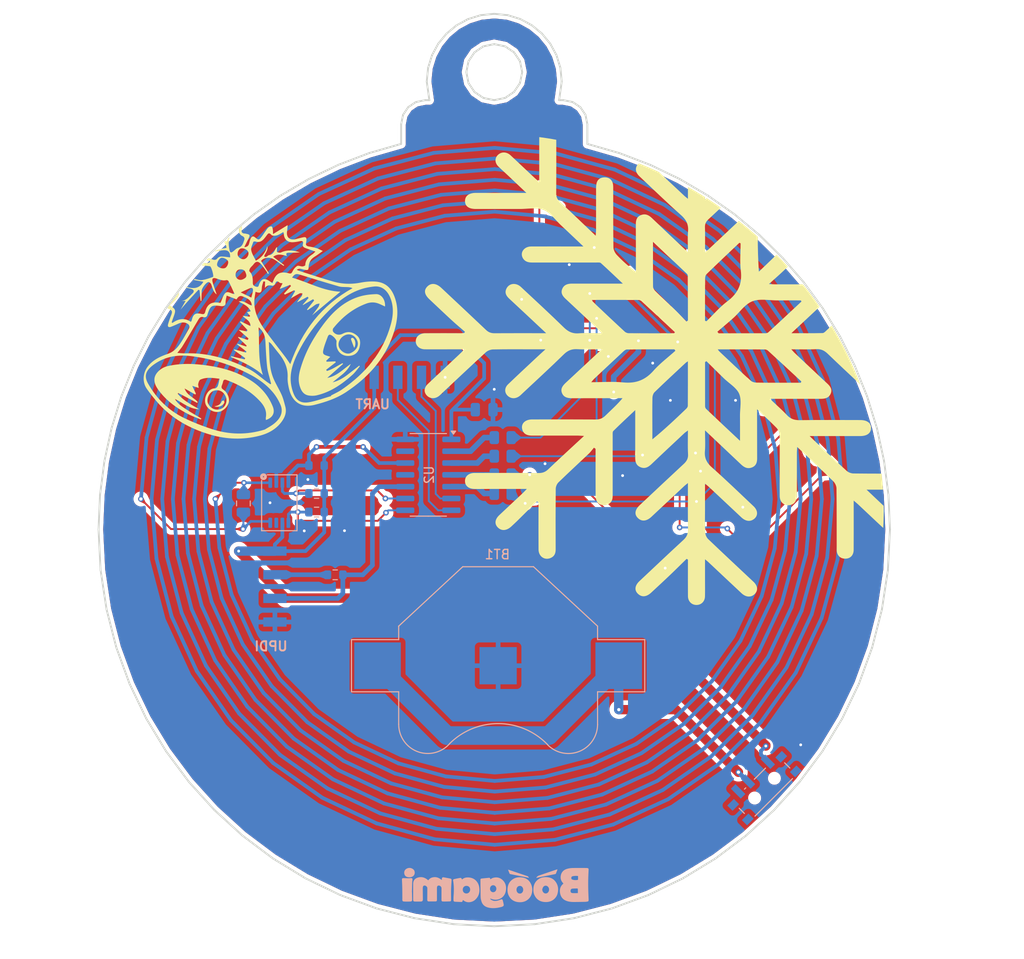
<source format=kicad_pcb>
(kicad_pcb (version 20240108) (generator "pcbnew") (generator_version "8.0")
  (layers (0 "F.Cu" signal) (31 "B.Cu" signal) (34 "B.Paste" user) (35 "F.Paste" user) (36 "B.SilkS" user "B.Silkscreen") (37 "F.SilkS" user "F.Silkscreen") (38 "B.Mask" user) (39 "F.Mask" user) (44 "Edge.Cuts" user))
  (net 0 "")
  (net 1 "Net-(BT1-+)")
  (net 2 "GND")
  (net 3 "Net-(J1-Pin_2)")
  (net 4 "VDD")
  (net 5 "Net-(J1-Pin_3)")
  (net 6 "/RXD")
  (net 7 "/TXD")
  (net 8 "event_detect_signal")
  (net 9 "Net-(D3-Pad1)")
  (net 10 "/SCL")
  (net 12 "/SDA")
  (net 15 "Net-(D1-Pad1)")
  (net 16 "Net-(D1-Pad2)")
  (net 17 "Net-(D10-Pad2)")
  (net 18 "/A")
  (net 19 "/B")
  (net 20 "/C")
  (net 21 "/D")
  (net 22 "/LA")
  (net 23 "/LB")
  (footprint "digikey-footprints:0805" (layer "F.Cu") (at 165.358868 90.474586 -45)
    (property "Reference" "D9" (hide yes))
    (property "Value" "LTST-C171KGKT" (hide yes))
  )
  (footprint "digikey-footprints:0805" (layer "F.Cu") (at 151.763026 86.319348 90)
    (property "Reference" "D2" (hide yes))
    (property "Value" "LTST-C171KGKT" (hide yes))
  )
  (footprint "digikey-footprints:0805" (layer "F.Cu") (at 135.672964 62.448507 -45)
    (property "Reference" "D10" (hide yes))
    (property "Value" "LTST-C171KGKT" (hide yes))
  )
  (footprint "digikey-footprints:0805" (layer "F.Cu") (at 151.964915 77.630329 180)
    (property "Reference" "D1" (hide yes))
    (property "Value" "LTST-C171KGKT" (hide yes))
  )
  (footprint "digikey-footprints:0805" (layer "F.Cu") (at 128.746315 77.675625 180)
    (property "Reference" "D6" (hide yes))
    (property "Value" "LTST-C171KGKT")
  )
  (footprint "digikey-footprints:0805" (layer "F.Cu") (at 151.820616 97.825439 90)
    (property "Reference" "D8" (hide yes))
    (property "Value" "LTST-C171KGKT" (hide yes))
  )
  (footprint "digikey-footprints:0805" (layer "F.Cu") (at 145.108486 83.758551 45)
    (property "Reference" "D3" (hide yes))
    (property "Value" "LTST-C171KGKT" (hide yes))
  )
  (footprint "digikey-footprints:0805" (layer "F.Cu") (at 142.957532 77.599269 180)
    (property "Reference" "D5" (hide yes))
    (property "Value" "LTST-C171KGKT" (hide yes))
  )
  (footprint "agg:Antenna_38000000x30000000mm" (layer "F.Cu") (at 130.135204 94.592445 180)
    (property "Reference" "AE2" (hide yes))
    (property "Value" "Antenna_Loop" (hide yes))
  )
  (footprint "digikey-footprints:0805" (layer "F.Cu") (at 151.796093 69.587117 90)
    (property "Reference" "D4" (hide yes))
    (property "Value" "LTST-C171KGKT" (hide yes))
  )
  (footprint "digikey-footprints:0805" (layer "F.Cu") (at 158.143579 83.608074 -45)
    (property "Reference" "D12" (hide yes))
    (property "Value" "LTST-C171KGKT" (hide yes))
  )
  (footprint "digikey-footprints:0805" (layer "F.Cu") (at 135.262594 93.207915 45)
    (property "Reference" "D7" (hide yes))
    (property "Value" "LTST-C171KGKT" (hide yes))
  )
  (footprint "digikey-footprints:0805" (layer "F.Cu") (at 145.447504 71.618937 -45)
    (property "Reference" "D11" (hide yes))
    (property "Value" "LTST-C171KGKT" (hide yes))
  )
  (footprint "PCM_Package_SO_AKL:TSSOP-8_3x3mm_P0.65mm" (layer "B.Cu") (at 107 95 -90)
    (property "Reference" "U1" (hide yes))
    (property "Value" "~" (hide yes))
  )
  (footprint "SparkFun-Resistor:R_0603_1608Metric" (layer "B.Cu") (at 111 96)
    (property "Reference" "R3")
    (property "Value" "10k")
  )
  (footprint "SparkFun-Capacitor:C_0805_2012Metric" (layer "B.Cu") (at 103.143936 95.067921 -90)
    (property "Reference" "C1")
    (property "Value" "1.0uF")
  )
  (footprint "Battery:BatteryHolder_Multicomp_BC-2001_1x2032" (layer "B.Cu") (at 130.5 112.5)
    (property "Reference" "BT1")
    (property "Value" "Battery_Cell" (hide yes))
  )
  (footprint "JLCPCB-Kicad-Footprints:R_0805" (layer "B.Cu") (at 131 92)
    (property "Reference" "R7" (hide yes))
    (property "Value" "100Ω" (hide yes))
  )
  (footprint "JLCPCB-Kicad-Footprints:C_0805" (layer "B.Cu") (at 129 85)
    (property "Reference" "C2" (hide yes))
    (property "Value" "22uF")
  )
  (footprint "SparkFun-Resistor:R_0603_1608Metric" (layer "B.Cu") (at 113 102.738018 180)
    (property "Reference" "R4")
    (property "Value" "4.7k" (hide yes))
  )
  (footprint "Button_Switch_SMD:SW_SPDT_PCM12" (layer "B.Cu") (at 158.881042 125.418339 -135)
    (property "Reference" "SW1" (hide yes))
    (property "Value" "SW_SPST" (hide yes))
  )
  (footprint "Connector_Harwin:Harwin_M20-89004xx_1x04_P2.54mm_Horizontal" (layer "B.Cu") (at 101 104 180)
    (property "Reference" "J1" (hide yes))
    (property "Value" "UPDI Connector" (hide yes))
  )
  (footprint "JLCPCB-Kicad-Footprints:R_0805" (layer "B.Cu") (at 131 88)
    (property "Reference" "R5" (hide yes))
    (property "Value" "100Ω" (hide yes))
  )
  (footprint "Package_SO:SOIC-14_3.9x8.7mm_P1.27mm" (layer "B.Cu") (at 123 92 180)
    (property "Reference" "U2" (hide yes))
    (property "Value" "ATtiny414-SS")
  )
  (footprint "JLCPCB-Kicad-Footprints:R_0805" (layer "B.Cu") (at 131 90)
    (property "Reference" "R6" (hide yes))
    (property "Value" "100Ω" (hide yes))
  )
  (footprint "JLCPCB-Kicad-Footprints:R_0603" (layer "B.Cu") (at 111 91)
    (property "Reference" "R1" (hide yes))
    (property "Value" "2kΩ")
  )
  (footprint "JLCPCB-Kicad-Footprints:R_0805" (layer "B.Cu") (at 131 94)
    (property "Reference" "R8" (hide yes))
    (property "Value" "100Ω" (hide yes))
  )
  (footprint "SparkFun-Resistor:R_0603_1608Metric" (layer "B.Cu") (at 111 94 180)
    (property "Reference" "R2")
    (property "Value" "10k")
  )
  (footprint "Connector_Harwin:Harwin_M20-89004xx_1x04_P2.54mm_Horizontal" (layer "B.Cu") (at 121 76 90)
    (property "Reference" "J2" (hide yes))
    (property "Value" "UART Connector")
  )
  (gr_poly (pts (xy 156.430085 67.084196) (xy 156.446038 67.091313) (xy 156.47818 67.106278) (xy 156.510988 67.12191) (xy 156.544879 67.137843) (xy 156.540867 67.502442) (xy 156.531316 67.867411) (xy 156.510518 68.597299) (xy 156.506732 68.96164) (xy 156.512326 69.325193) (xy 156.531031 69.687668) (xy 156.546466 69.868412) (xy 156.566577 70.048777) (xy 156.591812 70.307857) (xy 156.602259 70.558758) (xy 156.597757 70.801777) (xy 156.589849 70.920423) (xy 156.578144 71.03721) (xy 156.562622 71.152173) (xy 156.543261 71.265351) (xy 156.520043 71.376781) (xy 156.492947 71.486498) (xy 156.461952 71.594541) (xy 156.427039 71.700945) (xy 156.388189 71.805749) (xy 156.345379 71.908989) (xy 156.298591 72.010702) (xy 156.247805 72.110925) (xy 156.193 72.209694) (xy 156.134156 72.307048) (xy 156.071253 72.403022) (xy 156.004271 72.497655) (xy 155.93319 72.590982) (xy 155.85799 72.683041) (xy 155.778651 72.773868) (xy 155.695152 72.863501) (xy 155.515596 73.039332) (xy 155.31916 73.21083) (xy 155.105686 73.378289) (xy 154.95322 73.495983) (xy 154.804078 73.617461) (xy 154.657927 73.742348) (xy 154.514434 73.87027) (xy 154.373268 74.000853) (xy 154.234096 74.133721) (xy 153.960405 74.404821) (xy 153.422331 74.957985) (xy 153.152632 75.234062) (xy 152.878948 75.505809) (xy 152.83961 75.492443) (xy 152.800924 75.478721) (xy 152.762235 75.464333) (xy 152.722888 75.44897) (xy 152.722888 74.902751) (xy 152.722516 72.949125) (xy 152.730091 70.995498) (xy 152.732508 70.92522) (xy 152.734728 70.888636) (xy 152.73776 70.851448) (xy 152.741709 70.813928) (xy 152.746679 70.776345) (xy 152.752772 70.73897) (xy 152.760092 70.702072) (xy 152.768744 70.665922) (xy 152.778831 70.630791) (xy 152.790457 70.596947) (xy 152.803726 70.564663) (xy 152.818741 70.534207) (xy 152.835606 70.50585) (xy 152.844764 70.492543) (xy 152.854424 70.479862) (xy 152.864599 70.467841) (xy 152.875301 70.456513) (xy 153.755827 69.606423) (xy 154.640714 68.761634) (xy 156.414104 67.077391) (xy 156.414142 67.077384)) (stroke (width -0.000001)) (fill solid) (layer "F.Cu") (net 2))
  (gr_poly (pts (xy 159.154506 78.534022) (xy 159.176718 78.534796) (xy 159.199397 78.537062) (xy 159.222424 78.540739) (xy 159.245677 78.545743) (xy 159.269037 78.551991) (xy 159.292383 78.559401) (xy 159.315596 78.567891) (xy 159.338555 78.577378) (xy 159.36114 78.587778) (xy 159.383231 78.59901) (xy 159.404707 78.610991) (xy 159.425449 78.623637) (xy 159.445336 78.636868) (xy 159.464249 78.650599) (xy 159.482066 78.664748) (xy 159.498668 78.679232) (xy 161.286012 80.321692) (xy 163.06538 81.96947) (xy 163.05874 81.987782) (xy 163.052087 82.005568) (xy 163.04537 82.022948) (xy 163.038537 82.040042) (xy 163.03154 82.056971) (xy 163.024327 82.073853) (xy 163.016847 82.090811) (xy 163.009052 82.107962) (xy 162.023059 82.107962) (xy 160.145653 82.110494) (xy 159.206958 82.10776) (xy 158.268253 82.097113) (xy 158.225751 82.095641) (xy 158.182194 82.092505) (xy 158.13785 82.087718) (xy 158.092989 82.081292) (xy 158.047882 82.073239) (xy 158.002796 82.063569) (xy 157.958003 82.052295) (xy 157.913771 82.03943) (xy 157.87037 82.024983) (xy 157.82807 82.008968) (xy 157.78714 81.991396) (xy 157.74785 81.972278) (xy 157.710468 81.951627) (xy 157.675266 81.929455) (xy 157.642512 81.905772) (xy 157.612476 81.880591) (xy 156.768886 81.10474) (xy 155.932285 80.32196) (xy 154.265392 78.750033) (xy 154.256856 78.741253) (xy 154.248467 78.732149) (xy 154.240121 78.722643) (xy 154.231712 78.712656) (xy 154.214294 78.690926) (xy 154.195382 78.666332) (xy 154.149742 78.606048) (xy 154.121352 78.569104) (xy 154.088165 78.526824) (xy 156.653238 78.526449)) (stroke (width -0.000001)) (fill solid) (layer "F.Cu") (net 2))
  (gr_poly (pts (xy 153.80418 80.713344) (xy 154.269764 81.172482) (xy 154.736682 81.628978) (xy 154.84499 81.731054) (xy 154.957764 81.831463) (xy 155.192285 82.028923) (xy 155.431389 82.224639) (xy 155.666219 82.421892) (xy 155.779264 82.522122) (xy 155.88792 82.623966) (xy 155.991079 82.727836) (xy 156.087634 82.834142) (xy 156.176478 82.943293) (xy 156.256505 83.055701) (xy 156.292866 83.113254) (xy 156.326607 83.171775) (xy 156.35759 83.231316) (xy 156.385677 83.291926) (xy 156.434585 83.421042) (xy 156.472961 83.554167) (xy 156.50183 83.690907) (xy 156.522214 83.830867) (xy 156.535137 83.973653) (xy 156.541623 84.118869) (xy 156.542696 84.266122) (xy 156.539379 84.415015) (xy 156.52367 84.716147) (xy 156.502688 85.019107) (xy 156.48462 85.320737) (xy 156.479238 85.470067) (xy 156.477657 85.617881) (xy 156.482158 86.919092) (xy 156.481258 88.347945) (xy 154.615709 86.595278) (xy 152.843234 84.91973) (xy 152.830278 84.906453) (xy 152.818013 84.891968) (xy 152.806459 84.876401) (xy 152.795637 84.859877) (xy 152.785565 84.84252) (xy 152.776265 84.824456) (xy 152.767755 84.80581) (xy 152.760057 84.786706) (xy 152.753189 84.76727) (xy 152.747173 84.747627) (xy 152.742027 84.727901) (xy 152.737772 84.708218) (xy 152.734428 84.688702) (xy 152.732015 84.669479) (xy 152.730552 84.650674) (xy 152.73006 84.632411) (xy 152.726459 79.891616) (xy 152.763607 79.867637) (xy 152.800394 79.843337) (xy 152.818558 79.830959) (xy 152.836516 79.818372) (xy 152.854233 79.805531) (xy 152.871669 79.792395) (xy 152.871677 79.792395)) (stroke (width -0.000001)) (fill solid) (layer "F.Cu") (net 2))
  (gr_poly (pts (xy 150.883031 82.221536) (xy 150.875453 84.575564) (xy 150.87456 84.595777) (xy 150.871949 84.616458) (xy 150.867723 84.637498) (xy 150.861985 84.658788) (xy 150.854838 84.680221) (xy 150.846385 84.701688) (xy 150.836728 84.723081) (xy 150.825972 84.744292) (xy 150.814219 84.765211) (xy 150.801571 84.785732) (xy 150.788132 84.805745) (xy 150.774005 84.825142) (xy 150.759292 84.843815) (xy 150.744097 84.861656) (xy 150.728523 84.878557) (xy 150.712673 84.894408) (xy 149.834961 85.73026) (xy 149.391634 86.146185) (xy 148.943231 86.56021) (xy 148.48818 86.971907) (xy 148.024908 87.380852) (xy 147.551844 87.786618) (xy 147.067417 88.188781) (xy 147.067417 86.997123) (xy 147.061731 85.366215) (xy 147.064003 84.550115) (xy 147.074619 83.735305) (xy 147.076799 83.695459) (xy 147.080638 83.654547) (xy 147.086136 83.612834) (xy 147.093294 83.570585) (xy 147.102111 83.528065) (xy 147.112589 83.48554) (xy 147.124726 83.443274) (xy 147.138524 83.401532) (xy 147.153983 83.36058) (xy 147.171103 83.320683) (xy 147.189884 83.282105) (xy 147.210326 83.245112) (xy 147.232429 83.209969) (xy 147.256195 83.176941) (xy 147.281622 83.146292) (xy 147.308711 83.118289) (xy 148.135147 82.324721) (xy 148.968849 81.537799) (xy 150.644939 79.973262) (xy 150.653803 79.965349) (xy 150.663153 79.957509) (xy 150.673055 79.949653) (xy 150.683579 79.941695) (xy 150.706754 79.925121) (xy 150.733215 79.907086) (xy 150.79814 79.863836) (xy 150.837678 79.837221) (xy 150.882648 79.806346) (xy 150.882656 79.806346)) (stroke (width -0.000001)) (fill solid) (layer "F.Cu") (net 2))
  (gr_poly (pts (xy 159.132282 73.200496) (xy 159.132289 73.200532) (xy 159.310627 73.207967) (xy 159.489957 73.217902) (xy 159.849581 73.240862) (xy 160.207127 73.260581) (xy 160.383859 73.266467) (xy 160.558559 73.268231) (xy 161.781997 73.263981) (xy 163.005435 73.265132) (xy 163.045777 73.325336) (xy 163.055346 73.339962) (xy 163.064791 73.354758) (xy 163.074151 73.369893) (xy 163.083469 73.385537) (xy 161.312889 75.035604) (xy 159.534328 76.683009) (xy 159.520381 76.694764) (xy 159.50521 76.706065) (xy 159.488928 76.71687) (xy 159.471652 76.727136) (xy 159.453498 76.736822) (xy 159.434582 76.745886) (xy 159.415018 76.754286) (xy 159.394924 76.76198) (xy 159.374413 76.768926) (xy 159.353603 76.775082) (xy 159.332609 76.780406) (xy 159.311546 76.784856) (xy 159.29053 76.78839) (xy 159.269677 76.790967) (xy 159.249103 76.792543) (xy 159.228923 76.793078) (xy 154.180133 76.800277) (xy 154.164168 76.777982) (xy 154.148156 76.756249) (xy 154.132059 76.735) (xy 154.115836 76.714161) (xy 154.099446 76.693653) (xy 154.08285 76.673402) (xy 154.066007 76.65333) (xy 154.048877 76.633361) (xy 154.921544 75.888002) (xy 155.355716 75.514682) (xy 155.786235 75.137328) (xy 155.910562 75.020927) (xy 156.032603 74.899863) (xy 156.271988 74.648384) (xy 156.508711 74.392159) (xy 156.747095 74.140459) (xy 156.86826 74.019203) (xy 156.991461 73.902555) (xy 157.117239 73.791672) (xy 157.246134 73.687715) (xy 157.378685 73.591841) (xy 157.515434 73.50521) (xy 157.585551 73.465722) (xy 157.65692 73.42898) (xy 157.729608 73.395128) (xy 157.803684 73.36431) (xy 157.878842 73.33659) (xy 157.955355 73.311843) (xy 158.033158 73.289931) (xy 158.112185 73.270716) (xy 158.192371 73.254061) (xy 158.273651 73.239829) (xy 158.35596 73.227881) (xy 158.439232 73.218081) (xy 158.523403 73.210292) (xy 158.608407 73.204374) (xy 158.780655 73.197608) (xy 158.955453 73.196681)) (stroke (width -0.000001)) (fill solid) (layer "F.Cu") (net 2))
  (gr_poly (pts (xy 140.571673 73.211383) (xy 140.571662 73.211383) (xy 140.571666 73.211367)) (stroke (width -0.000001)) (fill solid) (layer "F.Cu") (net 9))
  (gr_poly (pts (xy 145.602878 73.214982) (xy 145.622394 73.216195) (xy 145.642313 73.218524) (xy 145.66253 73.221918) (xy 145.68294 73.226322) (xy 145.703438 73.231686) (xy 145.723919 73.237956) (xy 145.744278 73.245081) (xy 145.764409 73.253008) (xy 145.784209 73.261684) (xy 145.80357 73.271057) (xy 145.822389 73.281075) (xy 145.84056 73.291686) (xy 145.857979 73.302836) (xy 145.874539 73.314475) (xy 145.890137 73.326549) (xy 145.904666 73.339005) (xy 147.703084 75.00605) (xy 149.496181 76.675753) (xy 149.421771 76.799777) (xy 146.975628 76.799621) (xy 144.532146 76.788928) (xy 144.5038 76.788067) (xy 144.474724 76.785529) (xy 144.445092 76.781381) (xy 144.415082 76.775692) (xy 144.384867 76.768528) (xy 144.354625 76.759956) (xy 144.32453 76.750045) (xy 144.294758 76.738861) (xy 144.265485 76.726472) (xy 144.236886 76.712946) (xy 144.209137 76.69835) (xy 144.182413 76.682751) (xy 144.15689 76.666217) (xy 144.132743 76.648815) (xy 144.110149 76.630613) (xy 144.089282 76.611678) (xy 143.229579 75.813596) (xy 142.373215 75.010893) (xy 140.667785 73.39947) (xy 140.66453 73.396415) (xy 140.661407 73.393229) (xy 140.658404 73.389907) (xy 140.655509 73.386443) (xy 140.649999 73.379073) (xy 140.644785 73.371077) (xy 140.639775 73.362413) (xy 140.634875 73.353042) (xy 140.629993 73.342922) (xy 140.625039 73.332011) (xy 140.602635 73.27965) (xy 140.588591 73.247663) (xy 140.580535 73.230074) (xy 140.571673 73.211383)) (stroke (width -0.000001)) (fill solid) (layer "F.Cu") (net 9))
  (gr_poly (pts (xy 149.436229 78.523219) (xy 149.436229 78.523223) (xy 149.46269 78.560505) (xy 149.488721 78.598116) (xy 149.501502 78.617149) (xy 149.514086 78.636392) (xy 149.526444 78.655884) (xy 149.538547 78.67567) (xy 149.240056 78.937972) (xy 148.93696 79.197187) (xy 148.329074 79.715345) (xy 148.030347 79.978785) (xy 147.739139 80.248129) (xy 147.597301 80.385718) (xy 147.45848 80.525626) (xy 147.323054 80.668135) (xy 147.191402 80.813525) (xy 147.025717 80.992244) (xy 146.856827 81.157464) (xy 146.684353 81.309224) (xy 146.507916 81.447566) (xy 146.327136 81.572532) (xy 146.141634 81.684161) (xy 145.951032 81.782495) (xy 145.75495 81.867575) (xy 145.553009 81.939441) (xy 145.344831 81.998136) (xy 145.130036 82.043699) (xy 144.908244 82.076172) (xy 144.679078 82.095595) (xy 144.442158 82.102011) (xy 144.197104 82.095458) (xy 143.943538 82.07598) (xy 143.52876 82.042336) (xy 143.111008 82.024234) (xy 142.68961 82.018266) (xy 142.263896 82.021024) (xy 141.396839 82.039089) (xy 140.954155 82.047581) (xy 140.504474 82.051169) (xy 140.553661 81.992579) (xy 140.598119 81.938804) (xy 140.676493 81.843709) (xy 140.712232 81.801396) (xy 140.746889 81.761911) (xy 140.781374 81.724755) (xy 140.8166 81.689433) (xy 142.34744 80.250686) (xy 143.883598 78.817256) (xy 143.933342 78.770608) (xy 143.986402 78.722633) (xy 144.013969 78.698874) (xy 144.042115 78.675656) (xy 144.07076 78.653269) (xy 144.09982 78.632004) (xy 144.129212 78.612152) (xy 144.158854 78.594003) (xy 144.188663 78.577849) (xy 144.218556 78.56398) (xy 144.233508 78.557993) (xy 144.24845 78.552686) (xy 144.263372 78.548096) (xy 144.278263 78.54426) (xy 144.293113 78.541212) (xy 144.307912 78.53899) (xy 144.322649 78.537631) (xy 144.337314 78.537169) (xy 145.611689 78.526013) (xy 146.886772 78.522215)) (stroke (width -0.000001)) (fill solid) (layer "F.Cu") (net 2))
  (gr_poly (pts (xy 154.088165 78.526824) (xy 154.088146 78.526824) (xy 154.088138 78.52679)) (stroke (width -0.000001)) (fill solid) (layer "F.Cu") (net 2))
  (gr_poly (pts (xy 150.765903 70.399667) (xy 150.77886 70.412905) (xy 150.791126 70.427283) (xy 150.802681 70.442691) (xy 150.813504 70.459021) (xy 150.823575 70.476162) (xy 150.832876 70.494005) (xy 150.841385 70.512441) (xy 150.849083 70.531361) (xy 150.85595 70.550654) (xy 150.861967 70.570212) (xy 150.867112 70.589925) (xy 150.871366 70.609684) (xy 150.87471 70.629379) (xy 150.877123 70.648901) (xy 150.878585 70.66814) (xy 150.879077 70.686988) (xy 150.886279 75.424167) (xy 150.865155 75.439802) (xy 150.844308 75.454883) (xy 150.803296 75.483897) (xy 150.762952 75.512243) (xy 150.72298 75.540957) (xy 150.413865 75.219791) (xy 150.106111 74.896956) (xy 149.7957 74.576115) (xy 149.638241 74.417587) (xy 149.47861 74.260932) (xy 148.958915 73.766925) (xy 148.435189 73.276314) (xy 147.912792 72.784373) (xy 147.653766 72.536427) (xy 147.397083 72.286376) (xy 147.372051 72.261594) (xy 147.347574 72.235224) (xy 147.323792 72.207427) (xy 147.300846 72.178365) (xy 147.278877 72.148199) (xy 147.258024 72.117091) (xy 147.238429 72.085203) (xy 147.22023 72.052696) (xy 147.20357 72.019732) (xy 147.188588 71.986473) (xy 147.175425 71.95308) (xy 147.164221 71.919715) (xy 147.155116 71.886539) (xy 147.148251 71.853714) (xy 147.143767 71.821403) (xy 147.141803 71.789765) (xy 147.129982 69.442996) (xy 147.131465 66.960603) (xy 147.131496 66.960601)) (stroke (width -0.000001)) (fill solid) (layer "F.Cu") (net 9))
  (gr_poly (pts (xy 131.573724 134.408936) (xy 131.579715 134.409855) (xy 131.585397 134.410671) (xy 131.590775 134.411454) (xy 131.595846 134.412135) (xy 131.600645 134.412781) (xy 131.605204 134.413394) (xy 131.609561 134.414006) (xy 131.613712 134.414619) (xy 131.617661 134.415232) (xy 131.621438 134.415878) (xy 131.625079 134.416559) (xy 131.628619 134.417342) (xy 131.632056 134.418158) (xy 131.63539 134.419111) (xy 131.638658 134.420132) (xy 131.763554 134.462127) (xy 131.888415 134.504156) (xy 132.013279 134.546185) (xy 132.138173 134.58818) (xy 132.263036 134.630209) (xy 132.387897 134.672238) (xy 132.512759 134.714267) (xy 132.637587 134.756365) (xy 132.762415 134.798496) (xy 132.887244 134.840661) (xy 133.012003 134.882894) (xy 133.136797 134.925161) (xy 133.261557 134.967497) (xy 133.386284 135.0099) (xy 133.511009 135.052372) (xy 133.635701 135.094945) (xy 133.651662 135.101071) (xy 133.66684 135.108251) (xy 133.6812 135.116385) (xy 133.694814 135.125437) (xy 133.707745 135.135341) (xy 133.719964 135.146061) (xy 133.731568 135.157563) (xy 133.742527 135.169747) (xy 133.752905 135.182577) (xy 133.762742 135.195985) (xy 133.772066 135.209938) (xy 133.780915 135.224367) (xy 133.789353 135.239205) (xy 133.797351 135.254451) (xy 133.804973 135.270004) (xy 133.812257 135.285794) (xy 133.797896 135.283582) (xy 133.783638 135.281098) (xy 133.769547 135.27841) (xy 133.755594 135.275483) (xy 133.741709 135.272386) (xy 133.727961 135.269153) (xy 133.71428 135.265818) (xy 133.700634 135.262415) (xy 133.687055 135.258978) (xy 133.673544 135.255506) (xy 133.660102 135.252069) (xy 133.646625 135.2487) (xy 133.633148 135.245433) (xy 133.619706 135.242268) (xy 133.606196 135.239273) (xy 133.592684 135.236449) (xy 133.481946 135.214362) (xy 133.371139 135.192276) (xy 133.260367 135.170257) (xy 133.149593 135.148239) (xy 133.038786 135.126254) (xy 132.928014 135.104304) (xy 132.817206 135.082353) (xy 132.706399 135.060403) (xy 132.595592 135.038453) (xy 132.48482 135.016468) (xy 132.374013 134.994484) (xy 132.263241 134.972465) (xy 132.152467 134.950379) (xy 132.041693 134.928292) (xy 131.930955 134.906104) (xy 131.820216 134.883881) (xy 131.814193 134.882554) (xy 131.807966 134.88092) (xy 131.801567 134.879014) (xy 131.795101 134.876837) (xy 131.788635 134.874386) (xy 131.782169 134.871698) (xy 131.775838 134.868771) (xy 131.769713 134.865606) (xy 131.763791 134.862237) (xy 131.758211 134.85863) (xy 131.753005 134.854852) (xy 131.748205 134.85087) (xy 131.743918 134.846718) (xy 131.740173 134.842396) (xy 131.737077 134.837938) (xy 131.734696 134.833344) (xy 131.723839 134.808093) (xy 131.713153 134.782705) (xy 131.702604 134.757215) (xy 131.692188 134.73159) (xy 131.681877 134.705828) (xy 131.671634 134.679896) (xy 131.661425 134.653793) (xy 131.651249 134.627453) (xy 131.641074 134.600908) (xy 131.63083 134.574159) (xy 131.620552 134.547172) (xy 131.610172 134.519879) (xy 131.599692 134.492347) (xy 131.589108 134.464509) (xy 131.578354 134.436365) (xy 131.567396 134.407915)) (stroke (width -0.000001)) (fill solid) (layer "B.SilkS"))
  (gr_poly (pts (xy 136.864486 134.376368) (xy 136.863532 134.383378) (xy 136.862681 134.390116) (xy 136.861932 134.396616) (xy 136.861252 134.402878) (xy 136.86057 134.408902) (xy 136.859924 134.414721) (xy 136.859277 134.42037) (xy 136.858598 134.425815) (xy 136.857848 134.43109) (xy 136.856997 134.436195) (xy 136.856079 134.441164) (xy 136.854989 134.445996) (xy 136.853799 134.450693) (xy 136.852437 134.455287) (xy 136.850872 134.459779) (xy 136.842943 134.480708) (xy 136.834911 134.501604) (xy 136.826812 134.522499) (xy 136.81861 134.543327) (xy 136.810374 134.564154) (xy 136.802138 134.584947) (xy 136.793869 134.605741) (xy 136.785599 134.626568) (xy 136.777363 134.647395) (xy 136.769196 134.668223) (xy 136.761063 134.689118) (xy 136.752997 134.709979) (xy 136.745033 134.730875) (xy 136.737173 134.751838) (xy 136.729447 134.772836) (xy 136.721859 134.793901) (xy 136.718013 134.804043) (xy 136.713861 134.813538) (xy 136.709403 134.822352) (xy 136.704638 134.830519) (xy 136.699499 134.838109) (xy 136.693986 134.845085) (xy 136.68803 134.851483) (xy 136.681666 134.85737) (xy 136.674826 134.862747) (xy 136.667442 134.86758) (xy 136.659512 134.871936) (xy 136.651039 134.875884) (xy 136.641986 134.879389) (xy 136.632287 134.882486) (xy 136.621941 134.885174) (xy 136.610916 134.887522) (xy 136.517872 134.905389) (xy 136.424865 134.923358) (xy 136.331856 134.941394) (xy 136.238882 134.959499) (xy 136.145907 134.977672) (xy 136.052966 134.995879) (xy 135.960027 135.014154) (xy 135.867086 135.032497) (xy 135.774145 135.050874) (xy 135.681239 135.069319) (xy 135.588334 135.087764) (xy 135.495427 135.106278) (xy 135.402521 135.124791) (xy 135.309648 135.143338) (xy 135.216776 135.161885) (xy 135.12387 135.180501) (xy 135.092867 135.186728) (xy 135.061863 135.193092) (xy 135.030827 135.199524) (xy 134.999756 135.206058) (xy 134.968548 135.212695) (xy 134.937274 135.219399) (xy 134.90583 135.226171) (xy 134.874213 135.233011) (xy 134.842394 135.239954) (xy 134.810371 135.24693) (xy 134.778109 135.254009) (xy 134.74554 135.261156) (xy 134.712666 135.268336) (xy 134.679486 135.275551) (xy 134.645929 135.282834) (xy 134.612 135.290151) (xy 134.613464 135.283889) (xy 134.614688 135.277661) (xy 134.615778 135.271569) (xy 134.61673 135.26558) (xy 134.617615 135.259726) (xy 134.618432 135.254043) (xy 134.619249 135.248598) (xy 134.620134 135.243323) (xy 134.621052 135.23832) (xy 134.622107 135.23359) (xy 134.623298 135.229132) (xy 134.624694 135.225014) (xy 134.626294 135.221237) (xy 134.628199 135.217833) (xy 134.630377 135.214838) (xy 134.63293 135.212218) (xy 134.645249 135.20126) (xy 134.657501 135.189995) (xy 134.669752 135.178493) (xy 134.682004 135.166854) (xy 134.694255 135.155181) (xy 134.706607 135.14361) (xy 134.71903 135.132176) (xy 134.731554 135.120979) (xy 134.744247 135.110157) (xy 134.757077 135.099812) (xy 134.770145 135.089977) (xy 134.783417 135.080788) (xy 134.796962 135.072348) (xy 134.810779 135.064725) (xy 134.824935 135.058021) (xy 134.839399 135.052337) (xy 134.959429 135.010445) (xy 135.079527 134.96879) (xy 135.199725 134.927305) (xy 135.319925 134.885957) (xy 135.440194 134.844779) (xy 135.560495 134.803737) (xy 135.680865 134.762763) (xy 135.801236 134.721925) (xy 135.921673 134.681155) (xy 136.042111 134.640453) (xy 136.162548 134.599785) (xy 136.28302 134.559151) (xy 136.403459 134.518552) (xy 136.52393 134.477918) (xy 136.644402 134.437284) (xy 136.764841 134.396582) (xy 136.770115 134.394847) (xy 136.775458 134.393145) (xy 136.780836 134.391512) (xy 136.786313 134.389912) (xy 136.791894 134.388347) (xy 136.79758 134.386815) (xy 136.803431 134.38525) (xy 136.809422 134.383684) (xy 136.815581 134.382085) (xy 136.821978 134.380451) (xy 136.828582 134.37875) (xy 136.835421 134.37698) (xy 136.842533 134.375142) (xy 136.849885 134.373237) (xy 136.857576 134.371229) (xy 136.86554 134.369085)) (stroke (width -0.000001)) (fill solid) (layer "B.SilkS"))
  (gr_poly (pts (xy 121 134.217644) (xy 121.036686 134.220026) (xy 121.073304 134.224723) (xy 121.109786 134.231767) (xy 121.146131 134.241126) (xy 121.182341 134.252833) (xy 121.218415 134.266854) (xy 121.254284 134.283189) (xy 121.290017 134.301872) (xy 121.321394 134.320556) (xy 121.350798 134.340498) (xy 121.378295 134.3617) (xy 121.403683 134.384161) (xy 121.427096 134.407847) (xy 121.448468 134.432792) (xy 121.46773 134.458928) (xy 121.484882 134.48629) (xy 121.499924 134.514876) (xy 121.51272 134.54462) (xy 121.523406 134.575555) (xy 121.531846 134.60768) (xy 121.538108 134.640997) (xy 121.542055 134.675437) (xy 121.543757 134.711034) (xy 121.543144 134.747789) (xy 121.539945 134.787776) (xy 121.534296 134.826061) (xy 121.526129 134.862679) (xy 121.515579 134.897596) (xy 121.502647 134.930811) (xy 121.487401 134.962324) (xy 121.469772 134.992136) (xy 121.449898 135.02028) (xy 121.427777 135.046722) (xy 121.403479 135.071395) (xy 121.376934 135.094401) (xy 121.348279 135.11567) (xy 121.317447 135.135239) (xy 121.284572 135.153071) (xy 121.249656 135.169202) (xy 121.212697 135.183597) (xy 121.1982 135.188498) (xy 121.183498 135.19299) (xy 121.16866 135.19704) (xy 121.153687 135.200715) (xy 121.138645 135.204119) (xy 121.123466 135.207215) (xy 121.108152 135.210142) (xy 121.092838 135.212831) (xy 121.077456 135.215417) (xy 121.062073 135.217901) (xy 121.046691 135.220352) (xy 121.031241 135.222768) (xy 121.015858 135.225252) (xy 121.000476 135.227839) (xy 120.985162 135.230527) (xy 120.969916 135.23342) (xy 120.96978 135.232535) (xy 120.969644 135.231684) (xy 120.969507 135.230833) (xy 120.969371 135.229949) (xy 120.969235 135.229064) (xy 120.969099 135.228213) (xy 120.968963 135.227362) (xy 120.968827 135.226477) (xy 120.968691 135.225592) (xy 120.968555 135.224742) (xy 120.96835 135.223891) (xy 120.968214 135.223006) (xy 120.968078 135.222121) (xy 120.967942 135.22127) (xy 120.967806 135.220386) (xy 120.96767 135.219501) (xy 120.961408 135.219535) (xy 120.955146 135.219637) (xy 120.948884 135.219807) (xy 120.942554 135.219977) (xy 120.936293 135.220147) (xy 120.930031 135.220352) (xy 120.923701 135.220556) (xy 120.917439 135.220692) (xy 120.911177 135.220828) (xy 120.904915 135.220862) (xy 120.898722 135.220828) (xy 120.89246 135.220692) (xy 120.886198 135.220488) (xy 120.880004 135.220113) (xy 120.873811 135.219637) (xy 120.867617 135.218956) (xy 120.832836 135.214158) (xy 120.798941 135.208134) (xy 120.765862 135.200749) (xy 120.733804 135.191969) (xy 120.702768 135.181624) (xy 120.67282 135.169611) (xy 120.644097 135.155862) (xy 120.6166 135.140241) (xy 120.590463 135.122647) (xy 120.565756 135.102977) (xy 120.542479 135.081128) (xy 120.520766 135.057034) (xy 120.500688 135.030523) (xy 120.482311 135.001528) (xy 120.465703 134.969913) (xy 120.451002 134.935609) (xy 120.434258 134.885957) (xy 120.422143 134.836441) (xy 120.414656 134.787299) (xy 120.411729 134.738736) (xy 120.413295 134.69099) (xy 120.419284 134.644264) (xy 120.429562 134.598798) (xy 120.444127 134.554795) (xy 120.462913 134.51246) (xy 120.485782 134.472064) (xy 120.512667 134.433779) (xy 120.543568 134.397841) (xy 120.578416 134.36449) (xy 120.617076 134.333896) (xy 120.659547 134.306364) (xy 120.705626 134.282032) (xy 120.742312 134.265867) (xy 120.779135 134.25205) (xy 120.815957 134.240513) (xy 120.852779 134.231325) (xy 120.889601 134.224416) (xy 120.926492 134.219822) (xy 120.963246 134.217576)) (stroke (width -0.000001)) (fill solid) (layer "B.SilkS"))
  (gr_poly (pts (xy 132.849946 135.222598) (xy 132.901164 135.224231) (xy 132.952517 135.227158) (xy 133.003973 135.23131) (xy 133.085989 135.240941) (xy 133.165624 135.254553) (xy 133.242806 135.272148) (xy 133.317506 135.293826) (xy 133.389653 135.319554) (xy 133.459213 135.349399) (xy 133.526119 135.383397) (xy 133.590302 135.42158) (xy 133.65173 135.463984) (xy 133.710333 135.510641) (xy 133.766076 135.561552) (xy 133.818894 135.61682) (xy 133.868715 135.676443) (xy 133.91551 135.740491) (xy 133.959241 135.808928) (xy 133.999808 135.881858) (xy 134.032852 135.949445) (xy 134.062152 136.017508) (xy 134.087745 136.086013) (xy 134.109695 136.154961) (xy 134.128037 136.224318) (xy 134.142773 136.294049) (xy 134.154004 136.364188) (xy 134.161763 136.434701) (xy 134.166085 136.505521) (xy 134.16697 136.576647) (xy 134.16452 136.648114) (xy 134.158803 136.719852) (xy 134.149785 136.791863) (xy 134.137533 136.864078) (xy 134.122116 136.936565) (xy 134.103535 137.009189) (xy 134.076344 137.093724) (xy 134.041666 137.177714) (xy 133.999604 137.26041) (xy 133.950258 137.341133) (xy 133.893801 137.419202) (xy 133.830265 137.493867) (xy 133.759853 137.564448) (xy 133.6826 137.630334) (xy 133.598645 137.690638) (xy 133.508154 137.744884) (xy 133.411199 137.792188) (xy 133.307878 137.832005) (xy 133.198364 137.863518) (xy 133.082691 137.886115) (xy 132.961062 137.899047) (xy 132.833511 137.901634) (xy 132.833509 137.901635) (xy 132.730902 137.897755) (xy 132.631564 137.888498) (xy 132.535526 137.873865) (xy 132.442926 137.853718) (xy 132.353762 137.82799) (xy 132.268139 137.796613) (xy 132.186123 137.759382) (xy 132.107747 137.71623) (xy 132.033117 137.667089) (xy 131.962264 137.611957) (xy 131.895256 137.550632) (xy 131.832161 137.482977) (xy 131.773047 137.408993) (xy 131.718019 137.328542) (xy 131.667108 137.241557) (xy 131.620383 137.147902) (xy 131.602108 137.105975) (xy 131.585671 137.06364) (xy 131.570969 137.020964) (xy 131.558003 136.978016) (xy 131.546703 136.934796) (xy 131.536937 136.891236) (xy 131.528701 136.847471) (xy 131.521928 136.803434) (xy 131.516551 136.759193) (xy 131.512535 136.714748) (xy 131.50978 136.670166) (xy 131.508214 136.625381) (xy 131.507806 136.580459) (xy 131.508453 136.537715) (xy 132.475325 136.537715) (xy 132.475325 136.543024) (xy 132.475358 136.54561) (xy 132.475393 136.548197) (xy 132.475426 136.550851) (xy 132.475459 136.553506) (xy 132.475493 136.556092) (xy 132.475526 136.558678) (xy 132.47556 136.561333) (xy 132.475593 136.563919) (xy 132.475593 136.566506) (xy 132.475597 136.566506) (xy 132.477946 136.615648) (xy 132.484548 136.662407) (xy 132.495167 136.706648) (xy 132.509664 136.748235) (xy 132.527768 136.786895) (xy 132.549344 136.822492) (xy 132.574086 136.854822) (xy 132.60189 136.883681) (xy 132.63252 136.908932) (xy 132.665769 136.930372) (xy 132.701434 136.947729) (xy 132.739311 136.960933) (xy 132.779195 136.969781) (xy 132.820883 136.974001) (xy 132.864172 136.973456) (xy 132.908857 136.967943) (xy 132.938362 136.961001) (xy 132.966845 136.950791) (xy 132.994274 136.937587) (xy 133.020445 136.921456) (xy 133.045289 136.90267) (xy 133.068702 136.881299) (xy 133.090483 136.857613) (xy 133.110594 136.831681) (xy 133.12887 136.803775) (xy 133.145205 136.773963) (xy 133.159464 136.742518) (xy 133.171544 136.709575) (xy 133.181312 136.675271) (xy 133.188629 136.639742) (xy 133.193392 136.603192) (xy 133.195503 136.565825) (xy 133.19472 136.529752) (xy 133.191078 136.494053) (xy 133.184681 136.459034) (xy 133.175696 136.424867) (xy 133.164262 136.391754) (xy 133.150512 136.359934) (xy 133.134585 136.329612) (xy 133.116618 136.300924) (xy 133.096776 136.274141) (xy 133.0752 136.249468) (xy 133.05199 136.227075) (xy 133.027318 136.2072) (xy 133.001318 136.190014) (xy 132.974093 136.175789) (xy 132.945846 136.164661) (xy 132.916715 136.156868) (xy 132.873904 136.15047) (xy 132.832112 136.148802) (xy 132.791547 136.151729) (xy 132.752409 136.15908) (xy 132.714976 136.17065) (xy 132.679413 136.186271) (xy 132.645995 136.205771) (xy 132.614855 136.228913) (xy 132.586269 136.25556) (xy 132.560439 136.285507) (xy 132.537603 136.31862) (xy 132.517967 136.354659) (xy 132.501733 136.393455) (xy 132.489142 136.434872) (xy 132.480395 136.47867) (xy 132.475699 136.524715) (xy 132.475563 136.527302) (xy 132.475461 136.529888) (xy 132.475393 136.532543) (xy 132.475358 136.535129) (xy 132.475325 136.537715) (xy 131.508453 136.537715) (xy 131.508488 136.535401) (xy 131.510224 136.490275) (xy 131.512912 136.445081) (xy 131.52142 136.355238) (xy 131.534353 136.268117) (xy 131.551777 136.183787) (xy 131.573694 136.102281) (xy 131.60017 136.023634) (xy 131.63124 135.947914) (xy 131.666973 135.875154) (xy 131.707404 135.805355) (xy 131.752631 135.738585) (xy 131.802624 135.674912) (xy 131.857483 135.614335) (xy 131.917277 135.556924) (xy 131.982006 135.502712) (xy 132.051737 135.451732) (xy 132.126572 135.40402) (xy 132.206478 135.359677) (xy 132.253783 135.336535) (xy 132.301596 135.31581) (xy 132.349819 135.297399) (xy 132.39845 135.281234) (xy 132.447456 135.267213) (xy 132.496802 135.255268) (xy 132.546487 135.245297) (xy 132.596446 135.237265) (xy 132.646711 135.231037) (xy 132.697213 135.226545) (xy 132.747954 135.223687) (xy 132.798865 135.222427)) (stroke (width -0.000001)) (fill solid) (layer "B.SilkS"))
  (gr_poly (pts (xy 122.288028 135.210346) (xy 122.356976 135.219092) (xy 122.424972 135.232535) (xy 122.491946 135.250606) (xy 122.557967 135.273203) (xy 122.623036 135.300258) (xy 122.687083 135.331669) (xy 122.750246 135.367368) (xy 122.812388 135.407219) (xy 122.873712 135.451154) (xy 122.934085 135.499105) (xy 122.937964 135.502338) (xy 122.941776 135.505537) (xy 122.945587 135.508804) (xy 122.949467 135.512071) (xy 122.953279 135.515372) (xy 122.957158 135.518707) (xy 122.96097 135.522042) (xy 122.964849 135.525411) (xy 122.968729 135.528814) (xy 122.972676 135.532251) (xy 122.976624 135.535689) (xy 122.980572 135.539194) (xy 122.984587 135.542733) (xy 122.988671 135.546272) (xy 122.992755 135.54988) (xy 122.996907 135.553487) (xy 123.029713 135.508463) (xy 123.064153 135.467047) (xy 123.100159 135.429136) (xy 123.13773 135.394594) (xy 123.176798 135.363353) (xy 123.217296 135.33531) (xy 123.259223 135.310331) (xy 123.302579 135.288381) (xy 123.347296 135.269289) (xy 123.393307 135.252988) (xy 123.440611 135.239375) (xy 123.489276 135.228315) (xy 123.539099 135.219739) (xy 123.590146 135.213545) (xy 123.64235 135.209598) (xy 123.69578 135.207828) (xy 123.74955 135.208679) (xy 123.802095 135.212524) (xy 123.853483 135.219331) (xy 123.903713 135.228962) (xy 123.953059 135.241281) (xy 124.001452 135.256221) (xy 124.049029 135.273611) (xy 124.095788 135.293349) (xy 124.142003 135.315334) (xy 124.187605 135.339462) (xy 124.232731 135.365633) (xy 124.277517 135.393675) (xy 124.321894 135.42352) (xy 124.366135 135.455034) (xy 124.410172 135.488146) (xy 124.454209 135.522655) (xy 124.454209 135.512479) (xy 124.454141 135.502814) (xy 124.454073 135.493728) (xy 124.454005 135.485084) (xy 124.453937 135.476882) (xy 124.453801 135.469123) (xy 124.453732 135.461738) (xy 124.453664 135.454659) (xy 124.453664 135.447887) (xy 124.453596 135.441387) (xy 124.453664 135.435125) (xy 124.453664 135.429034) (xy 124.453801 135.423112) (xy 124.454005 135.417293) (xy 124.454277 135.411541) (xy 124.454549 135.405858) (xy 124.456931 135.378667) (xy 124.460471 135.353858) (xy 124.465371 135.331329) (xy 124.471497 135.31108) (xy 124.47912 135.293077) (xy 124.488105 135.277287) (xy 124.498654 135.26364) (xy 124.510701 135.252103) (xy 124.524382 135.242642) (xy 124.539696 135.235223) (xy 124.55678 135.229812) (xy 124.575634 135.226375) (xy 124.596257 135.224844) (xy 124.618786 135.225184) (xy 124.643289 135.227362) (xy 124.669765 135.231378) (xy 124.710739 135.238695) (xy 124.751713 135.246011) (xy 124.792619 135.253396) (xy 124.833594 135.260781) (xy 124.874499 135.2682) (xy 124.915405 135.275687) (xy 124.956311 135.283174) (xy 124.997217 135.290729) (xy 125.038124 135.298318) (xy 125.079029 135.305941) (xy 125.119867 135.313632) (xy 125.160773 135.321358) (xy 125.201679 135.329151) (xy 125.242517 135.336978) (xy 125.283355 135.344873) (xy 125.324193 135.352803) (xy 125.352643 135.358724) (xy 125.378099 135.364884) (xy 125.40056 135.371418) (xy 125.420366 135.378599) (xy 125.437587 135.386528) (xy 125.452288 135.395444) (xy 125.464676 135.405484) (xy 125.475021 135.416884) (xy 125.483325 135.429782) (xy 125.489859 135.44445) (xy 125.494692 135.460955) (xy 125.497959 135.47957) (xy 125.499864 135.500398) (xy 125.500613 135.523709) (xy 125.500273 135.549642) (xy 125.49898 135.578398) (xy 125.498775 135.581529) (xy 125.498571 135.58466) (xy 125.498367 135.587757) (xy 125.498163 135.590888) (xy 125.497891 135.594019) (xy 125.497618 135.59715) (xy 125.497414 135.600281) (xy 125.497142 135.603411) (xy 125.496869 135.606542) (xy 125.496666 135.609639) (xy 125.496393 135.61277) (xy 125.496189 135.615901) (xy 125.495917 135.618998) (xy 125.495712 135.622129) (xy 125.495508 135.62526) (xy 125.495372 135.628391) (xy 125.492173 135.686176) (xy 125.48877 135.743996) (xy 125.485231 135.801816) (xy 125.481691 135.859602) (xy 125.478084 135.917387) (xy 125.474477 135.975207) (xy 125.470937 136.033027) (xy 125.467466 136.090812) (xy 125.464131 136.148632) (xy 125.460932 136.206452) (xy 125.457938 136.264272) (xy 125.455147 136.322091) (xy 125.452697 136.379911) (xy 125.450518 136.437731) (xy 125.448681 136.495585) (xy 125.44732 136.553438) (xy 125.446094 136.621842) (xy 125.44521 136.690313) (xy 125.444597 136.758717) (xy 125.444325 136.827188) (xy 125.444257 136.895592) (xy 125.444393 136.964064) (xy 125.444733 137.032467) (xy 125.445142 137.100939) (xy 125.445686 137.16941) (xy 125.446231 137.237882) (xy 125.446843 137.306285) (xy 125.447455 137.374757) (xy 125.448 137.443229) (xy 125.448477 137.511632) (xy 125.448817 137.580104) (xy 125.448953 137.648576) (xy 125.448613 137.670152) (xy 125.447455 137.689958) (xy 125.445482 137.707995) (xy 125.442419 137.724398) (xy 125.438335 137.739168) (xy 125.433162 137.75244) (xy 125.426765 137.764215) (xy 125.419073 137.774561) (xy 125.409953 137.783545) (xy 125.399471 137.791304) (xy 125.387356 137.79777) (xy 125.373607 137.803147) (xy 125.358157 137.807435) (xy 125.340868 137.810634) (xy 125.321743 137.81288) (xy 125.300643 137.814241) (xy 125.256334 137.816011) (xy 125.212025 137.817713) (xy 125.167716 137.819278) (xy 125.123339 137.820776) (xy 125.078961 137.822137) (xy 125.034652 137.823294) (xy 124.990275 137.824315) (xy 124.945898 137.8252) (xy 124.90152 137.82588) (xy 124.857143 137.826425) (xy 124.812834 137.826833) (xy 124.768457 137.827038) (xy 124.72408 137.827038) (xy 124.679702 137.826833) (xy 124.635325 137.826425) (xy 124.591016 137.825812) (xy 124.565901 137.824859) (xy 124.543168 137.822749) (xy 124.522749 137.819551) (xy 124.504508 137.815126) (xy 124.488309 137.809341) (xy 124.474084 137.802194) (xy 124.461696 137.793618) (xy 124.451146 137.783545) (xy 124.44223 137.771838) (xy 124.434743 137.75843) (xy 124.428821 137.74332) (xy 124.424125 137.726304) (xy 124.420654 137.707382) (xy 124.418339 137.686487) (xy 124.417046 137.663549) (xy 124.416638 137.638502) (xy 124.416706 137.560638) (xy 124.416774 137.482774) (xy 124.416911 137.404909) (xy 124.417046 137.327045) (xy 124.417183 137.24918) (xy 124.417318 137.171316) (xy 124.417523 137.093452) (xy 124.417659 137.015587) (xy 124.417795 136.937723) (xy 124.417999 136.859859) (xy 124.418203 136.782063) (xy 124.418407 136.704198) (xy 124.418612 136.626334) (xy 124.418816 136.54847) (xy 124.41902 136.470639) (xy 124.419156 136.392775) (xy 124.417318 136.363474) (xy 124.411942 136.334785) (xy 124.403162 136.306913) (xy 124.391251 136.280062) (xy 124.376548 136.254436) (xy 124.359193 136.230274) (xy 124.339454 136.207745) (xy 124.317674 136.187054) (xy 124.293988 136.168438) (xy 124.268737 136.152103) (xy 124.242056 136.138286) (xy 124.214354 136.127124) (xy 124.185768 136.118889) (xy 124.156637 136.113784) (xy 124.127097 136.112014) (xy 124.097421 136.11375) (xy 124.082992 136.115928) (xy 124.069175 136.118854) (xy 124.056107 136.122564) (xy 124.043719 136.127022) (xy 124.032013 136.132263) (xy 124.020986 136.138253) (xy 124.010709 136.144991) (xy 124.001044 136.152478) (xy 123.992128 136.160747) (xy 123.983824 136.169766) (xy 123.976269 136.179533) (xy 123.969326 136.190014) (xy 123.963133 136.201279) (xy 123.957619 136.213258) (xy 123.952719 136.22602) (xy 123.948567 136.239496) (xy 123.946457 136.247528) (xy 123.944415 136.25556) (xy 123.942441 136.263693) (xy 123.940604 136.271826) (xy 123.938834 136.280028) (xy 123.937269 136.28823) (xy 123.935771 136.296465) (xy 123.93441 136.304769) (xy 123.933185 136.313073) (xy 123.932164 136.321377) (xy 123.931211 136.32968) (xy 123.930462 136.337984) (xy 123.92985 136.346288) (xy 123.929373 136.354591) (xy 123.929101 136.362895) (xy 123.929033 136.371131) (xy 123.928897 136.441134) (xy 123.928829 136.511171) (xy 123.928761 136.581208) (xy 123.928829 136.651177) (xy 123.928897 136.721214) (xy 123.928965 136.791251) (xy 123.929033 136.861288) (xy 123.929169 136.931257) (xy 123.929306 137.001226) (xy 123.929441 137.071263) (xy 123.929645 137.1413) (xy 123.929782 137.211338) (xy 123.929918 137.281306) (xy 123.930054 137.351344) (xy 123.93019 137.421312) (xy 123.930326 137.49135) (xy 123.930394 137.504418) (xy 123.93053 137.517418) (xy 123.930734 137.530418) (xy 123.930871 137.543486) (xy 123.931075 137.556554) (xy 123.931211 137.569622) (xy 123.931347 137.58269) (xy 123.931415 137.59569) (xy 123.931415 137.60869) (xy 123.931211 137.621759) (xy 123.930939 137.634759) (xy 123.930394 137.647759) (xy 123.929713 137.660691) (xy 123.928829 137.673623) (xy 123.927672 137.686487) (xy 123.92631 137.699351) (xy 123.924201 137.712487) (xy 123.921274 137.724943) (xy 123.917462 137.73665) (xy 123.912834 137.747676) (xy 123.907321 137.757953) (xy 123.900991 137.767482) (xy 123.893844 137.776262) (xy 123.885949 137.784157) (xy 123.877237 137.791236) (xy 123.867776 137.797498) (xy 123.857567 137.802875) (xy 123.846677 137.807299) (xy 123.83497 137.810838) (xy 123.82265 137.813424) (xy 123.809582 137.81499) (xy 123.795901 137.815603) (xy 123.748869 137.815875) (xy 123.701838 137.816215) (xy 123.654874 137.816556) (xy 123.607843 137.816828) (xy 123.560811 137.8171) (xy 123.513847 137.817372) (xy 123.466816 137.817576) (xy 123.419784 137.817713) (xy 123.32572 137.817849) (xy 123.278757 137.817781) (xy 123.231725 137.817644) (xy 123.184693 137.817441) (xy 123.13773 137.8171) (xy 123.090698 137.816692) (xy 123.043667 137.816148) (xy 123.025153 137.815399) (xy 123.008069 137.813561) (xy 122.992347 137.810702) (xy 122.977917 137.806754) (xy 122.964713 137.801718) (xy 122.952802 137.795592) (xy 122.942048 137.788309) (xy 122.932315 137.779802) (xy 122.923739 137.770137) (xy 122.916116 137.759247) (xy 122.909514 137.747131) (xy 122.903865 137.733791) (xy 122.8991 137.719157) (xy 122.895152 137.70323) (xy 122.89209 137.685942) (xy 122.889707 137.667361) (xy 122.889095 137.660623) (xy 122.888618 137.653884) (xy 122.888346 137.647146) (xy 122.888142 137.640408) (xy 122.888074 137.63367) (xy 122.888074 137.626863) (xy 122.88821 137.620057) (xy 122.888346 137.613251) (xy 122.88855 137.606444) (xy 122.888823 137.599706) (xy 122.889027 137.5929) (xy 122.889299 137.586093) (xy 122.889503 137.579287) (xy 122.889707 137.572481) (xy 122.889843 137.565675) (xy 122.889912 137.558868) (xy 122.890388 137.485224) (xy 122.890864 137.411579) (xy 122.891409 137.337867) (xy 122.891954 137.264222) (xy 122.892498 137.190578) (xy 122.893043 137.116866) (xy 122.893587 137.043221) (xy 122.894063 136.969577) (xy 122.89454 136.895932) (xy 122.894948 136.822288) (xy 122.895289 136.748575) (xy 122.895629 136.674931) (xy 122.895833 136.601287) (xy 122.895969 136.527574) (xy 122.895969 136.45393) (xy 122.895833 136.380285) (xy 122.893927 136.355408) (xy 122.88855 136.330565) (xy 122.879974 136.305926) (xy 122.868404 136.281764) (xy 122.854179 136.258282) (xy 122.837571 136.235719) (xy 122.818922 136.214313) (xy 122.798366 136.194268) (xy 122.776314 136.175857) (xy 122.752968 136.159284) (xy 122.72867 136.144752) (xy 122.703622 136.132535) (xy 122.678235 136.122802) (xy 122.652643 136.115859) (xy 122.627256 136.111878) (xy 122.602208 136.111129) (xy 122.582946 136.112388) (xy 122.564842 136.114737) (xy 122.547758 136.11814) (xy 122.531831 136.122666) (xy 122.516925 136.128315) (xy 122.503108 136.135087) (xy 122.49038 136.143051) (xy 122.478673 136.152205) (xy 122.467988 136.162551) (xy 122.458323 136.174122) (xy 122.449611 136.186952) (xy 122.441851 136.201041) (xy 122.435045 136.216423) (xy 122.429191 136.233065) (xy 122.424291 136.251067) (xy 122.420275 136.270397) (xy 122.418778 136.279109) (xy 122.417281 136.287821) (xy 122.415919 136.296568) (xy 122.414558 136.305348) (xy 122.413333 136.314128) (xy 122.412176 136.322942) (xy 122.411087 136.331756) (xy 122.410066 136.340604) (xy 122.409181 136.349453) (xy 122.408364 136.358267) (xy 122.407752 136.367081) (xy 122.407207 136.375929) (xy 122.406799 136.384777) (xy 122.406527 136.393592) (xy 122.406322 136.402406) (xy 122.406322 136.411186) (xy 122.406935 136.484354) (xy 122.407548 136.557522) (xy 122.408228 136.630622) (xy 122.408909 136.70379) (xy 122.409657 136.776958) (xy 122.410406 136.850058) (xy 122.411223 136.923158) (xy 122.41204 136.996326) (xy 122.412856 137.069494) (xy 122.413605 137.142593) (xy 122.414354 137.215693) (xy 122.415171 137.288793) (xy 122.415919 137.361893) (xy 122.416668 137.435061) (xy 122.417417 137.508229) (xy 122.418097 137.581329) (xy 122.417621 137.614136) (xy 122.415579 137.644356) (xy 122.411903 137.671853) (xy 122.40639 137.6969) (xy 122.399039 137.719566) (xy 122.389851 137.73978) (xy 122.378621 137.757749) (xy 122.36528 137.773472) (xy 122.349762 137.787084) (xy 122.331997 137.798723) (xy 122.31185 137.808388) (xy 122.28939 137.816148) (xy 122.264411 137.822069) (xy 122.236777 137.826357) (xy 122.206557 137.829011) (xy 122.173546 137.830032) (xy 122.135907 137.830373) (xy 122.098268 137.830645) (xy 122.060697 137.830917) (xy 122.023058 137.831121) (xy 121.985419 137.831257) (xy 121.947848 137.831394) (xy 121.910209 137.831394) (xy 121.87257 137.831462) (xy 121.834932 137.831394) (xy 121.797293 137.831394) (xy 121.759722 137.831257) (xy 121.722083 137.831121) (xy 121.684444 137.830917) (xy 121.646873 137.830645) (xy 121.609234 137.830373) (xy 121.571595 137.830032) (xy 121.545867 137.829147) (xy 121.522113 137.826901) (xy 121.500333 137.823294) (xy 121.48039 137.818257) (xy 121.462285 137.811791) (xy 121.446086 137.803828) (xy 121.431589 137.794299) (xy 121.418793 137.783205) (xy 121.407699 137.770477) (xy 121.398238 137.756116) (xy 121.390342 137.740053) (xy 121.383944 137.72222) (xy 121.379112 137.702618) (xy 121.375709 137.681246) (xy 121.373667 137.658036) (xy 121.372986 137.632921) (xy 121.372918 137.525789) (xy 121.37285 137.418658) (xy 121.372782 137.311526) (xy 121.372714 137.204395) (xy 121.372646 137.097264) (xy 121.372578 136.9902) (xy 121.372578 136.883069) (xy 121.37251 136.775937) (xy 121.372442 136.668873) (xy 121.37251 136.561742) (xy 121.372578 136.45461) (xy 121.372578 136.347479) (xy 121.372714 136.240381) (xy 121.37285 136.133284) (xy 121.373054 136.026186) (xy 121.373258 135.919055) (xy 121.375368 135.859227) (xy 121.381358 135.801612) (xy 121.391159 135.746276) (xy 121.404772 135.693255) (xy 121.422128 135.64265) (xy 121.443228 135.594495) (xy 121.468071 135.548859) (xy 121.496589 135.505809) (xy 121.528715 135.465413) (xy 121.564448 135.42774) (xy 121.603721 135.392824) (xy 121.646464 135.360766) (xy 121.692747 135.331567) (xy 121.74257 135.305363) (xy 121.795727 135.282187) (xy 121.852287 135.262074) (xy 121.927566 135.240634) (xy 122.001755 135.224401) (xy 122.074855 135.213375) (xy 122.146933 135.20742) (xy 122.217991 135.206433)) (stroke (width -0.000001)) (fill solid) (layer "B.SilkS"))
  (gr_poly (pts (xy 127.307216 135.242064) (xy 127.357515 135.245195) (xy 127.410876 135.250197) (xy 127.463489 135.257004) (xy 127.515353 135.265648) (xy 127.566401 135.276232) (xy 127.616631 135.288721) (xy 127.665977 135.303219) (xy 127.714438 135.319758) (xy 127.762082 135.338373) (xy 127.808773 135.359167) (xy 127.854512 135.382104) (xy 127.899297 135.407253) (xy 127.943062 135.434717) (xy 127.985805 135.464494) (xy 128.027528 135.49662) (xy 128.068162 135.531196) (xy 128.107774 135.568257) (xy 128.15011 135.611851) (xy 128.189519 135.656705) (xy 128.226273 135.702818) (xy 128.260305 135.750156) (xy 128.291682 135.798685) (xy 128.320473 135.848337) (xy 128.346813 135.899146) (xy 128.370703 135.951044) (xy 128.39228 136.004032) (xy 128.41161 136.05804) (xy 128.428694 136.113069) (xy 128.4436 136.169085) (xy 128.456532 136.226054) (xy 128.467353 136.283908) (xy 128.476338 136.342714) (xy 128.483417 136.402338) (xy 128.490563 136.491228) (xy 128.49349 136.578553) (xy 128.492129 136.664381) (xy 128.486479 136.748644) (xy 128.476338 136.83134) (xy 128.461637 136.912404) (xy 128.442306 136.991834) (xy 128.418348 137.069562) (xy 128.389625 137.145588) (xy 128.35607 137.219913) (xy 128.317614 137.292469) (xy 128.274121 137.363186) (xy 128.225592 137.432134) (xy 128.171891 137.499245) (xy 128.112948 137.564449) (xy 128.048696 137.627748) (xy 127.985261 137.68179) (xy 127.91645 137.730796) (xy 127.843077 137.774424) (xy 127.765621 137.812268) (xy 127.68483 137.843985) (xy 127.601248 137.869373) (xy 127.515625 137.887886) (xy 127.428572 137.899185) (xy 127.340771 137.902928) (xy 127.252834 137.898844) (xy 127.16544 137.886389) (xy 127.079204 137.865425) (xy 126.994806 137.83541) (xy 126.912926 137.796001) (xy 126.834108 137.746927) (xy 126.759103 137.68778) (xy 126.756993 137.686011) (xy 126.754747 137.684309) (xy 126.752365 137.682743) (xy 126.749983 137.681246) (xy 126.747465 137.679749) (xy 126.744878 137.678387) (xy 126.742291 137.677026) (xy 126.739569 137.675665) (xy 126.736778 137.674304) (xy 126.733988 137.673011) (xy 126.731129 137.671717) (xy 126.728203 137.670356) (xy 126.725276 137.668995) (xy 126.722281 137.667566) (xy 126.719286 137.666068) (xy 126.716291 137.664503) (xy 126.714113 137.67267) (xy 126.712003 137.68077) (xy 126.70996 137.688665) (xy 126.707987 137.696493) (xy 126.706013 137.704184) (xy 126.704108 137.711739) (xy 126.702271 137.719158) (xy 126.700365 137.726508) (xy 126.698459 137.733723) (xy 126.696554 137.740938) (xy 126.69458 137.748017) (xy 126.692607 137.755027) (xy 126.690497 137.76197) (xy 126.688386 137.768776) (xy 126.686072 137.77565) (xy 126.683759 137.782388) (xy 126.679334 137.793619) (xy 126.674365 137.804237) (xy 126.668921 137.814174) (xy 126.662863 137.823431) (xy 126.656261 137.832075) (xy 126.649182 137.83997) (xy 126.641559 137.847253) (xy 126.63346 137.853719) (xy 126.624816 137.859504) (xy 126.615695 137.864473) (xy 126.60603 137.868693) (xy 126.595956 137.872096) (xy 126.585338 137.874682) (xy 126.574244 137.876452) (xy 126.562741 137.877337) (xy 126.550694 137.877405) (xy 126.506862 137.875907) (xy 126.463097 137.87441) (xy 126.419332 137.872912) (xy 126.375499 137.871347) (xy 126.331666 137.869782) (xy 126.287834 137.868148) (xy 126.244001 137.866378) (xy 126.200236 137.864677) (xy 126.156471 137.862839) (xy 126.112638 137.860933) (xy 126.068873 137.858892) (xy 126.025109 137.856781) (xy 125.981344 137.854603) (xy 125.937579 137.852221) (xy 125.893814 137.849703) (xy 125.85005 137.847048) (xy 125.833442 137.845346) (xy 125.817856 137.84242) (xy 125.803222 137.838268) (xy 125.789542 137.832959) (xy 125.776882 137.826561) (xy 125.765243 137.819006) (xy 125.754557 137.81043) (xy 125.74496 137.800901) (xy 125.736384 137.790351) (xy 125.728965 137.778848) (xy 125.722568 137.766461) (xy 125.717259 137.753188) (xy 125.713038 137.739168) (xy 125.710044 137.72433) (xy 125.708138 137.708743) (xy 125.70739 137.692408) (xy 125.707185 137.666816) (xy 125.706981 137.641157) (xy 125.706777 137.615496) (xy 125.706573 137.589905) (xy 125.706436 137.564313) (xy 125.706368 137.538653) (xy 125.706436 137.513061) (xy 125.706573 137.487469) (xy 125.706845 137.461877) (xy 125.707321 137.436285) (xy 125.707934 137.410693) (xy 125.708682 137.385101) (xy 125.709703 137.359509) (xy 125.71086 137.333985) (xy 125.71229 137.308462) (xy 125.713991 137.282938) (xy 125.721138 137.178121) (xy 125.727604 137.073304) (xy 125.733185 136.968486) (xy 125.737813 136.863737) (xy 125.74142 136.758988) (xy 125.743734 136.654306) (xy 125.744608 136.558339) (xy 126.702473 136.558339) (xy 126.704516 136.602103) (xy 126.710233 136.64403) (xy 126.719354 136.683915) (xy 126.731809 136.72169) (xy 126.747464 136.75722) (xy 126.766181 136.79023) (xy 126.787893 136.820791) (xy 126.812464 136.848765) (xy 126.839689 136.873948) (xy 126.869568 136.896205) (xy 126.901966 136.915399) (xy 126.936678 136.93153) (xy 126.973636 136.944325) (xy 127.012636 136.953786) (xy 127.053679 136.959708) (xy 127.096627 136.961954) (xy 127.138145 136.960184) (xy 127.178371 136.954126) (xy 127.217167 136.944121) (xy 127.254194 136.930168) (xy 127.289382 136.912608) (xy 127.322529 136.891712) (xy 127.35343 136.86755) (xy 127.38188 136.840393) (xy 127.407609 136.810445) (xy 127.430546 136.777911) (xy 127.450352 136.742994) (xy 127.46696 136.7059) (xy 127.480164 136.666831) (xy 127.489693 136.625993) (xy 127.49541 136.58359) (xy 127.497112 136.539825) (xy 127.494934 136.497218) (xy 127.489081 136.45638) (xy 127.479756 136.417448) (xy 127.467165 136.380591) (xy 127.451374 136.345913) (xy 127.432452 136.313515) (xy 127.410604 136.283533) (xy 127.385965 136.256104) (xy 127.358603 136.231397) (xy 127.328724 136.20948) (xy 127.296394 136.190525) (xy 127.26175 136.174632) (xy 127.224927 136.161972) (xy 127.186131 136.152614) (xy 127.145362 136.146726) (xy 127.102754 136.144412) (xy 127.058989 136.14591) (xy 127.017062 136.151287) (xy 126.977177 136.160441) (xy 126.93947 136.173169) (xy 126.903941 136.189368) (xy 126.87093 136.208936) (xy 126.840506 136.231704) (xy 126.812667 136.257499) (xy 126.787689 136.286256) (xy 126.765636 136.317804) (xy 126.746646 136.352039) (xy 126.730924 136.388794) (xy 126.718468 136.42793) (xy 126.709484 136.469312) (xy 126.704107 136.512839) (xy 126.702473 136.558339) (xy 125.744608 136.558339) (xy 125.744687 136.549625) (xy 125.744279 136.445012) (xy 125.742237 136.340433) (xy 125.738493 136.235888) (xy 125.732912 136.131376) (xy 125.725425 136.026899) (xy 125.715828 135.92249) (xy 125.704054 135.818115) (xy 125.689964 135.713808) (xy 125.673425 135.609502) (xy 125.669953 135.586905) (xy 125.66764 135.566179) (xy 125.666619 135.547224) (xy 125.666891 135.52997) (xy 125.668592 135.514281) (xy 125.671723 135.500022) (xy 125.676488 135.487124) (xy 125.682818 135.475451) (xy 125.690918 135.464901) (xy 125.700855 135.455406) (xy 125.71263 135.446797) (xy 125.726378 135.439037) (xy 125.742169 135.431959) (xy 125.760138 135.425459) (xy 125.780285 135.419435) (xy 125.802677 135.41382) (xy 125.834667 135.406469) (xy 125.866656 135.39922) (xy 125.898646 135.392142) (xy 125.930704 135.385131) (xy 125.962761 135.378257) (xy 125.994887 135.371451) (xy 126.027013 135.364746) (xy 126.059139 135.358144) (xy 126.091266 135.35161) (xy 126.12346 135.345178) (xy 126.155654 135.338814) (xy 126.187849 135.332518) (xy 126.220043 135.326291) (xy 126.252305 135.320097) (xy 126.284499 135.313937) (xy 126.316693 135.307845) (xy 126.353106 135.301107) (xy 126.385369 135.295662) (xy 126.413819 135.291646) (xy 126.438934 135.289264) (xy 126.461055 135.288754) (xy 126.480657 135.290285) (xy 126.498149 135.294029) (xy 126.51394 135.300188) (xy 126.528437 135.308969) (xy 126.541983 135.320573) (xy 126.555119 135.335173) (xy 126.568187 135.353005) (xy 126.581595 135.374241) (xy 126.595752 135.39905) (xy 126.610998 135.427671) (xy 126.627946 135.460273) (xy 126.627944 135.460275) (xy 126.667353 135.425698) (xy 126.70785 135.394594) (xy 126.749233 135.366756) (xy 126.791636 135.342049) (xy 126.834857 135.320405) (xy 126.878962 135.301653) (xy 126.923883 135.285692) (xy 126.969554 135.272352) (xy 127.015973 135.26153) (xy 127.063005 135.25309) (xy 127.110717 135.246896) (xy 127.159042 135.242847) (xy 127.207911 135.240771) (xy 127.257325 135.240566)) (stroke (width -0.000001)) (fill solid) (layer "B.SilkS"))
  (gr_poly (pts (xy 139.276377 134.223838) (xy 139.364145 134.223974) (xy 139.451913 134.224144) (xy 139.539681 134.224348) (xy 139.627415 134.224586) (xy 139.715183 134.224859) (xy 139.80295 134.225097) (xy 139.890718 134.225301) (xy 139.978486 134.225505) (xy 139.986756 134.225607) (xy 139.995059 134.225778) (xy 140.003363 134.22605) (xy 140.011666 134.226458) (xy 140.019968 134.226969) (xy 140.028271 134.227581) (xy 140.036575 134.22833) (xy 140.044878 134.229147) (xy 140.053181 134.230066) (xy 140.061452 134.231121) (xy 140.069721 134.232244) (xy 140.077956 134.233469) (xy 140.086159 134.234796) (xy 140.094361 134.236225) (xy 140.102495 134.237757) (xy 140.110628 134.239356) (xy 140.124479 134.242657) (xy 140.137342 134.246741) (xy 140.149287 134.251574) (xy 140.160313 134.257189) (xy 140.170387 134.263587) (xy 140.179506 134.270699) (xy 140.187708 134.278595) (xy 140.194957 134.287205) (xy 140.201251 134.296597) (xy 140.20663 134.306739) (xy 140.211052 134.317595) (xy 140.214592 134.3292) (xy 140.217179 134.341553) (xy 140.21888 134.354655) (xy 140.219628 134.368472) (xy 140.219459 134.383038) (xy 140.216497 134.451373) (xy 140.213468 134.519709) (xy 140.210372 134.588044) (xy 140.207207 134.65638) (xy 140.204075 134.724715) (xy 140.200944 134.793085) (xy 140.197847 134.86142) (xy 140.194853 134.929756) (xy 140.19196 134.998091) (xy 140.189169 135.066427) (xy 140.186548 135.134796) (xy 140.184166 135.203132) (xy 140.181954 135.271501) (xy 140.179979 135.339871) (xy 140.178312 135.40824) (xy 140.176917 135.476609) (xy 140.175828 135.544979) (xy 140.174909 135.613348) (xy 140.174228 135.681718) (xy 140.173751 135.750087) (xy 140.17348 135.818491) (xy 140.173412 135.886895) (xy 140.17348 135.955298) (xy 140.173751 136.023668) (xy 140.174195 136.092037) (xy 140.174773 136.160441) (xy 140.175557 136.228844) (xy 140.17644 136.297248) (xy 140.177462 136.365618) (xy 140.178619 136.433987) (xy 140.179912 136.502357) (xy 140.181308 136.570726) (xy 140.182908 136.639062) (xy 140.184779 136.707397) (xy 140.186856 136.775732) (xy 140.189136 136.844068) (xy 140.191587 136.912404) (xy 140.194174 136.980739) (xy 140.196862 137.049075) (xy 140.199653 137.11741) (xy 140.202478 137.185745) (xy 140.205337 137.254081) (xy 140.208161 137.322416) (xy 140.210952 137.390751) (xy 140.213674 137.459087) (xy 140.216295 137.527422) (xy 140.218778 137.595757) (xy 140.221127 137.664092) (xy 140.221296 137.68281) (xy 140.220513 137.700302) (xy 140.218777 137.716433) (xy 140.215953 137.731339) (xy 140.212074 137.745088) (xy 140.207104 137.757747) (xy 140.200945 137.76925) (xy 140.193595 137.779732) (xy 140.184984 137.789193) (xy 140.175115 137.797769) (xy 140.163885 137.80546) (xy 140.151327 137.812266) (xy 140.13734 137.818324) (xy 140.121889 137.823633) (xy 140.104942 137.828193) (xy 140.086496 137.832073) (xy 140.069618 137.835136) (xy 140.052703 137.838062) (xy 140.035756 137.840853) (xy 140.018774 137.843507) (xy 140.001758 137.845958) (xy 139.984674 137.848272) (xy 139.96759 137.85045) (xy 139.950505 137.852424) (xy 139.933387 137.854261) (xy 139.916269 137.855827) (xy 139.899118 137.857256) (xy 139.881968 137.858549) (xy 139.864815 137.859638) (xy 139.847664 137.860523) (xy 139.830547 137.861136) (xy 139.813429 137.861612) (xy 139.740329 137.86311) (xy 139.667229 137.864607) (xy 139.594131 137.866036) (xy 139.520997 137.867398) (xy 139.447863 137.868691) (xy 139.374763 137.869984) (xy 139.301663 137.871209) (xy 139.228529 137.872366) (xy 139.155395 137.873387) (xy 139.082297 137.87434) (xy 139.009197 137.875225) (xy 138.936097 137.875974) (xy 138.862999 137.876654) (xy 138.789864 137.877199) (xy 138.716729 137.877675) (xy 138.643631 137.877947) (xy 138.592923 137.877811) (xy 138.54225 137.877062) (xy 138.491679 137.875565) (xy 138.441176 137.873251) (xy 138.390775 137.87012) (xy 138.340511 137.866036) (xy 138.290348 137.860999) (xy 138.240355 137.854942) (xy 138.190498 137.847727) (xy 138.140846 137.839424) (xy 138.091329 137.829827) (xy 138.042017 137.819005) (xy 137.992944 137.806822) (xy 137.944108 137.793209) (xy 137.895477 137.778099) (xy 137.847151 137.76156) (xy 137.775005 137.733109) (xy 137.706772 137.701324) (xy 137.642419 137.666135) (xy 137.581945 137.627748) (xy 137.525317 137.586025) (xy 137.472567 137.541103) (xy 137.42363 137.492982) (xy 137.378537 137.441731) (xy 137.337257 137.387349) (xy 137.299788 137.329971) (xy 137.266095 137.269599) (xy 137.236216 137.206232) (xy 137.21008 137.139939) (xy 137.187723 137.070718) (xy 137.169107 136.998708) (xy 137.154236 136.923838) (xy 137.143379 136.849649) (xy 137.1363 136.776617) (xy 137.133204 136.704742) (xy 137.133386 136.692151) (xy 138.280001 136.692151) (xy 138.280784 136.71645) (xy 138.282928 136.739591) (xy 138.286365 136.76144) (xy 138.291164 136.781995) (xy 138.297425 136.801257) (xy 138.30515 136.819225) (xy 138.314406 136.835833) (xy 138.325194 136.851011) (xy 138.337614 136.86476) (xy 138.351703 136.877079) (xy 138.367528 136.887969) (xy 138.385088 136.897226) (xy 138.404452 136.905053) (xy 138.425688 136.911247) (xy 138.448829 136.915943) (xy 138.473911 136.918938) (xy 138.50944 136.921661) (xy 138.545037 136.923702) (xy 138.580738 136.925268) (xy 138.616537 136.926289) (xy 138.65251 136.926969) (xy 138.688617 136.927242) (xy 138.724929 136.927242) (xy 138.761445 136.926969) (xy 138.798198 136.926493) (xy 138.835189 136.92588) (xy 138.872421 136.9252) (xy 138.909957 136.924519) (xy 138.947802 136.923907) (xy 138.985986 136.923362) (xy 139.024543 136.923022) (xy 139.063476 136.922886) (xy 139.063472 136.922886) (xy 139.063505 136.895388) (xy 139.063538 136.867822) (xy 139.063641 136.840189) (xy 139.06371 136.812555) (xy 139.063812 136.784853) (xy 139.06388 136.757152) (xy 139.063915 136.729314) (xy 139.063915 136.701544) (xy 139.06388 136.673706) (xy 139.063744 136.645868) (xy 139.063575 136.617962) (xy 139.063269 136.590125) (xy 139.062895 136.562287) (xy 139.062384 136.534381) (xy 139.061738 136.506441) (xy 139.06099 136.478569) (xy 139.060513 136.474825) (xy 139.059289 136.470742) (xy 139.057451 136.466454) (xy 139.055 136.462064) (xy 139.05204 136.457605) (xy 139.04867 136.453113) (xy 139.044961 136.448757) (xy 139.040945 136.444503) (xy 139.036725 136.440488) (xy 139.032403 136.436778) (xy 139.027979 136.433443) (xy 139.023555 136.43055) (xy 139.019233 136.428202) (xy 139.015082 136.426433) (xy 139.011168 136.42531) (xy 139.007527 136.424935) (xy 138.974277 136.425242) (xy 138.940995 136.425514) (xy 138.907712 136.425752) (xy 138.874396 136.42599) (xy 138.841079 136.426297) (xy 138.807796 136.426671) (xy 138.774513 136.427215) (xy 138.74123 136.427896) (xy 138.707948 136.428781) (xy 138.674733 136.429938) (xy 138.641519 136.431367) (xy 138.608338 136.433137) (xy 138.575225 136.435247) (xy 138.542111 136.437765) (xy 138.509067 136.440692) (xy 138.476092 136.444129) (xy 138.451656 136.447906) (xy 138.42889 136.453454) (xy 138.40779 136.460804) (xy 138.388358 136.469857) (xy 138.370592 136.480577) (xy 138.35446 136.492896) (xy 138.339963 136.506781) (xy 138.327066 136.522129) (xy 138.315766 136.538941) (xy 138.306034 136.557114) (xy 138.297867 136.57658) (xy 138.291232 136.597339) (xy 138.286161 136.619324) (xy 138.28262 136.642533) (xy 138.28058 136.666832) (xy 138.280001 136.692151) (xy 137.133386 136.692151) (xy 137.134225 136.634093) (xy 137.139465 136.564668) (xy 137.149062 136.496639) (xy 137.163186 136.429937) (xy 137.181937 136.364698) (xy 137.205453 136.300957) (xy 137.233903 136.238782) (xy 137.267391 136.178205) (xy 137.306051 136.119263) (xy 137.35002 136.062056) (xy 137.399434 136.006584) (xy 137.45443 135.952984) (xy 137.515176 135.901256) (xy 137.51517 135.901256) (xy 137.508058 135.89251) (xy 137.500945 135.883832) (xy 137.493833 135.875222) (xy 137.486754 135.866646) (xy 137.479675 135.858104) (xy 137.472631 135.849562) (xy 137.465621 135.841054) (xy 137.45861 135.832546) (xy 137.451635 135.824039) (xy 137.444725 135.815565) (xy 137.437851 135.807091) (xy 137.431011 135.798617) (xy 137.424204 135.790109) (xy 137.417398 135.781567) (xy 137.41066 135.773025) (xy 137.403989 135.764415) (xy 137.379622 135.731677) (xy 137.356855 135.698462) (xy 137.335721 135.664805) (xy 137.316188 135.630671) (xy 137.298286 135.595993) (xy 137.282052 135.560838) (xy 137.267521 135.525071) (xy 137.254658 135.488759) (xy 137.243495 135.451835) (xy 137.234102 135.414332) (xy 137.22641 135.376148) (xy 137.220488 135.337318) (xy 137.217671 135.310502) (xy 138.358809 135.310502) (xy 138.35966 135.327756) (xy 138.361497 135.343955) (xy 138.364424 135.359167) (xy 138.36844 135.373426) (xy 138.373579 135.386766) (xy 138.379944 135.39929) (xy 138.387567 135.410963) (xy 138.396484 135.421887) (xy 138.406761 135.432096) (xy 138.418401 135.441591) (xy 138.431503 135.450473) (xy 138.446103 135.458777) (xy 138.462267 135.46657) (xy 138.479998 135.473853) (xy 138.499361 135.480728) (xy 138.532338 135.490801) (xy 138.565417 135.499479) (xy 138.598597 135.506796) (xy 138.631879 135.512819) (xy 138.665265 135.517652) (xy 138.698719 135.521327) (xy 138.73224 135.523948) (xy 138.765829 135.525581) (xy 138.799486 135.526296) (xy 138.833143 135.526092) (xy 138.866868 135.525105) (xy 138.900594 135.523403) (xy 138.934319 135.521055) (xy 138.968079 135.518094) (xy 139.001838 135.514623) (xy 139.035597 135.510709) (xy 139.039444 135.509722) (xy 139.04339 135.507783) (xy 139.04744 135.504924) (xy 139.051489 135.501283) (xy 139.055539 135.496926) (xy 139.05952 135.492026) (xy 139.063367 135.486615) (xy 139.067042 135.480761) (xy 139.070513 135.474636) (xy 139.073711 135.468306) (xy 139.076605 135.461874) (xy 139.079123 135.455442) (xy 139.081232 135.449078) (xy 139.082866 135.442884) (xy 139.08399 135.436963) (xy 139.084569 135.43145) (xy 139.085521 135.410758) (xy 139.086305 135.389999) (xy 139.086883 135.36924) (xy 139.087327 135.348446) (xy 139.087633 135.327585) (xy 139.087802 135.306621) (xy 139.087871 135.285624) (xy 139.087871 135.26449) (xy 139.087802 135.243255) (xy 139.087666 135.221917) (xy 139.087497 135.200477) (xy 139.087328 135.178867) (xy 139.087158 135.157121) (xy 139.087022 135.135204) (xy 139.08692 135.113152) (xy 139.086886 135.090861) (xy 139.086884 135.090861) (xy 139.048021 135.085484) (xy 139.009667 135.081094) (xy 138.971824 135.077623) (xy 138.934424 135.075105) (xy 138.897431 135.073471) (xy 138.860881 135.072723) (xy 138.824705 135.072859) (xy 138.788869 135.073812) (xy 138.75334 135.075581) (xy 138.718083 135.078168) (xy 138.683064 135.081537) (xy 138.648285 135.085689) (xy 138.613708 135.090555) (xy 138.579233 135.09617) (xy 138.54493 135.102432) (xy 138.510728 135.109409) (xy 138.492112 135.114037) (xy 138.47479 135.11972) (xy 138.458795 135.12639) (xy 138.444025 135.134013) (xy 138.430515 135.142589) (xy 138.418263 135.152084) (xy 138.407169 135.162498) (xy 138.397335 135.173762) (xy 138.388656 135.185878) (xy 138.381101 135.19881) (xy 138.374703 135.212524) (xy 138.369395 135.227022) (xy 138.365174 135.242268) (xy 138.362042 135.258195) (xy 138.359966 135.274836) (xy 138.358911 135.292158) (xy 138.358809 135.310502) (xy 137.217671 135.310502) (xy 137.216338 135.297808) (xy 137.213955 135.257616) (xy 137.213411 135.21671) (xy 137.21467 135.175055) (xy 137.220829 135.102024) (xy 137.231583 135.03117) (xy 137.246829 134.962664) (xy 137.266533 134.896609) (xy 137.290628 134.83314) (xy 137.319045 134.772393) (xy 137.351748 134.714506) (xy 137.388639 134.659579) (xy 137.429648 134.607748) (xy 137.474773 134.559185) (xy 137.523847 134.513991) (xy 137.576936 134.472235) (xy 137.633872 134.434119) (xy 137.694652 134.399747) (xy 137.759177 134.369221) (xy 137.827376 134.34271) (xy 137.872808 134.327566) (xy 137.918444 134.313613) (xy 137.96432 134.300851) (xy 138.010364 134.289281) (xy 138.056614 134.278799) (xy 138.103032 134.26944) (xy 138.149621 134.261102) (xy 138.196347 134.253752) (xy 138.243208 134.247354) (xy 138.290205 134.241909) (xy 138.337338 134.237348) (xy 138.384575 134.233605) (xy 138.431878 134.230678) (xy 138.479285 134.228466) (xy 138.526793 134.227003) (xy 138.574302 134.22622) (xy 138.66207 134.225471) (xy 138.749804 134.224859) (xy 138.837572 134.224416) (xy 138.92534 134.224076) (xy 139.013074 134.223872) (xy 139.100841 134.22377) (xy 139.18861 134.22377)) (stroke (width -0.000001)) (fill solid) (layer "B.SilkS"))
  (gr_poly (pts (xy 121.175739 135.312918) (xy 121.193027 135.314415) (xy 121.209022 135.317069) (xy 121.223656 135.320949) (xy 121.237064 135.325986) (xy 121.249111 135.332248) (xy 121.259933 135.339701) (xy 121.269462 135.348379) (xy 121.277698 135.358282) (xy 121.284708 135.36941) (xy 121.290358 135.381764) (xy 121.29485 135.395376) (xy 121.298117 135.410248) (xy 121.300091 135.426345) (xy 121.300771 135.443735) (xy 121.300227 135.462419) (xy 121.298797 135.483212) (xy 121.297164 135.504005) (xy 121.295258 135.524764) (xy 121.293148 135.545524) (xy 121.290902 135.566283) (xy 121.288588 135.587008) (xy 121.286138 135.607768) (xy 121.283755 135.628527) (xy 121.281373 135.649252) (xy 121.279059 135.670011) (xy 121.276881 135.690737) (xy 121.274839 135.711496) (xy 121.273001 135.732255) (xy 121.271436 135.753015) (xy 121.270211 135.773808) (xy 121.269326 135.794601) (xy 121.26708 135.85984) (xy 121.265038 135.925078) (xy 121.262996 135.990317) (xy 121.26109 136.05559) (xy 121.259253 136.120862) (xy 121.257551 136.186101) (xy 121.255781 136.25134) (xy 121.254148 136.316612) (xy 121.252514 136.381885) (xy 121.249383 136.512362) (xy 121.24775 136.577601) (xy 121.246116 136.642873) (xy 121.244551 136.708146) (xy 121.242986 136.773419) (xy 121.241284 136.838623) (xy 121.242509 136.838623) (xy 121.243122 136.838691) (xy 121.243734 136.838691) (xy 121.244347 136.838759) (xy 121.248022 136.838759) (xy 121.248635 136.838827) (xy 121.249247 136.838827) (xy 121.24986 136.838895) (xy 121.251085 136.838895) (xy 121.251085 136.847267) (xy 121.251017 136.855639) (xy 121.251017 136.880754) (xy 121.250949 136.889126) (xy 121.250881 136.897498) (xy 121.250881 136.914105) (xy 121.250813 136.922477) (xy 121.250881 136.930849) (xy 121.250881 136.947592) (xy 121.250949 136.955964) (xy 121.251085 136.964336) (xy 121.251221 136.972708) (xy 121.25197 137.012933) (xy 121.252787 137.05309) (xy 121.253603 137.093316) (xy 121.25442 137.133473) (xy 121.255305 137.173699) (xy 121.25619 137.213924) (xy 121.257007 137.254149) (xy 121.257891 137.294306) (xy 121.258776 137.334464) (xy 121.259525 137.374689) (xy 121.260274 137.414915) (xy 121.261022 137.45514) (xy 121.261703 137.495365) (xy 121.262247 137.535591) (xy 121.262792 137.575816) (xy 121.263268 137.616041) (xy 121.262996 137.644015) (xy 121.261567 137.669607) (xy 121.258776 137.692885) (xy 121.254624 137.713916) (xy 121.249043 137.73277) (xy 121.241828 137.74965) (xy 121.232912 137.764555) (xy 121.222294 137.777624) (xy 121.209839 137.78899) (xy 121.195341 137.798723) (xy 121.178802 137.806891) (xy 121.160084 137.813697) (xy 121.139189 137.819142) (xy 121.115911 137.823362) (xy 121.090184 137.826493) (xy 121.061937 137.828535) (xy 121.041042 137.829624) (xy 121.020147 137.830577) (xy 120.999319 137.831394) (xy 120.978424 137.832142) (xy 120.957528 137.832755) (xy 120.936633 137.833299) (xy 120.915737 137.833776) (xy 120.894842 137.834184) (xy 120.873947 137.834524) (xy 120.853051 137.834797) (xy 120.832156 137.835001) (xy 120.81126 137.835137) (xy 120.790365 137.835205) (xy 120.76947 137.835273) (xy 120.748574 137.835341) (xy 120.707328 137.835341) (xy 120.686909 137.835273) (xy 120.666558 137.835205) (xy 120.646207 137.835069) (xy 120.625788 137.834933) (xy 120.605437 137.834729) (xy 120.585086 137.834456) (xy 120.564667 137.834116) (xy 120.544316 137.833708) (xy 120.523966 137.833231) (xy 120.503547 137.832686) (xy 120.483196 137.832074) (xy 120.462845 137.831325) (xy 120.442494 137.830509) (xy 120.422143 137.829556) (xy 120.401792 137.828535) (xy 120.375588 137.826561) (xy 120.351629 137.823498) (xy 120.329917 137.819278) (xy 120.310247 137.813833) (xy 120.292619 137.807095) (xy 120.276964 137.798927) (xy 120.263147 137.789262) (xy 120.2511 137.7781) (xy 120.240822 137.765304) (xy 120.23211 137.750807) (xy 120.224964 137.734608) (xy 120.219314 137.716503) (xy 120.215095 137.69656) (xy 120.212168 137.674576) (xy 120.210466 137.650481) (xy 120.209854 137.624345) (xy 120.20999 137.604471) (xy 120.210126 137.594533) (xy 120.210398 137.584596) (xy 120.21067 137.574659) (xy 120.210943 137.56479) (xy 120.211215 137.554853) (xy 120.211487 137.544915) (xy 120.211827 137.534978) (xy 120.2121 137.525041) (xy 120.212372 137.515171) (xy 120.212576 137.505234) (xy 120.212712 137.495297) (xy 120.21278 137.485428) (xy 120.212848 137.475559) (xy 120.212848 137.465621) (xy 120.212372 137.393679) (xy 120.211964 137.321736) (xy 120.211555 137.249861) (xy 120.210875 137.105975) (xy 120.210466 137.034101) (xy 120.210058 136.962226) (xy 120.209649 136.890283) (xy 120.209173 136.81834) (xy 120.208629 136.746465) (xy 120.207948 136.674591) (xy 120.207199 136.602716) (xy 120.206314 136.530841) (xy 120.205361 136.458898) (xy 120.204204 136.38699) (xy 120.202911 136.315081) (xy 120.201754 136.261447) (xy 120.200325 136.207847) (xy 120.198759 136.154213) (xy 120.19699 136.100613) (xy 120.195084 136.047014) (xy 120.193042 135.993414) (xy 120.190932 135.939814) (xy 120.188686 135.886214) (xy 120.18644 135.832614) (xy 120.184194 135.779015) (xy 120.181948 135.725415) (xy 120.179702 135.671815) (xy 120.177456 135.618215) (xy 120.175346 135.564582) (xy 120.173304 135.510982) (xy 120.171466 135.457348) (xy 120.171466 135.440774) (xy 120.172623 135.425222) (xy 120.174937 135.410724) (xy 120.178408 135.397248) (xy 120.182969 135.384792) (xy 120.188754 135.373358) (xy 120.195628 135.362944) (xy 120.203592 135.353551) (xy 120.212644 135.34518) (xy 120.222922 135.337795) (xy 120.23422 135.331397) (xy 120.246676 135.32602) (xy 120.260289 135.32163) (xy 120.274854 135.318227) (xy 120.290577 135.31581) (xy 120.307456 135.314381) (xy 120.313174 135.314109) (xy 120.318891 135.313939) (xy 120.324676 135.313871) (xy 120.330394 135.313939) (xy 120.336111 135.314041) (xy 120.341828 135.314177) (xy 120.347546 135.314381) (xy 120.353331 135.314619) (xy 120.359116 135.314892) (xy 120.364834 135.315164) (xy 120.370551 135.31547) (xy 120.376268 135.315776) (xy 120.381986 135.316049) (xy 120.387771 135.316321) (xy 120.393556 135.316525) (xy 120.399274 135.316695) (xy 120.430038 135.317512) (xy 120.460735 135.318363) (xy 120.491431 135.319247) (xy 120.522128 135.320166) (xy 120.552824 135.321085) (xy 120.583589 135.322004) (xy 120.614285 135.322889) (xy 120.644982 135.323774) (xy 120.675678 135.32459) (xy 120.706375 135.325373) (xy 120.73714 135.326054) (xy 120.767836 135.326666) (xy 120.798533 135.327177) (xy 120.829229 135.327585) (xy 120.859926 135.327858) (xy 120.89069 135.328028) (xy 120.907298 135.327892) (xy 120.923973 135.327449) (xy 120.940649 135.326768) (xy 120.957256 135.32585) (xy 120.973932 135.324727) (xy 120.990607 135.323501) (xy 121.007214 135.322174) (xy 121.02389 135.320779) (xy 121.040565 135.319384) (xy 121.057241 135.317988) (xy 121.073916 135.316695) (xy 121.090524 135.31547) (xy 121.107131 135.314415) (xy 121.123807 135.313564) (xy 121.140482 135.312918) (xy 121.157158 135.312577)) (stroke (width -0.000001)) (fill solid) (layer "B.SilkS"))
  (gr_poly (pts (xy 135.612358 137.884891) (xy 135.612351 137.884891) (xy 135.612356 137.884891)) (stroke (width -0.000001)) (fill solid) (layer "B.SilkS"))
  (gr_poly (pts (xy 135.683517 135.20878) (xy 135.74525 135.211979) (xy 135.807698 135.217254) (xy 135.869159 135.224809) (xy 135.929599 135.234746) (xy 135.988983 135.247134) (xy 136.047245 135.26204) (xy 136.104317 135.279498) (xy 136.160163 135.299611) (xy 136.21475 135.322446) (xy 136.268009 135.348038) (xy 136.319907 135.376488) (xy 136.370341 135.407831) (xy 136.419347 135.442135) (xy 136.466821 135.479502) (xy 136.512729 135.519966) (xy 136.557004 135.563628) (xy 136.599578 135.61049) (xy 136.661652 135.687299) (xy 136.717191 135.765606) (xy 136.766299 135.845342) (xy 136.809077 135.926473) (xy 136.845694 136.008966) (xy 136.876289 136.092751) (xy 136.900962 136.177762) (xy 136.919883 136.263999) (xy 136.933154 136.351358) (xy 136.940947 136.439772) (xy 136.943363 136.529275) (xy 136.940539 136.619663) (xy 136.932643 136.711072) (xy 136.91978 136.80323) (xy 136.902083 136.89634) (xy 136.87969 136.990131) (xy 136.853179 137.076095) (xy 136.818943 137.161106) (xy 136.777119 137.244552) (xy 136.727841 137.325752) (xy 136.67128 137.404093) (xy 136.607606 137.478894) (xy 136.536957 137.549476) (xy 136.459466 137.615089) (xy 136.375307 137.675188) (xy 136.284647 137.729163) (xy 136.187622 137.776194) (xy 136.084404 137.815671) (xy 135.975095 137.846912) (xy 135.859864 137.869373) (xy 135.738915 137.882237) (xy 135.612356 137.884891) (xy 135.509753 137.881148) (xy 135.410415 137.872027) (xy 135.314377 137.85753) (xy 135.221744 137.837519) (xy 135.132546 137.811928) (xy 135.046855 137.780618) (xy 134.964771 137.743592) (xy 134.886326 137.700576) (xy 134.811594 137.651639) (xy 134.740638 137.596576) (xy 134.673563 137.535387) (xy 134.610365 137.467868) (xy 134.551151 137.393951) (xy 134.495984 137.313636) (xy 134.444937 137.22672) (xy 134.398075 137.133064) (xy 134.379971 137.091614) (xy 134.363703 137.049891) (xy 134.349173 137.007828) (xy 134.336341 136.965425) (xy 134.325112 136.922681) (xy 134.315413 136.879733) (xy 134.307245 136.836513) (xy 134.300439 136.793021) (xy 134.294994 136.749324) (xy 134.290842 136.705423) (xy 134.287915 136.661386) (xy 134.286078 136.617077) (xy 134.285329 136.5727) (xy 134.285529 136.539963) (xy 135.233314 136.539963) (xy 135.233314 136.539962) (xy 135.233315 136.539962) (xy 135.237262 136.563239) (xy 135.24155 136.58604) (xy 135.246314 136.608365) (xy 135.251554 136.630282) (xy 135.25734 136.651722) (xy 135.263703 136.672753) (xy 135.27068 136.69324) (xy 135.27837 136.713387) (xy 135.286811 136.733057) (xy 135.295999 136.752319) (xy 135.306005 136.771037) (xy 135.316931 136.789346) (xy 135.328773 136.807246) (xy 135.341603 136.82467) (xy 135.355453 136.841686) (xy 135.370394 136.858226) (xy 135.395646 136.882184) (xy 135.422632 136.903011) (xy 135.451152 136.920708) (xy 135.480928 136.935137) (xy 135.511727 136.946436) (xy 135.543343 136.954535) (xy 135.575435 136.959504) (xy 135.607833 136.961273) (xy 135.640266 136.959844) (xy 135.67246 136.955284) (xy 135.704244 136.947525) (xy 135.735282 136.936566) (xy 135.765366 136.922477) (xy 135.794258 136.905189) (xy 135.821723 136.884702) (xy 135.847451 136.861084) (xy 135.874471 136.830728) (xy 135.89826 136.797922) (xy 135.918747 136.763005) (xy 135.935934 136.726319) (xy 135.949785 136.688272) (xy 135.960301 136.648999) (xy 135.967514 136.60891) (xy 135.971325 136.568412) (xy 135.971769 136.527711) (xy 135.968842 136.487111) (xy 135.962478 136.446988) (xy 135.952676 136.407647) (xy 135.939405 136.369396) (xy 135.922694 136.332573) (xy 135.902514 136.297453) (xy 135.878828 136.264374) (xy 135.848949 136.230785) (xy 135.816788 136.201892) (xy 135.782654 136.177696) (xy 135.747024 136.158162) (xy 135.710167 136.14329) (xy 135.672495 136.133114) (xy 135.634346 136.127635) (xy 135.596094 136.126819) (xy 135.558115 136.130698) (xy 135.520816 136.13924) (xy 135.484471 136.152479) (xy 135.449521 136.170413) (xy 135.416306 136.19301) (xy 135.385167 136.220303) (xy 135.356512 136.252293) (xy 135.330683 136.288911) (xy 135.322242 136.303136) (xy 135.31438 136.317736) (xy 135.307063 136.332642) (xy 135.300257 136.347888) (xy 135.293824 136.363338) (xy 135.287732 136.379027) (xy 135.281946 136.394886) (xy 135.276399 136.410915) (xy 135.271022 136.427046) (xy 135.265746 136.443245) (xy 135.260539 136.459478) (xy 135.255333 136.475711) (xy 135.250058 136.49191) (xy 135.24468 136.508041) (xy 135.239099 136.524036) (xy 135.233314 136.539963) (xy 134.285529 136.539963) (xy 134.285601 136.528187) (xy 134.286792 136.483537) (xy 134.288869 136.438819) (xy 134.294892 136.361704) (xy 134.304386 136.286392) (xy 134.317352 136.212884) (xy 134.333891 136.141247) (xy 134.354003 136.071482) (xy 134.37769 136.003623) (xy 134.405052 135.937704) (xy 134.436088 135.873758) (xy 134.470902 135.811821) (xy 134.509494 135.751925) (xy 134.551933 135.694139) (xy 134.598284 135.638396) (xy 134.648514 135.584796) (xy 134.702726 135.53334) (xy 134.760954 135.484062) (xy 134.823231 135.437031) (xy 134.875538 135.40174) (xy 134.928695 135.369784) (xy 134.982703 135.341061) (xy 135.03753 135.315504) (xy 135.093102 135.292975) (xy 135.149425 135.273339) (xy 135.206428 135.256493) (xy 135.264111 135.242336) (xy 135.322442 135.230731) (xy 135.381316 135.22161) (xy 135.44077 135.214804) (xy 135.500766 135.210244) (xy 135.56124 135.207794) (xy 135.622192 135.207351)) (stroke (width -0.000001)) (fill solid) (layer "B.SilkS"))
  (gr_poly (pts (xy 130.36496 135.240939) (xy 130.432036 135.247984) (xy 130.498092 135.25952) (xy 130.563092 135.275651) (xy 130.627003 135.296445) (xy 130.689758 135.3219) (xy 130.751287 135.352154) (xy 130.811557 135.387207) (xy 130.8705 135.427194) (xy 130.928047 135.472082) (xy 130.9842 135.522006) (xy 131.046954 135.585509) (xy 131.103413 135.651054) (xy 131.153644 135.718539) (xy 131.197816 135.787861) (xy 131.236169 135.858987) (xy 131.268807 135.931781) (xy 131.295929 136.006208) (xy 131.31771 136.082201) (xy 131.334283 136.159623) (xy 131.34582 136.23844) (xy 131.352491 136.318619) (xy 131.354499 136.399988) (xy 131.35198 136.482515) (xy 131.345104 136.566096) (xy 131.334011 136.650699) (xy 131.318901 136.736255) (xy 131.290927 136.847946) (xy 131.252846 136.953989) (xy 131.205236 137.053974) (xy 131.148777 137.147493) (xy 131.084049 137.234205) (xy 131.011697 137.313567) (xy 130.93237 137.385238) (xy 130.846679 137.44874) (xy 130.75527 137.503736) (xy 130.658756 137.549746) (xy 130.55775 137.586364) (xy 130.452967 137.613181) (xy 130.344916 137.629789) (xy 130.234314 137.63571) (xy 130.121771 137.630605) (xy 130.007901 137.613998) (xy 129.985338 137.609302) (xy 129.962843 137.604061) (xy 129.940383 137.598343) (xy 129.917922 137.592218) (xy 129.895393 137.585684) (xy 129.872796 137.578809) (xy 129.850063 137.571594) (xy 129.827125 137.564176) (xy 129.803984 137.556485) (xy 129.780604 137.548589) (xy 129.756919 137.540558) (xy 129.732892 137.532458) (xy 129.708492 137.524291) (xy 129.683648 137.516055) (xy 129.658397 137.507887) (xy 129.632601 137.499787) (xy 129.632596 137.499789) (xy 129.639844 137.509386) (xy 129.646787 137.519051) (xy 129.653457 137.528717) (xy 129.659889 137.538382) (xy 129.666151 137.547978) (xy 129.67231 137.557371) (xy 129.678402 137.566559) (xy 129.68446 137.575475) (xy 129.690551 137.584052) (xy 129.696711 137.592219) (xy 129.703007 137.599979) (xy 129.709507 137.607125) (xy 129.716211 137.613727) (xy 129.723188 137.619717) (xy 129.730504 137.625026) (xy 129.738162 137.629518) (xy 129.756437 137.639047) (xy 129.774848 137.648508) (xy 129.793395 137.657968) (xy 129.812044 137.667293) (xy 129.830829 137.676481) (xy 129.849717 137.685398) (xy 129.868706 137.69411) (xy 129.887832 137.702413) (xy 129.90706 137.710309) (xy 129.926356 137.717796) (xy 129.945788 137.724806) (xy 129.965322 137.731204) (xy 129.984958 137.73699) (xy 130.004663 137.742094) (xy 130.024435 137.74645) (xy 130.044309 137.74999) (xy 130.090899 137.756116) (xy 130.137181 137.759655) (xy 130.183158 137.76088) (xy 130.228795 137.759791) (xy 130.274159 137.756592) (xy 130.319251 137.75142) (xy 130.364104 137.744341) (xy 130.408652 137.735561) (xy 130.452961 137.725215) (xy 130.497032 137.713372) (xy 130.540899 137.700236) (xy 130.584527 137.685943) (xy 130.627952 137.670629) (xy 130.671205 137.654293) (xy 130.714256 137.637277) (xy 130.757136 137.619581) (xy 130.785995 137.60801) (xy 130.812437 137.598753) (xy 130.8366 137.591811) (xy 130.858617 137.587251) (xy 130.878662 137.585141) (xy 130.89687 137.585617) (xy 130.913409 137.588748) (xy 130.928416 137.594533) (xy 130.942063 137.603177) (xy 130.954485 137.61468) (xy 130.965818 137.629109) (xy 130.976232 137.646669) (xy 130.985896 137.667293) (xy 130.994915 137.691115) (xy 131.003458 137.718204) (xy 131.011694 137.748628) (xy 131.016899 137.769319) (xy 131.022039 137.790079) (xy 131.027109 137.810838) (xy 131.032112 137.831529) (xy 131.03708 137.852357) (xy 131.041981 137.873116) (xy 131.046847 137.893875) (xy 131.051679 137.914703) (xy 131.056444 137.93553) (xy 131.06121 137.956289) (xy 131.065906 137.977117) (xy 131.070568 137.997944) (xy 131.075196 138.018771) (xy 131.079824 138.039667) (xy 131.084418 138.060494) (xy 131.088978 138.081321) (xy 131.095614 138.113924) (xy 131.100481 138.143804) (xy 131.103475 138.171097) (xy 131.104531 138.196008) (xy 131.10351 138.218809) (xy 131.10031 138.239636) (xy 131.094798 138.258762) (xy 131.086903 138.276391) (xy 131.076489 138.292657) (xy 131.063488 138.307836) (xy 131.047732 138.322061) (xy 131.029117 138.335606) (xy 131.007608 138.348606) (xy 130.983003 138.361333) (xy 130.955268 138.373993) (xy 130.92423 138.386789) (xy 130.920828 138.38815) (xy 130.917424 138.389511) (xy 130.914055 138.390873) (xy 130.910651 138.392234) (xy 130.907248 138.393595) (xy 130.903879 138.394956) (xy 130.900476 138.396317) (xy 130.897072 138.397611) (xy 130.893669 138.398904) (xy 130.890232 138.400129) (xy 130.886795 138.401355) (xy 130.883391 138.40258) (xy 130.87992 138.403737) (xy 130.876449 138.404826) (xy 130.872977 138.405847) (xy 130.869473 138.4068) (xy 130.787524 138.427968) (xy 130.705474 138.447638) (xy 130.623322 138.465811) (xy 130.541033 138.482146) (xy 130.458609 138.496643) (xy 130.376048 138.509167) (xy 130.293318 138.519649) (xy 130.21045 138.527884) (xy 130.127447 138.533806) (xy 130.044274 138.537209) (xy 129.96093 138.537958) (xy 129.877417 138.536052) (xy 129.793699 138.531287) (xy 129.709811 138.523596) (xy 129.625719 138.512774) (xy 129.541457 138.498684) (xy 129.46754 138.483234) (xy 129.395937 138.464721) (xy 129.326853 138.443009) (xy 129.260355 138.418098) (xy 129.19658 138.389715) (xy 129.135731 138.357794) (xy 129.07781 138.322265) (xy 129.022951 138.282856) (xy 128.971359 138.239568) (xy 128.923102 138.192332) (xy 128.878384 138.140944) (xy 128.837274 138.085269) (xy 128.799908 138.025237) (xy 128.766352 137.960713) (xy 128.736813 137.891561) (xy 128.711357 137.817644) (xy 128.702713 137.788921) (xy 128.694341 137.759994) (xy 128.686241 137.730864) (xy 128.678414 137.701596) (xy 128.670995 137.672193) (xy 128.663916 137.642654) (xy 128.657247 137.612978) (xy 128.651053 137.583302) (xy 128.645403 137.553559) (xy 128.64023 137.523679) (xy 128.63567 137.493799) (xy 128.631722 137.463987) (xy 128.628456 137.434108) (xy 128.625801 137.404228) (xy 128.623895 137.374348) (xy 128.622738 137.344604) (xy 128.619948 137.229714) (xy 128.617566 137.114891) (xy 128.615388 137) (xy 128.613482 136.88511) (xy 128.61178 136.770219) (xy 128.610351 136.65526) (xy 128.609058 136.540369) (xy 128.608207 136.455836) (xy 129.628104 136.455836) (xy 129.630044 136.494972) (xy 129.635352 136.532815) (xy 129.643894 136.569229) (xy 129.655465 136.603941) (xy 129.669928 136.636816) (xy 129.687114 136.667648) (xy 129.706886 136.696303) (xy 129.729041 136.722644) (xy 129.753407 136.746466) (xy 129.77985 136.767565) (xy 129.808232 136.785738) (xy 129.838317 136.800848) (xy 129.869999 136.812759) (xy 129.903079 136.821199) (xy 129.937417 136.8261) (xy 129.972843 136.827189) (xy 130.008066 136.824534) (xy 130.042063 136.818408) (xy 130.074734 136.80888) (xy 130.105839 136.796152) (xy 130.13531 136.780429) (xy 130.162978 136.761848) (xy 130.188706 136.740612) (xy 130.212358 136.71679) (xy 130.233764 136.690654) (xy 130.252787 136.662203) (xy 130.269258 136.631779) (xy 130.283075 136.599449) (xy 130.294067 136.565349) (xy 130.302065 136.529752) (xy 130.306965 136.492726) (xy 130.308599 136.454474) (xy 130.306795 136.415712) (xy 130.301589 136.378107) (xy 130.293148 136.341864) (xy 130.28168 136.307152) (xy 130.267353 136.274175) (xy 130.250269 136.243104) (xy 130.230633 136.214109) (xy 130.208614 136.187394) (xy 130.184383 136.16313) (xy 130.158111 136.141486) (xy 130.129933 136.1227) (xy 130.100019 136.10691) (xy 130.068574 136.094318) (xy 130.035733 136.085095) (xy 130.001668 136.079412) (xy 129.966581 136.077506) (xy 129.93129 136.079446) (xy 129.897123 136.085061) (xy 129.864316 136.09425) (xy 129.832938 136.106774) (xy 129.803195 136.122496) (xy 129.775255 136.141248) (xy 129.749221 136.162824) (xy 129.725297 136.187054) (xy 129.703619 136.213769) (xy 129.684357 136.242832) (xy 129.667648 136.274005) (xy 129.653695 136.307152) (xy 129.642601 136.342068) (xy 129.634502 136.378618) (xy 129.629635 136.416597) (xy 129.628105 136.455836) (xy 129.628104 136.455836) (xy 128.608207 136.455836) (xy 128.607901 136.425445) (xy 128.60688 136.31052) (xy 128.605995 136.195595) (xy 128.60511 136.08067) (xy 128.604293 135.965745) (xy 128.603476 135.85082) (xy 128.602659 135.735895) (xy 128.601707 135.620971) (xy 128.600822 135.506046) (xy 128.601095 135.489711) (xy 128.602252 135.474294) (xy 128.604294 135.459797) (xy 128.607289 135.446286) (xy 128.611169 135.433729) (xy 128.616069 135.42209) (xy 128.62199 135.411404) (xy 128.628933 135.401637) (xy 128.636897 135.392789) (xy 128.646017 135.384893) (xy 128.656159 135.377917) (xy 128.667458 135.371893) (xy 128.679913 135.366754) (xy 128.693594 135.362568) (xy 128.7085 135.359301) (xy 128.724563 135.356953) (xy 128.774862 135.351338) (xy 128.825093 135.345859) (xy 128.875391 135.340516) (xy 128.92569 135.335275) (xy 128.976058 135.330136) (xy 129.026357 135.3251) (xy 129.076656 135.320131) (xy 129.127023 135.315231) (xy 129.17739 135.310398) (xy 129.227689 135.3056) (xy 129.278056 135.300835) (xy 129.328423 135.296071) (xy 129.37879 135.291306) (xy 129.429157 135.286542) (xy 129.479456 135.281743) (xy 129.529823 135.276911) (xy 129.541258 135.27623) (xy 129.552148 135.276435) (xy 129.562426 135.277524) (xy 129.572158 135.279429) (xy 129.581279 135.282152) (xy 129.58989 135.285691) (xy 129.597955 135.290013) (xy 129.605476 135.295084) (xy 129.612487 135.300903) (xy 129.618986 135.307437) (xy 129.624976 135.314652) (xy 129.630455 135.322581) (xy 129.635492 135.331123) (xy 129.640018 135.340312) (xy 129.644101 135.350113) (xy 129.647709 135.360493) (xy 129.649377 135.365801) (xy 129.650942 135.371076) (xy 129.652508 135.376385) (xy 129.653971 135.38166) (xy 129.655367 135.386867) (xy 129.656728 135.39204) (xy 129.658021 135.397179) (xy 129.659314 135.402181) (xy 129.66054 135.407116) (xy 129.661731 135.411914) (xy 129.662854 135.416577) (xy 129.663943 135.421137) (xy 129.664998 135.425527) (xy 129.666052 135.429747) (xy 129.667074 135.433763) (xy 129.668061 135.437574) (xy 129.685246 135.427943) (xy 129.70233 135.417972) (xy 129.719346 135.407694) (xy 129.73626 135.397281) (xy 129.753174 135.386765) (xy 129.770088 135.376249) (xy 129.787036 135.365801) (xy 129.803983 135.355558) (xy 129.821033 135.345552) (xy 129.838151 135.335887) (xy 129.855404 135.326665) (xy 129.872828 135.317953) (xy 129.890423 135.309853) (xy 129.908187 135.302468) (xy 129.926224 135.295832) (xy 129.944465 135.290081) (xy 130.016442 135.271329) (xy 130.087738 135.256696) (xy 130.158286 135.246282) (xy 130.228016 135.240156) (xy 130.29693 135.238353)) (stroke (width -0.000001)) (fill solid) (layer "B.SilkS"))
  (gr_poly (pts (xy 114.829287 77.287708) (xy 114.841799 77.288597) (xy 114.854514 77.290225) (xy 114.867306 77.292557) (xy 114.88005 77.295558) (xy 114.892622 77.299191) (xy 114.904895 77.30342) (xy 114.916745 77.30821) (xy 114.928046 77.313525) (xy 114.938672 77.319329) (xy 114.9485 77.325587) (xy 114.957403 77.332262) (xy 114.980047 77.354091) (xy 115.001402 77.377521) (xy 115.021466 77.402459) (xy 115.04024 77.428811) (xy 115.057722 77.456484) (xy 115.073912 77.485385) (xy 115.088809 77.515421) (xy 115.102413 77.546499) (xy 115.114722 77.578526) (xy 115.125736 77.611407) (xy 115.143875 77.679364) (xy 115.156824 77.749622) (xy 115.164578 77.821438) (xy 115.16713 77.894065) (xy 115.164474 77.966758) (xy 115.156604 78.03877) (xy 115.143516 78.109357) (xy 115.125201 78.177773) (xy 115.114082 78.210933) (xy 115.101655 78.243272) (xy 115.087918 78.274694) (xy 115.072871 78.305108) (xy 115.056513 78.334419) (xy 115.038843 78.362536) (xy 115.038847 78.358462) (xy 114.868323 77.910516) (xy 114.78287 77.68158) (xy 114.741265 77.566206) (xy 114.700854 77.450354) (xy 114.699873 77.446373) (xy 114.699216 77.442084) (xy 114.69887 77.437512) (xy 114.698825 77.432681) (xy 114.699592 77.422348) (xy 114.701426 77.411286) (xy 114.704239 77.3997) (xy 114.70794 77.387792) (xy 114.712441 77.375764) (xy 114.717652 77.36382) (xy 114.723483 77.352162) (xy 114.729845 77.340993) (xy 114.736649 77.330516) (xy 114.743804 77.320935) (xy 114.751221 77.31245) (xy 114.758812 77.305266) (xy 114.762644 77.302225) (xy 114.766485 77.299585) (xy 114.770326 77.297372) (xy 114.774153 77.295611) (xy 114.778851 77.293821) (xy 114.783772 77.292264) (xy 114.794221 77.289837) (xy 114.805373 77.288292) (xy 114.817103 77.287594)) (stroke (width -0.000001)) (fill solid) (layer "F.SilkS"))
  (gr_poly (pts (xy 107.866647 65.546264) (xy 107.859505 65.623382) (xy 107.851504 65.696682) (xy 107.842166 65.76731) (xy 107.831015 65.836411) (xy 107.822884 65.896605) (xy 107.817554 65.954995) (xy 107.814988 66.011544) (xy 107.815147 66.066213) (xy 107.817994 66.118964) (xy 107.823489 66.16976) (xy 107.831596 66.218561) (xy 107.842277 66.265331) (xy 107.855492 66.31003) (xy 107.871205 66.352622) (xy 107.889376 66.393068) (xy 107.909969 66.43133) (xy 107.932945 66.467369) (xy 107.958266 66.501149) (xy 107.985894 66.532631) (xy 108.015791 66.561776) (xy 108.04792 66.588547) (xy 108.08224 66.612907) (xy 108.118716 66.634816) (xy 108.157309 66.654236) (xy 108.197981 66.671131) (xy 108.240693 66.685461) (xy 108.285409 66.697189) (xy 108.332089 66.706277) (xy 108.380696 66.712686) (xy 108.431191 66.716379) (xy 108.483538 66.717317) (xy 108.537696 66.715463) (xy 108.59363 66.710778) (xy 108.6513 66.703225) (xy 108.710669 66.692766) (xy 108.771698 66.679361) (xy 108.948904 66.635395) (xy 109.126492 66.590282) (xy 109.304843 66.545933) (xy 109.394424 66.524641) (xy 109.484339 66.504255) (xy 109.552623 66.490167) (xy 109.614102 66.480124) (xy 109.66903 66.474352) (xy 109.694119 66.473138) (xy 109.717666 66.473077) (xy 109.739704 66.474197) (xy 109.760264 66.476527) (xy 109.77938 66.480094) (xy 109.797083 66.484928) (xy 109.813405 66.491056) (xy 109.828377 66.498507) (xy 109.842033 66.507308) (xy 109.854405 66.51749) (xy 109.865523 66.529079) (xy 109.875421 66.542104) (xy 109.884131 66.556594) (xy 109.891683 66.572576) (xy 109.898112 66.59008) (xy 109.903448 66.609133) (xy 109.907723 66.629764) (xy 109.910971 66.652001) (xy 109.913222 66.675872) (xy 109.914509 66.701407) (xy 109.914318 66.757577) (xy 109.910656 66.820738) (xy 109.903778 66.891117) (xy 109.892577 66.978669) (xy 109.8893 67.000796) (xy 109.885451 67.022827) (xy 109.880837 67.044667) (xy 109.878184 67.055486) (xy 109.875269 67.066221) (xy 109.869684 67.089476) (xy 109.86514 67.111909) (xy 109.861629 67.133533) (xy 109.85914 67.154363) (xy 109.857665 67.174411) (xy 109.857195 67.193691) (xy 109.857722 67.212217) (xy 109.859235 67.230001) (xy 109.861727 67.247058) (xy 109.865189 67.263401) (xy 109.86961 67.279042) (xy 109.874984 67.293996) (xy 109.881299 67.308276) (xy 109.888549 67.321895) (xy 109.896722 67.334868) (xy 109.905812 67.347206) (xy 109.915808 67.358924) (xy 109.926702 67.370035) (xy 109.938485 67.380552) (xy 109.951147 67.390489) (xy 109.964681 67.39986) (xy 109.979076 67.408677) (xy 109.994325 67.416955) (xy 110.010417 67.424706) (xy 110.027345 67.431944) (xy 110.045099 67.438682) (xy 110.083049 67.450714) (xy 110.124197 67.460908) (xy 110.168471 67.469372) (xy 110.374246 67.506532) (xy 110.477563 67.526067) (xy 110.580784 67.546747) (xy 110.683624 67.568953) (xy 110.785795 67.593068) (xy 110.887012 67.619473) (xy 110.986988 67.64855) (xy 111.02572 67.660616) (xy 111.064154 67.673874) (xy 111.102468 67.688278) (xy 111.140842 67.70378) (xy 111.218485 67.737884) (xy 111.298514 67.775807) (xy 111.471457 67.861578) (xy 111.567234 67.908663) (xy 111.671124 67.958039) (xy 111.373341 68.172848) (xy 111.133589 68.3449) (xy 111.08886 68.376522) (xy 111.043379 68.407375) (xy 110.950974 68.467512) (xy 110.857997 68.526789) (xy 110.766069 68.586688) (xy 110.721006 68.617332) (xy 110.676814 68.648686) (xy 110.633696 68.680935) (xy 110.591854 68.714263) (xy 110.551492 68.748856) (xy 110.512812 68.784899) (xy 110.476017 68.822576) (xy 110.441309 68.862072) (xy 110.412876 68.898215) (xy 110.385642 68.936279) (xy 110.359661 68.976085) (xy 110.334986 69.017453) (xy 110.311671 69.060206) (xy 110.289769 69.104163) (xy 110.269335 69.149147) (xy 110.250423 69.194977) (xy 110.233085 69.241476) (xy 110.217375 69.288464) (xy 110.203348 69.335762) (xy 110.191057 69.383191) (xy 110.180555 69.430572) (xy 110.171897 69.477727) (xy 110.165135 69.524476) (xy 110.160324 69.570641) (xy 110.148856 69.720407) (xy 110.142591 69.781254) (xy 110.135001 69.833427) (xy 110.130483 69.856422) (xy 110.12536 69.877441) (xy 110.119542 69.896547) (xy 110.112939 69.913806) (xy 110.105458 69.929282) (xy 110.09701 69.943038) (xy 110.087502 69.955138) (xy 110.076845 69.965648) (xy 110.064948 69.97463) (xy 110.051718 69.98215) (xy 110.037066 69.98827) (xy 110.0209 69.993056) (xy 110.003129 69.996571) (xy 109.983663 69.99888) (xy 109.962411 70.000046) (xy 109.93928 70.000134) (xy 109.887023 69.997333) (xy 109.826164 69.990987) (xy 109.755976 69.981612) (xy 109.67573 69.969719) (xy 109.629807 69.96072) (xy 109.583604 69.94951) (xy 109.489999 69.923434) (xy 109.394198 69.897458) (xy 109.345251 69.886371) (xy 109.295486 69.877545) (xy 109.244815 69.871727) (xy 109.193148 69.869661) (xy 109.166912 69.870268) (xy 109.140395 69.872092) (xy 109.113583 69.875228) (xy 109.086466 69.879768) (xy 109.059034 69.885806) (xy 109.031274 69.893433) (xy 109.003175 69.902745) (xy 108.974727 69.913833) (xy 108.945917 69.926792) (xy 108.916736 69.941713) (xy 108.887171 69.958692) (xy 108.857212 69.97782) (xy 109.105619 70.077589) (xy 109.160323 70.098952) (xy 109.213405 70.118693) (xy 109.265533 70.136715) (xy 109.317374 70.152924) (xy 111.067413 70.715909) (xy 111.943578 70.990148) (xy 112.382949 71.121779) (xy 112.823561 71.248352) (xy 113.003184 71.295936) (xy 113.183182 71.337918) (xy 113.36355 71.374328) (xy 113.544282 71.405197) (xy 113.725372 71.430554) (xy 113.906814 71.450429) (xy 114.088602 71.464852) (xy 114.270729 71.473853) (xy 114.453191 71.477461) (xy 114.635981 71.475706) (xy 114.819093 71.468618) (xy 115.002521 71.456228) (xy 115.186259 71.438564) (xy 115.370302 71.415657) (xy 115.554642 71.387536) (xy 115.739275 71.354231) (xy 115.923409 71.321263) (xy 116.109022 71.292829) (xy 116.295685 71.269263) (xy 116.482967 71.250899) (xy 116.670441 71.238071) (xy 116.857675 71.231112) (xy 117.044242 71.230356) (xy 117.229712 71.236138) (xy 117.44245 71.252788) (xy 117.544644 71.266153) (xy 117.6441 71.282873) (xy 117.74085 71.302945) (xy 117.834928 71.326367) (xy 117.926369 71.353135) (xy 118.015205 71.383246) (xy 118.10147 71.416699) (xy 118.185197 71.453488) (xy 118.266421 71.493613) (xy 118.345174 71.537068) (xy 118.421491 71.583853) (xy 118.495405 71.633963) (xy 118.566948 71.687395) (xy 118.636156 71.744147) (xy 118.703061 71.804216) (xy 118.767697 71.867599) (xy 118.830098 71.934292) (xy 118.890296 72.004293) (xy 118.948327 72.077598) (xy 119.004222 72.154206) (xy 119.109743 72.317313) (xy 119.207128 72.493592) (xy 119.296644 72.683019) (xy 119.378561 72.885568) (xy 119.453146 73.101217) (xy 119.453123 73.101233) (xy 119.524333 73.346229) (xy 119.581089 73.590998) (xy 119.624018 73.835504) (xy 119.653745 74.079713) (xy 119.670898 74.323587) (xy 119.676103 74.567092) (xy 119.669986 74.81019) (xy 119.653173 75.052848) (xy 119.626291 75.295028) (xy 119.589966 75.536695) (xy 119.544825 75.777813) (xy 119.491493 76.018347) (xy 119.430598 76.25826) (xy 119.362765 76.497518) (xy 119.288621 76.736083) (xy 119.208792 76.973921) (xy 119.025482 77.46271) (xy 118.822535 77.935244) (xy 118.600451 78.39197) (xy 118.359732 78.833336) (xy 118.100879 79.259789) (xy 117.824394 79.671777) (xy 117.530776 80.069747) (xy 117.220527 80.454146) (xy 116.894148 80.825421) (xy 116.552141 81.184021) (xy 116.195006 81.530392) (xy 115.823244 81.864982) (xy 115.437357 82.188238) (xy 115.037846 82.500607) (xy 114.625211 82.802538) (xy 114.199953 83.094477) (xy 114.001597 83.222187) (xy 113.800604 83.342883) (xy 113.597106 83.456898) (xy 113.391234 83.564565) (xy 113.183119 83.66622) (xy 112.972892 83.762195) (xy 112.760685 83.852826) (xy 112.546628 83.938446) (xy 112.113493 84.09599) (xy 111.674536 84.2375) (xy 111.230806 84.365648) (xy 110.783354 84.483107) (xy 110.65437 84.512759) (xy 110.527812 84.536837) (xy 110.403721 84.555373) (xy 110.282137 84.5684) (xy 110.163099 84.575952) (xy 110.046649 84.57806) (xy 109.932827 84.574758) (xy 109.821673 84.566078) (xy 109.713227 84.552053) (xy 109.607529 84.532717) (xy 109.50462 84.508101) (xy 109.40454 84.478239) (xy 109.30733 84.443163) (xy 109.213028 84.402907) (xy 109.121677 84.357502) (xy 109.033315 84.306983) (xy 108.947984 84.251381) (xy 108.865724 84.190729) (xy 108.786574 84.125061) (xy 108.710576 84.054409) (xy 108.637768 83.978806) (xy 108.568193 83.898285) (xy 108.501889 83.812878) (xy 108.438897 83.722618) (xy 108.379258 83.627539) (xy 108.323012 83.527673) (xy 108.270198 83.423052) (xy 108.220858 83.31371) (xy 108.175031 83.199679) (xy 108.132758 83.080992) (xy 108.094079 82.957683) (xy 108.059035 82.829783) (xy 108.021797 82.672954) (xy 107.987136 82.514312) (xy 107.956102 82.354334) (xy 107.929743 82.193497) (xy 107.909111 82.032279) (xy 107.90127 81.951675) (xy 107.895255 81.871155) (xy 107.891197 81.790778) (xy 107.889226 81.710605) (xy 107.889474 81.630693) (xy 107.892073 81.551104) (xy 107.892221 81.545104) (xy 108.217112 81.545104) (xy 108.219395 81.834659) (xy 108.242436 82.128785) (xy 108.28762 82.427801) (xy 108.356331 82.732031) (xy 108.404834 82.905886) (xy 108.457835 83.073954) (xy 108.5163 83.235127) (xy 108.581195 83.388294) (xy 108.653487 83.532347) (xy 108.692709 83.600609) (xy 108.734142 83.666176) (xy 108.777908 83.728909) (xy 108.824127 83.78867) (xy 108.87292 83.845321) (xy 108.924407 83.898722) (xy 108.97871 83.948735) (xy 109.03595 83.99522) (xy 109.096247 84.038041) (xy 109.159721 84.077057) (xy 109.226495 84.11213) (xy 109.296688 84.143121) (xy 109.370421 84.169892) (xy 109.447815 84.192304) (xy 109.528992 84.210218) (xy 109.614071 84.223496) (xy 109.703173 84.231998) (xy 109.79642 84.235587) (xy 109.893932 84.234124) (xy 109.99583 84.227469) (xy 110.102235 84.215484) (xy 110.213267 84.198031) (xy 110.362597 84.16964) (xy 110.511319 84.138124) (xy 110.807175 84.066956) (xy 111.101314 83.987006) (xy 111.394212 83.900758) (xy 111.978194 83.71929) (xy 112.270234 83.629033) (xy 112.562941 83.542402) (xy 112.550722 83.481322) (xy 112.701371 83.401698) (xy 112.853403 83.323841) (xy 113.157993 83.168269) (xy 113.308737 83.087978) (xy 113.457238 83.004299) (xy 113.530364 82.960786) (xy 113.602589 82.915944) (xy 113.6738 82.869609) (xy 113.743883 82.821623) (xy 114.206864 82.490738) (xy 114.654686 82.148298) (xy 115.086701 81.793821) (xy 115.502258 81.426822) (xy 115.900707 81.04682) (xy 116.281398 80.65333) (xy 116.64368 80.24587) (xy 116.986903 79.823956) (xy 117.310418 79.387106) (xy 117.613573 78.934835) (xy 117.895719 78.466661) (xy 118.156205 77.982101) (xy 118.394382 77.480671) (xy 118.609598 76.961889) (xy 118.801204 76.42527) (xy 118.96855 75.870333) (xy 118.968558 75.870325) (xy 119.017932 75.684163) (xy 119.061949 75.498282) (xy 119.100216 75.312674) (xy 119.132338 75.127336) (xy 119.157923 74.942259) (xy 119.176576 74.757439) (xy 119.187904 74.57287) (xy 119.191513 74.388545) (xy 119.187009 74.204458) (xy 119.173999 74.020605) (xy 119.152089 73.836978) (xy 119.120885 73.653571) (xy 119.079994 73.47038) (xy 119.029021 73.287397) (xy 118.967574 73.104617) (xy 118.895258 72.922034) (xy 118.840835 72.803284) (xy 118.779803 72.685955) (xy 118.712043 72.571083) (xy 118.637434 72.459707) (xy 118.555858 72.352865) (xy 118.467196 72.251594) (xy 118.371327 72.156933) (xy 118.268134 72.069919) (xy 118.213753 72.029604) (xy 118.157496 71.99159) (xy 118.099348 71.956007) (xy 118.039294 71.922984) (xy 117.977319 71.892652) (xy 117.913409 71.86514) (xy 117.847548 71.840578) (xy 117.779722 71.819095) (xy 117.709915 71.800821) (xy 117.638112 71.785887) (xy 117.5643 71.774421) (xy 117.488462 71.766554) (xy 117.410584 71.762415) (xy 117.330651 71.762134) (xy 117.248648 71.765841) (xy 117.164561 71.773665) (xy 117.01458 71.791648) (xy 116.86417 71.81216) (xy 116.713665 71.83544) (xy 116.563398 71.861727) (xy 116.413703 71.891258) (xy 116.264915 71.924274) (xy 116.117368 71.961011) (xy 115.971396 72.001709) (xy 115.666137 72.098843) (xy 115.370034 72.20956) (xy 115.082605 72.333126) (xy 114.803366 72.468807) (xy 114.531834 72.61587) (xy 114.267526 72.77358) (xy 114.009959 72.941204) (xy 113.758649 73.118009) (xy 113.513113 73.303261) (xy 113.272868 73.496225) (xy 113.037432 73.696169) (xy 112.80632 73.902358) (xy 112.57905 74.11406) (xy 112.355138 74.330539) (xy 111.915457 74.774897) (xy 111.538895 75.178652) (xy 111.17603 75.592905) (xy 110.827194 76.017849) (xy 110.492723 76.453673) (xy 110.17295 76.900568) (xy 109.868209 77.358726) (xy 109.578835 77.828337) (xy 109.305161 78.309591) (xy 109.031558 78.829993) (xy 108.902368 79.091572) (xy 108.780098 79.354499) (xy 108.666131 79.619096) (xy 108.561852 79.885686) (xy 108.468644 80.15459) (xy 108.387891 80.426131) (xy 108.320978 80.700631) (xy 108.269287 80.978412) (xy 108.234204 81.259795) (xy 108.217112 81.545104) (xy 107.892221 81.545104) (xy 107.896758 81.360905) (xy 107.891182 81.17502) (xy 107.87568 80.993274) (xy 107.850587 80.815495) (xy 107.816235 80.64151) (xy 107.77296 80.471145) (xy 107.721095 80.304229) (xy 107.660974 80.140587) (xy 107.592931 79.980047) (xy 107.5173 79.822436) (xy 107.434416 79.667581) (xy 107.344612 79.515309) (xy 107.248223 79.365447) (xy 107.145582 79.217822) (xy 107.037024 79.072261) (xy 106.922882 78.928591) (xy 106.825856 78.808953) (xy 106.730024 78.688456) (xy 106.540602 78.446032) (xy 106.351943 78.203607) (xy 106.161375 77.963473) (xy 106.146675 77.946101) (xy 106.131581 77.929105) (xy 106.116082 77.912478) (xy 106.100165 77.896216) (xy 106.083819 77.880311) (xy 106.067031 77.864759) (xy 106.04979 77.849552) (xy 106.032083 77.834686) (xy 106.013899 77.820153) (xy 105.995226 77.805949) (xy 105.976052 77.792067) (xy 105.956365 77.778501) (xy 105.936153 77.765246) (xy 105.915404 77.752294) (xy 105.894106 77.739642) (xy 105.872248 77.727282) (xy 105.948602 79.622393) (xy 105.966199 79.856947) (xy 105.989165 80.090564) (xy 106.018574 80.32312) (xy 106.055498 80.554488) (xy 106.101012 80.784544) (xy 106.15619 81.013163) (xy 106.222105 81.240218) (xy 106.299832 81.465586) (xy 106.348874 81.59088) (xy 106.401065 81.714898) (xy 106.456025 81.837795) (xy 106.51337 81.959725) (xy 106.633692 82.201307) (xy 106.758976 82.440885) (xy 107.012218 82.91899) (xy 107.134067 83.159999) (xy 107.248661 83.403967) (xy 107.311232 83.555244) (xy 107.36822 83.709384) (xy 107.42053 83.865816) (xy 107.469071 84.023965) (xy 107.514749 84.183259) (xy 107.558469 84.343126) (xy 107.643667 84.662287) (xy 107.658887 84.722704) (xy 107.671745 84.782557) (xy 107.682289 84.841855) (xy 107.69057 84.900608) (xy 107.696634 84.958823) (xy 107.700531 85.016511) (xy 107.702015 85.130338) (xy 107.695411 85.242162) (xy 107.681105 85.352052) (xy 107.659486 85.460082) (xy 107.630942 85.566322) (xy 107.59586 85.670844) (xy 107.554628 85.773719) (xy 107.507633 85.87502) (xy 107.455264 85.974817) (xy 107.397908 86.073183) (xy 107.335952 86.170189) (xy 107.269786 86.265906) (xy 107.199795 86.360407) (xy 107.083476 86.503658) (xy 106.962159 86.638837) (xy 106.835998 86.766179) (xy 106.705147 86.885914) (xy 106.569764 86.998277) (xy 106.430002 87.1035) (xy 106.286016 87.201815) (xy 106.137963 87.293455) (xy 105.985996 87.378652) (xy 105.830271 87.45764) (xy 105.670943 87.530651) (xy 105.508167 87.597918) (xy 105.342099 87.659672) (xy 105.172892 87.716148) (xy 105.000704 87.767577) (xy 104.825688 87.814192) (xy 104.501861 87.890087) (xy 104.177909 87.954445) (xy 103.853898 88.007373) (xy 103.529893 88.04898) (xy 103.205959 88.079373) (xy 102.882162 88.098658) (xy 102.558568 88.106944) (xy 102.235242 88.104337) (xy 101.912251 88.090946) (xy 101.589659 88.066876) (xy 101.267533 88.032237) (xy 100.945937 87.987134) (xy 100.624938 87.931676) (xy 100.304601 87.865969) (xy 99.984992 87.790122) (xy 99.666176 87.704241) (xy 99.239545 87.575715) (xy 98.819583 87.43576) (xy 98.406564 87.284018) (xy 98.000764 87.120131) (xy 97.602455 86.943741) (xy 97.211913 86.75449) (xy 96.829412 86.55202) (xy 96.455226 86.335973) (xy 96.089631 86.105992) (xy 95.732899 85.861718) (xy 95.385306 85.602794) (xy 95.047126 85.328861) (xy 94.718634 85.039562) (xy 94.400103 84.734539) (xy 94.091809 84.413433) (xy 93.794026 84.075888) (xy 93.658727 83.914963) (xy 93.524813 83.752845) (xy 93.392521 83.589486) (xy 93.26209 83.424839) (xy 93.13376 83.258856) (xy 93.007767 83.091489) (xy 92.884352 82.922691) (xy 92.763752 82.752413) (xy 92.719558 82.685978) (xy 92.678589 82.618069) (xy 92.640822 82.548788) (xy 92.606238 82.478237) (xy 92.574816 82.406517) (xy 92.546534 82.333729) (xy 92.499309 82.185355) (xy 92.464397 82.033927) (xy 92.441629 81.880256) (xy 92.43084 81.725153) (xy 92.431862 81.56943) (xy 92.442377 81.440299) (xy 92.663348 81.440299) (xy 92.667001 81.509346) (xy 92.675007 81.579465) (xy 92.687385 81.650717) (xy 92.704155 81.723164) (xy 92.725339 81.796866) (xy 92.750955 81.871886) (xy 92.781024 81.948283) (xy 92.815567 82.026119) (xy 92.854603 82.105456) (xy 92.898152 82.186354) (xy 93.074485 82.487104) (xy 93.259904 82.779896) (xy 93.454425 83.064505) (xy 93.658067 83.340703) (xy 93.870848 83.608263) (xy 94.092785 83.866958) (xy 94.323897 84.116563) (xy 94.564201 84.356851) (xy 94.813715 84.587594) (xy 95.072458 84.808566) (xy 95.340447 85.01954) (xy 95.617699 85.220291) (xy 95.904233 85.41059) (xy 96.200067 85.590211) (xy 96.505219 85.758928) (xy 96.819706 85.916514) (xy 97.175843 86.082974) (xy 97.535463 86.243374) (xy 97.898233 86.397761) (xy 98.263819 86.546182) (xy 98.631886 86.688686) (xy 99.002101 86.825321) (xy 99.374129 86.956133) (xy 99.747637 87.081171) (xy 100.09535 87.187752) (xy 100.443725 87.281371) (xy 100.792852 87.361855) (xy 101.14282 87.42903) (xy 101.493719 87.482723) (xy 101.845638 87.522763) (xy 102.198666 87.548975) (xy 102.552893 87.561186) (xy 102.908409 87.559225) (xy 103.265302 87.542917) (xy 103.623663 87.51209) (xy 103.983581 87.466571) (xy 104.345146 87.406186) (xy 104.708446 87.330764) (xy 105.073571 87.24013) (xy 105.440611 87.134112) (xy 105.5543 87.064893) (xy 105.674383 86.994194) (xy 105.927243 86.845494) (xy 106.056774 86.766062) (xy 106.186211 86.682286) (xy 106.250386 86.638547) (xy 106.313929 86.593453) (xy 106.376637 86.546916) (xy 106.438307 86.498846) (xy 106.572959 86.385388) (xy 106.695867 86.269585) (xy 106.806927 86.151575) (xy 106.906039 86.031495) (xy 106.993102 85.909482) (xy 107.068014 85.785674) (xy 107.100881 85.723139) (xy 107.130673 85.660207) (xy 107.157376 85.596895) (xy 107.180978 85.53322) (xy 107.201467 85.469198) (xy 107.218828 85.404848) (xy 107.233051 85.340186) (xy 107.244122 85.27523) (xy 107.252028 85.209996) (xy 107.256757 85.144502) (xy 107.258297 85.078765) (xy 107.256633 85.012802) (xy 107.251755 84.94663) (xy 107.243648 84.880266) (xy 107.232301 84.813728) (xy 107.217701 84.747033) (xy 107.199834 84.680197) (xy 107.178689 84.613239) (xy 107.154253 84.546174) (xy 107.126513 84.479021) (xy 107.048472 84.305427) (xy 106.964133 84.133264) (xy 106.873685 83.963201) (xy 106.777319 83.795906) (xy 106.675227 83.632046) (xy 106.622094 83.551614) (xy 106.5676 83.472291) (xy 106.51177 83.394161) (xy 106.454627 83.317308) (xy 106.396196 83.241815) (xy 106.3365 83.167765) (xy 106.212487 83.02186) (xy 106.084842 82.880315) (xy 105.953653 82.743005) (xy 105.81901 82.609806) (xy 105.681003 82.480591) (xy 105.539721 82.355236) (xy 105.395253 82.233615) (xy 105.24769 82.115603) (xy 105.09712 82.001074) (xy 104.943633 81.889904) (xy 104.787319 81.781967) (xy 104.628266 81.677138) (xy 104.466565 81.575291) (xy 104.302305 81.476302) (xy 104.135575 81.380045) (xy 103.966465 81.286394) (xy 103.590088 81.088288) (xy 103.210765 80.900113) (xy 102.828506 80.721781) (xy 102.443325 80.553202) (xy 102.055232 80.394286) (xy 101.664241 80.244945) (xy 101.270362 80.105089) (xy 100.873609 79.974627) (xy 100.473992 79.853471) (xy 100.071523 79.741532) (xy 99.666215 79.638719) (xy 99.25808 79.544944) (xy 98.847129 79.460116) (xy 98.433374 79.384147) (xy 98.016828 79.316946) (xy 97.597502 79.258425) (xy 97.333338 79.228335) (xy 97.070833 79.207061) (xy 96.810117 79.195021) (xy 96.551321 79.192633) (xy 96.294578 79.200314) (xy 96.040018 79.218482) (xy 95.787773 79.247554) (xy 95.537973 79.287948) (xy 95.29075 79.340082) (xy 95.046236 79.404372) (xy 94.804561 79.481238) (xy 94.565856 79.571095) (xy 94.330254 79.674362) (xy 94.097884 79.791456) (xy 93.868879 79.922795) (xy 93.64337 80.068796) (xy 93.47327 80.190376) (xy 93.318888 80.311109) (xy 93.180385 80.431484) (xy 93.057923 80.551991) (xy 93.002758 80.612446) (xy 92.951663 80.673117) (xy 92.904658 80.734066) (xy 92.861764 80.795354) (xy 92.823002 80.857041) (xy 92.78839 80.919189) (xy 92.757949 80.981859) (xy 92.7317 81.045112) (xy 92.709662 81.109009) (xy 92.691855 81.173612) (xy 92.678301 81.238981) (xy 92.669018 81.305178) (xy 92.664027 81.372263) (xy 92.663348 81.440299) (xy 92.442377 81.440299) (xy 92.444527 81.413899) (xy 92.46867 81.259369) (xy 92.504123 81.106652) (xy 92.550719 80.95656) (xy 92.608291 80.809904) (xy 92.676672 80.667496) (xy 92.755695 80.530145) (xy 92.845192 80.398665) (xy 92.9518 80.263393) (xy 93.063741 80.136722) (xy 93.180716 80.018188) (xy 93.302427 79.907326) (xy 93.428577 79.803669) (xy 93.558866 79.706753) (xy 93.692997 79.616112) (xy 93.830671 79.531281) (xy 93.971591 79.451795) (xy 94.115457 79.377189) (xy 94.261972 79.306997) (xy 94.410837 79.240753) (xy 94.561754 79.177994) (xy 94.714425 79.118253) (xy 95.023834 79.005964) (xy 95.134577 78.964575) (xy 95.240911 78.918419) (xy 95.261455 78.908213) (xy 96.045983 78.908213) (xy 96.173296 78.914973) (xy 96.293307 78.922588) (xy 96.515816 78.93772) (xy 96.620509 78.943905) (xy 96.72229 78.94828) (xy 96.822259 78.950178) (xy 96.921511 78.948935) (xy 97.375262 78.942637) (xy 97.82491 78.953906) (xy 98.270548 78.982176) (xy 98.712274 79.02688) (xy 99.150182 79.087452) (xy 99.584367 79.163324) (xy 100.014925 79.25393) (xy 100.441952 79.358704) (xy 100.865544 79.477078) (xy 101.285794 79.608486) (xy 101.7028 79.752361) (xy 102.116656 79.908137) (xy 102.527458 80.075246) (xy 102.935301 80.253123) (xy 103.340281 80.4412) (xy 103.742493 80.63891) (xy 103.872572 80.707698) (xy 104.000308 80.780906) (xy 104.125931 80.858087) (xy 104.249676 80.938793) (xy 104.371774 81.022577) (xy 104.492458 81.108992) (xy 104.730516 81.287923) (xy 105.199904 81.657668) (xy 105.434956 81.841324) (xy 105.672728 82.019396) (xy 105.718898 82.052627) (xy 105.765689 82.08519) (xy 105.812957 82.11718) (xy 105.860559 82.148693) (xy 106.051445 82.271876) (xy 106.059263 82.264232) (xy 106.067416 82.256541) (xy 106.084533 82.240823) (xy 106.102414 82.224341) (xy 106.111521 82.215695) (xy 106.120674 82.206717) (xy 106.109642 82.167005) (xy 106.098084 82.127245) (xy 106.074349 82.047392) (xy 106.06265 82.007203) (xy 106.05138 81.966775) (xy 106.040778 81.92606) (xy 106.031084 81.885012) (xy 106.031094 81.885016) (xy 105.984661 81.698871) (xy 105.935269 81.512916) (xy 105.835627 81.140816) (xy 105.789385 80.954289) (xy 105.748201 80.76719) (xy 105.730133 80.673365) (xy 105.71408 80.579326) (xy 105.700295 80.485049) (xy 105.689026 80.390509) (xy 105.655279 80.06812) (xy 105.626733 79.745444) (xy 105.581622 79.099615) (xy 105.51392 77.808718) (xy 105.506716 77.692441) (xy 105.49694 77.577333) (xy 105.484027 77.463513) (xy 105.467409 77.351102) (xy 105.44652 77.240217) (xy 105.420793 77.130979) (xy 105.389662 77.023506) (xy 105.35256 76.917919) (xy 105.308919 76.814336) (xy 105.258175 76.712876) (xy 105.199759 76.613659) (xy 105.167497 76.564929) (xy 105.133105 76.516805) (xy 105.096511 76.4693) (xy 105.057646 76.422431) (xy 105.016438 76.376213) (xy 104.972816 76.330659) (xy 104.92671 76.285785) (xy 104.878048 76.241607) (xy 104.826761 76.198138) (xy 104.772776 76.155394) (xy 104.802076 76.806115) (xy 104.813243 77.454117) (xy 104.819447 78.09935) (xy 104.833859 78.741768) (xy 104.848258 79.061906) (xy 104.86965 79.381322) (xy 104.899678 79.70001) (xy 104.939991 80.017965) (xy 104.992234 80.33518) (xy 105.058054 80.65165) (xy 105.139097 80.967368) (xy 105.237009 81.282328) (xy 105.042675 81.119767) (xy 104.844636 80.96471) (xy 104.643101 80.81674) (xy 104.43828 80.675439) (xy 104.230381 80.540389) (xy 104.019612 80.411174) (xy 103.806183 80.287374) (xy 103.590302 80.168574) (xy 103.152021 79.944299) (xy 102.706438 79.735009) (xy 102.255224 79.537363) (xy 101.800049 79.348021) (xy 101.809272 79.326639) (xy 101.814004 79.315949) (xy 101.818879 79.30526) (xy 101.823946 79.29457) (xy 101.829251 79.283881) (xy 101.834843 79.27319) (xy 101.840769 79.262499) (xy 102.553408 79.430989) (xy 103.266049 79.596422) (xy 103.302189 79.531267) (xy 103.310867 79.515216) (xy 103.319306 79.49907) (xy 103.327459 79.482734) (xy 103.335278 79.466112) (xy 102.724444 79.031912) (xy 102.11361 78.594656) (xy 102.119535 78.585503) (xy 102.125126 78.576396) (xy 102.13043 78.567384) (xy 102.135496 78.558515) (xy 102.145102 78.541398) (xy 102.149739 78.533245) (xy 102.15433 78.525427) (xy 102.789088 78.692896) (xy 103.420792 78.863421) (xy 103.432945 78.835933) (xy 103.444713 78.808445) (xy 103.450335 78.794702) (xy 103.455719 78.780958) (xy 103.460817 78.767214) (xy 103.465582 78.75347) (xy 102.968261 78.368645) (xy 102.467886 77.98382) (xy 102.500466 77.914591) (xy 103.437079 78.215937) (xy 103.494089 78.122278) (xy 103.029854 77.681967) (xy 102.565621 77.238604) (xy 102.570211 77.231144) (xy 102.574848 77.22397) (xy 102.57958 77.216987) (xy 102.584454 77.210098) (xy 102.58952 77.20321) (xy 102.594824 77.196227) (xy 102.600415 77.189053) (xy 102.606341 77.181593) (xy 103.599964 77.511442) (xy 103.612006 77.491599) (xy 103.623762 77.471803) (xy 103.646795 77.432546) (xy 103.658263 77.413179) (xy 103.669827 77.394051) (xy 103.681583 77.375208) (xy 103.693625 77.356699) (xy 102.622629 76.420088) (xy 103.50223 76.595194) (xy 103.520616 76.558541) (xy 103.539385 76.521891) (xy 103.549032 76.503567) (xy 103.558919 76.485242) (xy 103.569092 76.466917) (xy 103.5796 76.448591) (xy 103.178994 76.021008) (xy 102.781443 75.593424) (xy 102.834383 75.503836) (xy 103.353082 75.753768) (xy 103.905379 76.02508) (xy 103.902336 75.968819) (xy 103.896357 75.915243) (xy 103.887584 75.864224) (xy 103.876157 75.815631) (xy 103.862219 75.769334) (xy 103.845912 75.725204) (xy 103.827376 75.683112) (xy 103.806755 75.642927) (xy 103.784188 75.604519) (xy 103.759819 75.56776) (xy 103.733788 75.532518) (xy 103.706238 75.498665) (xy 103.677309 75.46607) (xy 103.647145 75.434605) (xy 103.583673 75.374541) (xy 103.516957 75.317437) (xy 103.448129 75.262253) (xy 103.308671 75.153496) (xy 103.240308 75.097847) (xy 103.174367 75.039967) (xy 103.111981 74.978818) (xy 103.082475 74.946694) (xy 103.054283 74.913363) (xy 103.819863 75.015169) (xy 103.824438 75.00277) (xy 103.828969 74.990037) (xy 103.833405 74.977017) (xy 103.837697 74.963759) (xy 103.841796 74.950309) (xy 103.845652 74.936717) (xy 103.849218 74.923029) (xy 103.852442 74.909292) (xy 103.694135 74.725024) (xy 103.612499 74.63098) (xy 103.570226 74.583148) (xy 103.526665 74.534647) (xy 103.73384 74.478657) (xy 103.829601 74.453333) (xy 103.925743 74.42877) (xy 103.89941 74.375285) (xy 103.871605 74.32396) (xy 103.842383 74.274714) (xy 103.8118 74.227465) (xy 103.779911 74.182131) (xy 103.74677 74.13863) (xy 103.676955 74.056797) (xy 103.602798 73.981312) (xy 103.52474 73.911517) (xy 103.443222 73.846757) (xy 103.358685 73.786375) (xy 103.271572 73.729716) (xy 103.182323 73.676123) (xy 103.091379 73.624939) (xy 102.999184 73.57551) (xy 102.626702 73.382206) (xy 102.678847 73.368397) (xy 102.729949 73.358153) (xy 102.780064 73.351297) (xy 102.829247 73.347648) (xy 102.877554 73.347026) (xy 102.925038 73.349251) (xy 102.971756 73.354145) (xy 103.017763 73.361527) (xy 103.063114 73.371217) (xy 103.107863 73.383036) (xy 103.152067 73.396804) (xy 103.19578 73.412342) (xy 103.281955 73.448007) (xy 103.366829 73.488593) (xy 103.450845 73.532662) (xy 103.534443 73.578778) (xy 103.702152 73.671397) (xy 103.787146 73.715026) (xy 103.873487 73.75495) (xy 103.961619 73.789732) (xy 104.006494 73.804745) (xy 104.051981 73.817934) (xy 104.039075 73.725174) (xy 104.021456 73.638963) (xy 103.998706 73.55879) (xy 103.970409 73.484139) (xy 103.961675 73.465232) (xy 104.31348 73.465232) (xy 104.321213 73.712219) (xy 104.344802 73.954034) (xy 104.383327 74.190958) (xy 104.43587 74.423271) (xy 104.501513 74.651253) (xy 104.579336 74.875184) (xy 104.668422 75.095346) (xy 104.767852 75.312018) (xy 104.876706 75.525481) (xy 104.994067 75.736015) (xy 105.119016 75.9439) (xy 105.250633 76.149417) (xy 105.388001 76.352846) (xy 105.530201 76.554468) (xy 105.792128 76.913436) (xy 106.058063 77.269971) (xy 106.598142 77.978219) (xy 107.142802 78.684178) (xy 107.684408 79.392809) (xy 107.684401 79.396887) (xy 107.740315 79.472438) (xy 107.795751 79.550041) (xy 107.909392 79.715029) (xy 108.177141 80.109526) (xy 108.422645 79.449382) (xy 108.689105 78.808338) (xy 108.976955 78.186598) (xy 109.286632 77.584364) (xy 109.618571 77.001839) (xy 109.973207 76.439225) (xy 110.350977 75.896726) (xy 110.752315 75.374545) (xy 111.177657 74.872883) (xy 111.627438 74.391945) (xy 112.102094 73.931933) (xy 112.60206 73.493049) (xy 113.127772 73.075496) (xy 113.679665 72.679478) (xy 114.258175 72.305197) (xy 114.863737 71.952856) (xy 114.832134 71.939006) (xy 114.801421 71.92642) (xy 114.77153 71.915026) (xy 114.742397 71.904755) (xy 114.713955 71.895533) (xy 114.686141 71.887289) (xy 114.658887 71.879953) (xy 114.632128 71.873451) (xy 114.605799 71.867712) (xy 114.579833 71.862666) (xy 114.528732 71.854362) (xy 114.478298 71.847967) (xy 114.428007 71.842907) (xy 114.297362 71.834889) (xy 114.165477 71.830688) (xy 113.900655 71.824579) (xy 113.769055 71.818089) (xy 113.703751 71.812982) (xy 113.638888 71.806254) (xy 113.574549 71.797616) (xy 113.510819 71.786783) (xy 113.447782 71.773469) (xy 113.385519 71.757387) (xy 112.34303 71.452607) (xy 111.303594 71.139427) (xy 109.227776 70.503142) (xy 109.150257 70.480759) (xy 109.079116 70.462666) (xy 109.013665 70.449141) (xy 108.982859 70.44418) (xy 108.953219 70.440467) (xy 108.924658 70.438036) (xy 108.897092 70.436923) (xy 108.870433 70.437162) (xy 108.844597 70.438789) (xy 108.819498 70.441838) (xy 108.79505 70.446345) (xy 108.771166 70.452345) (xy 108.747763 70.459873) (xy 108.724753 70.468964) (xy 108.702051 70.479653) (xy 108.679571 70.491974) (xy 108.657227 70.505964) (xy 108.634935 70.521657) (xy 108.612607 70.539088) (xy 108.590158 70.558292) (xy 108.567503 70.579304) (xy 108.544556 70.602159) (xy 108.52123 70.626893) (xy 108.473102 70.682136) (xy 108.422433 70.745312) (xy 108.368536 70.816702) (xy 108.693714 70.914066) (xy 109.016053 71.020091) (xy 109.654598 71.250395) (xy 110.923861 71.729901) (xy 111.243025 71.84244) (xy 111.564123 71.948179) (xy 111.887749 72.045185) (xy 112.214502 72.131525) (xy 112.544977 72.205266) (xy 112.87977 72.264476) (xy 113.219479 72.307222) (xy 113.564699 72.331572) (xy 110.518675 74.872641) (xy 110.881612 74.398734) (xy 110.964591 74.288728) (xy 111.044946 74.180297) (xy 111.122915 74.072534) (xy 111.198736 73.964533) (xy 111.211117 73.945028) (xy 111.222375 73.924741) (xy 111.232631 73.903751) (xy 111.242005 73.882134) (xy 111.250614 73.859968) (xy 111.258579 73.837331) (xy 111.273054 73.790954) (xy 111.299523 73.695958) (xy 111.313426 73.648579) (xy 111.320963 73.62519) (xy 111.329048 73.602106) (xy 111.282734 73.610448) (xy 111.235705 73.617693) (xy 111.188389 73.624651) (xy 111.141216 73.632135) (xy 111.094616 73.640955) (xy 111.071665 73.646119) (xy 111.049018 73.651922) (xy 111.026729 73.658465) (xy 111.004852 73.665849) (xy 110.98344 73.674176) (xy 110.962548 73.683546) (xy 110.932237 73.700043) (xy 110.902355 73.717405) (xy 110.872856 73.735542) (xy 110.84369 73.754366) (xy 110.78617 73.793712) (xy 110.729414 73.834729) (xy 110.616664 73.91891) (xy 110.559907 73.960642) (xy 110.502386 74.001181) (xy 110.034081 74.314741) (xy 109.973 74.245512) (xy 110.742651 73.268177) (xy 110.632702 73.133795) (xy 109.541346 73.76499) (xy 109.532876 73.756461) (xy 109.529092 73.752532) (xy 109.525547 73.748698) (xy 109.522195 73.744864) (xy 109.520577 73.742918) (xy 109.51899 73.740935) (xy 109.517429 73.738905) (xy 109.515886 73.736815) (xy 109.514358 73.734654) (xy 109.512837 73.732409) (xy 110.13996 73.003479) (xy 110.042229 72.869097) (xy 108.906077 73.479931) (xy 108.933357 73.433771) (xy 108.96168 73.388393) (xy 108.990946 73.343719) (xy 109.021054 73.29967) (xy 109.083386 73.213143) (xy 109.147866 73.128191) (xy 109.280022 72.96053) (xy 109.346077 72.87658) (xy 109.411034 72.791723) (xy 109.420312 72.778188) (xy 109.428373 72.763608) (xy 109.435336 72.748085) (xy 109.441321 72.731722) (xy 109.446447 72.714618) (xy 109.450834 72.696877) (xy 109.4546 72.678599) (xy 109.457865 72.659885) (xy 109.463369 72.621556) (xy 109.468301 72.582703) (xy 109.473614 72.544137) (xy 109.476712 72.525215) (xy 109.480263 72.506668) (xy 109.462478 72.506266) (xy 109.444305 72.505165) (xy 109.407154 72.501514) (xy 109.369526 72.497005) (xy 109.332136 72.492925) (xy 109.313754 72.491448) (xy 109.295701 72.490562) (xy 109.278065 72.490428) (xy 109.260936 72.491207) (xy 109.244403 72.493059) (xy 109.228557 72.496146) (xy 109.220919 72.498203) (xy 109.213486 72.500629) (xy 109.206269 72.503444) (xy 109.19928 72.506668) (xy 109.086538 72.565659) (xy 108.973844 72.626607) (xy 108.745735 72.754564) (xy 108.258595 73.036057) (xy 108.489184 72.631889) (xy 108.594744 72.448511) (xy 108.698395 72.270477) (xy 108.673898 72.246108) (xy 108.66153 72.234043) (xy 108.649019 72.222121) (xy 108.636317 72.21039) (xy 108.623376 72.198897) (xy 108.610149 72.187691) (xy 108.596588 72.176817) (xy 107.590748 72.641051) (xy 107.505228 72.531101) (xy 108.254519 71.7248) (xy 108.164929 71.590418) (xy 107.603472 71.811337) (xy 107.032851 72.038363) (xy 107.350485 71.431601) (xy 107.321952 71.425945) (xy 107.294397 71.421094) (xy 107.267844 71.416899) (xy 107.242317 71.413212) (xy 107.194437 71.406762) (xy 107.150947 71.400551) (xy 107.130908 71.397162) (xy 107.112038 71.393386) (xy 107.094361 71.389072) (xy 107.077901 71.384073) (xy 107.062682 71.378238) (xy 107.055545 71.374961) (xy 107.048728 71.371419) (xy 107.042232 71.367594) (xy 107.036062 71.363466) (xy 107.030219 71.359018) (xy 107.024708 71.354231) (xy 107.001417 71.334114) (xy 106.978868 71.315747) (xy 106.957041 71.299114) (xy 106.935915 71.2842) (xy 106.915469 71.270989) (xy 106.895682 71.259465) (xy 106.876533 71.249613) (xy 106.858002 71.241418) (xy 106.840067 71.234862) (xy 106.822708 71.229932) (xy 106.805903 71.22661) (xy 106.789633 71.224882) (xy 106.773876 71.224732) (xy 106.75861 71.226144) (xy 106.743816 71.229102) (xy 106.729472 71.233591) (xy 106.715558 71.239596) (xy 106.702053 71.247099) (xy 106.688935 71.256087) (xy 106.676184 71.266543) (xy 106.663779 71.278451) (xy 106.651699 71.291797) (xy 106.639923 71.306563) (xy 106.62843 71.322735) (xy 106.6172 71.340297) (xy 106.606212 71.359233) (xy 106.595444 71.379528) (xy 106.584877 71.401165) (xy 106.564257 71.448407) (xy 106.544186 71.500832) (xy 106.540698 71.509321) (xy 106.536373 71.517969) (xy 106.531258 71.526744) (xy 106.525399 71.535613) (xy 106.511633 71.553508) (xy 106.495445 71.571396) (xy 106.477205 71.589022) (xy 106.457283 71.60613) (xy 106.436049 71.622461) (xy 106.413872 71.637761) (xy 106.391122 71.651772) (xy 106.36817 71.664238) (xy 106.345385 71.674903) (xy 106.323137 71.68351) (xy 106.301796 71.689802) (xy 106.291581 71.692) (xy 106.281732 71.693523) (xy 106.272294 71.694339) (xy 106.263314 71.694417) (xy 106.254838 71.693723) (xy 106.246912 71.692227) (xy 106.190168 71.678103) (xy 106.134456 71.666473) (xy 106.079759 71.657634) (xy 106.026057 71.651885) (xy 105.973334 71.649525) (xy 105.921571 71.650851) (xy 105.896044 71.65299) (xy 105.870751 71.656162) (xy 105.845688 71.660405) (xy 105.820855 71.665756) (xy 105.796248 71.672252) (xy 105.771866 71.679931) (xy 105.747706 71.68883) (xy 105.723766 71.698986) (xy 105.700043 71.710437) (xy 105.676537 71.723219) (xy 105.653243 71.73737) (xy 105.63016 71.752927) (xy 105.607286 71.769928) (xy 105.584619 71.78841) (xy 105.562156 71.80841) (xy 105.539895 71.829966) (xy 105.517834 71.853114) (xy 105.495971 71.877892) (xy 105.474303 71.904338) (xy 105.452828 71.932488) (xy 105.463023 71.556315) (xy 105.467735 71.395907) (xy 105.473189 71.24428) (xy 105.289938 71.21578) (xy 105.266727 71.301472) (xy 105.240937 71.38745) (xy 105.188115 71.559883) (xy 105.164331 71.646148) (xy 105.153807 71.68925) (xy 105.144464 71.732316) (xy 105.136507 71.775335) (xy 105.130138 71.818294) (xy 105.12556 71.861182) (xy 105.122977 71.903986) (xy 105.118471 71.996971) (xy 105.110792 72.080548) (xy 105.099533 72.154856) (xy 105.092435 72.188576) (xy 105.08429 72.22003) (xy 105.075048 72.249236) (xy 105.064657 72.276209) (xy 105.053067 72.300968) (xy 105.040228 72.32353) (xy 105.026088 72.343911) (xy 105.010597 72.36213) (xy 104.993704 72.378202) (xy 104.975358 72.392145) (xy 104.95551 72.403977) (xy 104.934107 72.413714) (xy 104.9111 72.421374) (xy 104.886437 72.426974) (xy 104.860069 72.43053) (xy 104.831944 72.432061) (xy 104.802011 72.431583) (xy 104.77022 72.429113) (xy 104.73652 72.424668) (xy 104.700861 72.418267) (xy 104.663191 72.409925) (xy 104.623461 72.39966) (xy 104.537614 72.37343) (xy 104.442915 72.339714) (xy 104.394559 72.651749) (xy 104.371335 72.804139) (xy 104.349255 72.954621) (xy 104.322521 73.212792) (xy 104.31348 73.465232) (xy 103.961675 73.465232) (xy 103.95405 73.448725) (xy 103.936147 73.4145) (xy 103.916649 73.381399) (xy 103.895503 73.349358) (xy 103.872656 73.318314) (xy 103.848058 73.288202) (xy 103.821654 73.258957) (xy 103.793395 73.230516) (xy 103.731096 73.17579) (xy 103.660745 73.123509) (xy 103.581923 73.073161) (xy 103.494213 73.024233) (xy 103.397197 72.976211) (xy 103.290458 72.928583) (xy 103.173579 72.880836) (xy 103.046141 72.832457) (xy 103.015367 72.821614) (xy 102.985631 72.812717) (xy 102.956899 72.805706) (xy 102.929136 72.800523) (xy 102.902306 72.797108) (xy 102.876375 72.795404) (xy 102.851307 72.79535) (xy 102.827068 72.796888) (xy 102.803622 72.799959) (xy 102.780934 72.804504) (xy 102.75897 72.810465) (xy 102.737693 72.817782) (xy 102.71707 72.826396) (xy 102.697066 72.836249) (xy 102.677644 72.847281) (xy 102.65877 72.859435) (xy 102.64041 72.872649) (xy 102.622527 72.886867) (xy 102.605087 72.902029) (xy 102.588055 72.918076) (xy 102.555075 72.95259) (xy 102.523305 72.989936) (xy 102.492467 73.029646) (xy 102.462278 73.071246) (xy 102.402729 73.158234) (xy 102.304741 73.118655) (xy 102.211334 73.07984) (xy 102.120982 73.042554) (xy 102.076474 73.024723) (xy 102.032156 73.007561) (xy 101.34395 72.751009) (xy 101.325859 72.847216) (xy 101.306099 72.943423) (xy 101.286054 73.039629) (xy 101.267105 73.135836) (xy 101.250636 73.232042) (xy 101.243763 73.280145) (xy 101.238029 73.328248) (xy 101.233605 73.376351) (xy 101.230666 73.424454) (xy 101.229383 73.472557) (xy 101.229929 73.520661) (xy 101.229942 73.543844) (xy 101.229223 73.566069) (xy 101.227779 73.587355) (xy 101.225618 73.60772) (xy 101.222747 73.627185) (xy 101.219174 73.645768) (xy 101.214906 73.66349) (xy 101.20995 73.680369) (xy 101.204314 73.696424) (xy 101.198005 73.711676) (xy 101.191032 73.726144) (xy 101.183401 73.739846) (xy 101.175119 73.752803) (xy 101.166195 73.765033) (xy 101.156635 73.776557) (xy 101.146448 73.787393) (xy 101.13564 73.797561) (xy 101.12422 73.80708) (xy 101.112194 73.81597) (xy 101.09957 73.82425) (xy 101.086355 73.83194) (xy 101.072557 73.839058) (xy 101.058184 73.845624) (xy 101.043242 73.851658) (xy 101.011685 73.862207) (xy 100.977943 73.870858) (xy 100.942079 73.877767) (xy 100.90415 73.883089) (xy 100.883441 73.885586) (xy 100.862553 73.887039) (xy 100.841498 73.887549) (xy 100.820288 73.88722) (xy 100.798934 73.88615) (xy 100.77745 73.884443) (xy 100.734134 73.87952) (xy 100.690438 73.873261) (xy 100.646454 73.866477) (xy 100.60228 73.859979) (xy 100.55801 73.854578) (xy 100.415757 73.839281) (xy 100.287557 73.828983) (xy 100.17229 73.824388) (xy 100.119156 73.824449) (xy 100.068834 73.8262) (xy 100.021184 73.829728) (xy 99.976067 73.835122) (xy 99.933342 73.842469) (xy 99.892869 73.851858) (xy 99.854507 73.863377) (xy 99.818117 73.877113) (xy 99.783559 73.893155) (xy 99.750691 73.91159) (xy 99.719374 73.932506) (xy 99.689468 73.955993) (xy 99.660833 73.982136) (xy 99.633328 74.011026) (xy 99.606813 74.042748) (xy 99.581149 74.077392) (xy 99.556194 74.115046) (xy 99.531809 74.155797) (xy 99.507853 74.199733) (xy 99.484187 74.246943) (xy 99.437161 74.351534) (xy 99.389611 74.470275) (xy 99.340414 74.603869) (xy 99.333964 74.623904) (xy 99.326988 74.644274) (xy 99.312418 74.685823) (xy 99.305299 74.706908) (xy 99.29861 74.728136) (xy 99.292589 74.749459) (xy 99.289903 74.760142) (xy 99.287474 74.77083) (xy 99.276357 74.8164) (xy 99.269907 74.837853) (xy 99.262866 74.858414) (xy 99.255234 74.878081) (xy 99.247012 74.89685) (xy 99.238204 74.914718) (xy 99.228809 74.931683) (xy 99.218829 74.94774) (xy 99.208267 74.962889) (xy 99.197122 74.977124) (xy 99.185398 74.990444) (xy 99.173095 75.002845) (xy 99.160215 75.014325) (xy 99.146759 75.02488) (xy 99.13273 75.034507) (xy 99.118127 75.043204) (xy 99.102953 75.050967) (xy 99.08721 75.057794) (xy 99.070898 75.063681) (xy 99.05402 75.068626) (xy 99.036577 75.072625) (xy 99.01857 75.075676) (xy 99 75.077775) (xy 98.98087 75.07892) (xy 98.961181 75.079107) (xy 98.940934 75.078334) (xy 98.920131 75.076597) (xy 98.898773 75.073895) (xy 98.876861 75.070222) (xy 98.854398 75.065578) (xy 98.831385 75.059958) (xy 98.808416 75.053979) (xy 98.786074 75.049012) (xy 98.764343 75.045045) (xy 98.743204 75.042063) (xy 98.722641 75.040054) (xy 98.702636 75.039003) (xy 98.683172 75.038898) (xy 98.664233 75.039725) (xy 98.645801 75.041471) (xy 98.627858 75.044122) (xy 98.610389 75.047664) (xy 98.593374 75.052085) (xy 98.576799 75.057371) (xy 98.560644 75.063509) (xy 98.544894 75.070484) (xy 98.529531 75.078284) (xy 98.514538 75.086896) (xy 98.499897 75.096305) (xy 98.485592 75.106499) (xy 98.471605 75.117464) (xy 98.457919 75.129186) (xy 98.444518 75.141652) (xy 98.431383 75.15485) (xy 98.418499 75.168764) (xy 98.39341 75.198691) (xy 98.369115 75.231327) (xy 98.345476 75.266563) (xy 98.322356 75.304293) (xy 97.475333 76.732628) (xy 97.047622 77.444886) (xy 96.616093 78.154852) (xy 96.588037 78.200311) (xy 96.55886 78.24518) (xy 96.528584 78.289631) (xy 96.497236 78.333838) (xy 96.431412 78.42221) (xy 96.36158 78.51168) (xy 96.210653 78.699448) (xy 96.12994 78.800514) (xy 96.045983 78.908213) (xy 95.261455 78.908213) (xy 95.34301 78.867695) (xy 95.441047 78.812597) (xy 95.535194 78.753324) (xy 95.625625 78.690072) (xy 95.712513 78.623038) (xy 95.79603 78.552419) (xy 95.87635 78.478412) (xy 95.953646 78.401214) (xy 96.02809 78.321021) (xy 96.099856 78.23803) (xy 96.169117 78.152439) (xy 96.236045 78.064444) (xy 96.300814 77.974241) (xy 96.363596 77.882029) (xy 96.486121 77.695629) (xy 96.603922 77.506365) (xy 96.718 77.314811) (xy 96.829358 77.12154) (xy 97.267632 76.342726) (xy 97.280755 76.319141) (xy 97.29264 76.295736) (xy 97.303287 76.272521) (xy 97.312697 76.24951) (xy 97.320872 76.226713) (xy 97.327815 76.204142) (xy 97.333525 76.181811) (xy 97.338005 76.159729) (xy 97.341256 76.137911) (xy 97.34328 76.116366) (xy 97.344078 76.095109) (xy 97.343652 76.074149) (xy 97.342003 76.053499) (xy 97.339132 76.033172) (xy 97.335042 76.013179) (xy 97.329733 75.993531) (xy 97.323207 75.974242) (xy 97.315466 75.955322) (xy 97.306511 75.936785) (xy 97.296344 75.918641) (xy 97.284966 75.900902) (xy 97.272378 75.883581) (xy 97.258582 75.86669) (xy 97.24358 75.85024) (xy 97.227373 75.834244) (xy 97.209962 75.818712) (xy 97.19135 75.803658) (xy 97.171536 75.789093) (xy 97.150524 75.77503) (xy 97.128315 75.761479) (xy 97.104909 75.748453) (xy 97.080309 75.735964) (xy 97.023089 75.70917) (xy 96.965953 75.686731) (xy 96.908888 75.668515) (xy 96.851883 75.654391) (xy 96.794926 75.644228) (xy 96.738004 75.637895) (xy 96.681106 75.63526) (xy 96.62422 75.636193) (xy 96.567334 75.640561) (xy 96.510436 75.648235) (xy 96.453515 75.659081) (xy 96.396557 75.67297) (xy 96.339552 75.68977) (xy 96.282487 75.70935) (xy 96.225351 75.731578) (xy 96.168131 75.756323) (xy 95.968911 75.846422) (xy 95.768545 75.933467) (xy 95.567416 76.017456) (xy 95.365904 76.098391) (xy 95.341855 76.106935) (xy 95.318583 76.114248) (xy 95.296104 76.120342) (xy 95.27443 76.125226) (xy 95.253577 76.128911) (xy 95.233558 76.131408) (xy 95.214388 76.132726) (xy 95.19608 76.132877) (xy 95.178649 76.131871) (xy 95.162109 76.129717) (xy 95.146475 76.126428) (xy 95.13176 76.122012) (xy 95.117978 76.116481) (xy 95.105144 76.109845) (xy 95.093272 76.102115) (xy 95.082376 76.0933) (xy 95.07247 76.083411) (xy 95.063569 76.07246) (xy 95.055686 76.060455) (xy 95.048836 76.047408) (xy 95.043032 76.033329) (xy 95.03829 76.018228) (xy 95.034623 76.002116) (xy 95.032046 75.985004) (xy 95.030571 75.966901) (xy 95.030215 75.947819) (xy 95.03099 75.927767) (xy 95.032912 75.906757) (xy 95.035994 75.884798) (xy 95.04025 75.8619) (xy 95.045694 75.838076) (xy 95.052342 75.813334) (xy 95.089922 75.68696) (xy 95.129269 75.561302) (xy 95.170237 75.436312) (xy 95.212686 75.311942) (xy 95.301447 75.064873) (xy 95.394409 74.819712) (xy 95.413192 74.768559) (xy 95.429571 74.718964) (xy 95.443147 74.670955) (xy 95.448759 74.647555) (xy 95.453519 74.624563) (xy 95.457379 74.601982) (xy 95.460289 74.579817) (xy 95.462198 74.558071) (xy 95.463056 74.536747) (xy 95.462813 74.51585) (xy 95.46142 74.495384) (xy 95.458827 74.475351) (xy 95.454983 74.455756) (xy 95.449838 74.436603) (xy 95.443344 74.417894) (xy 95.435449 74.399635) (xy 95.426103 74.381828) (xy 95.415258 74.364478) (xy 95.402862 74.347587) (xy 95.388866 74.33116) (xy 95.37322 74.315201) (xy 95.355874 74.299713) (xy 95.336778 74.2847) (xy 95.315882 74.270166) (xy 95.293136 74.256114) (xy 95.26849 74.242548) (xy 95.241894 74.229473) (xy 95.213298 74.21689) (xy 95.182653 74.204806) (xy 95.169718 74.200037) (xy 95.156868 74.194905) (xy 95.144088 74.189426) (xy 95.131369 74.18362) (xy 95.118697 74.177503) (xy 95.106061 74.171093) (xy 95.080848 74.157469) (xy 95.055635 74.14289) (xy 95.030327 74.127499) (xy 95.004827 74.111439) (xy 94.979041 74.094855) (xy 95.281977 73.668798) (xy 95.591403 73.245795) (xy 95.906174 72.825847) (xy 96.225144 72.408953) (xy 96.226466 72.458635) (xy 96.224412 72.507673) (xy 96.219113 72.55609) (xy 96.2107 72.603911) (xy 96.199304 72.651159) (xy 96.185058 72.697859) (xy 96.168091 72.744033) (xy 96.148535 72.789707) (xy 96.126521 72.834903) (xy 96.102181 72.879646) (xy 96.047047 72.967867) (xy 95.984182 73.054561) (xy 95.914636 73.139918) (xy 95.839459 73.224131) (xy 95.7597 73.307389) (xy 95.676411 73.389883) (xy 95.590639 73.471805) (xy 95.243736 73.797583) (xy 95.356531 73.869824) (xy 95.455468 73.936284) (xy 95.541008 73.998343) (xy 95.613609 74.057377) (xy 95.645201 74.086191) (xy 95.673731 74.114765) (xy 95.699256 74.143272) (xy 95.721834 74.171884) (xy 95.741521 74.200774) (xy 95.758375 74.230113) (xy 95.772454 74.260074) (xy 95.783816 74.290829) (xy 95.792517 74.322551) (xy 95.798614 74.355411) (xy 95.802167 74.389582) (xy 95.80323 74.425236) (xy 95.801864 74.462546) (xy 95.798123 74.501683) (xy 95.792067 74.54282) (xy 95.783752 74.586129) (xy 95.760577 74.679952) (xy 95.729056 74.784531) (xy 95.689649 74.901243) (xy 95.642815 75.031466) (xy 95.59153 75.172656) (xy 95.54101 75.314993) (xy 95.439204 75.601576) (xy 95.44819 75.612274) (xy 95.456892 75.623019) (xy 95.465403 75.633859) (xy 95.473819 75.644842) (xy 95.508434 75.691164) (xy 95.630833 75.607518) (xy 95.753674 75.53242) (xy 95.87692 75.466209) (xy 96.000536 75.409227) (xy 96.124486 75.361813) (xy 96.248735 75.324307) (xy 96.373246 75.29705) (xy 96.497984 75.28038) (xy 96.560426 75.276122) (xy 96.622912 75.274638) (xy 96.685437 75.275972) (xy 96.747996 75.280165) (xy 96.810585 75.28726) (xy 96.873199 75.2973) (xy 96.935834 75.310327) (xy 96.998486 75.326383) (xy 97.061149 75.345512) (xy 97.12382 75.367755) (xy 97.186494 75.393155) (xy 97.249167 75.421754) (xy 97.311833 75.453596) (xy 97.374489 75.488722) (xy 97.43713 75.527176) (xy 97.499752 75.568998) (xy 97.519638 75.538138) (xy 97.536663 75.512241) (xy 97.551017 75.490544) (xy 97.562889 75.472283) (xy 97.567953 75.464202) (xy 97.572468 75.456695) (xy 97.576457 75.449664) (xy 97.579944 75.443015) (xy 97.582952 75.436652) (xy 97.585505 75.43048) (xy 97.587628 75.424403) (xy 97.589342 75.418326) (xy 97.618146 75.29669) (xy 97.649885 75.186638) (xy 97.685012 75.087921) (xy 97.703988 75.042734) (xy 97.723981 75.000286) (xy 97.745047 74.960547) (xy 97.767244 74.923485) (xy 97.790628 74.889068) (xy 97.815256 74.857265) (xy 97.841184 74.828046) (xy 97.868469 74.801378) (xy 97.897168 74.77723) (xy 97.927337 74.755571) (xy 97.959034 74.73637) (xy 97.992314 74.719595) (xy 98.027235 74.705215) (xy 98.063852 74.693199) (xy 98.102224 74.683516) (xy 98.142406 74.676133) (xy 98.184455 74.67102) (xy 98.228428 74.668145) (xy 98.274381 74.667478) (xy 98.322371 74.668987) (xy 98.372455 74.67264) (xy 98.42469 74.678406) (xy 98.535837 74.696152) (xy 98.656266 74.721976) (xy 98.70025 74.731085) (xy 98.720907 74.73445) (xy 98.740709 74.737015) (xy 98.759678 74.738779) (xy 98.777839 74.739736) (xy 98.795217 74.739884) (xy 98.811838 74.739218) (xy 98.827724 74.737735) (xy 98.842901 74.735431) (xy 98.857394 74.732303) (xy 98.871227 74.728346) (xy 98.884425 74.723556) (xy 98.897012 74.717931) (xy 98.909013 74.711466) (xy 98.920452 74.704159) (xy 98.931355 74.696003) (xy 98.941745 74.686998) (xy 98.951648 74.677137) (xy 98.961087 74.666419) (xy 98.970088 74.654838) (xy 98.978676 74.642392) (xy 98.986874 74.629076) (xy 98.994707 74.614887) (xy 99.0022 74.599822) (xy 99.009378 74.583875) (xy 99.022886 74.549326) (xy 99.035428 74.511209) (xy 99.047199 74.469496) (xy 99.087341 74.326368) (xy 99.134498 74.194717) (xy 99.160722 74.133172) (xy 99.188717 74.074471) (xy 99.218491 74.018602) (xy 99.250047 73.965559) (xy 99.283394 73.91533) (xy 99.318535 73.867909) (xy 99.355479 73.823285) (xy 99.394229 73.78145) (xy 99.434794 73.742394) (xy 99.477177 73.706109) (xy 99.521386 73.672587) (xy 99.567426 73.641817) (xy 99.615304 73.613791) (xy 99.665024 73.5885) (xy 99.716594 73.565935) (xy 99.770019 73.546088) (xy 99.825306 73.528948) (xy 99.882459 73.514508) (xy 99.941485 73.502758) (xy 100.002391 73.49369) (xy 100.065181 73.487293) (xy 100.129863 73.483561) (xy 100.196441 73.482482) (xy 100.264922 73.48405) (xy 100.407617 73.495085) (xy 100.557995 73.516596) (xy 100.579294 73.51795) (xy 100.600117 73.518967) (xy 100.619984 73.519696) (xy 100.63842 73.520184) (xy 100.669089 73.520633) (xy 100.688305 73.520697) (xy 100.719334 73.44981) (xy 100.748514 73.379274) (xy 100.802709 73.239904) (xy 100.904133 72.972473) (xy 100.930056 72.908911) (xy 100.956897 72.846989) (xy 100.985003 72.786869) (xy 101.014719 72.728712) (xy 101.046392 72.672678) (xy 101.080368 72.618929) (xy 101.116992 72.567625) (xy 101.156611 72.518929) (xy 101.185814 72.487621) (xy 101.215382 72.460737) (xy 101.245299 72.438046) (xy 101.275549 72.419318) (xy 101.306115 72.404326) (xy 101.33698 72.392837) (xy 101.368129 72.384624) (xy 101.399545 72.379455) (xy 101.431212 72.377102) (xy 101.463112 72.377335) (xy 101.49523 72.379925) (xy 101.52755 72.384641) (xy 101.560055 72.391253) (xy 101.592728 72.399534) (xy 101.658514 72.420177) (xy 101.925117 72.52351) (xy 101.991977 72.545346) (xy 102.025347 72.554402) (xy 102.058657 72.56191) (xy 102.091889 72.56764) (xy 102.125027 72.571363) (xy 102.158055 72.572849) (xy 102.190956 72.571869) (xy 102.114281 72.404865) (xy 102.850672 72.404865) (xy 103.401441 72.672615) (xy 103.994969 72.958689) (xy 104.097791 72.56521) (xy 104.119679 72.476026) (xy 104.139276 72.388895) (xy 104.156201 72.303004) (xy 104.170073 72.217543) (xy 104.172604 72.200161) (xy 104.174098 72.18176) (xy 104.174566 72.16256) (xy 104.17402 72.14278) (xy 104.172471 72.122643) (xy 104.169933 72.102369) (xy 104.166416 72.082178) (xy 104.161932 72.062292) (xy 104.156494 72.04293) (xy 104.150114 72.024314) (xy 104.142803 72.006664) (xy 104.134573 71.990201) (xy 104.130117 71.982483) (xy 104.125436 71.975146) (xy 104.120531 71.968215) (xy 104.115404 71.961718) (xy 104.110056 71.955685) (xy 104.104489 71.95014) (xy 104.098704 71.945114) (xy 104.092703 71.940632) (xy 104.087124 71.937027) (xy 104.081091 71.933839) (xy 104.074629 71.931055) (xy 104.067761 71.928663) (xy 104.052904 71.925002) (xy 104.03671 71.922754) (xy 104.019372 71.921819) (xy 104.001079 71.922094) (xy 103.982022 71.92348) (xy 103.962393 71.925873) (xy 103.942382 71.929173) (xy 103.92218 71.933278) (xy 103.901978 71.938087) (xy 103.881966 71.943499) (xy 103.862337 71.949411) (xy 103.84328 71.955724) (xy 103.824987 71.962334) (xy 103.807648 71.969141) (xy 103.807644 71.969137) (xy 103.685684 72.021766) (xy 103.564202 72.075587) (xy 103.32305 72.185474) (xy 102.850672 72.404865) (xy 102.114281 72.404865) (xy 101.870778 71.874501) (xy 101.711643 71.53307) (xy 101.630477 71.363835) (xy 101.547545 71.195458) (xy 101.544568 71.189722) (xy 101.541002 71.183978) (xy 101.53688 71.178242) (xy 101.532234 71.172528) (xy 101.521497 71.161233) (xy 101.509049 71.150218) (xy 101.495145 71.139609) (xy 101.480041 71.129531) (xy 101.463996 71.120109) (xy 101.447264 71.111468) (xy 101.430103 71.103734) (xy 101.412769 71.097031) (xy 101.395519 71.091487) (xy 101.378608 71.087224) (xy 101.362295 71.08437) (xy 101.346835 71.083049) (xy 101.339505 71.083002) (xy 101.332484 71.083386) (xy 101.325805 71.084215) (xy 101.3195 71.085507) (xy 101.246804 71.100944) (xy 101.175246 71.110887) (xy 101.104727 71.115759) (xy 101.035144 71.115985) (xy 100.966396 71.111988) (xy 100.898382 71.10419) (xy 100.831001 71.093017) (xy 100.76415 71.07889) (xy 100.697728 71.062234) (xy 100.631635 71.043473) (xy 100.500027 71.001327) (xy 100.236286 70.910402) (xy 100.203323 70.899677) (xy 100.171629 70.890407) (xy 100.141209 70.882593) (xy 100.112066 70.876234) (xy 100.084207 70.871331) (xy 100.057634 70.867883) (xy 100.032353 70.865891) (xy 100.008368 70.865354) (xy 99.985683 70.866273) (xy 99.964303 70.868647) (xy 99.944232 70.872476) (xy 99.925476 70.877762) (xy 99.908037 70.884502) (xy 99.891922 70.892698) (xy 99.877134 70.90235) (xy 99.863677 70.913457) (xy 99.851557 70.92602) (xy 99.840777 70.940038) (xy 99.831343 70.955512) (xy 99.823258 70.972441) (xy 99.816527 70.990825) (xy 99.811155 71.010665) (xy 99.807145 71.031961) (xy 99.804504 71.054712) (xy 99.803234 71.078919) (xy 99.803341 71.104581) (xy 99.804828 71.131699) (xy 99.807701 71.160272) (xy 99.811964 71.190301) (xy 99.817621 71.221785) (xy 99.824677 71.254725) (xy 99.833136 71.28912) (xy 99.882758 71.466922) (xy 99.936151 71.642576) (xy 99.99212 71.815463) (xy 100.049474 71.984961) (xy 100.268864 72.616665) (xy 100.238958 72.596534) (xy 100.210294 72.575111) (xy 100.156496 72.528571) (xy 100.107088 72.477401) (xy 100.061689 72.421961) (xy 100.019917 72.362607) (xy 99.98139 72.299698) (xy 99.945726 72.233592) (xy 99.912544 72.164646) (xy 99.881461 72.093219) (xy 99.852097 72.019669) (xy 99.796994 71.867628) (xy 99.690607 71.553812) (xy 99.681723 71.532812) (xy 99.670501 71.511221) (xy 99.657178 71.489308) (xy 99.641995 71.467341) (xy 99.625189 71.44559) (xy 99.606999 71.424321) (xy 99.587664 71.403804) (xy 99.567422 71.384306) (xy 99.546512 71.366098) (xy 99.525172 71.349446) (xy 99.503642 71.334619) (xy 99.48216 71.321887) (xy 99.471511 71.316389) (xy 99.460964 71.311516) (xy 99.450548 71.307301) (xy 99.440293 71.303776) (xy 99.430229 71.300977) (xy 99.420385 71.298936) (xy 99.410792 71.297686) (xy 99.40148 71.297262) (xy 99.377533 71.299128) (xy 99.352355 71.304599) (xy 99.326075 71.313486) (xy 99.298821 71.325601) (xy 99.270723 71.340755) (xy 99.24191 71.35876) (xy 99.182654 71.402568) (xy 99.122086 71.455513) (xy 99.061238 71.516089) (xy 99.001141 71.582784) (xy 98.942828 71.654091) (xy 98.887331 71.7285) (xy 98.835683 71.804501) (xy 98.788914 71.880586) (xy 98.748059 71.955245) (xy 98.714148 72.026969) (xy 98.688214 72.094249) (xy 98.678561 72.125751) (xy 98.67129 72.155576) (xy 98.666528 72.183535) (xy 98.664406 72.20944) (xy 98.649643 72.763262) (xy 98.631827 73.317085) (xy 98.546307 73.317085) (xy 98.436358 72.176861) (xy 98.31419 72.11985) (xy 97.342964 73.172011) (xy 97.101828 73.437795) (xy 96.863078 73.706682) (xy 96.627573 73.979672) (xy 96.396172 74.257769) (xy 96.937779 73.317084) (xy 96.768208 73.323195) (xy 96.625744 73.329312) (xy 96.439829 73.338693) (xy 96.493656 73.333437) (xy 96.546123 73.325782) (xy 96.597087 73.315847) (xy 96.64661 73.303732) (xy 96.694756 73.289535) (xy 96.741588 73.273357) (xy 96.787169 73.255296) (xy 96.831564 73.235452) (xy 96.874834 73.213923) (xy 96.917045 73.190809) (xy 96.958258 73.166208) (xy 97.037948 73.112946) (xy 97.114411 73.05493) (xy 97.188153 72.992953) (xy 97.259682 72.927808) (xy 97.329506 72.860289) (xy 97.39813 72.79119) (xy 97.53381 72.651422) (xy 97.60188 72.58234) (xy 97.670779 72.514851) (xy 97.690607 72.495084) (xy 97.708866 72.475498) (xy 97.725559 72.456103) (xy 97.74069 72.436914) (xy 97.754265 72.417942) (xy 97.766287 72.399201) (xy 97.776761 72.380703) (xy 97.785692 72.362461) (xy 97.793083 72.344487) (xy 97.79894 72.326794) (xy 97.803267 72.309395) (xy 97.806069 72.292303) (xy 97.807349 72.27553) (xy 97.807113 72.259088) (xy 97.805364 72.242991) (xy 97.802108 72.227251) (xy 97.797348 72.211881) (xy 97.79109 72.196894) (xy 97.783338 72.182301) (xy 97.774095 72.168117) (xy 97.763368 72.154353) (xy 97.751159 72.141022) (xy 97.737474 72.128137) (xy 97.722317 72.115711) (xy 97.705693 72.103756) (xy 97.687606 72.092284) (xy 97.66806 72.08131) (xy 97.647061 72.070844) (xy 97.624611 72.060901) (xy 97.600717 72.051492) (xy 97.575382 72.04263) (xy 97.548611 72.034329) (xy 97.475303 72.013482) (xy 97.401947 71.993543) (xy 97.254901 71.95543) (xy 97.107092 71.918081) (xy 96.958138 71.879585) (xy 96.945917 71.781855) (xy 97.084937 71.825169) (xy 97.222375 71.862846) (xy 97.357988 71.893926) (xy 97.491532 71.917448) (xy 97.622761 71.932452) (xy 97.687431 71.936459) (xy 97.75143 71.937976) (xy 97.814729 71.936884) (xy 97.877297 71.933062) (xy 97.939102 71.92639) (xy 98.000115 71.916748) (xy 98.060304 71.904017) (xy 98.11964 71.888075) (xy 98.178091 71.868803) (xy 98.235628 71.846081) (xy 98.292219 71.819789) (xy 98.347834 71.789807) (xy 98.402442 71.756014) (xy 98.456013 71.718291) (xy 98.508517 71.676518) (xy 98.559922 71.630574) (xy 98.610198 71.58034) (xy 98.659315 71.525695) (xy 98.707241 71.46652) (xy 98.753947 71.402694) (xy 98.799402 71.334098) (xy 98.843575 71.260611) (xy 97.849951 71.07736) (xy 97.87438 70.967411) (xy 97.925626 70.97576) (xy 97.977021 70.985338) (xy 98.080091 71.006988) (xy 98.286184 71.05191) (xy 98.337453 71.061738) (xy 98.388538 71.07041) (xy 98.439396 71.077626) (xy 98.489986 71.083088) (xy 98.540266 71.086498) (xy 98.590193 71.087557) (xy 98.639727 71.085968) (xy 98.688826 71.081432) (xy 98.764321 71.069807) (xy 98.839626 71.056387) (xy 98.914739 71.041284) (xy 98.989662 71.024612) (xy 99.138934 70.987016) (xy 99.287443 70.944504) (xy 99.435189 70.897983) (xy 99.582171 70.848361) (xy 99.873844 70.743437) (xy 99.884456 70.73589) (xy 99.892688 70.722666) (xy 99.898646 70.704152) (xy 99.90243 70.680731) (xy 99.903891 70.62071) (xy 99.897896 70.54568) (xy 99.894213 70.520318) (xy 102.299333 70.520318) (xy 102.301505 70.574201) (xy 102.308456 70.626402) (xy 102.313792 70.651659) (xy 102.320405 70.676241) (xy 102.328324 70.700062) (xy 102.337574 70.723038) (xy 102.350322 70.75038) (xy 102.364107 70.776658) (xy 102.378895 70.801858) (xy 102.394649 70.825965) (xy 102.411334 70.848966) (xy 102.428913 70.870846) (xy 102.447352 70.891592) (xy 102.466613 70.911188) (xy 102.486662 70.929621) (xy 102.507463 70.946877) (xy 102.528979 70.962941) (xy 102.551176 70.977799) (xy 102.574016 70.991438) (xy 102.597465 71.003842) (xy 102.621487 71.014998) (xy 102.646046 71.024892) (xy 102.671105 71.03351) (xy 102.69663 71.040836) (xy 102.722585 71.046858) (xy 102.748933 71.051561) (xy 102.775639 71.05493) (xy 102.802667 71.056952) (xy 102.829982 71.057613) (xy 102.857547 71.056898) (xy 102.885327 71.054792) (xy 102.913286 71.051283) (xy 102.941388 71.046356) (xy 102.969597 71.039996) (xy 102.997878 71.03219) (xy 103.026195 71.022923) (xy 103.054512 71.012181) (xy 103.082793 70.999951) (xy 103.155736 70.965082) (xy 103.220429 70.930405) (xy 103.277022 70.895441) (xy 103.302327 70.877702) (xy 103.325663 70.859713) (xy 103.347048 70.841414) (xy 103.366501 70.822745) (xy 103.384041 70.803646) (xy 103.399686 70.784059) (xy 103.413456 70.763922) (xy 103.425367 70.743177) (xy 103.43544 70.721764) (xy 103.443693 70.699624) (xy 103.450145 70.676695) (xy 103.454813 70.65292) (xy 103.457718 70.628238) (xy 103.458877 70.60259) (xy 103.458309 70.575916) (xy 103.456032 70.548156) (xy 103.452066 70.51925) (xy 103.446429 70.48914) (xy 103.43914 70.457765) (xy 103.430217 70.425066) (xy 103.407544 70.355457) (xy 103.37856 70.279834) (xy 103.343415 70.197722) (xy 103.332376 70.174878) (xy 103.319916 70.152933) (xy 103.306089 70.131901) (xy 103.290952 70.1118) (xy 103.274564 70.092644) (xy 103.266666 70.084472) (xy 103.771958 70.084472) (xy 103.77203 70.093925) (xy 103.772591 70.102781) (xy 103.773661 70.110993) (xy 103.775258 70.118513) (xy 103.777401 70.125293) (xy 103.780109 70.131286) (xy 103.783399 70.136444) (xy 103.787291 70.140719) (xy 103.819887 70.173822) (xy 103.850514 70.207458) (xy 103.906107 70.276255) (xy 103.954552 70.346973) (xy 103.996333 70.419475) (xy 104.031933 70.493623) (xy 104.061835 70.56928) (xy 104.086523 70.64631) (xy 104.106479 70.724574) (xy 104.122187 70.803936) (xy 104.134131 70.884258) (xy 104.142792 70.965403) (xy 104.148656 71.047234) (xy 104.152204 71.129615) (xy 104.153921 71.212406) (xy 104.153792 71.378676) (xy 104.154242 71.40408) (xy 104.155583 71.428393) (xy 104.157798 71.451645) (xy 104.16087 71.473864) (xy 104.164784 71.495081) (xy 104.169522 71.515326) (xy 104.175068 71.534628) (xy 104.181406 71.553018) (xy 104.18852 71.570524) (xy 104.196393 71.587178) (xy 104.205008 71.603009) (xy 104.21435 71.618046) (xy 104.224401 71.63232) (xy 104.235146 71.64586) (xy 104.246568 71.658696) (xy 104.258651 71.670858) (xy 104.271378 71.682376) (xy 104.284732 71.693279) (xy 104.298699 71.703598) (xy 104.31326 71.713362) (xy 104.344102 71.731345) (xy 104.377127 71.747467) (xy 104.412204 71.761966) (xy 104.449202 71.775082) (xy 104.487989 71.787052) (xy 104.528435 71.798115) (xy 104.551733 71.803423) (xy 104.573562 71.807172) (xy 104.593983 71.809428) (xy 104.613053 71.810253) (xy 104.630832 71.809712) (xy 104.647378 71.807869) (xy 104.66275 71.804788) (xy 104.677008 71.800534) (xy 104.69021 71.79517) (xy 104.702414 71.78876) (xy 104.713681 71.78137) (xy 104.724069 71.773062) (xy 104.733637 71.763901) (xy 104.742443 71.753952) (xy 104.750547 71.743277) (xy 104.758007 71.731942) (xy 104.764883 71.720011) (xy 104.771233 71.707547) (xy 104.782592 71.681278) (xy 104.792555 71.653649) (xy 104.801593 71.625174) (xy 104.818781 71.567733) (xy 104.827873 71.539794) (xy 104.837925 71.51306) (xy 104.883288 71.408828) (xy 104.906809 71.36099) (xy 104.930918 71.315995) (xy 104.955635 71.273836) (xy 104.980982 71.234508) (xy 105.006979 71.198002) (xy 105.033646 71.164312) (xy 105.061006 71.133433) (xy 105.089079 71.105356) (xy 105.117885 71.080075) (xy 105.147446 71.057584) (xy 105.177782 71.037875) (xy 105.208915 71.020943) (xy 105.240865 71.006779) (xy 105.273653 70.995379) (xy 105.3073 70.986734) (xy 105.341827 70.980839) (xy 105.377254 70.977686) (xy 105.413604 70.977269) (xy 105.450895 70.97958) (xy 105.489151 70.984615) (xy 105.52839 70.992365) (xy 105.568635 71.002823) (xy 105.609905 71.015984) (xy 105.652223 71.031841) (xy 105.695608 71.050386) (xy 105.740082 71.071614) (xy 105.785665 71.095517) (xy 105.832379 71.122088) (xy 105.929282 71.183211) (xy 106.00958 71.238249) (xy 106.09217 71.29367) (xy 106.177814 71.349855) (xy 106.267275 71.407183) (xy 106.330029 71.22144) (xy 106.396505 71.053377) (xy 106.467276 70.902638) (xy 106.504451 70.833652) (xy 106.542914 70.768863) (xy 106.582738 70.708225) (xy 106.623993 70.651695) (xy 106.666751 70.599227) (xy 106.711085 70.550776) (xy 106.757064 70.506298) (xy 106.804762 70.465748) (xy 106.854249 70.429081) (xy 106.905597 70.396253) (xy 106.958878 70.367219) (xy 107.014163 70.341934) (xy 107.071525 70.320354) (xy 107.131033 70.302433) (xy 107.192761 70.288127) (xy 107.256779 70.277391) (xy 107.32316 70.27018) (xy 107.391974 70.26645) (xy 107.463294 70.266157) (xy 107.53719 70.269254) (xy 107.613735 70.275698) (xy 107.693001 70.285443) (xy 107.859978 70.314661) (xy 108.038695 70.356548) (xy 108.078157 70.366475) (xy 108.096612 70.370295) (xy 108.114262 70.373354) (xy 108.131138 70.375652) (xy 108.147276 70.377191) (xy 108.162708 70.37797) (xy 108.177469 70.377991) (xy 108.191591 70.377255) (xy 108.205108 70.375761) (xy 108.218055 70.373512) (xy 108.230463 70.370507) (xy 108.242368 70.366747) (xy 108.253802 70.362234) (xy 108.264799 70.356968) (xy 108.275393 70.350949) (xy 108.285617 70.344179) (xy 108.295505 70.336657) (xy 108.30509 70.328386) (xy 108.314406 70.319365) (xy 108.323486 70.309596) (xy 108.332364 70.299079) (xy 108.341073 70.287815) (xy 108.349648 70.275804) (xy 108.366526 70.249546) (xy 108.383268 70.220312) (xy 108.40014 70.188107) (xy 108.417412 70.152937) (xy 108.438784 70.110204) (xy 108.461642 70.067619) (xy 108.485943 70.025333) (xy 108.511647 69.983494) (xy 108.53871 69.942252) (xy 108.567091 69.901756) (xy 108.596749 69.862154) (xy 108.627642 69.823596) (xy 108.659727 69.786231) (xy 108.692964 69.750208) (xy 108.727311 69.715677) (xy 108.762725 69.682786) (xy 108.799166 69.651684) (xy 108.83659 69.622521) (xy 108.874957 69.595446) (xy 108.914225 69.570608) (xy 108.92677 69.563582) (xy 108.939953 69.557734) (xy 108.953743 69.553) (xy 108.96811 69.549316) (xy 108.983022 69.54662) (xy 108.99845 69.544848) (xy 109.030728 69.543822) (xy 109.0647 69.545731) (xy 109.100123 69.550068) (xy 109.13675 69.556326) (xy 109.174337 69.563998) (xy 109.3294 69.598676) (xy 109.368121 69.605808) (xy 109.406335 69.611311) (xy 109.443797 69.614676) (xy 109.480263 69.615399) (xy 109.490813 69.615163) (xy 109.501812 69.614471) (xy 109.524954 69.611796) (xy 109.549277 69.607534) (xy 109.57437 69.601846) (xy 109.59982 69.594894) (xy 109.625217 69.586838) (xy 109.650148 69.57784) (xy 109.674203 69.56806) (xy 109.696969 69.55766) (xy 109.718035 69.546801) (xy 109.736989 69.535643) (xy 109.745545 69.530002) (xy 109.75342 69.524348) (xy 109.76056 69.518699) (xy 109.766916 69.513077) (xy 109.772435 69.5075) (xy 109.777065 69.50199) (xy 109.780757 69.496567) (xy 109.783457 69.49125) (xy 109.785115 69.48606) (xy 109.785679 69.481016) (xy 109.788118 69.429006) (xy 109.792356 69.378323) (xy 109.798354 69.328932) (xy 109.806072 69.280801) (xy 109.815473 69.233896) (xy 109.826517 69.188183) (xy 109.839165 69.143628) (xy 109.85338 69.100199) (xy 109.869122 69.057862) (xy 109.886351 69.016582) (xy 109.905031 68.976327) (xy 109.925121 68.937063) (xy 109.946583 68.898757) (xy 109.969379 68.861374) (xy 110.018814 68.789246) (xy 110.073117 68.720411) (xy 110.131978 68.6546) (xy 110.195085 68.591545) (xy 110.26213 68.530978) (xy 110.332802 68.472629) (xy 110.40679 68.416232) (xy 110.483784 68.361516) (xy 110.563475 68.308214) (xy 110.584623 68.29329) (xy 110.605342 68.277585) (xy 110.625679 68.261175) (xy 110.645682 68.244139) (xy 110.665399 68.226555) (xy 110.684877 68.208499) (xy 110.723309 68.171284) (xy 110.799408 68.094611) (xy 110.83784 68.056394) (xy 110.877035 68.019085) (xy 110.581227 67.916707) (xy 110.297253 67.820056) (xy 110.023204 67.724167) (xy 109.889306 67.674958) (xy 109.757174 67.624079) (xy 109.724416 67.609746) (xy 109.693441 67.594166) (xy 109.664411 67.577238) (xy 109.637487 67.55886) (xy 109.61283 67.538931) (xy 109.601402 67.528354) (xy 109.590601 67.51735) (xy 109.580447 67.505908) (xy 109.570961 67.494015) (xy 109.562162 67.481659) (xy 109.55407 67.468826) (xy 109.546707 67.455503) (xy 109.540091 67.441679) (xy 109.534243 67.42734) (xy 109.529184 67.412474) (xy 109.524932 67.397069) (xy 109.52151 67.381111) (xy 109.518935 67.364587) (xy 109.51723 67.347486) (xy 109.516413 67.329794) (xy 109.516505 67.311499) (xy 109.517526 67.292588) (xy 109.519497 67.273048) (xy 109.522437 67.252868) (xy 109.526366 67.232033) (xy 109.531305 67.210531) (xy 109.537274 67.188351) (xy 109.543216 67.16658) (xy 109.548069 67.145556) (xy 109.551838 67.125289) (xy 109.554533 67.105786) (xy 109.556159 67.087056) (xy 109.556726 67.069106) (xy 109.556239 67.051945) (xy 109.554707 67.035581) (xy 109.552138 67.020022) (xy 109.548537 67.005277) (xy 109.543914 66.991354) (xy 109.538275 66.97826) (xy 109.531628 66.966005) (xy 109.52398 66.954595) (xy 109.51534 66.944041) (xy 109.505713 66.934348) (xy 109.495108 66.925527) (xy 109.483532 66.917585) (xy 109.470993 66.910531) (xy 109.457498 66.904371) (xy 109.443055 66.899116) (xy 109.42767 66.894772) (xy 109.411352 66.891349) (xy 109.394108 66.888854) (xy 109.375946 66.887295) (xy 109.356872 66.886681) (xy 109.336894 66.88702) (xy 109.31602 66.88832) (xy 109.294258 66.890589) (xy 109.271614 66.893836) (xy 109.248096 66.898069) (xy 109.223711 66.903296) (xy 109.129024 66.923896) (xy 109.034289 66.942873) (xy 108.939459 66.960132) (xy 108.844486 66.975578) (xy 108.749321 66.989115) (xy 108.653919 67.000648) (xy 108.558229 67.010081) (xy 108.462206 67.017319) (xy 108.408595 67.019245) (xy 108.356204 67.018935) (xy 108.305058 67.016422) (xy 108.255183 67.011735) (xy 108.206605 67.004908) (xy 108.159351 66.99597) (xy 108.113447 66.984953) (xy 108.068918 66.971888) (xy 108.025792 66.956807) (xy 107.984093 66.939742) (xy 107.943848 66.920723) (xy 107.905083 66.899781) (xy 107.867825 66.876949) (xy 107.832098 66.852257) (xy 107.797931 66.825736) (xy 107.765347 66.797419) (xy 107.734374 66.767336) (xy 107.705038 66.735518) (xy 107.677365 66.701998) (xy 107.651381 66.666806) (xy 107.627111 66.629973) (xy 107.604583 66.591531) (xy 107.583822 66.551512) (xy 107.564854 66.509946) (xy 107.547705 66.466864) (xy 107.532402 66.422299) (xy 107.51897 66.376282) (xy 107.507436 66.328843) (xy 107.497826 66.280014) (xy 107.490166 66.229827) (xy 107.484481 66.178312) (xy 107.480799 66.125502) (xy 107.479847 66.114044) (xy 107.478538 66.102563) (xy 107.476894 66.091034) (xy 107.474941 66.079434) (xy 107.4702 66.055923) (xy 107.464505 66.031839) (xy 107.458046 66.006992) (xy 107.451015 65.981191) (xy 107.435999 65.925963) (xy 107.343094 65.975927) (xy 107.253195 66.027132) (xy 107.079171 66.127536) (xy 106.993423 66.173874) (xy 106.950511 66.19545) (xy 106.907437 66.215725) (xy 106.864101 66.234522) (xy 106.820402 66.25166) (xy 106.776237 66.266962) (xy 106.731505 66.280247) (xy 106.696558 66.289677) (xy 106.659231 66.29804) (xy 106.620006 66.305221) (xy 106.579369 66.311108) (xy 106.5378 66.315587) (xy 106.495784 66.318545) (xy 106.453804 66.319868) (xy 106.412343 66.319444) (xy 106.371884 66.317159) (xy 106.332911 66.312899) (xy 106.295906 66.306551) (xy 106.261353 66.298002) (xy 106.245146 66.292866) (xy 106.229734 66.287138) (xy 106.215177 66.280803) (xy 106.201534 66.273847) (xy 106.188867 66.266255) (xy 106.177235 66.258014) (xy 106.166699 66.249109) (xy 106.15732 66.239527) (xy 106.130443 66.210475) (xy 106.10475 66.184344) (xy 106.080182 66.161052) (xy 106.056683 66.140513) (xy 106.034196 66.122644) (xy 106.012661 66.10736) (xy 105.992023 66.094577) (xy 105.972224 66.08421) (xy 105.953207 66.076176) (xy 105.934913 66.07039) (xy 105.917286 66.066768) (xy 105.900268 66.065225) (xy 105.883802 66.065678) (xy 105.867831 66.068042) (xy 105.852296 66.072233) (xy 105.837141 66.078166) (xy 105.822308 66.085758) (xy 105.807739 66.094923) (xy 105.793378 66.105579) (xy 105.779167 66.11764) (xy 105.765049 66.131022) (xy 105.750965 66.145641) (xy 105.722673 66.178254) (xy 105.693832 66.214803) (xy 105.663984 66.254616) (xy 105.599425 66.341334) (xy 105.491741 66.481635) (xy 105.436637 66.551284) (xy 105.380096 66.619263) (xy 105.32167 66.68457) (xy 105.260912 66.746202) (xy 105.197374 66.803158) (xy 105.130609 66.854434) (xy 105.095876 66.87763) (xy 105.060169 66.89903) (xy 105.023431 66.918509) (xy 104.985607 66.935943) (xy 104.946641 66.951204) (xy 104.906476 66.96417) (xy 104.865058 66.974713) (xy 104.822329 66.98271) (xy 104.778234 66.988033) (xy 104.732717 66.99056) (xy 104.685722 66.990163) (xy 104.637193 66.986718) (xy 104.587075 66.9801) (xy 104.535311 66.970183) (xy 104.481846 66.956842) (xy 104.426623 66.939951) (xy 104.420282 66.938184) (xy 104.413505 66.936695) (xy 104.40633 66.935476) (xy 104.398799 66.934519) (xy 104.382829 66.933356) (xy 104.365915 66.933142) (xy 104.348381 66.933811) (xy 104.330548 66.935297) (xy 104.312739 66.937535) (xy 104.295277 66.940458) (xy 104.278483 66.944003) (xy 104.262681 66.948101) (xy 104.248191 66.952689) (xy 104.235337 66.957701) (xy 104.224441 66.96307) (xy 104.219828 66.965869) (xy 104.215825 66.968732) (xy 104.212472 66.971653) (xy 104.209811 66.974621) (xy 104.207881 66.97763) (xy 104.206723 66.980671) (xy 104.03976 67.434215) (xy 104.021986 67.490774) (xy 104.006371 67.547005) (xy 103.993357 67.602818) (xy 103.983385 67.658124) (xy 103.976897 67.712833) (xy 103.974334 67.766857) (xy 103.976138 67.820105) (xy 103.978816 67.84641) (xy 103.98275 67.872488) (xy 103.996963 67.943137) (xy 104.014946 68.013147) (xy 104.036365 68.082645) (xy 104.060886 68.151754) (xy 104.088174 68.220601) (xy 104.117897 68.289311) (xy 104.149719 68.358009) (xy 104.183307 68.426821) (xy 104.254443 68.565284) (xy 104.328634 68.705705) (xy 104.403207 68.849084) (xy 104.475489 68.996424) (xy 104.593189 68.932781) (xy 104.705085 68.864085) (xy 104.81129 68.790438) (xy 104.911917 68.711941) (xy 105.00708 68.628696) (xy 105.096893 68.540804) (xy 105.181468 68.448367) (xy 105.26092 68.351486) (xy 105.33536 68.250262) (xy 105.404903 68.144796) (xy 105.469662 68.035191) (xy 105.52975 67.921548) (xy 105.585281 67.803967) (xy 105.636368 67.682551) (xy 105.683124 67.557401) (xy 105.725662 67.428618) (xy 105.730611 67.463851) (xy 105.734043 67.498555) (xy 105.736014 67.532749) (xy 105.736583 67.566453) (xy 105.735807 67.599685) (xy 105.733743 67.632465) (xy 105.730449 67.664813) (xy 105.725981 67.696748) (xy 105.713758 67.759455) (xy 105.697532 67.820744) (xy 105.677762 67.880767) (xy 105.654909 67.939681) (xy 105.62943 67.997641) (xy 105.601787 68.054801) (xy 105.572437 68.111317) (xy 105.541841 68.167344) (xy 105.416174 68.389662) (xy 105.411249 68.39982) (xy 105.407099 68.410412) (xy 105.40364 68.421399) (xy 105.400788 68.432738) (xy 105.39846 68.444386) (xy 105.396573 68.456303) (xy 105.395043 68.468447) (xy 105.393788 68.480776) (xy 105.389836 68.531106) (xy 105.387335 68.556296) (xy 105.385662 68.568751) (xy 105.383595 68.581057) (xy 105.397473 68.58137) (xy 105.411583 68.582226) (xy 105.440288 68.585066) (xy 105.469279 68.588574) (xy 105.498127 68.591748) (xy 105.512363 68.592896) (xy 105.526402 68.593585) (xy 105.54019 68.59369) (xy 105.553675 68.593084) (xy 105.566801 68.591643) (xy 105.579516 68.589242) (xy 105.585702 68.587642) (xy 105.591765 68.585755) (xy 105.597698 68.583565) (xy 105.603495 68.581057) (xy 105.613351 68.576648) (xy 105.623071 68.571841) (xy 105.642141 68.561165) (xy 105.660769 68.549283) (xy 105.679022 68.536453) (xy 105.696964 68.522931) (xy 105.714661 68.508973) (xy 105.749586 68.480778) (xy 105.766943 68.467053) (xy 105.784319 68.453919) (xy 105.801778 68.441632) (xy 105.819386 68.430448) (xy 105.837209 68.420625) (xy 105.846222 68.416303) (xy 105.855312 68.412417) (xy 105.86449 68.409) (xy 105.873762 68.406083) (xy 105.883136 68.403699) (xy 105.892622 68.401878) (xy 105.926726 68.396659) (xy 105.959581 68.39019) (xy 105.991229 68.382508) (xy 106.021709 68.373652) (xy 106.051061 68.363659) (xy 106.079327 68.352568) (xy 106.106545 68.340416) (xy 106.132757 68.327243) (xy 106.158002 68.313085) (xy 106.182321 68.29798) (xy 106.205755 68.281968) (xy 106.228343 68.265086) (xy 106.250126 68.247371) (xy 106.271143 68.228862) (xy 106.311044 68.189614) (xy 106.348368 68.147646) (xy 106.383438 68.103262) (xy 106.416574 68.056767) (xy 106.448101 68.008464) (xy 106.478338 67.958657) (xy 106.507609 67.907652) (xy 106.564541 67.803261) (xy 106.595782 67.742177) (xy 106.62817 67.681093) (xy 106.661321 67.620009) (xy 106.694851 67.558928) (xy 106.713175 67.565101) (xy 106.722338 67.568307) (xy 106.731501 67.571655) (xy 106.740664 67.575195) (xy 106.749827 67.578973) (xy 106.758989 67.583037) (xy 106.768151 67.587437) (xy 106.754917 67.661246) (xy 106.752086 67.680056) (xy 106.749826 67.699105) (xy 106.748971 67.708734) (xy 106.748331 67.71844) (xy 106.747929 67.72823) (xy 106.74779 67.73811) (xy 106.747481 67.760337) (xy 106.74666 67.784026) (xy 106.744099 67.83438) (xy 106.741346 67.886357) (xy 106.739644 67.937141) (xy 106.739574 67.961206) (xy 106.740232 67.983916) (xy 106.741773 68.004921) (xy 106.744352 68.023867) (xy 106.746079 68.032458) (xy 106.748124 68.040403) (xy 106.750506 68.047657) (xy 106.753245 68.054177) (xy 106.756359 68.059918) (xy 106.759868 68.064837) (xy 106.763792 68.068889) (xy 106.768151 68.072031) (xy 106.791023 68.082465) (xy 106.81522 68.092321) (xy 106.840538 68.101496) (xy 106.866775 68.10989) (xy 106.893728 68.117401) (xy 106.921194 68.123928) (xy 106.94897 68.129369) (xy 106.976853 68.133623) (xy 107.004641 68.136588) (xy 107.03213 68.138164) (xy 107.059119 68.138248) (xy 107.085403 68.13674) (xy 107.110781 68.133537) (xy 107.135049 68.128539) (xy 107.158005 68.121645) (xy 107.168927 68.117454) (xy 107.179446 68.112751) (xy 107.306865 68.057316) (xy 107.434111 68.011342) (xy 107.561202 67.974364) (xy 107.688156 67.945915) (xy 107.814991 67.925532) (xy 107.941724 67.912748) (xy 108.068374 67.907099) (xy 108.194958 67.908119) (xy 108.321494 67.915343) (xy 108.448001 67.928305) (xy 108.574495 67.94654) (xy 108.700996 67.969583) (xy 108.82752 67.99697) (xy 108.954086 68.028233) (xy 109.080712 68.062908) (xy 109.207415 68.100531) (xy 109.062342 68.111806) (xy 108.91727 68.12127) (xy 108.772197 68.129016) (xy 108.627124 68.13514) (xy 108.336978 68.142903) (xy 108.046831 68.145321) (xy 108.005438 68.146391) (xy 107.965554 68.148343) (xy 107.927638 68.151584) (xy 107.89215 68.15652) (xy 107.875461 68.159749) (xy 107.85955 68.163555) (xy 107.844476 68.167986) (xy 107.830296 68.173095) (xy 107.817067 68.178931) (xy 107.804847 68.185546) (xy 107.793694 68.19299) (xy 107.783664 68.201314) (xy 107.774815 68.210569) (xy 107.767205 68.220804) (xy 107.760891 68.232072) (xy 107.75593 68.244423) (xy 107.75238 68.257906) (xy 107.750298 68.272574) (xy 107.749741 68.288477) (xy 107.750768 68.305665) (xy 107.753435 68.324189) (xy 107.7578 68.344101) (xy 107.76392 68.36545) (xy 107.771853 68.388287) (xy 107.781656 68.412663) (xy 107.793386 68.438629) (xy 107.807101 68.466236) (xy 107.822859 68.495533) (xy 107.626382 68.445601) (xy 107.433771 68.400727) (xy 107.338811 68.382126) (xy 107.244691 68.367116) (xy 107.151371 68.356472) (xy 107.058809 68.35097) (xy 106.966962 68.351386) (xy 106.875789 68.358494) (xy 106.830442 68.364801) (xy 106.785249 68.373071) (xy 106.740202 68.383402) (xy 106.695299 68.395892) (xy 106.650532 68.410636) (xy 106.605897 68.427732) (xy 106.56139 68.447277) (xy 106.517003 68.469367) (xy 106.472733 68.4941) (xy 106.428574 68.521572) (xy 106.384521 68.551881) (xy 106.340569 68.585123) (xy 106.938677 69.035612) (xy 107.521515 69.47694) (xy 107.460434 69.55838) (xy 107.323504 69.466248) (xy 107.253703 69.419227) (xy 107.183522 69.371058) (xy 107.083227 69.301345) (xy 106.983601 69.230248) (xy 106.784443 69.087529) (xy 106.683958 69.01772) (xy 106.582231 68.950154) (xy 106.478787 68.885738) (xy 106.426272 68.854995) (xy 106.373148 68.825379) (xy 106.328033 68.802073) (xy 106.282092 68.781002) (xy 106.235429 68.762131) (xy 106.188148 68.745429) (xy 106.140355 68.730863) (xy 106.092153 68.718399) (xy 106.043647 68.708005) (xy 105.99494 68.699649) (xy 105.946139 68.693296) (xy 105.897346 68.688915) (xy 105.848667 68.686473) (xy 105.800205 68.685937) (xy 105.752066 68.687273) (xy 105.704353 68.69045) (xy 105.657171 68.695435) (xy 105.610624 68.702194) (xy 105.564817 68.710695) (xy 105.519854 68.720904) (xy 105.47584 68.73279) (xy 105.432878 68.74632) (xy 105.391074 68.76146) (xy 105.350531 68.778178) (xy 105.311354 68.796441) (xy 105.273648 68.816216) (xy 105.237516 68.83747) (xy 105.203064 68.860171) (xy 105.170395 68.884286) (xy 105.139614 68.909782) (xy 105.110826 68.936626) (xy 105.084134 68.964785) (xy 105.059644 68.994226) (xy 105.037459 69.024918) (xy 105.88041 70.352463) (xy 105.77046 70.421692) (xy 105.752644 70.38777) (xy 105.735591 70.353418) (xy 105.70225 70.284762) (xy 105.685197 70.251127) (xy 105.667381 70.218398) (xy 105.658068 70.202478) (xy 105.64842 70.18691) (xy 105.638391 70.171736) (xy 105.627932 70.156998) (xy 105.547975 70.047597) (xy 105.469306 69.936907) (xy 105.311825 69.715671) (xy 105.231009 69.607128) (xy 105.147473 69.501306) (xy 105.104372 69.449728) (xy 105.060214 69.399206) (xy 105.014876 69.349865) (xy 104.968231 69.30183) (xy 104.942389 69.276476) (xy 104.916781 69.253087) (xy 104.8914 69.231649) (xy 104.866242 69.212146) (xy 104.841303 69.194564) (xy 104.816575 69.178888) (xy 104.792055 69.165103) (xy 104.767737 69.153195) (xy 104.743616 69.143147) (xy 104.719687 69.134945) (xy 104.695944 69.128575) (xy 104.672382 69.124021) (xy 104.648996 69.121268) (xy 104.625781 69.120303) (xy 104.602731 69.121108) (xy 104.579842 69.123671) (xy 104.557108 69.127975) (xy 104.534523 69.134007) (xy 104.512084 69.14175) (xy 104.489784 69.15119) (xy 104.467618 69.162313) (xy 104.445581 69.175103) (xy 104.423667 69.189545) (xy 104.401873 69.205625) (xy 104.380192 69.223327) (xy 104.358618 69.242637) (xy 104.337148 69.263539) (xy 104.315776 69.28602) (xy 104.294495 69.310063) (xy 104.273302 69.335654) (xy 104.252192 69.362778) (xy 104.231158 69.391421) (xy 104.210042 69.418543) (xy 104.188025 69.445004) (xy 104.165257 69.470904) (xy 104.141886 69.496344) (xy 104.093933 69.546253) (xy 104.045361 69.595541) (xy 103.997361 69.64502) (xy 103.973948 69.670085) (xy 103.951127 69.695501) (xy 103.929045 69.721371) (xy 103.907852 69.747796) (xy 103.887697 69.774877) (xy 103.868729 69.802715) (xy 103.86874 69.802723) (xy 103.856596 69.822178) (xy 103.844696 69.843637) (xy 103.83319 69.866718) (xy 103.822226 69.89104) (xy 103.811955 69.916222) (xy 103.802525 69.94188) (xy 103.794085 69.967634) (xy 103.786785 69.993101) (xy 103.780773 70.017901) (xy 103.776198 70.04165) (xy 103.77321 70.063968) (xy 103.771958 70.084472) (xy 103.266666 70.084472) (xy 103.256979 70.074449) (xy 103.238254 70.057231) (xy 103.218448 70.041006) (xy 103.197615 70.025788) (xy 103.175812 70.011594) (xy 103.153097 69.99844) (xy 103.129526 69.986341) (xy 103.080043 69.96537) (xy 103.027816 69.948808) (xy 102.973298 69.936779) (xy 102.916943 69.929409) (xy 102.859204 69.926823) (xy 102.800535 69.929146) (xy 102.741388 69.936504) (xy 102.682218 69.949022) (xy 102.623477 69.966825) (xy 102.594409 69.977747) (xy 102.565619 69.990038) (xy 102.565619 69.990036) (xy 102.546392 69.999698) (xy 102.527669 70.011064) (xy 102.509479 70.024049) (xy 102.491849 70.038569) (xy 102.474807 70.054539) (xy 102.45838 70.071873) (xy 102.427481 70.110295) (xy 102.399374 70.153155) (xy 102.37428 70.199773) (xy 102.352418 70.249469) (xy 102.334011 70.301562) (xy 102.319278 70.355374) (xy 102.30844 70.410224) (xy 102.301718 70.465432) (xy 102.299333 70.520318) (xy 99.894213 70.520318) (xy 99.885268 70.45872) (xy 99.86683 70.362907) (xy 99.843404 70.26132) (xy 99.815815 70.157037) (xy 99.784886 70.053135) (xy 99.751439 69.952694) (xy 99.716299 69.85879) (xy 99.680287 69.774502) (xy 99.644227 69.702907) (xy 99.608944 69.647085) (xy 99.59185 69.62605) (xy 99.575258 69.610113) (xy 99.559273 69.599657) (xy 99.543995 69.595068) (xy 99.32034 69.569745) (xy 99.095541 69.54824) (xy 98.869977 69.529789) (xy 98.644032 69.513628) (xy 98.736751 69.411462) (xy 100.313065 69.411462) (xy 100.313747 69.437023) (xy 100.316126 69.461361) (xy 100.320262 69.484353) (xy 100.326212 69.505874) (xy 100.334036 69.525801) (xy 100.345007 69.546566) (xy 100.357996 69.566846) (xy 100.372901 69.586606) (xy 100.389616 69.605814) (xy 100.408037 69.624438) (xy 100.42806 69.642445) (xy 100.472492 69.676474) (xy 100.522079 69.70764) (xy 100.575984 69.735681) (xy 100.633373 69.760333) (xy 100.693411 69.781334) (xy 100.755262 69.798422) (xy 100.818091 69.811335) (xy 100.881063 69.819809) (xy 100.943343 69.823583) (xy 101.004097 69.822394) (xy 101.062488 69.81598) (xy 101.090536 69.810731) (xy 101.117681 69.804078) (xy 101.143818 69.795986) (xy 101.168843 69.786425) (xy 101.168843 69.786423) (xy 101.189725 69.776311) (xy 101.210349 69.764365) (xy 101.230668 69.750685) (xy 101.250638 69.735369) (xy 101.270214 69.718518) (xy 101.289352 69.700229) (xy 101.326133 69.659739) (xy 101.360624 69.614691) (xy 101.392466 69.565879) (xy 101.421302 69.514096) (xy 101.446773 69.460137) (xy 101.468522 69.404793) (xy 101.486191 69.348858) (xy 101.499421 69.293127) (xy 101.507856 69.238391) (xy 101.510163 69.211645) (xy 101.511137 69.185445) (xy 101.510733 69.159891) (xy 101.508906 69.135082) (xy 101.505612 69.111117) (xy 101.500805 69.088096) (xy 101.494442 69.066116) (xy 101.486477 69.045279) (xy 101.476607 69.024349) (xy 101.464637 69.00359) (xy 101.450686 68.983051) (xy 101.434875 68.962784) (xy 101.417321 68.942839) (xy 101.398145 68.923266) (xy 101.355403 68.885443) (xy 101.307602 68.84972) (xy 101.255697 68.816502) (xy 101.200642 68.786194) (xy 101.143392 68.759204) (xy 101.084901 68.735936) (xy 101.026124 68.716796) (xy 100.968016 68.702189) (xy 100.911529 68.692522) (xy 100.85762 68.688199) (xy 100.83193 68.688168) (xy 100.807242 68.689626) (xy 100.783675 68.692623) (xy 100.76135 68.69721) (xy 100.740384 68.703437) (xy 100.720898 68.711355) (xy 100.698025 68.723146) (xy 100.675259 68.737056) (xy 100.652659 68.75296) (xy 100.630283 68.770737) (xy 100.60819 68.790261) (xy 100.58644 68.81141) (xy 100.544202 68.858083) (xy 100.504039 68.909767) (xy 100.466424 68.965472) (xy 100.431827 69.024207) (xy 100.400719 69.084983) (xy 100.373573 69.146808) (xy 100.350858 69.208692) (xy 100.333047 69.269646) (xy 100.320611 69.32868) (xy 100.316556 69.357167) (xy 100.31402 69.384802) (xy 100.313065 69.411462) (xy 98.736751 69.411462) (xy 98.778926 69.36499) (xy 98.847327 69.29029) (xy 98.881933 69.253179) (xy 98.916872 69.216355) (xy 98.950651 69.22515) (xy 98.984764 69.233278) (xy 99.019163 69.240834) (xy 99.053801 69.247913) (xy 99.123601 69.26102) (xy 99.193783 69.273365) (xy 99.20415 69.274945) (xy 99.214631 69.275887) (xy 99.22522 69.276223) (xy 99.235913 69.275982) (xy 99.25759 69.273893) (xy 99.279618 69.269865) (xy 99.301957 69.264144) (xy 99.324564 69.256973) (xy 99.347398 69.248596) (xy 99.370416 69.23926) (xy 99.416841 69.218684) (xy 99.463505 69.197202) (xy 99.510073 69.176769) (xy 99.533217 69.167559) (xy 99.556212 69.159344) (xy 99.553259 69.126386) (xy 99.550662 69.094189) (xy 99.54962 69.078138) (xy 99.548814 69.061992) (xy 99.548295 69.045656) (xy 99.548111 69.029034) (xy 99.498067 69.021056) (xy 99.448596 69.012554) (xy 99.350607 68.994927) (xy 99.252619 68.978064) (xy 99.203149 68.970515) (xy 99.153105 68.963873) (xy 99.208781 68.902791) (xy 99.265602 68.841709) (xy 99.38115 68.71954) (xy 99.613776 68.798438) (xy 99.731044 68.836933) (xy 99.849457 68.874285) (xy 99.884251 68.884411) (xy 99.918407 68.893254) (xy 99.951954 68.900582) (xy 99.984922 68.906162) (xy 100.017342 68.909762) (xy 100.049242 68.911149) (xy 100.065007 68.91094) (xy 100.080654 68.91009) (xy 100.096186 68.908571) (xy 100.111606 68.906353) (xy 100.126919 68.903407) (xy 100.142129 68.899705) (xy 100.157238 68.895216) (xy 100.172252 68.889913) (xy 100.187173 68.883766) (xy 100.202005 68.876745) (xy 100.216752 68.868822) (xy 100.231418 68.859968) (xy 100.246007 68.850153) (xy 100.260521 68.839349) (xy 100.274966 68.827527) (xy 100.289344 68.814656) (xy 100.30366 68.800709) (xy 100.317916 68.785657) (xy 100.332118 68.769469) (xy 100.346268 68.752117) (xy 100.36413 68.731757) (xy 100.383984 68.711976) (xy 100.405627 68.692875) (xy 100.428857 68.674555) (xy 100.453472 68.657117) (xy 100.479267 68.640664) (xy 100.506041 68.625297) (xy 100.53359 68.611117) (xy 100.561712 68.598225) (xy 100.590203 68.586723) (xy 100.618862 68.576712) (xy 100.647485 68.568295) (xy 100.67587 68.561571) (xy 100.703812 68.556642) (xy 100.731111 68.553611) (xy 100.757563 68.552578) (xy 100.876851 68.555099) (xy 100.996425 68.562059) (xy 101.11619 68.572549) (xy 101.23605 68.585665) (xy 101.714537 68.646239) (xy 101.716285 68.545881) (xy 101.715016 68.498314) (xy 101.712301 68.45249) (xy 101.708128 68.408408) (xy 101.702483 68.366067) (xy 101.695355 68.325468) (xy 101.68673 68.286611) (xy 101.678815 68.257624) (xy 102.518594 68.257624) (xy 102.520455 68.313465) (xy 102.523285 68.340955) (xy 102.527416 68.368059) (xy 102.532874 68.394701) (xy 102.539685 68.420805) (xy 102.547876 68.446295) (xy 102.557473 68.471098) (xy 102.569331 68.496743) (xy 102.582711 68.521733) (xy 102.597539 68.546036) (xy 102.613736 68.569618) (xy 102.631228 68.592446) (xy 102.649939 68.614485) (xy 102.669792 68.635703) (xy 102.690711 68.656065) (xy 102.712621 68.675539) (xy 102.735444 68.69409) (xy 102.783529 68.728291) (xy 102.834359 68.758401) (xy 102.887324 68.784149) (xy 102.941816 68.805269) (xy 102.997226 68.821491) (xy 103.025086 68.827682) (xy 103.052947 68.832548) (xy 103.080733 68.836055) (xy 103.108369 68.83817) (xy 103.135778 68.83886) (xy 103.162885 68.83809) (xy 103.189613 68.835827) (xy 103.215886 68.832038) (xy 103.241627 68.826689) (xy 103.266762 68.819747) (xy 103.291214 68.811177) (xy 103.314907 68.800947) (xy 103.34165 68.787645) (xy 103.367647 68.772979) (xy 103.392869 68.757019) (xy 103.417285 68.739833) (xy 103.440866 68.721489) (xy 103.463582 68.702057) (xy 103.485404 68.681605) (xy 103.506301 68.660202) (xy 103.526243 68.637915) (xy 103.545202 68.614815) (xy 103.580046 68.566445) (xy 103.610596 68.515642) (xy 103.636612 68.462953) (xy 103.657856 68.408929) (xy 103.666614 68.381587) (xy 103.67409 68.354117) (xy 103.680253 68.326587) (xy 103.685074 68.299066) (xy 103.688523 68.271623) (xy 103.69057 68.244326) (xy 103.691186 68.217244) (xy 103.69034 68.190445) (xy 103.688002 68.163997) (xy 103.684144 68.137971) (xy 103.678735 68.112434) (xy 103.671745 68.087454) (xy 103.663144 68.063101) (xy 103.652903 68.039442) (xy 103.64013 68.014144) (xy 103.625543 67.989433) (xy 103.609238 67.965347) (xy 103.591311 67.941923) (xy 103.571856 67.919201) (xy 103.55097 67.897217) (xy 103.528748 67.87601) (xy 103.505285 67.855619) (xy 103.455019 67.817432) (xy 103.400934 67.782962) (xy 103.343796 67.752513) (xy 103.284367 67.726389) (xy 103.22341 67.704893) (xy 103.161691 67.688331) (xy 103.099971 67.677006) (xy 103.039015 67.671223) (xy 103.009062 67.670504) (xy 102.979586 67.671285) (xy 102.950682 67.673604) (xy 102.922447 67.677498) (xy 102.894976 67.683006) (xy 102.868363 67.690165) (xy 102.842705 67.699014) (xy 102.818096 67.709591) (xy 102.818094 67.709591) (xy 102.796254 67.720709) (xy 102.775036 67.733399) (xy 102.754467 67.747584) (xy 102.734573 67.76319) (xy 102.71538 67.780141) (xy 102.696914 67.798361) (xy 102.679201 67.817777) (xy 102.662267 67.838311) (xy 102.630841 67.882436) (xy 102.602845 67.930135) (xy 102.578489 67.980804) (xy 102.55798 68.033842) (xy 102.541527 68.088645) (xy 102.529339 68.144611) (xy 102.521626 68.201138) (xy 102.518594 68.257624) (xy 101.678815 68.257624) (xy 101.676596 68.249496) (xy 101.66494 68.214123) (xy 101.65175 68.180491) (xy 101.637012 68.148601) (xy 101.620714 68.118453) (xy 101.602844 68.090047) (xy 101.583389 68.063383) (xy 101.562336 68.038461) (xy 101.539672 68.01528) (xy 101.515385 67.993841) (xy 101.489462 67.974144) (xy 101.46189 67.956189) (xy 101.432657 67.939976) (xy 101.40175 67.925504) (xy 101.369157 67.912775) (xy 101.334864 67.901787) (xy 101.298859 67.892541) (xy 101.261129 67.885037) (xy 101.221662 67.879274) (xy 101.180445 67.875253) (xy 101.137466 67.872975) (xy 101.092711 67.872438) (xy 101.046168 67.873642) (xy 100.997824 67.876589) (xy 100.880421 67.887207) (xy 100.763352 67.900449) (xy 100.64657 67.915887) (xy 100.530026 67.93309) (xy 100.297463 67.971076) (xy 100.065283 68.010971) (xy 100.079211 67.995701) (xy 100.093472 67.980431) (xy 100.108019 67.96516) (xy 100.122805 67.949888) (xy 100.1529 67.919345) (xy 100.183377 67.888804) (xy 101.323601 67.611893) (xy 101.317592 67.568616) (xy 101.310271 67.525851) (xy 101.301661 67.483636) (xy 101.291787 67.442005) (xy 101.280672 67.400994) (xy 101.26834 67.36064) (xy 101.254815 67.320977) (xy 101.240121 67.282043) (xy 101.224281 67.243872) (xy 101.20732 67.2065) (xy 101.189262 67.169963) (xy 101.17013 67.134297) (xy 101.149947 67.099538) (xy 101.128739 67.065721) (xy 101.106529 67.032883) (xy 101.08334 67.001059) (xy 101.103192 66.981389) (xy 101.123044 66.962053) (xy 101.162748 66.924195) (xy 101.202452 66.887101) (xy 101.242157 66.850386) (xy 101.255734 66.865658) (xy 101.269072 66.88093) (xy 101.295605 66.911473) (xy 101.309087 66.926743) (xy 101.322902 66.942013) (xy 101.337194 66.957283) (xy 101.352106 66.972553) (xy 101.418789 66.795921) (xy 101.451177 66.708559) (xy 101.482418 66.622343) (xy 101.505332 66.599627) (xy 101.528294 66.577294) (xy 101.55135 66.555342) (xy 101.57455 66.533772) (xy 101.597942 66.512584) (xy 101.621572 66.491778) (xy 101.645489 66.471353) (xy 101.669741 66.451309) (xy 101.643654 66.537779) (xy 101.621773 66.624618) (xy 101.603912 66.711815) (xy 101.589887 66.799358) (xy 101.579513 66.887235) (xy 101.572604 66.975435) (xy 101.568976 67.063944) (xy 101.568444 67.152751) (xy 101.570823 67.241845) (xy 101.575928 67.331213) (xy 101.583575 67.420844) (xy 101.593577 67.510725) (xy 101.605751 67.600845) (xy 101.619911 67.691192) (xy 101.65345 67.872517) (xy 101.663336 67.916129) (xy 101.668828 67.93628) (xy 101.674695 67.955321) (xy 101.68094 67.973251) (xy 101.687569 67.990064) (xy 101.694587 68.005757) (xy 101.702 68.020326) (xy 101.709812 68.033768) (xy 101.718029 68.046079) (xy 101.726656 68.057255) (xy 101.735699 68.067292) (xy 101.745162 68.076187) (xy 101.755051 68.083936) (xy 101.765371 68.090535) (xy 101.776127 68.095981) (xy 101.787324 68.100269) (xy 101.798969 68.103396) (xy 101.811065 68.105359) (xy 101.823618 68.106153) (xy 101.836633 68.105776) (xy 101.850116 68.104222) (xy 101.864071 68.101488) (xy 101.878505 68.097572) (xy 101.893422 68.092468) (xy 101.908827 68.086173) (xy 101.924726 68.078684) (xy 101.941123 68.069997) (xy 101.958025 68.060107) (xy 101.975436 68.049012) (xy 101.993362 68.036707) (xy 102.011807 68.02319) (xy 102.047378 67.997143) (xy 102.082395 67.969622) (xy 102.11697 67.940968) (xy 102.151217 67.911521) (xy 102.287191 67.792599) (xy 102.321498 67.764286) (xy 102.356157 67.737219) (xy 102.391281 67.711739) (xy 102.426983 67.688185) (xy 102.463378 67.666898) (xy 102.500578 67.648218) (xy 102.519515 67.639962) (xy 102.538696 67.632485) (xy 102.558136 67.62583) (xy 102.577847 67.620039) (xy 102.618422 67.607913) (xy 102.656969 67.594471) (xy 102.693559 67.579757) (xy 102.728265 67.563815) (xy 102.761156 67.546689) (xy 102.792307 67.528423) (xy 102.821786 67.50906) (xy 102.849668 67.488646) (xy 102.876022 67.467223) (xy 102.90092 67.444837) (xy 102.924435 67.42153) (xy 102.946637 67.397347) (xy 102.967599 67.372332) (xy 102.987391 67.346529) (xy 103.023755 67.292734) (xy 103.056301 67.236314) (xy 103.085602 67.177622) (xy 103.112231 67.117009) (xy 103.136759 67.054827) (xy 103.181808 66.927164) (xy 103.225331 66.797449) (xy 103.232119 66.776343) (xy 103.23798 66.755774) (xy 103.242914 66.735731) (xy 103.246924 66.716204) (xy 103.250013 66.697181) (xy 103.252183 66.678651) (xy 103.253435 66.660602) (xy 103.253772 66.643024) (xy 103.253197 66.625905) (xy 103.251711 66.609234) (xy 103.249317 66.593) (xy 103.246018 66.577192) (xy 103.241814 66.561799) (xy 103.236709 66.546809) (xy 103.230705 66.532211) (xy 103.223803 66.517994) (xy 103.216007 66.504147) (xy 103.207319 66.490659) (xy 103.19774 66.477518) (xy 103.187273 66.464713) (xy 103.17592 66.452234) (xy 103.163683 66.440068) (xy 103.150566 66.428205) (xy 103.136569 66.416634) (xy 103.121695 66.405342) (xy 103.105947 66.394321) (xy 103.089326 66.383557) (xy 103.071835 66.37304) (xy 103.034251 66.352701) (xy 102.993214 66.333216) (xy 102.967952 66.320601) (xy 102.942677 66.305784) (xy 102.91757 66.288952) (xy 102.892808 66.270287) (xy 102.868571 66.249977) (xy 102.845038 66.228205) (xy 102.822388 66.205157) (xy 102.8008 66.181017) (xy 102.780452 66.15597) (xy 102.761525 66.130201) (xy 102.744196 66.103896) (xy 102.728645 66.077238) (xy 102.715051 66.050414) (xy 102.703592 66.023607) (xy 102.694448 65.997003) (xy 102.687798 65.970787) (xy 102.678221 65.92037) (xy 102.670693 65.869809) (xy 102.664974 65.818962) (xy 102.660829 65.767686) (xy 102.658018 65.715836) (xy 102.656304 65.663271) (xy 102.65545 65.609847) (xy 102.655218 65.55542) (xy 102.738381 65.481548) (xy 102.822689 65.407293) (xy 102.90776 65.333802) (xy 102.950463 65.297701) (xy 102.993214 65.262221) (xy 102.944344 65.661299) (xy 102.939683 65.707482) (xy 102.937981 65.751309) (xy 102.938269 65.772319) (xy 102.939333 65.792714) (xy 102.941184 65.812488) (xy 102.943835 65.831632) (xy 102.947297 65.850137) (xy 102.951582 65.867996) (xy 102.956702 65.885201) (xy 102.962669 65.901742) (xy 102.969495 65.917612) (xy 102.977192 65.932804) (xy 102.985772 65.947307) (xy 102.995247 65.961115) (xy 103.005628 65.974219) (xy 103.016928 65.986611) (xy 103.029159 65.998283) (xy 103.042332 66.009226) (xy 103.056459 66.019433) (xy 103.071553 66.028894) (xy 103.087625 66.037603) (xy 103.104688 66.04555) (xy 103.122752 66.052728) (xy 103.141831 66.059128) (xy 103.161936 66.064742) (xy 103.183079 66.069562) (xy 103.205271 66.07358) (xy 103.228525 66.076788) (xy 103.252853 66.079176) (xy 103.278267 66.080738) (xy 103.30422 66.082814) (xy 103.330124 66.085891) (xy 103.355933 66.089828) (xy 103.381598 66.09448) (xy 103.407073 66.099706) (xy 103.43231 66.105361) (xy 103.481879 66.117388) (xy 103.544613 66.130477) (xy 103.600077 66.144025) (xy 103.648441 66.158396) (xy 103.670016 66.166004) (xy 103.689881 66.173954) (xy 103.708057 66.182292) (xy 103.724567 66.191064) (xy 103.739432 66.200313) (xy 103.752674 66.210088) (xy 103.764314 66.220431) (xy 103.774374 66.23139) (xy 103.782876 66.24301) (xy 103.789841 66.255336) (xy 103.795291 66.268413) (xy 103.799247 66.282287) (xy 103.801731 66.297004) (xy 103.802765 66.312609) (xy 103.802371 66.329148) (xy 103.800569 66.346665) (xy 103.797382 66.365208) (xy 103.792831 66.38482) (xy 103.786938 66.405547) (xy 103.779725 66.427436) (xy 103.761423 66.474878) (xy 103.738098 66.52751) (xy 103.709923 66.585695) (xy 103.237543 67.542668) (xy 103.272232 67.540285) (xy 103.305319 67.536968) (xy 103.336847 67.532737) (xy 103.366861 67.527612) (xy 103.395404 67.521613) (xy 103.422521 67.51476) (xy 103.448256 67.507073) (xy 103.472652 67.498573) (xy 103.495754 67.48928) (xy 103.517605 67.479214) (xy 103.538249 67.468394) (xy 103.557732 67.456841) (xy 103.576095 67.444576) (xy 103.593384 67.431618) (xy 103.609643 67.417987) (xy 103.624915 67.403704) (xy 103.639245 67.388788) (xy 103.652676 67.37326) (xy 103.665253 67.357141) (xy 103.677019 67.340449) (xy 103.688019 67.323206) (xy 103.698296 67.30543) (xy 103.716858 67.268366) (xy 103.733059 67.229416) (xy 103.747249 67.188742) (xy 103.759781 67.146506) (xy 103.771006 67.102867) (xy 103.805175 66.968103) (xy 103.823333 66.900864) (xy 103.842781 66.834102) (xy 103.863945 66.768103) (xy 103.887257 66.703154) (xy 103.899853 66.671163) (xy 103.913146 66.639541) (xy 103.92719 66.608325) (xy 103.94204 66.577551) (xy 103.952097 66.558941) (xy 103.962417 66.541293) (xy 103.972999 66.524615) (xy 103.983843 66.508913) (xy 103.994951 66.494195) (xy 104.00632 66.48047) (xy 104.017952 66.467743) (xy 104.029847 66.456023) (xy 104.042004 66.445317) (xy 104.054423 66.435632) (xy 104.067105 66.426977) (xy 104.080049 66.419358) (xy 104.093256 66.412782) (xy 104.106726 66.407258) (xy 104.120458 66.402793) (xy 104.134452 66.399395) (xy 104.148709 66.39707) (xy 104.163228 66.395826) (xy 104.17801 66.395671) (xy 104.193054 66.396611) (xy 104.20836 66.398656) (xy 104.22393 66.401811) (xy 104.239761 66.406085) (xy 104.255855 66.411485) (xy 104.272212 66.418018) (xy 104.288831 66.425692) (xy 104.305712 66.434514) (xy 104.322856 66.444492) (xy 104.340263 66.455634) (xy 104.357931 66.467945) (xy 104.375863 66.481435) (xy 104.394057 66.496111) (xy 104.460484 66.549739) (xy 104.519842 66.596048) (xy 104.572985 66.634972) (xy 104.597492 66.651644) (xy 104.620765 66.666445) (xy 104.642911 66.679368) (xy 104.664036 66.690403) (xy 104.684246 66.699542) (xy 104.703649 66.706778) (xy 104.722352 66.712102) (xy 104.74046 66.715506) (xy 104.75808 66.716982) (xy 104.775319 66.716521) (xy 104.792284 66.714116) (xy 104.809081 66.709758) (xy 104.825817 66.703438) (xy 104.842598 66.69515) (xy 104.859532 66.684884) (xy 104.876724 66.672632) (xy 104.894282 66.658387) (xy 104.912312 66.642139) (xy 104.93092 66.623882) (xy 104.950214 66.603605) (xy 104.991283 66.556965) (xy 105.036373 66.502151) (xy 105.086336 66.4391) (xy 105.141948 66.366437) (xy 105.196032 66.292246) (xy 105.248971 66.216909) (xy 105.301146 66.14081) (xy 105.404733 65.987847) (xy 105.456909 65.911747) (xy 105.509848 65.836411) (xy 105.547556 65.783662) (xy 105.584739 65.729769) (xy 105.622018 65.675494) (xy 105.660013 65.6216) (xy 105.679472 65.595035) (xy 105.699343 65.568852) (xy 105.719703 65.543146) (xy 105.74063 65.518013) (xy 105.762201 65.493548) (xy 105.784494 65.469846) (xy 105.807586 65.447004) (xy 105.831555 65.425116) (xy 105.848326 65.411624) (xy 105.866463 65.398686) (xy 105.885805 65.386381) (xy 105.906191 65.374786) (xy 105.92746 65.363978) (xy 105.949451 65.354035) (xy 105.972002 65.345034) (xy 105.994953 65.337054) (xy 106.018143 65.330171) (xy 106.04141 65.324463) (xy 106.064594 65.320008) (xy 106.087533 65.316883) (xy 106.110066 65.315166) (xy 106.132033 65.314934) (xy 106.153272 65.316265) (xy 106.173622 65.319237) (xy 106.178931 65.320494) (xy 106.184165 65.32271) (xy 106.189324 65.325839) (xy 106.194404 65.329839) (xy 106.199404 65.334665) (xy 106.204321 65.340273) (xy 106.213898 65.35366) (xy 106.223117 65.369648) (xy 106.23196 65.387884) (xy 106.24041 65.408018) (xy 106.248448 65.429696) (xy 106.256057 65.452568) (xy 106.263219 65.47628) (xy 106.276128 65.524821) (xy 106.287033 65.572503) (xy 106.29579 65.616511) (xy 106.303717 65.665966) (xy 106.309489 65.717426) (xy 106.313633 65.77213) (xy 106.316677 65.831321) (xy 106.328369 66.137756) (xy 107.896176 65.17671)) (stroke (width -0.000001)) (fill solid) (layer "F.SilkS"))
  (gr_poly (pts (xy 96.439621 73.338714) (xy 96.383955 73.341513) (xy 96.439829 73.338693)) (stroke (width -0.000001)) (fill solid) (layer "F.SilkS"))
  (gr_poly (pts (xy 97.396303 80.090435) (xy 97.662033 80.098587) (xy 98.19388 80.131165) (xy 98.726205 80.183213) (xy 99.258959 80.252058) (xy 99.872314 80.35085) (xy 100.477891 80.472023) (xy 100.777479 80.541912) (xy 101.074782 80.618488) (xy 101.369688 80.702114) (xy 101.662082 80.793156) (xy 101.951851 80.891976) (xy 102.238882 80.998938) (xy 102.523062 81.114407) (xy 102.804277 81.238746) (xy 103.082414 81.37232) (xy 103.35736 81.515491) (xy 103.629002 81.668624) (xy 103.897225 81.832083) (xy 104.100076 81.965381) (xy 104.296263 82.10419) (xy 104.485711 82.248583) (xy 104.66834 82.398632) (xy 104.844073 82.554406) (xy 105.012832 82.715979) (xy 105.174541 82.883422) (xy 105.329122 83.056806) (xy 105.476496 83.236203) (xy 105.616588 83.421684) (xy 105.749318 83.613321) (xy 105.874609 83.811186) (xy 105.992385 84.01535) (xy 106.102567 84.225885) (xy 106.205077 84.442862) (xy 106.299839 84.666353) (xy 106.323128 84.728161) (xy 106.34337 84.789111) (xy 106.36057 84.849181) (xy 106.374736 84.908349) (xy 106.385875 84.966592) (xy 106.393993 85.023888) (xy 106.399097 85.080215) (xy 106.401193 85.13555) (xy 106.400289 85.189871) (xy 106.396391 85.243156) (xy 106.389507 85.295382) (xy 106.379641 85.346526) (xy 106.366803 85.396567) (xy 106.350997 85.445483) (xy 106.332231 85.493249) (xy 106.310512 85.539846) (xy 106.285846 85.585249) (xy 106.25824 85.629437) (xy 106.227701 85.672387) (xy 106.194236 85.714077) (xy 106.157851 85.754484) (xy 106.118553 85.793587) (xy 106.076348 85.831362) (xy 106.031244 85.867788) (xy 105.983247 85.902842) (xy 105.932365 85.936501) (xy 105.878602 85.968744) (xy 105.821968 85.999547) (xy 105.762467 86.028889) (xy 105.700107 86.056748) (xy 105.634895 86.0831) (xy 105.566838 86.107924) (xy 105.558703 86.111983) (xy 105.556674 86.072047) (xy 105.553983 86.034546) (xy 105.548517 85.965891) (xy 105.546696 85.93426) (xy 105.546119 85.904108) (xy 105.546446 85.889512) (xy 105.547262 85.875197) (xy 105.548628 85.861132) (xy 105.550602 85.847288) (xy 105.570187 85.719855) (xy 105.580341 85.595566) (xy 105.581463 85.474319) (xy 105.573954 85.356013) (xy 105.558213 85.240546) (xy 105.53464 85.127817) (xy 105.503634 85.017724) (xy 105.465595 84.910167) (xy 105.420923 84.805044) (xy 105.370017 84.702253) (xy 105.313277 84.601693) (xy 105.251103 84.503263) (xy 105.183894 84.406861) (xy 105.112051 84.312385) (xy 105.035972 84.219735) (xy 104.956057 84.128809) (xy 104.766015 83.926562) (xy 104.570158 83.733453) (xy 104.368681 83.549173) (xy 104.161782 83.373411) (xy 103.949657 83.205857) (xy 103.732504 83.046202) (xy 103.510519 82.894133) (xy 103.283899 82.749343) (xy 103.052841 82.611519) (xy 102.817541 82.480353) (xy 102.578198 82.355534) (xy 102.335007 82.236752) (xy 102.088165 82.123696) (xy 101.837869 82.016056) (xy 101.584316 81.913523) (xy 101.327704 81.815787) (xy 101.288421 81.802099) (xy 101.251477 81.791621) (xy 101.233867 81.787605) (xy 101.216823 81.784413) (xy 101.20034 81.782053) (xy 101.184412 81.780533) (xy 101.169033 81.77986) (xy 101.154197 81.780041) (xy 101.139897 81.781084) (xy 101.126129 81.782997) (xy 101.112885 81.785787) (xy 101.10016 81.789462) (xy 101.087949 81.794028) (xy 101.076244 81.799493) (xy 101.065041 81.805865) (xy 101.054332 81.813151) (xy 101.044113 81.821359) (xy 101.034377 81.830496) (xy 101.025118 81.84057) (xy 101.01633 81.851588) (xy 101.008007 81.863557) (xy 101.000144 81.876485) (xy 100.992735 81.890379) (xy 100.985772 81.905248) (xy 100.979251 81.921097) (xy 100.973166 81.937936) (xy 100.967509 81.95577) (xy 100.962277 81.974608) (xy 100.953059 82.015326) (xy 100.941278 82.065712) (xy 100.927543 82.11605) (xy 100.912185 82.166293) (xy 100.895539 82.216393) (xy 100.877938 82.266301) (xy 100.859717 82.315971) (xy 100.822748 82.414404) (xy 100.811782 82.449541) (xy 100.803356 82.483234) (xy 100.797532 82.515568) (xy 100.795614 82.53125) (xy 100.794368 82.546624) (xy 100.793803 82.5617) (xy 100.793925 82.576488) (xy 100.794742 82.590999) (xy 100.796262 82.605242) (xy 100.798491 82.619229) (xy 100.801438 82.63297) (xy 100.80511 82.646476) (xy 100.809513 82.659756) (xy 100.814657 82.672821) (xy 100.820547 82.685682) (xy 100.827193 82.69835) (xy 100.8346 82.710833) (xy 100.842777 82.723144) (xy 100.85173 82.735293) (xy 100.861468 82.747289) (xy 100.871998 82.759143) (xy 100.883327 82.770866) (xy 100.895463 82.782469) (xy 100.922185 82.805353) (xy 100.952224 82.827879) (xy 100.985638 82.85013) (xy 101.024166 82.875332) (xy 101.06184 82.902755) (xy 101.098618 82.932284) (xy 101.134457 82.963803) (xy 101.169315 82.997194) (xy 101.203149 83.032342) (xy 101.235917 83.069131) (xy 101.267576 83.107444) (xy 101.327398 83.188176) (xy 101.382275 83.27361) (xy 101.431866 83.362813) (xy 101.475833 83.454856) (xy 101.513834 83.548807) (xy 101.54553 83.643737) (xy 101.570581 83.738715) (xy 101.588646 83.83281) (xy 101.599387 83.925091) (xy 101.601903 83.970261) (xy 101.602462 84.014629) (xy 101.601018 84.058078) (xy 101.597531 84.100492) (xy 101.591958 84.141754) (xy 101.584255 84.18175) (xy 101.572039 84.230844) (xy 101.557581 84.279584) (xy 101.540955 84.327905) (xy 101.522234 84.375737) (xy 101.50149 84.423015) (xy 101.478798 84.469671) (xy 101.427857 84.560849) (xy 101.369997 84.648733) (xy 101.305802 84.732789) (xy 101.235856 84.812477) (xy 101.160744 84.887263) (xy 101.081052 84.956608) (xy 100.997362 85.019976) (xy 100.910261 85.07683) (xy 100.820332 85.126633) (xy 100.72816 85.168848) (xy 100.681416 85.186943) (xy 100.63433 85.202939) (xy 100.586976 85.21677) (xy 100.539426 85.228369) (xy 100.491754 85.237668) (xy 100.444033 85.2446) (xy 100.396514 85.249235) (xy 100.348685 85.25171) (xy 100.252376 85.250318) (xy 100.155674 85.240707) (xy 100.059144 85.223156) (xy 99.963354 85.197946) (xy 99.868871 85.165358) (xy 99.776261 85.12567) (xy 99.68609 85.079165) (xy 99.598926 85.026121) (xy 99.515335 84.966821) (xy 99.435883 84.901543) (xy 99.361139 84.830568) (xy 99.291667 84.754177) (xy 99.228035 84.67265) (xy 99.17081 84.586268) (xy 99.120558 84.49531) (xy 99.092734 84.433238) (xy 99.069521 84.368622) (xy 99.050831 84.301756) (xy 99.036576 84.232938) (xy 99.026667 84.162461) (xy 99.021014 84.090621) (xy 99.019529 84.017713) (xy 99.020378 83.993612) (xy 99.281177 83.993612) (xy 99.281319 84.039575) (xy 99.283755 84.084834) (xy 99.288539 84.129251) (xy 99.295727 84.172691) (xy 99.305375 84.215014) (xy 99.317537 84.256086) (xy 99.332268 84.295767) (xy 99.357034 84.351249) (xy 99.383939 84.404671) (xy 99.412904 84.455999) (xy 99.443848 84.5052) (xy 99.476693 84.552242) (xy 99.511357 84.597091) (xy 99.547762 84.639716) (xy 99.585828 84.680083) (xy 99.625474 84.718159) (xy 99.666621 84.753912) (xy 99.709189 84.787309) (xy 99.753099 84.818316) (xy 99.79827 84.846902) (xy 99.844624 84.873033) (xy 99.892079 84.896676) (xy 99.940557 84.9178) (xy 99.989977 84.93637) (xy 100.04026 84.952354) (xy 100.091325 84.96572) (xy 100.143094 84.976434) (xy 100.195486 84.984463) (xy 100.248422 84.989776) (xy 100.301822 84.992339) (xy 100.355606 84.992118) (xy 100.409693 84.989083) (xy 100.464006 84.983199) (xy 100.518463 84.974433) (xy 100.572985 84.962754) (xy 100.627492 84.948128) (xy 100.681904 84.930522) (xy 100.736142 84.909904) (xy 100.790125 84.88624) (xy 100.83215 84.865246) (xy 100.872688 84.842031) (xy 100.911706 84.816688) (xy 100.949173 84.789309) (xy 100.985055 84.75999) (xy 101.019322 84.728821) (xy 101.051941 84.695898) (xy 101.08288 84.661312) (xy 101.112107 84.625158) (xy 101.13959 84.587528) (xy 101.165297 84.548515) (xy 101.189195 84.508214) (xy 101.211253 84.466716) (xy 101.231439 84.424116) (xy 101.249721 84.380506) (xy 101.266066 84.335979) (xy 101.280443 84.29063) (xy 101.292819 84.24455) (xy 101.303163 84.197834) (xy 101.311441 84.150574) (xy 101.317623 84.102863) (xy 101.321677 84.054796) (xy 101.323569 84.006465) (xy 101.323268 83.957962) (xy 101.320743 83.909383) (xy 101.31596 83.860819) (xy 101.308888 83.812364) (xy 101.299495 83.764111) (xy 101.287749 83.716153) (xy 101.273617 83.668584) (xy 101.257068 83.621496) (xy 101.23807 83.574984) (xy 101.213144 83.521432) (xy 101.186508 83.46998) (xy 101.158214 83.420649) (xy 101.128319 83.373464) (xy 101.096875 83.328447) (xy 101.063937 83.285622) (xy 101.029561 83.245011) (xy 100.9938 83.206638) (xy 100.956709 83.170525) (xy 100.918342 83.136697) (xy 100.878753 83.105175) (xy 100.837998 83.075984) (xy 100.79613 83.049146) (xy 100.753203 83.024685) (xy 100.709274 83.002622) (xy 100.664395 82.982983) (xy 100.618621 82.965789) (xy 100.572007 82.951064) (xy 100.524607 82.938831) (xy 100.476476 82.929113) (xy 100.427667 82.921933) (xy 100.378236 82.917315) (xy 100.328237 82.915281) (xy 100.277724 82.915855) (xy 100.226752 82.919059) (xy 100.175374 82.924917) (xy 100.123647 82.933452) (xy 100.071623 82.944686) (xy 100.019358 82.958644) (xy 99.966905 82.975349) (xy 99.91432 82.994822) (xy 99.861656 83.017088) (xy 99.822391 83.036059) (xy 99.78404 83.057755) (xy 99.746658 83.08204) (xy 99.7103 83.108777) (xy 99.675022 83.137829) (xy 99.640879 83.169058) (xy 99.607927 83.202327) (xy 99.576219 83.237498) (xy 99.545812 83.274436) (xy 99.51676 83.313001) (xy 99.489119 83.353059) (xy 99.462944 83.39447) (xy 99.438291 83.437098) (xy 99.415213 83.480806) (xy 99.393767 83.525456) (xy 99.374008 83.570912) (xy 99.35599 83.617035) (xy 99.33977 83.66369) (xy 99.325401 83.710738) (xy 99.31294 83.758043) (xy 99.302442 83.805467) (xy 99.293961 83.852873) (xy 99.287553 83.900124) (xy 99.283274 83.947083) (xy 99.281177 83.993612) (xy 99.020378 83.993612) (xy 99.022124 83.944032) (xy 99.02871 83.869875) (xy 99.039198 83.795535) (xy 99.053499 83.721309) (xy 99.071524 83.647491) (xy 99.093185 83.574378) (xy 99.118393 83.502263) (xy 99.14706 83.431443) (xy 99.179096 83.362213) (xy 99.214413 83.294868) (xy 99.252922 83.229702) (xy 99.294534 83.167013) (xy 99.339162 83.107094) (xy 99.386715 83.050242) (xy 99.437105 82.99675) (xy 99.490243 82.946916) (xy 99.546042 82.901033) (xy 99.604411 82.859398) (xy 99.665263 82.822305) (xy 99.728508 82.79005) (xy 99.794058 82.762928) (xy 99.861823 82.741234) (xy 99.931717 82.725264) (xy 100.003649 82.715313) (xy 100.07753 82.711676) (xy 100.087595 82.711287) (xy 100.097916 82.71014) (xy 100.108466 82.708263) (xy 100.119215 82.705687) (xy 100.130134 82.702439) (xy 100.141194 82.698549) (xy 100.16362 82.68896) (xy 100.186261 82.677152) (xy 100.208884 82.663358) (xy 100.231257 82.64781) (xy 100.253146 82.63074) (xy 100.274319 82.612383) (xy 100.294544 82.592969) (xy 100.313588 82.572732) (xy 100.331218 82.551905) (xy 100.347201 82.53072) (xy 100.361305 82.50941) (xy 100.373298 82.488207) (xy 100.382946 82.467344) (xy 100.399861 82.423487) (xy 100.415572 82.378949) (xy 100.430208 82.333719) (xy 100.443902 82.287785) (xy 100.468988 82.193757) (xy 100.491878 82.096771) (xy 100.535273 81.893542) (xy 100.557877 81.787107) (xy 100.582485 81.677332) (xy 100.04457 81.612431) (xy 99.781768 81.589429) (xy 99.651781 81.582545) (xy 99.522689 81.579598) (xy 99.394455 81.581232) (xy 99.267045 81.588091) (xy 99.140422 81.600821) (xy 99.014551 81.620064) (xy 98.889395 81.646465) (xy 98.76492 81.680669) (xy 98.641089 81.723319) (xy 98.517866 81.775061) (xy 98.506579 81.780911) (xy 98.49562 81.787743) (xy 98.484984 81.795511) (xy 98.474663 81.804171) (xy 98.464652 81.813678) (xy 98.454946 81.823987) (xy 98.445538 81.835054) (xy 98.436422 81.846834) (xy 98.427593 81.859281) (xy 98.419044 81.872353) (xy 98.402763 81.900186) (xy 98.387532 81.929976) (xy 98.373303 81.961365) (xy 98.360028 81.993995) (xy 98.34766 82.027507) (xy 98.336151 82.061544) (xy 98.325454 82.095749) (xy 98.306302 82.163228) (xy 98.289822 82.22708) (xy 98.28545 82.248706) (xy 98.282909 82.270864) (xy 98.282027 82.293606) (xy 98.28263 82.316986) (xy 98.284545 82.341059) (xy 98.2876 82.365877) (xy 98.291621 82.391494) (xy 98.296436 82.417965) (xy 98.32017 82.533451) (xy 98.332301 82.597708) (xy 98.337827 82.631652) (xy 98.342762 82.66688) (xy 97.650482 82.442908) (xy 98.041416 83.28586) (xy 98.032263 83.296726) (xy 98.023156 83.307878) (xy 98.014144 83.319219) (xy 98.005275 83.330656) (xy 97.996597 83.342092) (xy 97.988158 83.353433) (xy 97.972187 83.375448) (xy 96.827891 82.72389) (xy 96.853325 82.79328) (xy 96.881428 82.859536) (xy 96.912051 82.922816) (xy 96.945047 82.98328) (xy 96.980267 83.041087) (xy 97.017565 83.096395) (xy 97.056793 83.149363) (xy 97.097803 83.20015) (xy 97.140447 83.248915) (xy 97.184578 83.295817) (xy 97.27671 83.384665) (xy 97.373018 83.467966) (xy 97.472321 83.546989) (xy 97.875853 83.845725) (xy 97.972411 83.922422) (xy 98.064878 84.002466) (xy 98.152071 84.087127) (xy 98.193321 84.131586) (xy 98.232809 84.177675) (xy 98.202778 84.226035) (xy 98.188716 84.249258) (xy 98.175799 84.271334) (xy 96.139641 83.208487) (xy 96.090771 83.289938) (xy 96.207562 83.42796) (xy 96.330086 83.558419) (xy 96.457871 83.681958) (xy 96.590446 83.799221) (xy 96.72734 83.910854) (xy 96.868081 84.017499) (xy 97.012199 84.119802) (xy 97.159221 84.218406) (xy 97.308678 84.313957) (xy 97.460097 84.407097) (xy 97.766938 84.588724) (xy 98.075973 84.768443) (xy 98.383435 84.951407) (xy 98.289184 84.948356) (xy 98.196508 84.941608) (xy 98.105331 84.931327) (xy 98.015582 84.917683) (xy 97.840072 84.880969) (xy 97.669395 84.832802) (xy 97.502964 84.774518) (xy 97.340196 84.707454) (xy 97.180507 84.632945) (xy 97.02331 84.552327) (xy 96.868023 84.466938) (xy 96.714059 84.378113) (xy 96.407767 84.195499) (xy 96.099757 84.015176) (xy 95.943647 83.929214) (xy 95.785353 83.847834) (xy 95.846477 83.948205) (xy 95.912046 84.043404) (xy 95.98173 84.133796) (xy 96.055202 84.219743) (xy 96.132134 84.30161) (xy 96.212197 84.379761) (xy 96.295065 84.454559) (xy 96.380407 84.526369) (xy 96.467897 84.595554) (xy 96.557207 84.662478) (xy 96.648008 84.727506) (xy 96.739972 84.791) (xy 96.926077 84.914845) (xy 97.112898 85.036925) (xy 97.298575 85.155957) (xy 97.485826 85.272222) (xy 97.863715 85.499122) (xy 98.243896 85.722967) (xy 98.623694 85.949103) (xy 98.574824 86.054979) (xy 98.409238 85.987422) (xy 98.242746 85.921487) (xy 97.909524 85.790285) (xy 97.744034 85.722919) (xy 97.580118 85.652975) (xy 97.418398 85.579405) (xy 97.259493 85.501158) (xy 97.028754 85.380187) (xy 96.800938 85.255314) (xy 96.576296 85.126265) (xy 96.355077 84.992767) (xy 96.137533 84.854544) (xy 95.923914 84.711322) (xy 95.714471 84.562827) (xy 95.509454 84.408785) (xy 95.309114 84.24892) (xy 95.113701 84.082959) (xy 94.923465 83.910627) (xy 94.738658 83.731649) (xy 94.55953 83.545753) (xy 94.386331 83.352662) (xy 94.219312 83.152102) (xy 94.058724 82.9438) (xy 94.007249 82.873783) (xy 93.956926 82.802657) (xy 93.908142 82.730361) (xy 93.861284 82.656836) (xy 93.816741 82.582023) (xy 93.774901 82.505862) (xy 93.73615 82.428293) (xy 93.700877 82.349256) (xy 93.669469 82.268692) (xy 93.642315 82.186542) (xy 93.619801 82.102745) (xy 93.602316 82.017242) (xy 93.590248 81.929974) (xy 93.583983 81.84088) (xy 93.583149 81.795629) (xy 93.583911 81.749901) (xy 93.586318 81.703686) (xy 93.590418 81.656977) (xy 93.598171 81.602743) (xy 93.609153 81.548517) (xy 93.62328 81.494379) (xy 93.640463 81.440409) (xy 93.660617 81.386686) (xy 93.683655 81.333291) (xy 93.709491 81.280303) (xy 93.738038 81.227802) (xy 93.76921 81.175867) (xy 93.802919 81.124579) (xy 93.839081 81.074018) (xy 93.877607 81.024262) (xy 93.96141 80.927488) (xy 94.053636 80.834896) (xy 94.153592 80.747123) (xy 94.260587 80.664809) (xy 94.373929 80.588591) (xy 94.492926 80.519108) (xy 94.616886 80.456998) (xy 94.745118 80.402899) (xy 94.810619 80.379053) (xy 94.876928 80.357449) (xy 94.943959 80.338167) (xy 95.011626 80.321287) (xy 95.275906 80.264586) (xy 95.540371 80.216427) (xy 95.805015 80.176476) (xy 96.069832 80.1444) (xy 96.334816 80.119863) (xy 96.599961 80.102532) (xy 96.865261 80.092073) (xy 97.13071 80.088152)) (stroke (width -0.000001)) (fill solid) (layer "F.SilkS"))
  (gr_poly (pts (xy 135.378757 55.787549) (xy 135.836435 55.856023) (xy 136.292132 55.931147) (xy 136.745524 56.012921) (xy 136.748526 58.896001) (xy 136.738325 61.78174) (xy 136.739122 61.849034) (xy 136.742874 61.914058) (xy 136.749629 61.976953) (xy 136.759432 62.037859) (xy 136.772331 62.096915) (xy 136.788372 62.154263) (xy 136.807602 62.210042) (xy 136.830067 62.264394) (xy 136.855816 62.317457) (xy 136.884893 62.369372) (xy 136.917347 62.420279) (xy 136.953223 62.47032) (xy 136.992569 62.519633) (xy 137.035431 62.568359) (xy 137.081857 62.616639) (xy 137.131892 62.664612) (xy 138.069559 63.544882) (xy 139.014205 64.44144) (xy 140.978953 66.31666) (xy 141.006444 65.944807) (xy 141.011235 65.873139) (xy 141.014862 65.806581) (xy 141.017159 65.743431) (xy 141.017962 65.681984) (xy 141.021261 61.295983) (xy 141.02167 61.215914) (xy 141.0232 61.135429) (xy 141.026309 61.054779) (xy 141.031453 60.974212) (xy 141.03909 60.893977) (xy 141.049677 60.814324) (xy 141.05622 60.774794) (xy 141.063672 60.735502) (xy 141.072089 60.696481) (xy 141.08153 60.657761) (xy 141.09178 60.621112) (xy 141.103237 60.585625) (xy 141.115882 60.551295) (xy 141.129696 60.518122) (xy 141.14466 60.486101) (xy 141.160756 60.455231) (xy 141.177965 60.425509) (xy 141.196268 60.396932) (xy 141.215646 60.369497) (xy 141.23608 60.343203) (xy 141.257552 60.318047) (xy 141.280042 60.294025) (xy 141.303533 60.271135) (xy 141.328004 60.249375) (xy 141.353437 60.228742) (xy 141.379813 60.209233) (xy 141.435321 60.173579) (xy 141.494376 60.142392) (xy 141.556828 60.115651) (xy 141.622526 60.093334) (xy 141.691319 60.075421) (xy 141.763058 60.061893) (xy 141.83759 60.052726) (xy 141.914767 60.047901) (xy 141.953708 60.047174) (xy 141.992071 60.047648) (xy 142.029839 60.04932) (xy 142.066996 60.052188) (xy 142.103524 60.056248) (xy 142.139407 60.061496) (xy 142.174628 60.06793) (xy 142.20917 60.075546) (xy 142.243015 60.084342) (xy 142.276148 60.094313) (xy 142.308551 60.105456) (xy 142.340207 60.117769) (xy 142.3711 60.131248) (xy 142.401213 60.14589) (xy 142.430528 60.161691) (xy 142.459029 60.178648) (xy 142.486699 60.196759) (xy 142.513521 60.216019) (xy 142.539478 60.236426) (xy 142.564554 60.257976) (xy 142.588731 60.280666) (xy 142.611993 60.304493) (xy 142.634322 60.329453) (xy 142.655703 60.355544) (xy 142.676117 60.382762) (xy 142.695548 60.411104) (xy 142.71398 60.440566) (xy 142.731394 60.471146) (xy 142.747775 60.502839) (xy 142.763106 60.535644) (xy 142.777369 60.569556) (xy 142.790549 60.604572) (xy 142.801845 60.63876) (xy 142.811888 60.673472) (xy 142.820752 60.708651) (xy 142.828507 60.74424) (xy 142.835228 60.780183) (xy 142.840984 60.816421) (xy 142.84585 60.852899) (xy 142.849897 60.889558) (xy 142.855822 60.963193) (xy 142.85934 61.03687) (xy 142.861026 61.110131) (xy 142.86146 61.18252) (xy 142.861483 64.369641) (xy 142.866468 65.961706) (xy 142.882761 67.554102) (xy 142.885266 67.607204) (xy 142.891334 67.661303) (xy 142.900788 67.71615) (xy 142.913452 67.771496) (xy 142.92915 67.827091) (xy 142.947704 67.882686) (xy 142.968938 67.938032) (xy 142.992676 67.992879) (xy 143.01874 68.046978) (xy 143.046955 68.10008) (xy 143.077143 68.151936) (xy 143.109128 68.202295) (xy 143.142734 68.25091) (xy 143.177784 68.29753) (xy 143.214101 68.341906) (xy 143.251509 68.383789) (xy 143.48033 68.620007) (xy 143.715217 68.852817) (xy 143.956917 69.082469) (xy 144.206176 69.309212) (xy 144.463743 69.533296) (xy 144.730364 69.75497) (xy 145.006788 69.974483) (xy 145.293761 70.192085) (xy 145.293761 69.706328) (xy 145.29403 69.440843) (xy 147.129373 69.440843) (xy 147.132195 70.622717) (xy 147.141333 71.787638) (xy 147.143303 71.819273) (xy 147.147792 71.851578) (xy 147.154661 71.884392) (xy 147.163768 71.917554) (xy 147.174973 71.950903) (xy 147.188137 71.984277) (xy 147.203119 72.017517) (xy 147.219778 72.050461) (xy 147.237975 72.082948) (xy 147.257569 72.114816) (xy 147.27842 72.145906) (xy 147.300388 72.176056) (xy 147.323332 72.205104) (xy 147.347112 72.23289) (xy 147.371588 72.259254) (xy 147.39662 72.284033) (xy 147.653294 72.5341) (xy 147.912295 72.782089) (xy 148.434619 73.274162) (xy 148.958272 73.764906) (xy 149.477934 74.258974) (xy 149.637572 74.415628) (xy 149.795049 74.574152) (xy 150.105518 74.894982) (xy 150.413327 75.217805) (xy 150.722464 75.538965) (xy 150.722601 75.538962) (xy 150.762545 75.510213) (xy 150.802821 75.481793) (xy 150.843763 75.452706) (xy 150.864587 75.437602) (xy 150.885702 75.421957) (xy 150.88194 72.947074) (xy 152.721919 72.947074) (xy 152.722258 74.900744) (xy 152.722258 75.446776) (xy 152.761593 75.46212) (xy 152.800264 75.47647) (xy 152.838933 75.490155) (xy 152.878264 75.503504) (xy 153.151949 75.23176) (xy 153.421643 74.955696) (xy 153.959701 74.40257) (xy 154.233383 74.131492) (xy 154.372551 73.998633) (xy 154.513713 73.868059) (xy 154.657202 73.740145) (xy 154.803351 73.615264) (xy 154.952491 73.49379) (xy 155.104956 73.376097) (xy 155.318429 73.208639) (xy 155.514861 73.037145) (xy 155.694412 72.86132) (xy 155.857245 72.680867) (xy 156.003521 72.49549) (xy 156.133399 72.304894) (xy 156.247041 72.108781) (xy 156.344609 71.906857) (xy 156.426262 71.698824) (xy 156.492163 71.484388) (xy 156.542471 71.263251) (xy 156.577349 71.035119) (xy 156.596957 70.799694) (xy 156.601456 70.556681) (xy 156.591007 70.305783) (xy 156.565771 70.046705) (xy 156.545661 69.866339) (xy 156.530236 69.685593) (xy 156.511572 69.32311) (xy 156.506041 68.959547) (xy 156.509902 68.595194) (xy 156.530841 67.865283) (xy 156.54044 67.500306) (xy 156.54447 67.135704) (xy 156.477542 67.104234) (xy 156.445242 67.089334) (xy 156.429238 67.082238) (xy 156.413275 67.075434) (xy 154.639992 68.75963) (xy 153.755178 69.604388) (xy 152.874686 70.454464) (xy 152.863982 70.465791) (xy 152.853804 70.477812) (xy 152.834975 70.503799) (xy 152.818096 70.532154) (xy 152.803065 70.562607) (xy 152.789778 70.594889) (xy 152.778132 70.628728) (xy 152.768025 70.663856) (xy 152.759354 70.700002) (xy 152.752015 70.736896) (xy 152.745906 70.774268) (xy 152.740924 70.811847) (xy 152.736966 70.849364) (xy 152.73171 70.92313) (xy 152.729315 70.993406) (xy 152.72946 70.993405) (xy 152.721919 72.947074) (xy 150.88194 72.947074) (xy 150.8785 70.684933) (xy 150.878005 70.666087) (xy 150.876533 70.646851) (xy 150.874105 70.627335) (xy 150.870742 70.607648) (xy 150.866464 70.587898) (xy 150.861293 70.568195) (xy 150.85525 70.548648) (xy 150.848355 70.529366) (xy 150.840628 70.510458) (xy 150.832092 70.492033) (xy 150.822766 70.474199) (xy 150.812672 70.457067) (xy 150.801831 70.440746) (xy 150.790262 70.425343) (xy 150.777988 70.410969) (xy 150.765028 70.397732) (xy 147.130705 66.958424) (xy 147.129373 69.440843) (xy 145.29403 69.440843) (xy 145.296094 67.406513) (xy 145.290457 65.104038) (xy 145.291025 65.021053) (xy 145.294334 64.939767) (xy 145.300802 64.860381) (xy 145.310844 64.783099) (xy 145.324874 64.708123) (xy 145.333515 64.671563) (xy 145.343308 64.635655) (xy 145.354307 64.600426) (xy 145.366563 64.565899) (xy 145.380128 64.532101) (xy 145.395053 64.499057) (xy 145.411391 64.466791) (xy 145.429194 64.43533) (xy 145.448514 64.404699) (xy 145.469402 64.374923) (xy 145.49191 64.346027) (xy 145.516091 64.318037) (xy 145.541997 64.290978) (xy 145.569678 64.264876) (xy 145.599188 64.239754) (xy 145.630578 64.21564) (xy 145.6639 64.192558) (xy 145.699207 64.170534) (xy 145.736549 64.149593) (xy 145.775979 64.12976) (xy 145.817549 64.11106) (xy 145.861311 64.093519) (xy 145.90488 64.078284) (xy 145.94784 64.065125) (xy 145.990205 64.054002) (xy 146.03199 64.04487) (xy 146.073208 64.037689) (xy 146.113874 64.032416) (xy 146.154003 64.029009) (xy 146.193609 64.027426) (xy 146.232706 64.027624) (xy 146.271308 64.029561) (xy 146.309429 64.033196) (xy 146.347084 64.038485) (xy 146.384288 64.045387) (xy 146.421053 64.05386) (xy 146.457396 64.063861) (xy 146.493329 64.075348) (xy 146.528868 64.088279) (xy 146.564026 64.102611) (xy 146.633258 64.135313) (xy 146.70114 64.173115) (xy 146.767785 64.215679) (xy 146.833309 64.262669) (xy 146.897825 64.313746) (xy 146.961447 64.368574) (xy 147.02429 64.426813) (xy 148.903057 66.212063) (xy 150.885542 68.082407) (xy 150.87928 67.471941) (xy 150.870024 66.903027) (xy 150.86874 66.6301) (xy 150.872069 66.362699) (xy 150.881796 66.099204) (xy 150.89971 65.837994) (xy 150.907475 65.706143) (xy 150.90815 65.578972) (xy 150.90171 65.456175) (xy 150.888129 65.337444) (xy 150.86738 65.222473) (xy 150.839438 65.110957) (xy 150.804276 65.002588) (xy 150.761869 64.89706) (xy 150.71219 64.794066) (xy 150.655214 64.693301) (xy 150.590915 64.594457) (xy 150.519267 64.497229) (xy 150.440243 64.401309) (xy 150.353817 64.306392) (xy 150.259965 64.212171) (xy 150.158659 64.11834) (xy 149.587085 63.605082) (xy 149.020497 63.087046) (xy 147.898288 62.04013) (xy 145.669829 59.927349) (xy 145.625377 59.883845) (xy 145.583768 59.839795) (xy 145.544996 59.795259) (xy 145.509056 59.750293) (xy 145.475945 59.704957) (xy 145.445657 59.659306) (xy 145.418188 59.6134) (xy 145.393534 59.567296) (xy 145.371689 59.521052) (xy 145.35265 59.474725) (xy 145.336412 59.428373) (xy 145.32297 59.382055) (xy 145.31232 59.335828) (xy 145.304458 59.289749) (xy 145.299378 59.243876) (xy 145.297076 59.198268) (xy 145.297547 59.152982) (xy 145.300788 59.108076) (xy 145.306793 59.063607) (xy 145.315558 59.019634) (xy 145.327078 58.976214) (xy 145.34135 58.933405) (xy 145.358367 58.891264) (xy 145.378127 58.84985) (xy 145.400623 58.809221) (xy 145.425853 58.769433) (xy 145.45381 58.730545) (xy 145.484491 58.692615) (xy 145.517891 58.6557) (xy 145.554005 58.619859) (xy 145.59283 58.585148) (xy 145.63436 58.551626) (xy 146.177512 58.77312) (xy 146.716677 59.001927) (xy 147.251854 59.238712) (xy 147.783041 59.484139) (xy 150.481306 62.012209) (xy 150.519178 62.047776) (xy 150.55892 62.083343) (xy 150.601405 62.119908) (xy 150.647505 62.158467) (xy 150.885504 62.352593) (xy 150.885504 61.076147) (xy 151.34999 61.340078) (xy 151.811811 61.610657) (xy 152.26963 61.887885) (xy 152.722113 62.171761) (xy 152.722113 62.427071) (xy 152.815633 62.34907) (xy 152.857237 62.314387) (xy 152.895849 62.281698) (xy 153.282773 62.531059) (xy 153.667037 62.784742) (xy 154.048643 63.043077) (xy 154.427588 63.306399) (xy 153.769865 63.92113) (xy 153.112143 64.533203) (xy 153.061951 64.581098) (xy 153.015094 64.629165) (xy 152.971581 64.677574) (xy 152.931425 64.726497) (xy 152.894634 64.776106) (xy 152.861219 64.826572) (xy 152.831191 64.878067) (xy 152.804559 64.930761) (xy 152.781334 64.984827) (xy 152.761527 65.040435) (xy 152.745147 65.097757) (xy 152.732206 65.156965) (xy 152.722712 65.218229) (xy 152.716678 65.281722) (xy 152.714112 65.347614) (xy 152.715025 65.416077) (xy 152.723518 65.736836) (xy 152.728175 66.058842) (xy 152.729315 66.710249) (xy 152.722227 68.068243) (xy 152.78143 68.024054) (xy 152.836852 67.983977) (xy 152.937184 67.912675) (xy 152.982509 67.879704) (xy 153.024884 67.847356) (xy 153.04503 67.831144) (xy 153.064516 67.814761) (xy 153.083369 67.798097) (xy 153.101614 67.781044) (xy 154.728635 66.255515) (xy 156.352995 64.724669) (xy 156.614088 64.930582) (xy 156.873436 65.138738) (xy 157.130956 65.349055) (xy 157.386564 65.561449) (xy 157.640177 65.775838) (xy 157.891713 65.992138) (xy 158.141088 66.210266) (xy 158.38822 66.43014) (xy 158.394094 67.351241) (xy 158.413929 68.280985) (xy 158.451048 69.221364) (xy 158.477127 69.696166) (xy 158.508772 70.174376) (xy 159.461228 69.264024) (xy 159.935295 68.807186) (xy 160.405707 68.348353) (xy 160.716894 68.664139) (xy 161.023095 68.98391) (xy 161.324643 69.307662) (xy 161.62187 69.63539) (xy 161.615928 69.640125) (xy 161.610059 69.645012) (xy 161.604252 69.650033) (xy 161.598497 69.655173) (xy 161.587102 69.665749) (xy 161.57579 69.676616) (xy 161.553078 69.69872) (xy 161.541511 69.709709) (xy 161.529692 69.72049) (xy 161.309071 69.939068) (xy 161.083049 70.15478) (xy 160.851209 70.369743) (xy 160.613137 70.586077) (xy 160.116631 71.031336) (xy 159.590208 71.507509) (xy 159.812255 71.517999) (xy 159.989095 71.527506) (xy 160.136683 71.534993) (xy 160.204492 71.537653) (xy 160.270972 71.539419) (xy 163.242255 71.539419) (xy 163.477272 71.834112) (xy 163.709007 72.13055) (xy 163.937502 72.428816) (xy 164.162797 72.728994) (xy 164.384935 73.031166) (xy 164.603957 73.335415) (xy 164.819905 73.641826) (xy 165.03282 73.95048) (xy 161.997717 76.787024) (xy 163.730224 76.789235) (xy 164.546119 76.785521) (xy 165.348387 76.772833) (xy 165.3627 76.771998) (xy 165.377047 76.770187) (xy 165.391424 76.767441) (xy 165.405822 76.763802) (xy 165.420236 76.759311) (xy 165.434659 76.754009) (xy 165.449085 76.747939) (xy 165.463507 76.741142) (xy 165.492313 76.725532) (xy 165.521026 76.707513) (xy 165.549594 76.687415) (xy 165.577964 76.665573) (xy 165.606085 76.642318) (xy 165.633905 76.617984) (xy 165.688434 76.567403) (xy 165.791594 76.467905) (xy 165.926608 76.342865) (xy 166.060624 76.217492) (xy 166.193976 76.091454) (xy 166.326994 75.964419) (xy 166.77454 76.72577) (xy 167.204884 77.496595) (xy 167.617776 78.276727) (xy 168.012967 79.066) (xy 168.390208 79.864249) (xy 168.749249 80.671306) (xy 169.089841 81.487006) (xy 169.411734 82.311182) (xy 167.65131 80.660226) (xy 166.774088 79.830592) (xy 165.901518 78.995974) (xy 165.834451 78.934033) (xy 165.767352 78.875906) (xy 165.699941 78.821663) (xy 165.631938 78.771378) (xy 165.563062 78.725123) (xy 165.493033 78.682972) (xy 165.421571 78.644996) (xy 165.348395 78.611269) (xy 165.273224 78.581863) (xy 165.195778 78.556851) (xy 165.115777 78.536306) (xy 165.032939 78.5203) (xy 164.946986 78.508906) (xy 164.857636 78.502197) (xy 164.764609 78.500245) (xy 164.667624 78.503123) (xy 164.347971 78.515949) (xy 164.026407 78.52329) (xy 163.372561 78.526174) (xy 161.987089 78.517313) (xy 162.043926 78.578712) (xy 162.095402 78.635539) (xy 162.186095 78.737144) (xy 162.227223 78.782753) (xy 162.266814 78.825453) (xy 162.305823 78.865661) (xy 162.325408 78.88496) (xy 162.345206 78.903792) (xy 164.097653 80.551646) (xy 164.974875 81.374908) (xy 165.855421 82.194182) (xy 165.916554 82.252333) (xy 165.974657 82.311202) (xy 166.029279 82.370923) (xy 166.079969 82.43163) (xy 166.126275 82.493459) (xy 166.167745 82.556545) (xy 166.203927 82.621024) (xy 166.23437 82.687029) (xy 166.247297 82.720647) (xy 166.258621 82.754696) (xy 166.268284 82.789196) (xy 166.276229 82.824161) (xy 166.282401 82.859609) (xy 166.286743 82.895558) (xy 166.289198 82.932023) (xy 166.28971 82.969021) (xy 166.288222 83.006571) (xy 166.284678 83.044687) (xy 166.279022 83.083388) (xy 166.271197 83.122691) (xy 166.261147 83.162611) (xy 166.248814 83.203166) (xy 166.234143 83.244374) (xy 166.217078 83.286249) (xy 166.198509 83.327133) (xy 166.17872 83.366045) (xy 166.157738 83.40303) (xy 166.135589 83.438133) (xy 166.1123 83.471396) (xy 166.087898 83.502866) (xy 166.062409 83.532585) (xy 166.03586 83.560597) (xy 166.008277 83.586948) (xy 165.979688 83.611681) (xy 165.950118 83.63484) (xy 165.919594 83.656469) (xy 165.855792 83.695316) (xy 165.788494 83.728574) (xy 165.717914 83.756596) (xy 165.644265 83.779736) (xy 165.567759 83.798347) (xy 165.488609 83.812782) (xy 165.407028 83.823395) (xy 165.32323 83.830538) (xy 165.237427 83.834565) (xy 165.149832 83.835829) (xy 159.696577 83.835829) (xy 160.189204 84.298319) (xy 160.656569 84.732886) (xy 160.880778 84.94427) (xy 161.098671 85.154157) (xy 161.310248 85.364377) (xy 161.515509 85.576758) (xy 161.588301 85.650788) (xy 161.661887 85.718755) (xy 161.736481 85.780823) (xy 161.812295 85.837158) (xy 161.889543 85.887925) (xy 161.968438 85.933292) (xy 162.049191 85.973422) (xy 162.132017 86.008483) (xy 162.217129 86.03864) (xy 162.304738 86.064058) (xy 162.395059 86.084903) (xy 162.488303 86.101341) (xy 162.584685 86.113538) (xy 162.684416 86.121659) (xy 162.787711 86.12587) (xy 162.894781 86.126337) (xy 164.519642 86.110753) (xy 166.144836 86.107804) (xy 169.397551 86.115729) (xy 169.464757 86.116609) (xy 169.530079 86.119244) (xy 169.593504 86.12362) (xy 169.655019 86.129724) (xy 169.714608 86.137546) (xy 169.77226 86.147071) (xy 169.827961 86.158288) (xy 169.881696 86.171185) (xy 169.933452 86.18575) (xy 169.983215 86.201969) (xy 170.030973 86.21983) (xy 170.07671 86.239322) (xy 170.120415 86.260432) (xy 170.162072 86.283147) (xy 170.201669 86.307456) (xy 170.239191 86.333345) (xy 170.274626 86.360803) (xy 170.307959 86.389817) (xy 170.339177 86.420375) (xy 170.368267 86.452465) (xy 170.395214 86.486074) (xy 170.420006 86.521189) (xy 170.442627 86.557799) (xy 170.463066 86.595892) (xy 170.481308 86.635454) (xy 170.497339 86.676474) (xy 170.511147 86.718939) (xy 170.522716 86.762836) (xy 170.532035 86.808155) (xy 170.539089 86.854881) (xy 170.543864 86.903003) (xy 170.546347 86.952509) (xy 170.546412 87.003707) (xy 170.543961 87.053577) (xy 170.539012 87.102099) (xy 170.531583 87.149253) (xy 170.521691 87.195021) (xy 170.509357 87.239382) (xy 170.494596 87.282318) (xy 170.477428 87.323809) (xy 170.457871 87.363835) (xy 170.435943 87.402376) (xy 170.411662 87.439414) (xy 170.385047 87.474929) (xy 170.356115 87.508902) (xy 170.324885 87.541312) (xy 170.291374 87.572141) (xy 170.255602 87.601369) (xy 170.217586 87.628976) (xy 170.177344 87.654943) (xy 170.134896 87.679251) (xy 170.090257 87.70188) (xy 170.043448 87.722811) (xy 169.994486 87.742023) (xy 169.890176 87.775217) (xy 169.777472 87.801306) (xy 169.656521 87.820134) (xy 169.527467 87.831544) (xy 169.390455 87.835383) (xy 163.958479 87.835383) (xy 164.321911 88.189508) (xy 164.47504 88.337485) (xy 164.621519 88.477152) (xy 166.269377 90.031044) (xy 167.097625 90.80367) (xy 167.933188 91.568983) (xy 167.96788 91.599009) (xy 168.0053 91.627859) (xy 168.045181 91.655433) (xy 168.087259 91.681633) (xy 168.13127 91.706358) (xy 168.176947 91.72951) (xy 168.224027 91.75099) (xy 168.272245 91.770697) (xy 168.321335 91.788533) (xy 168.371032 91.804397) (xy 168.421072 91.818192) (xy 168.471191 91.829817) (xy 168.521122 91.839174) (xy 168.570601 91.846162) (xy 168.619363 91.850683) (xy 168.667143 91.852637) (xy 170.17937 91.865441) (xy 171.691603 91.870356) (xy 171.734704 92.300656) (xy 171.77315 92.730624) (xy 171.806279 93.161258) (xy 171.833433 93.593554) (xy 170.074774 93.593554) (xy 171.89976 95.319322) (xy 171.903752 95.467729) (xy 171.90589 95.623186) (xy 171.90679 95.933432) (xy 171.904128 96.376309) (xy 171.896144 96.817193) (xy 171.882846 97.256746) (xy 171.864241 97.695635) (xy 171.852267 97.687481) (xy 171.840252 97.678955) (xy 171.828155 97.670013) (xy 171.815933 97.660615) (xy 171.803545 97.650719) (xy 171.790948 97.640283) (xy 171.7781 97.629265) (xy 171.76496 97.617624) (xy 171.118374 97.014361) (xy 170.474779 96.408105) (xy 169.187254 95.195925) (xy 169.139747 95.152034) (xy 169.089747 95.107396) (xy 168.978943 95.011553) (xy 168.848195 94.899753) (xy 168.690855 94.763353) (xy 168.690855 95.607226) (xy 168.693189 97.82859) (xy 168.687552 100.049959) (xy 168.686186 100.104792) (xy 168.682774 100.15825) (xy 168.677347 100.21031) (xy 168.669936 100.260947) (xy 168.660572 100.310138) (xy 168.649286 100.357858) (xy 168.636109 100.404084) (xy 168.621073 100.448791) (xy 168.604209 100.491956) (xy 168.585547 100.533554) (xy 168.56512 100.573561) (xy 168.542958 100.611954) (xy 168.519092 100.648708) (xy 168.493554 100.6838) (xy 168.466375 100.717205) (xy 168.437585 100.748899) (xy 168.407217 100.778858) (xy 168.3753 100.807059) (xy 168.341867 100.833476) (xy 168.306949 100.858087) (xy 168.270576 100.880868) (xy 168.232781 100.901793) (xy 168.193593 100.920839) (xy 168.153044 100.937983) (xy 168.111166 100.9532) (xy 168.06799 100.966465) (xy 168.023546 100.977756) (xy 167.977866 100.987048) (xy 167.930981 100.994316) (xy 167.882922 100.999538) (xy 167.83372 101.002689) (xy 167.783407 101.003744) (xy 167.733052 101.002679) (xy 167.68373 100.999501) (xy 167.635476 100.994237) (xy 167.588328 100.986916) (xy 167.542321 100.977564) (xy 167.497493 100.966208) (xy 167.453879 100.952876) (xy 167.411517 100.937595) (xy 167.370442 100.920392) (xy 167.330692 100.901295) (xy 167.292302 100.88033) (xy 167.25531 100.857526) (xy 167.219752 100.832909) (xy 167.185663 100.806506) (xy 167.153081 100.778346) (xy 167.122043 100.748454) (xy 167.092584 100.716859) (xy 167.064741 100.683588) (xy 167.038551 100.648668) (xy 167.01405 100.612125) (xy 166.991275 100.573989) (xy 166.970262 100.534285) (xy 166.951047 100.493041) (xy 166.933668 100.450284) (xy 166.91816 100.406042) (xy 166.90456 100.360342) (xy 166.892904 100.313211) (xy 166.88323 100.264677) (xy 166.875573 100.214766) (xy 166.86997 100.163505) (xy 166.866458 100.110923) (xy 166.865073 100.057047) (xy 166.862375 96.762224) (xy 166.858054 95.116809) (xy 166.843771 93.472723) (xy 166.84205 93.422243) (xy 166.836985 93.370709) (xy 166.828719 93.318395) (xy 166.8174 93.265578) (xy 166.803173 93.212532) (xy 166.786182 93.159533) (xy 166.766574 93.106856) (xy 166.744493 93.054777) (xy 166.720085 93.00357) (xy 166.693496 92.953511) (xy 166.664872 92.904874) (xy 166.634356 92.857937) (xy 166.602096 92.812973) (xy 166.568236 92.770257) (xy 166.532921 92.730066) (xy 166.496298 92.692675) (xy 165.563231 91.78897) (xy 164.610884 90.882607) (xy 162.624419 89.008715) (xy 162.611383 89.203727) (xy 162.600024 89.361509) (xy 162.595489 89.430594) (xy 162.591994 89.495358) (xy 162.589745 89.557463) (xy 162.588949 89.618571) (xy 162.588949 93.795378) (xy 162.589999 94.036484) (xy 162.5892 94.156372) (xy 162.587856 94.216732) (xy 162.585646 94.27759) (xy 162.582004 94.334738) (xy 162.576416 94.390485) (xy 162.568909 94.444802) (xy 162.55951 94.497658) (xy 162.548246 94.549023) (xy 162.535145 94.598867) (xy 162.520234 94.647161) (xy 162.50354 94.693876) (xy 162.48509 94.738979) (xy 162.464913 94.782444) (xy 162.443034 94.824238) (xy 162.419481 94.864332) (xy 162.394282 94.902697) (xy 162.367464 94.939303) (xy 162.339054 94.974119) (xy 162.309079 95.007116) (xy 162.277567 95.038264) (xy 162.244545 95.067533) (xy 162.21004 95.094893) (xy 162.174079 95.120315) (xy 162.136691 95.143768) (xy 162.097901 95.165223) (xy 162.057737 95.18465) (xy 162.016227 95.202018) (xy 161.973398 95.217299) (xy 161.929276 95.230461) (xy 161.88389 95.241476) (xy 161.837267 95.250313) (xy 161.789433 95.256943) (xy 161.740417 95.261335) (xy 161.690245 95.263461) (xy 161.638945 95.263289) (xy 161.589921 95.260894) (xy 161.541927 95.256387) (xy 161.494998 95.249798) (xy 161.449166 95.241155) (xy 161.404464 95.230486) (xy 161.360925 95.21782) (xy 161.318582 95.203186) (xy 161.277468 95.186612) (xy 161.237617 95.168126) (xy 161.199061 95.147758) (xy 161.161833 95.125536) (xy 161.125967 95.101488) (xy 161.091495 95.075642) (xy 161.058451 95.048029) (xy 161.026867 95.018675) (xy 160.996777 94.987611) (xy 160.968213 94.954863) (xy 160.94121 94.920461) (xy 160.915799 94.884433) (xy 160.892014 94.846809) (xy 160.869887 94.807615) (xy 160.849453 94.766882) (xy 160.830744 94.724637) (xy 160.813792 94.68091) (xy 160.798632 94.635728) (xy 160.785296 94.58912) (xy 160.773817 94.541116) (xy 160.764228 94.491742) (xy 160.756562 94.441029) (xy 160.750853 94.389004) (xy 160.747133 94.335696) (xy 160.745436 94.281134) (xy 160.740488 93.584408) (xy 160.739845 92.887682) (xy 160.742132 91.49423) (xy 160.746999 89.59552) (xy 160.74361 88.646165) (xy 160.727919 87.69681) (xy 160.725618 87.648521) (xy 160.720148 87.599525) (xy 160.711667 87.550031) (xy 160.700328 87.500246) (xy 160.686289 87.450378) (xy 160.669705 87.400634) (xy 160.650732 87.351223) (xy 160.629525 87.302353) (xy 160.606241 87.25423) (xy 160.581036 87.207063) (xy 160.554064 87.161059) (xy 160.525482 87.116427) (xy 160.495446 87.073373) (xy 160.464111 87.032106) (xy 160.431633 86.992833) (xy 160.398169 86.955763) (xy 160.161848 86.716415) (xy 159.920335 86.478314) (xy 159.418235 85.997542) (xy 158.313315 84.959543) (xy 158.313315 85.597765) (xy 158.320517 90.200056) (xy 158.31991 90.283041) (xy 158.316494 90.364328) (xy 158.309868 90.443713) (xy 158.299631 90.520995) (xy 158.285385 90.595971) (xy 158.276634 90.632531) (xy 158.26673 90.668439) (xy 158.255624 90.703668) (xy 158.243265 90.738195) (xy 158.229604 90.771993) (xy 158.21459 90.805037) (xy 158.198175 90.837302) (xy 158.180306 90.868763) (xy 158.160936 90.899394) (xy 158.140013 90.929171) (xy 158.117488 90.958066) (xy 158.093311 90.986056) (xy 158.067431 91.013115) (xy 158.039799 91.039218) (xy 158.010365 91.064339) (xy 157.979078 91.088453) (xy 157.94589 91.111535) (xy 157.910749 91.133559) (xy 157.873605 91.1545) (xy 157.83441 91.174333) (xy 157.793112 91.193033) (xy 157.749663 91.210573) (xy 157.705772 91.226111) (xy 157.662511 91.239513) (xy 157.619864 91.250824) (xy 157.577816 91.260089) (xy 157.536352 91.267356) (xy 157.495458 91.272668) (xy 157.455118 91.276071) (xy 157.415318 91.277611) (xy 157.376042 91.277333) (xy 157.337276 91.275282) (xy 157.299005 91.271505) (xy 157.261213 91.266046) (xy 157.223887 91.258951) (xy 157.18701 91.250266) (xy 157.150568 91.240035) (xy 157.114546 91.228304) (xy 157.078929 91.215119) (xy 157.043703 91.200525) (xy 156.97436 91.167293) (xy 156.9064 91.128971) (xy 156.839701 91.085923) (xy 156.774144 91.038511) (xy 156.709611 90.9871) (xy 156.645981 90.932054) (xy 156.583136 90.873736) (xy 152.721892 87.225233) (xy 152.728209 87.831598) (xy 152.737852 88.398407) (xy 152.739558 88.670821) (xy 152.736858 88.937959) (xy 152.728009 89.201357) (xy 152.711264 89.462553) (xy 152.702836 89.59386) (xy 152.701507 89.72071) (xy 152.707315 89.843384) (xy 152.720295 89.962163) (xy 152.740484 90.077327) (xy 152.767919 90.189156) (xy 152.802636 90.297931) (xy 152.844671 90.403932) (xy 152.89406 90.507441) (xy 152.95084 90.608737) (xy 153.015047 90.7081) (xy 153.086718 90.805813) (xy 153.16589 90.902154) (xy 153.252597 90.997404) (xy 153.346877 91.091844) (xy 153.448767 91.185755) (xy 154.020343 91.697842) (xy 154.586933 92.214999) (xy 155.709141 93.260863) (xy 157.937598 95.373202) (xy 157.982673 95.417693) (xy 158.024825 95.462706) (xy 158.06406 95.508183) (xy 158.100382 95.554065) (xy 158.133798 95.600292) (xy 158.164314 95.646805) (xy 158.191936 95.693546) (xy 158.216669 95.740455) (xy 158.238519 95.787473) (xy 158.257492 95.834541) (xy 158.273595 95.8816) (xy 158.286832 95.92859) (xy 158.29721 95.975454) (xy 158.304734 96.022131) (xy 158.309411 96.068562) (xy 158.311246 96.11469) (xy 158.310245 96.160453) (xy 158.306414 96.205794) (xy 158.299759 96.250653) (xy 158.290286 96.294972) (xy 158.278 96.33869) (xy 158.262907 96.38175) (xy 158.245013 96.424092) (xy 158.224325 96.465656) (xy 158.200847 96.506384) (xy 158.174586 96.546217) (xy 158.145548 96.585096) (xy 158.113738 96.622961) (xy 158.079162 96.659754) (xy 158.041826 96.695415) (xy 158.001737 96.729885) (xy 157.958899 96.763106) (xy 157.921444 96.789022) (xy 157.883551 96.812922) (xy 157.84524 96.834803) (xy 157.806531 96.854662) (xy 157.767443 96.872499) (xy 157.727994 96.88831) (xy 157.688206 96.902095) (xy 157.648097 96.913851) (xy 157.607687 96.923576) (xy 157.566995 96.931269) (xy 157.52604 96.936926) (xy 157.484843 96.940547) (xy 157.443423 96.94213) (xy 157.401799 96.941672) (xy 157.35999 96.939171) (xy 157.318016 96.934626) (xy 157.275897 96.928035) (xy 157.233652 96.919395) (xy 157.191301 96.908705) (xy 157.148863 96.895963) (xy 157.106357 96.881167) (xy 157.063803 96.864314) (xy 157.02122 96.845404) (xy 156.978629 96.824433) (xy 156.893496 96.776304) (xy 156.808561 96.719912) (xy 156.723979 96.65524) (xy 156.639906 96.582274) (xy 153.129683 93.28834) (xy 153.091801 93.253936) (xy 153.052009 93.2192) (xy 152.963034 93.14474) (xy 152.72193 92.947954) (xy 152.72193 95.756132) (xy 152.714828 96.962551) (xy 152.71892 97.564098) (xy 152.72666 97.864164) (xy 152.739638 98.163649) (xy 152.742949 98.211431) (xy 152.748848 98.260199) (xy 152.75726 98.309695) (xy 152.768113 98.359658) (xy 152.781335 98.409829) (xy 152.796852 98.459948) (xy 152.814593 98.509756) (xy 152.834483 98.558992) (xy 152.856452 98.607397) (xy 152.880425 98.654712) (xy 152.90633 98.700676) (xy 152.934095 98.74503) (xy 152.963646 98.787514) (xy 152.994911 98.827869) (xy 153.027817 98.865835) (xy 153.062292 98.901152) (xy 154.273697 100.052335) (xy 155.491082 101.199196) (xy 157.93051 103.48926) (xy 157.973131 103.531294) (xy 158.013239 103.573606) (xy 158.050834 103.616164) (xy 158.085918 103.658934) (xy 158.11849 103.701883) (xy 158.148552 103.744978) (xy 158.176103 103.788187) (xy 158.201145 103.831475) (xy 158.223679 103.874809) (xy 158.243705 103.918158) (xy 158.261223 103.961487) (xy 158.276234 104.004763) (xy 158.28874 104.047953) (xy 158.29874 104.091025) (xy 158.306235 104.133945) (xy 158.311226 104.17668) (xy 158.313714 104.219196) (xy 158.313699 104.261462) (xy 158.311182 104.303443) (xy 158.306163 104.345106) (xy 158.298644 104.386419) (xy 158.288624 104.427348) (xy 158.276105 104.467861) (xy 158.261087 104.507923) (xy 158.24357 104.547503) (xy 158.223557 104.586566) (xy 158.201046 104.62508) (xy 158.176039 104.663012) (xy 158.148537 104.700328) (xy 158.118539 104.736995) (xy 158.086047 104.772981) (xy 158.051062 104.808252) (xy 158.014379 104.842313) (xy 157.976824 104.874025) (xy 157.938437 104.903384) (xy 157.899261 104.930391) (xy 157.859338 104.955041) (xy 157.818708 104.977335) (xy 157.777413 104.997269) (xy 157.735495 105.014842) (xy 157.692995 105.030052) (xy 157.649955 105.042897) (xy 157.606417 105.053374) (xy 157.562421 105.061483) (xy 157.51801 105.067221) (xy 157.473225 105.070585) (xy 157.428107 105.071575) (xy 157.382699 105.070188) (xy 157.337042 105.066422) (xy 157.291177 105.060275) (xy 157.245145 105.051746) (xy 157.198989 105.040832) (xy 157.15275 105.027531) (xy 157.106469 105.011842) (xy 157.060188 104.993763) (xy 157.013949 104.973291) (xy 156.967793 104.950425) (xy 156.921762 104.925162) (xy 156.875897 104.897501) (xy 156.830239 104.86744) (xy 156.784831 104.834977) (xy 156.739714 104.800109) (xy 156.694929 104.762836) (xy 156.650519 104.723154) (xy 154.855075 103.041615) (xy 153.062292 101.354757) (xy 153.033559 101.328318) (xy 153.002624 101.301462) (xy 152.930658 101.242183) (xy 152.839413 101.168278) (xy 152.784379 101.12314) (xy 152.721907 101.071104) (xy 152.721907 103.177115) (xy 152.725585 104.113176) (xy 152.725116 104.581206) (xy 152.718603 105.049235) (xy 152.716544 105.099277) (xy 152.712387 105.148326) (xy 152.706179 105.196347) (xy 152.69796 105.2433) (xy 152.687776 105.28915) (xy 152.675669 105.33386) (xy 152.661684 105.377392) (xy 152.645863 105.419709) (xy 152.62825 105.460775) (xy 152.608889 105.500552) (xy 152.587823 105.539003) (xy 152.565096 105.576091) (xy 152.54075 105.61178) (xy 152.514831 105.646032) (xy 152.48738 105.67881) (xy 152.458442 105.710077) (xy 152.42806 105.739796) (xy 152.396278 105.76793) (xy 152.363139 105.794443) (xy 152.328686 105.819296) (xy 152.292963 105.842453) (xy 152.256014 105.863877) (xy 152.217883 105.883531) (xy 152.178611 105.901378) (xy 152.138244 105.917381) (xy 152.096825 105.931503) (xy 152.054396 105.943706) (xy 152.011002 105.953954) (xy 151.966686 105.96221) (xy 151.921492 105.968436) (xy 151.875463 105.972597) (xy 151.828642 105.974653) (xy 151.779485 105.974806) (xy 151.731106 105.972632) (xy 151.683554 105.968175) (xy 151.63688 105.961475) (xy 151.591134 105.952576) (xy 151.546365 105.94152) (xy 151.502624 105.928348) (xy 151.45996 105.913103) (xy 151.418423 105.895828) (xy 151.378063 105.876564) (xy 151.338931 105.855353) (xy 151.301075 105.832239) (xy 151.264547 105.807262) (xy 151.229395 105.780466) (xy 151.195671 105.751892) (xy 151.163423 105.721582) (xy 151.132702 105.68958) (xy 151.103557 105.655926) (xy 151.076039 105.620663) (xy 151.050197 105.583834) (xy 151.026082 105.545481) (xy 151.003743 105.505645) (xy 150.983231 105.46437) (xy 150.964594 105.421696) (xy 150.947884 105.377667) (xy 150.93315 105.332325) (xy 150.920441 105.285711) (xy 150.909809 105.237868) (xy 150.901302 105.188839) (xy 150.894971 105.138665) (xy 150.890866 105.087388) (xy 150.889036 105.035052) (xy 150.883445 103.322489) (xy 150.885733 101.609926) (xy 150.885733 101.102896) (xy 150.868294 101.092417) (xy 150.850606 101.082228) (xy 150.832752 101.07229) (xy 150.814815 101.062559) (xy 150.743902 101.024885) (xy 149.906236 101.847038) (xy 149.486407 102.257949) (xy 149.063254 102.666533) (xy 148.541319 103.161431) (xy 148.017723 103.652672) (xy 146.964217 104.630835) (xy 146.914783 104.675731) (xy 146.865545 104.718012) (xy 146.816513 104.757681) (xy 146.767695 104.79474) (xy 146.7191 104.829191) (xy 146.670737 104.861038) (xy 146.622616 104.890283) (xy 146.574746 104.916928) (xy 146.527135 104.940976) (xy 146.479793 104.96243) (xy 146.432729 104.981292) (xy 146.385952 104.997564) (xy 146.339471 105.011251) (xy 146.293295 105.022353) (xy 146.247433 105.030874) (xy 146.201895 105.036816) (xy 146.156689 105.040182) (xy 146.111825 105.040975) (xy 146.067311 105.039196) (xy 146.023157 105.03485) (xy 145.979371 105.027937) (xy 145.935964 105.018461) (xy 145.892943 105.006425) (xy 145.850319 104.991831) (xy 145.808099 104.974681) (xy 145.766294 104.954978) (xy 145.724912 104.932726) (xy 145.683963 104.907926) (xy 145.643455 104.88058) (xy 145.603398 104.850693) (xy 145.563801 104.818265) (xy 145.524672 104.783301) (xy 145.487795 104.747374) (xy 145.453616 104.710748) (xy 145.422133 104.67345) (xy 145.393343 104.635505) (xy 145.367244 104.596943) (xy 145.343832 104.55779) (xy 145.323105 104.518074) (xy 145.305061 104.477821) (xy 145.289697 104.437059) (xy 145.277011 104.395815) (xy 145.266999 104.354117) (xy 145.25966 104.311992) (xy 145.25499 104.269466) (xy 145.252987 104.226568) (xy 145.253649 104.183325) (xy 145.256973 104.139764) (xy 145.262955 104.095911) (xy 145.271595 104.051795) (xy 145.282888 104.007443) (xy 145.296833 103.962881) (xy 145.313427 103.918138) (xy 145.332667 103.87324) (xy 145.354551 103.828215) (xy 145.379076 103.78309) (xy 145.40624 103.737893) (xy 145.436039 103.692649) (xy 145.468471 103.647388) (xy 145.503535 103.602136) (xy 145.541226 103.55692) (xy 145.581543 103.511767) (xy 145.670042 103.421763) (xy 148.024813 101.205714) (xy 149.205689 100.100017) (xy 150.392882 99.000303) (xy 150.460004 98.936446) (xy 150.521839 98.872381) (xy 150.578499 98.8079) (xy 150.630101 98.742797) (xy 150.676758 98.676862) (xy 150.718585 98.609889) (xy 150.755696 98.541669) (xy 150.788205 98.471996) (xy 150.816228 98.40066) (xy 150.839878 98.327454) (xy 150.859271 98.252171) (xy 150.874519 98.174603) (xy 150.885739 98.094541) (xy 150.893044 98.011779) (xy 150.896549 97.926108) (xy 150.896368 97.83732) (xy 150.882754 96.620542) (xy 150.880429 95.394789) (xy 150.885741 92.880461) (xy 150.636215 93.082564) (xy 150.585987 93.123948) (xy 150.539208 93.163671) (xy 150.49517 93.202728) (xy 150.453169 93.242117) (xy 146.981947 96.493506) (xy 146.931777 96.539367) (xy 146.881669 96.582549) (xy 146.831641 96.62305) (xy 146.781712 96.660872) (xy 146.731904 96.696013) (xy 146.682234 96.728475) (xy 146.632723 96.758256) (xy 146.583389 96.785358) (xy 146.534253 96.809779) (xy 146.485334 96.831521) (xy 146.436651 96.850582) (xy 146.388224 96.866963) (xy 146.340073 96.880665) (xy 146.292216 96.891686) (xy 146.244673 96.900028) (xy 146.197464 96.905689) (xy 146.150608 96.90867) (xy 146.104125 96.908971) (xy 146.058035 96.906593) (xy 146.012355 96.901534) (xy 145.967107 96.893795) (xy 145.92231 96.883376) (xy 145.877982 96.870277) (xy 145.834144 96.854498) (xy 145.790815 96.836039) (xy 145.748015 96.8149) (xy 145.705762 96.791081) (xy 145.664077 96.764582) (xy 145.622979 96.735403) (xy 145.582487 96.703543) (xy 145.542622 96.669004) (xy 145.503401 96.631785) (xy 145.468186 96.595566) (xy 145.435667 96.558726) (xy 145.40584 96.521286) (xy 145.378701 96.483269) (xy 145.354243 96.444695) (xy 145.332464 96.405588) (xy 145.313359 96.365969) (xy 145.296922 96.32586) (xy 145.28315 96.285284) (xy 145.272038 96.244263) (xy 145.263581 96.202818) (xy 145.257775 96.160972) (xy 145.254615 96.118747) (xy 145.254097 96.076165) (xy 145.256216 96.033248) (xy 145.260967 95.990018) (xy 145.268347 95.946497) (xy 145.27835 95.902707) (xy 145.290973 95.858671) (xy 145.306209 95.81441) (xy 145.324056 95.769946) (xy 145.344508 95.725302) (xy 145.367561 95.6805) (xy 145.393209 95.635561) (xy 145.42145 95.590508) (xy 145.452278 95.545362) (xy 145.485688 95.500147) (xy 145.521677 95.454883) (xy 145.60137 95.364301) (xy 145.691321 95.273791) (xy 148.050086 93.05597) (xy 150.414168 90.848784) (xy 150.47482 90.791613) (xy 150.531748 90.734292) (xy 150.584884 90.676586) (xy 150.634162 90.618261) (xy 150.679512 90.559085) (xy 150.720869 90.498824) (xy 150.758164 90.437243) (xy 150.791331 90.374109) (xy 150.8203 90.309188) (xy 150.845006 90.242247) (xy 150.865381 90.173052) (xy 150.881357 90.101368) (xy 150.892867 90.026964) (xy 150.899843 89.949603) (xy 150.902217 89.869054) (xy 150.899924 89.785082) (xy 150.88608 89.476594) (xy 150.878263 89.167359) (xy 150.875183 88.856295) (xy 150.875553 88.542322) (xy 150.885756 87.235739) (xy 150.826705 87.279921) (xy 150.771685 87.319949) (xy 150.672573 87.390861) (xy 150.6279 87.423409) (xy 150.586093 87.455127) (xy 150.566174 87.470934) (xy 150.546862 87.486845) (xy 150.528122 87.502965) (xy 150.509917 87.519396) (xy 148.754358 89.164148) (xy 147.878741 89.989017) (xy 147.006781 90.816878) (xy 146.942759 90.876412) (xy 146.878202 90.933651) (xy 146.812907 90.988043) (xy 146.746673 91.039039) (xy 146.679296 91.086087) (xy 146.610574 91.128637) (xy 146.540304 91.166138) (xy 146.468284 91.19804) (xy 146.394311 91.223793) (xy 146.356529 91.234191) (xy 146.318182 91.242845) (xy 146.279246 91.249687) (xy 146.239696 91.254647) (xy 146.199505 91.257657) (xy 146.158648 91.258648) (xy 146.117101 91.257551) (xy 146.074838 91.254297) (xy 146.031833 91.248818) (xy 145.988061 91.241044) (xy 145.943497 91.230907) (xy 145.898116 91.218338) (xy 145.851892 91.203268) (xy 145.8048 91.185629) (xy 145.759137 91.166407) (xy 145.715846 91.145987) (xy 145.674868 91.124401) (xy 145.636142 91.101676) (xy 145.599608 91.077843) (xy 145.565208 91.05293) (xy 145.532881 91.026966) (xy 145.502566 90.999981) (xy 145.474205 90.972004) (xy 145.447737 90.943065) (xy 145.423103 90.913191) (xy 145.400243 90.882413) (xy 145.379096 90.85076) (xy 145.359603 90.818262) (xy 145.32534 90.750843) (xy 145.296974 90.680391) (xy 145.274026 90.607139) (xy 145.256018 90.531322) (xy 145.242471 90.453172) (xy 145.232905 90.372924) (xy 145.226843 90.290811) (xy 145.223804 90.207068) (xy 145.223311 90.121927) (xy 145.226408 85.364036) (xy 147.061201 85.364036) (xy 147.06687 86.995047) (xy 147.06687 88.186396) (xy 147.551285 87.784252) (xy 148.024315 87.378536) (xy 148.487539 86.969661) (xy 148.942536 86.558044) (xy 149.390884 86.1441) (xy 149.834163 85.728245) (xy 150.711828 84.892462) (xy 150.727683 84.876608) (xy 150.743267 84.859699) (xy 150.758478 84.841845) (xy 150.773211 84.823154) (xy 150.787362 84.803737) (xy 150.800828 84.783701) (xy 150.813505 84.763156) (xy 150.825288 84.742212) (xy 150.836074 84.720977) (xy 150.845759 84.69956) (xy 150.85424 84.67807) (xy 150.861411 84.656617) (xy 150.86717 84.635309) (xy 150.871412 84.614256) (xy 150.874033 84.593567) (xy 150.87493 84.573351) (xy 150.87493 84.573347) (xy 150.88247 82.219462) (xy 150.882144 79.889513) (xy 152.726011 79.889513) (xy 152.729315 84.630083) (xy 152.72981 84.648345) (xy 152.731282 84.667147) (xy 152.73371 84.686364) (xy 152.737072 84.705872) (xy 152.741349 84.725546) (xy 152.74652 84.745262) (xy 152.752562 84.764895) (xy 152.759457 84.78432) (xy 152.767182 84.803412) (xy 152.775718 84.822048) (xy 152.785043 84.840102) (xy 152.795137 84.857449) (xy 152.805978 84.873966) (xy 152.817546 84.889527) (xy 152.82982 84.904008) (xy 152.842779 84.917284) (xy 154.615174 86.593058) (xy 156.480627 88.345939) (xy 156.481676 86.917047) (xy 156.477324 85.615782) (xy 156.478903 85.467968) (xy 156.484278 85.318637) (xy 156.502324 85.017005) (xy 156.523275 84.714043) (xy 156.538946 84.412909) (xy 156.542245 84.264015) (xy 156.541154 84.116762) (xy 156.534651 83.971545) (xy 156.521713 83.828759) (xy 156.501317 83.688798) (xy 156.472439 83.552057) (xy 156.434056 83.418932) (xy 156.385145 83.289816) (xy 156.357059 83.229206) (xy 156.326078 83.169666) (xy 156.292341 83.111145) (xy 156.255985 83.053592) (xy 156.175971 82.941186) (xy 156.087143 82.832036) (xy 155.990607 82.725732) (xy 155.88747 82.621865) (xy 155.778838 82.520022) (xy 155.665817 82.419796) (xy 155.431033 82.222547) (xy 155.191969 82.026835) (xy 154.957476 81.829379) (xy 154.844708 81.72897) (xy 154.736403 81.626894) (xy 154.269482 81.170388) (xy 153.803892 80.711222) (xy 152.871382 79.790232) (xy 152.853939 79.80337) (xy 152.836204 79.816218) (xy 152.81822 79.828815) (xy 152.800027 79.841204) (xy 152.763185 79.865525) (xy 152.726011 79.889513) (xy 150.882144 79.889513) (xy 150.882132 79.804411) (xy 150.837166 79.835276) (xy 150.797644 79.861861) (xy 150.732768 79.905019) (xy 150.706335 79.923004) (xy 150.683184 79.939535) (xy 150.67267 79.947476) (xy 150.662775 79.955319) (xy 150.65343 79.96315) (xy 150.644568 79.97106) (xy 148.968354 81.53559) (xy 148.134566 82.322509) (xy 147.308089 83.116076) (xy 147.280999 83.144078) (xy 147.255573 83.174725) (xy 147.231811 83.207749) (xy 147.209711 83.242888) (xy 147.189275 83.279876) (xy 147.170501 83.318448) (xy 147.153388 83.358339) (xy 147.137937 83.399285) (xy 147.124146 83.44102) (xy 147.112016 83.48328) (xy 147.101545 83.525799) (xy 147.092734 83.568314) (xy 147.085582 83.610558) (xy 147.080087 83.652268) (xy 147.076251 83.693178) (xy 147.074072 83.733023) (xy 147.063447 84.547865) (xy 147.061201 85.364036) (xy 145.226408 85.364036) (xy 145.226614 85.048063) (xy 144.004245 86.199522) (xy 143.430619 86.747328) (xy 142.872286 87.292475) (xy 142.864295 87.301133) (xy 142.856924 87.310466) (xy 142.850148 87.320444) (xy 142.843945 87.331034) (xy 142.833157 87.353929) (xy 142.824368 87.378901) (xy 142.817387 87.405701) (xy 142.81202 87.43408) (xy 142.808077 87.463789) (xy 142.805364 87.494579) (xy 142.80369 87.526199) (xy 142.802862 87.558401) (xy 142.802978 87.623553) (xy 142.804915 87.749869) (xy 142.804915 94.22782) (xy 142.803194 94.315124) (xy 142.797796 94.400049) (xy 142.788367 94.482377) (xy 142.774554 94.56189) (xy 142.765894 94.600522) (xy 142.756005 94.63837) (xy 142.744844 94.675404) (xy 142.732366 94.711598) (xy 142.718527 94.746925) (xy 142.703283 94.781357) (xy 142.68659 94.814867) (xy 142.668404 94.847428) (xy 142.648681 94.879013) (xy 142.627376 94.909593) (xy 142.604445 94.939143) (xy 142.579845 94.967635) (xy 142.55353 94.995041) (xy 142.525458 95.021334) (xy 142.495583 95.046488) (xy 142.463862 95.070474) (xy 142.43025 95.093265) (xy 142.394703 95.114835) (xy 142.357178 95.135155) (xy 142.31763 95.154199) (xy 142.276014 95.171939) (xy 142.232287 95.188349) (xy 142.186405 95.2034) (xy 142.138323 95.217066) (xy 142.077889 95.231951) (xy 142.018294 95.243402) (xy 141.959609 95.251478) (xy 141.901906 95.256235) (xy 141.845254 95.25773) (xy 141.789725 95.25602) (xy 141.735389 95.251163) (xy 141.682317 95.243215) (xy 141.630579 95.232235) (xy 141.580248 95.218278) (xy 141.531393 95.201402) (xy 141.484084 95.181664) (xy 141.438394 95.159122) (xy 141.394392 95.133832) (xy 141.35215 95.105852) (xy 141.311738 95.075238) (xy 141.273227 95.042049) (xy 141.236688 95.00634) (xy 141.202191 94.968169) (xy 141.169807 94.927594) (xy 141.139608 94.884671) (xy 141.111663 94.839458) (xy 141.086044 94.792011) (xy 141.062821 94.742388) (xy 141.042065 94.690646) (xy 141.023847 94.636842) (xy 141.008237 94.581033) (xy 140.995307 94.523277) (xy 140.985127 94.463629) (xy 140.977768 94.402149) (xy 140.973301 94.338892) (xy 140.971796 94.273916) (xy 140.96621 91.945737) (xy 140.968497 89.614897) (xy 140.968497 89.207144) (xy 140.87985 89.14377) (xy 140.835862 89.112913) (xy 140.813661 89.097837) (xy 140.791212 89.083052) (xy 140.72309 89.164879) (xy 140.656421 89.247704) (xy 140.523957 89.413686) (xy 140.456416 89.495514) (xy 140.386839 89.57568) (xy 140.351014 89.614931) (xy 140.314353 89.653518) (xy 140.276746 89.691357) (xy 140.238085 89.728365) (xy 138.608406 91.261872) (xy 137.794396 92.029954) (xy 136.9867 92.806013) (xy 136.954759 92.838669) (xy 136.924153 92.873969) (xy 136.894978 92.911648) (xy 136.867327 92.951441) (xy 136.841295 92.993083) (xy 136.816978 93.036309) (xy 136.794469 93.080854) (xy 136.773862 93.126454) (xy 136.755253 93.172843) (xy 136.738736 93.219756) (xy 136.724406 93.26693) (xy 136.712356 93.314098) (xy 136.702683 93.360996) (xy 136.695479 93.407359) (xy 136.69084 93.452921) (xy 136.68886 93.49742) (xy 136.674548 96.736397) (xy 136.681662 99.975374) (xy 136.680524 100.050396) (xy 136.676884 100.123802) (xy 136.670397 100.195473) (xy 136.66072 100.26529) (xy 136.647513 100.333133) (xy 136.639477 100.366278) (xy 136.63043 100.398884) (xy 136.620329 100.430936) (xy 136.60913 100.462421) (xy 136.596792 100.493323) (xy 136.58327 100.523627) (xy 136.568523 100.553317) (xy 136.552507 100.58238) (xy 136.53518 100.610801) (xy 136.516499 100.638563) (xy 136.49642 100.665653) (xy 136.474901 100.692056) (xy 136.4519 100.717756) (xy 136.427372 100.742738) (xy 136.401277 100.766988) (xy 136.373569 100.790491) (xy 136.344208 100.813232) (xy 136.31315 100.835196) (xy 136.280351 100.856367) (xy 136.24577 100.876732) (xy 136.209363 100.896274) (xy 136.171088 100.91498) (xy 136.109582 100.941419) (xy 136.048137 100.963609) (xy 135.986875 100.981625) (xy 135.92592 100.99554) (xy 135.865394 101.005427) (xy 135.805419 101.01136) (xy 135.746119 101.013411) (xy 135.687615 101.011655) (xy 135.630031 101.006165) (xy 135.573489 100.997013) (xy 135.518111 100.984274) (xy 135.464021 100.96802) (xy 135.411342 100.948325) (xy 135.360194 100.925263) (xy 135.310703 100.898907) (xy 135.262989 100.86933) (xy 135.217176 100.836605) (xy 135.173386 100.800806) (xy 135.131742 100.762007) (xy 135.092367 100.72028) (xy 135.055383 100.675699) (xy 135.020912 100.628337) (xy 134.989079 100.578268) (xy 134.960004 100.525565) (xy 134.933811 100.470302) (xy 134.910623 100.412551) (xy 134.890562 100.352386) (xy 134.873751 100.289881) (xy 134.860312 100.225109) (xy 134.850368 100.158143) (xy 134.844042 100.089057) (xy 134.841456 100.017924) (xy 134.834582 97.797887) (xy 134.838156 95.57519) (xy 134.838156 94.951151) (xy 134.675055 94.844774) (xy 132.622107 96.879992) (xy 132.455404 97.041652) (xy 132.28571 97.202648) (xy 131.941336 97.525305) (xy 131.893743 97.568309) (xy 131.846052 97.608899) (xy 131.798289 97.64707) (xy 131.750478 97.682817) (xy 131.702647 97.716136) (xy 131.654821 97.747022) (xy 131.607026 97.775471) (xy 131.559288 97.801479) (xy 131.511633 97.82504) (xy 131.464088 97.84615) (xy 131.416677 97.864805) (xy 131.369428 97.881) (xy 131.322365 97.89473) (xy 131.275516 97.905992) (xy 131.228905 97.91478) (xy 131.182559 97.921089) (xy 131.136504 97.924916) (xy 131.090766 97.926256) (xy 131.045371 97.925105) (xy 131.000345 97.921456) (xy 130.955713 97.915307) (xy 130.911502 97.906653) (xy 130.867738 97.895489) (xy 130.824446 97.88181) (xy 130.781653 97.865612) (xy 130.739384 97.846891) (xy 130.697666 97.825642) (xy 130.656525 97.80186) (xy 130.615986 97.775541) (xy 130.576075 97.74668) (xy 130.536819 97.715273) (xy 130.498244 97.681315) (xy 130.461025 97.645358) (xy 130.426484 97.608646) (xy 130.394622 97.571211) (xy 130.365435 97.533089) (xy 130.338923 97.494312) (xy 130.315085 97.454914) (xy 130.293918 97.41493) (xy 130.275423 97.374392) (xy 130.259597 97.333335) (xy 130.24644 97.291793) (xy 130.23595 97.249798) (xy 130.228125 97.207386) (xy 130.222965 97.164589) (xy 130.220468 97.121441) (xy 130.220633 97.077977) (xy 130.223458 97.034229) (xy 130.228943 96.990233) (xy 130.237085 96.94602) (xy 130.247884 96.901626) (xy 130.261339 96.857084) (xy 130.277447 96.812428) (xy 130.296209 96.767691) (xy 130.317622 96.722907) (xy 130.341685 96.678111) (xy 130.368397 96.633335) (xy 130.397756 96.588613) (xy 130.429762 96.54398) (xy 130.464412 96.499469) (xy 130.501707 96.455114) (xy 130.541643 96.410948) (xy 130.584221 96.367006) (xy 130.629439 96.323321) (xy 133.09014 94.015085) (xy 133.14302 93.965246) (xy 133.196067 93.913537) (xy 133.250443 93.859085) (xy 133.307312 93.801017) (xy 133.582987 93.515146) (xy 129.324629 93.515146) (xy 128.642088 93.519125) (xy 128.300484 93.519622) (xy 127.959543 93.515146) (xy 127.900784 93.513228) (xy 127.843524 93.509485) (xy 127.787787 93.503939) (xy 127.733597 93.496614) (xy 127.680978 93.487534) (xy 127.629955 93.476722) (xy 127.58055 93.4642) (xy 127.532789 93.449994) (xy 127.486695 93.434125) (xy 127.442292 93.416618) (xy 127.399604 93.397496) (xy 127.358656 93.376781) (xy 127.319471 93.354498) (xy 127.282074 93.33067) (xy 127.246487 93.30532) (xy 127.212736 93.278472) (xy 127.180845 93.250149) (xy 127.150837 93.220374) (xy 127.122736 93.18917) (xy 127.096567 93.156562) (xy 127.072353 93.122572) (xy 127.050119 93.087224) (xy 127.029888 93.050541) (xy 127.011685 93.012547) (xy 126.995534 92.973264) (xy 126.981458 92.932717) (xy 126.969481 92.890928) (xy 126.959629 92.847922) (xy 126.951924 92.80372) (xy 126.94639 92.758348) (xy 126.943053 92.711828) (xy 126.941935 92.664183) (xy 126.942761 92.617412) (xy 126.945882 92.571531) (xy 126.951268 92.526578) (xy 126.958887 92.482591) (xy 126.968708 92.439609) (xy 126.980701 92.397669) (xy 126.994833 92.35681) (xy 127.011074 92.317072) (xy 127.029393 92.278491) (xy 127.049758 92.241107) (xy 127.072138 92.204957) (xy 127.096503 92.170081) (xy 127.12282 92.136516) (xy 127.151059 92.104301) (xy 127.181188 92.073475) (xy 127.213177 92.044075) (xy 127.246995 92.016141) (xy 127.282609 91.98971) (xy 127.319989 91.96482) (xy 127.359104 91.941511) (xy 127.399923 91.919821) (xy 127.442414 91.899788) (xy 127.486546 91.88145) (xy 127.532288 91.864846) (xy 127.57961 91.850014) (xy 127.628479 91.836993) (xy 127.678865 91.82582) (xy 127.730736 91.816535) (xy 127.784061 91.809176) (xy 127.83881 91.803781) (xy 127.894951 91.800388) (xy 127.952452 91.799036) (xy 131.398852 91.792037) (xy 134.845251 91.806235) (xy 134.925517 91.805395) (xy 135.002896 91.801512) (xy 135.077573 91.794534) (xy 135.149737 91.784407) (xy 135.219574 91.771082) (xy 135.28727 91.754505) (xy 135.353014 91.734624) (xy 135.416992 91.711389) (xy 135.479392 91.684746) (xy 135.540399 91.654644) (xy 135.600201 91.621031) (xy 135.658985 91.583855) (xy 135.716939 91.543064) (xy 135.774248 91.498606) (xy 135.8311 91.450429) (xy 135.887682 91.398482) (xy 136.813271 90.523864) (xy 137.755811 89.645588) (xy 139.727652 87.820894) (xy 139.493858 87.807869) (xy 139.303942 87.79651) (xy 139.143278 87.788479) (xy 139.069345 87.786229) (xy 138.99724 87.785433) (xy 134.153849 87.785433) (xy 134.056749 87.783511) (xy 133.962416 87.777538) (xy 133.871127 87.767203) (xy 133.783157 87.752193) (xy 133.740503 87.742837) (xy 133.698782 87.732196) (xy 133.658028 87.720231) (xy 133.618275 87.706902) (xy 133.579559 87.692171) (xy 133.541913 87.675999) (xy 133.505373 87.658346) (xy 133.469972 87.639175) (xy 133.435745 87.618445) (xy 133.402726 87.596118) (xy 133.370949 87.572155) (xy 133.34045 87.546516) (xy 133.311262 87.519164) (xy 133.283421 87.490059) (xy 133.256959 87.459162) (xy 133.231913 87.426434) (xy 133.208315 87.391837) (xy 133.186201 87.35533) (xy 133.165605 87.316876) (xy 133.146561 87.276435) (xy 133.129105 87.233969) (xy 133.113269 87.189438) (xy 133.099089 87.142804) (xy 133.0866 87.094027) (xy 133.07503 87.038618) (xy 133.066879 86.984116) (xy 133.062099 86.930578) (xy 133.060637 86.878059) (xy 133.062446 86.826616) (xy 133.067474 86.776303) (xy 133.075671 86.727177) (xy 133.086988 86.679294) (xy 133.101374 86.632709) (xy 133.11878 86.587478) (xy 133.139156 86.543658) (xy 133.162451 86.501304) (xy 133.188616 86.460471) (xy 133.217601 86.421216) (xy 133.249355 86.383594) (xy 133.283829 86.347662) (xy 133.320972 86.313475) (xy 133.360735 86.281089) (xy 133.403068 86.25056) (xy 133.44792 86.221943) (xy 133.495242 86.195295) (xy 133.544984 86.170671) (xy 133.597095 86.148127) (xy 133.651526 86.127719) (xy 133.708227 86.109503) (xy 133.767147 86.093535) (xy 133.828237 86.07987) (xy 133.891447 86.068564) (xy 133.956727 86.059674) (xy 134.024026 86.053255) (xy 134.093295 86.049362) (xy 134.164484 86.048052) (xy 137.555927 86.043728) (xy 140.947367 86.05525) (xy 141.03154 86.05499) (xy 141.112664 86.051505) (xy 141.190931 86.044727) (xy 141.266534 86.034588) (xy 141.339665 86.02102) (xy 141.410515 86.003958) (xy 141.479278 85.983332) (xy 141.546144 85.959076) (xy 141.611307 85.931122) (xy 141.674959 85.899402) (xy 141.737291 85.863849) (xy 141.798497 85.824396) (xy 141.858767 85.780974) (xy 141.918295 85.733517) (xy 141.977272 85.681957) (xy 142.035891 85.626227) (xy 142.955551 84.738035) (xy 143.186609 84.5083) (xy 143.415547 84.271003) (xy 143.528819 84.148817) (xy 143.641078 84.023899) (xy 143.752164 83.895969) (xy 143.861914 83.764746) (xy 143.283968 83.764746) (xy 138.497305 83.771944) (xy 138.406188 83.771657) (xy 138.316509 83.769146) (xy 138.228544 83.763935) (xy 138.142569 83.755545) (xy 138.058858 83.743498) (xy 137.977688 83.727318) (xy 137.938141 83.717528) (xy 137.899332 83.706525) (xy 137.861296 83.69425) (xy 137.824067 83.680642) (xy 137.787679 83.665643) (xy 137.752167 83.649192) (xy 137.717566 83.631229) (xy 137.683909 83.611696) (xy 137.651231 83.590531) (xy 137.619566 83.567676) (xy 137.58895 83.54307) (xy 137.559416 83.516655) (xy 137.530998 83.488369) (xy 137.503731 83.458155) (xy 137.47765 83.42595) (xy 137.452789 83.391697) (xy 137.429183 83.355335) (xy 137.406864 83.316805) (xy 137.38587 83.276046) (xy 137.366232 83.233) (xy 137.348946 83.189493) (xy 137.334272 83.146713) (xy 137.322144 83.104641) (xy 137.312493 83.063257) (xy 137.305252 83.02254) (xy 137.300353 82.98247) (xy 137.297729 82.943028) (xy 137.297313 82.904192) (xy 137.299037 82.865944) (xy 137.302833 82.828262) (xy 137.308633 82.791127) (xy 137.316372 82.754519) (xy 137.325979 82.718417) (xy 137.33739 82.682801) (xy 137.350535 82.647652) (xy 137.365347 82.612948) (xy 137.381758 82.57867) (xy 137.399703 82.544799) (xy 137.419111 82.511312) (xy 137.439917 82.478192) (xy 137.48545 82.412966) (xy 137.535761 82.348962) (xy 137.59031 82.286016) (xy 137.648558 82.223969) (xy 137.709963 82.16266) (xy 137.773985 82.101927) (xy 137.830965 82.04883) (xy 140.503824 82.04883) (xy 140.953516 82.045243) (xy 141.396227 82.036752) (xy 142.263366 82.018689) (xy 142.689124 82.015932) (xy 143.110561 82.021901) (xy 143.528341 82.040004) (xy 143.943129 82.073649) (xy 143.943129 82.073652) (xy 144.196694 82.093133) (xy 144.441747 82.099691) (xy 144.678667 82.093286) (xy 144.907832 82.073875) (xy 145.129621 82.041416) (xy 145.344414 81.99587) (xy 145.552591 81.937193) (xy 145.754529 81.865344) (xy 145.950609 81.780283) (xy 146.141209 81.681966) (xy 146.326709 81.570353) (xy 146.507487 81.445403) (xy 146.683923 81.307073) (xy 146.856396 81.155322) (xy 147.025285 80.990109) (xy 147.19097 80.811392) (xy 147.322623 80.666) (xy 147.458052 80.523485) (xy 147.596877 80.383568) (xy 147.738721 80.245967) (xy 148.029944 79.976592) (xy 148.328688 79.713118) (xy 148.936605 79.194894) (xy 149.239712 78.935658) (xy 149.538206 78.673346) (xy 149.52608 78.653562) (xy 149.513665 78.634069) (xy 149.501001 78.614824) (xy 149.488129 78.595787) (xy 149.461927 78.55817) (xy 149.437908 78.524428) (xy 154.087309 78.524428) (xy 154.120524 78.566748) (xy 154.148918 78.603707) (xy 154.194568 78.664037) (xy 154.213486 78.688655) (xy 154.230909 78.710407) (xy 154.23932 78.720402) (xy 154.247668 78.729915) (xy 154.256058 78.739024) (xy 154.264593 78.747805) (xy 155.931505 80.319869) (xy 156.76812 81.102743) (xy 157.611716 81.878637) (xy 157.641752 81.903816) (xy 157.674511 81.927492) (xy 157.709721 81.949653) (xy 157.747112 81.970289) (xy 157.786415 81.989389) (xy 157.82736 82.006941) (xy 157.869675 82.022935) (xy 157.913092 82.037359) (xy 157.95734 82.050203) (xy 158.002149 82.061455) (xy 158.047249 82.071104) (xy 158.09237 82.07914) (xy 158.137241 82.08555) (xy 158.181594 82.090325) (xy 158.225157 82.093453) (xy 158.26766 82.094923) (xy 158.267676 82.095061) (xy 159.20639 82.105669) (xy 160.145107 82.108321) (xy 162.022543 82.105669) (xy 163.008246 82.105669) (xy 163.023582 82.071595) (xy 163.03086 82.054747) (xy 163.037932 82.037857) (xy 163.044838 82.020802) (xy 163.051618 82.003456) (xy 163.058313 81.985693) (xy 163.064963 81.96739) (xy 161.285476 80.319536) (xy 159.498007 78.677) (xy 159.481408 78.662513) (xy 159.463598 78.648358) (xy 159.444697 78.634619) (xy 159.424825 78.621378) (xy 159.404101 78.608719) (xy 159.382644 78.596724) (xy 159.360575 78.585478) (xy 159.338012 78.575062) (xy 159.315075 78.56556) (xy 159.291884 78.557056) (xy 159.268557 78.549632) (xy 159.245215 78.543371) (xy 159.221977 78.538357) (xy 159.198963 78.534673) (xy 159.176291 78.532402) (xy 159.154082 78.531626) (xy 156.652607 78.524053) (xy 154.087309 78.524428) (xy 149.437908 78.524428) (xy 149.435385 78.520884) (xy 146.886042 78.519994) (xy 145.611038 78.523871) (xy 144.336699 78.535063) (xy 144.322033 78.535524) (xy 144.307295 78.536884) (xy 144.292495 78.539106) (xy 144.277642 78.542154) (xy 144.262748 78.545992) (xy 144.247823 78.550582) (xy 144.232877 78.555889) (xy 144.217921 78.561877) (xy 144.188018 78.575748) (xy 144.158199 78.591904) (xy 144.128546 78.610055) (xy 144.099142 78.629909) (xy 144.07007 78.651176) (xy 144.041414 78.673565) (xy 144.013257 78.696785) (xy 143.985681 78.720546) (xy 143.932607 78.768524) (xy 143.882857 78.815172) (xy 142.346691 80.248513) (xy 140.815844 81.68717) (xy 140.780624 81.722489) (xy 140.746151 81.759636) (xy 140.711511 81.79911) (xy 140.675792 81.841408) (xy 140.597454 81.936477) (xy 140.553007 81.990243) (xy 140.503824 82.04883) (xy 137.830965 82.04883) (xy 141.624594 78.513704) (xy 140.251528 78.524356) (xy 139.618182 78.522704) (xy 139.308406 78.515768) (xy 139.000792 78.503096) (xy 138.891721 78.499491) (xy 138.78639 78.500679) (xy 138.684549 78.506719) (xy 138.585949 78.517666) (xy 138.49034 78.533579) (xy 138.397474 78.554515) (xy 138.307101 78.58053) (xy 138.218971 78.611682) (xy 138.132836 78.648027) (xy 138.048446 78.689624) (xy 137.965552 78.736529) (xy 137.883904 78.788799) (xy 137.803254 78.846491) (xy 137.723352 78.909664) (xy 137.643949 78.978373) (xy 137.564795 79.052675) (xy 136.471561 80.106629) (xy 135.36603 81.149945) (xy 133.143332 83.225939) (xy 133.074081 83.292365) (xy 133.004166 83.358459) (xy 132.968751 83.391278) (xy 132.93292 83.423889) (xy 132.89659 83.45625) (xy 132.859678 83.488321) (xy 132.81857 83.52151) (xy 132.777045 83.552601) (xy 132.735141 83.581597) (xy 132.6929 83.608498) (xy 132.650359 83.633306) (xy 132.60756 83.656022) (xy 132.564541 83.676648) (xy 132.521343 83.695185) (xy 132.478004 83.711633) (xy 132.434564 83.725996) (xy 132.391064 83.738273) (xy 132.347542 83.748465) (xy 132.304038 83.756576) (xy 132.260592 83.762604) (xy 132.217243 83.766553) (xy 132.174032 83.768423) (xy 132.130996 83.768215) (xy 132.088178 83.765931) (xy 132.045615 83.761572) (xy 132.003347 83.75514) (xy 131.961415 83.746635) (xy 131.919857 83.736059) (xy 131.878713 83.723414) (xy 131.838023 83.7087) (xy 131.797827 83.691919) (xy 131.758163 83.673072) (xy 131.719072 83.65216) (xy 131.680594 83.629185) (xy 131.642767 83.604149) (xy 131.605632 83.577051) (xy 131.569228 83.547895) (xy 131.533594 83.51668) (xy 131.500408 83.484269) (xy 131.46933 83.450895) (xy 131.440371 83.416614) (xy 131.413541 83.38148) (xy 131.388852 83.345549) (xy 131.366313 83.308876) (xy 131.345934 83.271516) (xy 131.327726 83.233524) (xy 131.3117 83.194956) (xy 131.297865 83.155867) (xy 131.286233 83.116311) (xy 131.276813 83.076344) (xy 131.269617 83.036022) (xy 131.264653 82.995399) (xy 131.261933 82.954531) (xy 131.261468 82.913472) (xy 131.263267 82.872278) (xy 131.26734 82.831005) (xy 131.2737 82.789706) (xy 131.282354 82.748439) (xy 131.293315 82.707257) (xy 131.306592 82.666216) (xy 131.322197 82.625371) (xy 131.340138 82.584777) (xy 131.360427 82.54449) (xy 131.383074 82.504564) (xy 131.408089 82.465055) (xy 131.435483 82.426018) (xy 131.465267 82.387508) (xy 131.49745 82.349581) (xy 131.532043 82.312291) (xy 131.569056 82.275694) (xy 132.258135 81.61653) (xy 132.951869 80.96202) (xy 134.34532 79.658983) (xy 134.62493 79.397323) (xy 134.917503 79.126689) (xy 135.582758 78.517275) (xy 134.412684 78.517275) (xy 132.188216 78.512404) (xy 131.077476 78.515786) (xy 129.966402 78.531466) (xy 129.915923 78.533526) (xy 129.86439 78.538307) (xy 129.812078 78.545706) (xy 129.759261 78.555619) (xy 129.706216 78.567942) (xy 129.653217 78.582571) (xy 129.60054 78.599402) (xy 129.548461 78.618332) (xy 129.497254 78.639256) (xy 129.447194 78.662071) (xy 129.398558 78.686672) (xy 129.35162 78.712957) (xy 129.306656 78.74082) (xy 129.263941 78.770159) (xy 129.223749 78.800869) (xy 129.186358 78.832846) (xy 127.988028 79.940536) (xy 126.795682 81.05421) (xy 124.420965 83.286215) (xy 124.32124 83.382837) (xy 124.296205 83.406576) (xy 124.27088 83.429816) (xy 124.245139 83.452391) (xy 124.232074 83.463377) (xy 124.218859 83.474135) (xy 124.178999 83.507686) (xy 124.138564 83.539201) (xy 124.097601 83.568677) (xy 124.056159 83.596113) (xy 124.014287 83.621508) (xy 123.972031 83.644861) (xy 123.92944 83.66617) (xy 123.886562 83.685433) (xy 123.843446 83.702651) (xy 123.800138 83.71782) (xy 123.756688 83.730941) (xy 123.713143 83.742011) (xy 123.669551 83.75103) (xy 123.62596 83.757996) (xy 123.582419 83.762908) (xy 123.538975 83.765764) (xy 123.495677 83.766564) (xy 123.452572 83.765306) (xy 123.409709 83.761988) (xy 123.367135 83.756609) (xy 123.324899 83.749169) (xy 123.283048 83.739665) (xy 123.241631 83.728097) (xy 123.200696 83.714463) (xy 123.160291 83.698761) (xy 123.120463 83.680992) (xy 123.081262 83.661152) (xy 123.042734 83.639242) (xy 123.004928 83.615259) (xy 122.967892 83.589202) (xy 122.931674 83.561071) (xy 122.896323 83.530863) (xy 122.8606 83.496851) (xy 122.827229 83.461992) (xy 122.796213 83.426331) (xy 122.767556 83.389916) (xy 122.741263 83.352791) (xy 122.717337 83.315004) (xy 122.695782 83.2766) (xy 122.676602 83.237625) (xy 122.6598 83.198125) (xy 122.645381 83.158148) (xy 122.633349 83.117737) (xy 122.623707 83.076941) (xy 122.61646 83.035804) (xy 122.611611 82.994373) (xy 122.609164 82.952694) (xy 122.609123 82.910813) (xy 122.611492 82.868776) (xy 122.616275 82.82663) (xy 122.623476 82.78442) (xy 122.633098 82.742192) (xy 122.645146 82.699993) (xy 122.659623 82.657869) (xy 122.676534 82.615865) (xy 122.695882 82.574028) (xy 122.717671 82.532405) (xy 122.741905 82.49104) (xy 122.768587 82.44998) (xy 122.797723 82.409272) (xy 122.829315 82.36896) (xy 122.863368 82.329093) (xy 122.899886 82.289714) (xy 122.938872 82.250872) (xy 126.363997 79.027849) (xy 126.888754 78.517271) (xy 125.318022 78.517271) (xy 123.977757 78.521249) (xy 123.307624 78.521747) (xy 122.637491 78.517271) (xy 122.584167 78.515595) (xy 122.531919 78.511925) (xy 122.480787 78.506302) (xy 122.430808 78.498767) (xy 122.382022 78.489363) (xy 122.334465 78.47813) (xy 122.288177 78.465111) (xy 122.243196 78.450346) (xy 122.19956 78.433878) (xy 122.157307 78.415748) (xy 122.116477 78.395998) (xy 122.077106 78.374668) (xy 122.039234 78.351801) (xy 122.002899 78.327439) (xy 121.968138 78.301622) (xy 121.934992 78.274392) (xy 121.903497 78.245791) (xy 121.873692 78.21586) (xy 121.845615 78.184642) (xy 121.819305 78.152177) (xy 121.7948 78.118507) (xy 121.772138 78.083673) (xy 121.751359 78.047718) (xy 121.732499 78.010682) (xy 121.715597 77.972607) (xy 121.700692 77.933536) (xy 121.687822 77.893508) (xy 121.677025 77.852567) (xy 121.66834 77.810753) (xy 121.661804 77.768108) (xy 121.657457 77.724673) (xy 121.655337 77.680491) (xy 121.655236 77.633982) (xy 121.657566 77.588224) (xy 121.662283 77.543264) (xy 121.669346 77.499147) (xy 121.678713 77.455917) (xy 121.690341 77.413621) (xy 121.704187 77.372304) (xy 121.720211 77.332011) (xy 121.73837 77.292788) (xy 121.758621 77.25468) (xy 121.780922 77.217733) (xy 121.805231 77.181991) (xy 121.831507 77.147502) (xy 121.859705 77.114309) (xy 121.889786 77.082458) (xy 121.921705 77.051996) (xy 121.955422 77.022967) (xy 121.990894 76.995416) (xy 122.028078 76.96939) (xy 122.066933 76.944933) (xy 122.107416 76.922091) (xy 122.149485 76.90091) (xy 122.193098 76.881434) (xy 122.238213 76.86371) (xy 122.284787 76.847783) (xy 122.332778 76.833698) (xy 122.382145 76.821501) (xy 122.432844 76.811236) (xy 122.484835 76.80295) (xy 122.538073 76.796689) (xy 122.592518 76.792496) (xy 122.648127 76.790419) (xy 124.499415 76.784745) (xy 126.353361 76.78702) (xy 126.835577 76.78702) (xy 126.849882 76.767235) (xy 126.863607 76.747741) (xy 126.876834 76.728496) (xy 126.889646 76.709458) (xy 126.914357 76.67184) (xy 126.938402 76.634554) (xy 126.232812 76.030017) (xy 125.882344 75.725089) (xy 125.709146 75.570797) (xy 125.537859 75.414843) (xy 124.930663 74.851357) (xy 124.326125 74.284214) (xy 123.119707 73.145607) (xy 123.068963 73.096588) (xy 123.021104 73.047921) (xy 122.97613 72.999608) (xy 122.934037 72.951648) (xy 122.894824 72.904041) (xy 122.85849 72.856787) (xy 122.825031 72.809887) (xy 122.794447 72.763339) (xy 122.766735 72.717145) (xy 122.741893 72.671304) (xy 122.719919 72.625817) (xy 122.700812 72.580682) (xy 122.684569 72.5359) (xy 122.671188 72.491472) (xy 122.660669 72.447397) (xy 122.653007 72.403675) (xy 122.648203 72.360307) (xy 122.646253 72.317291) (xy 122.647155 72.274629) (xy 122.650909 72.232319) (xy 122.657511 72.190363) (xy 122.666961 72.148761) (xy 122.679255 72.107511) (xy 122.694392 72.066615) (xy 122.71237 72.026071) (xy 122.733188 71.985881) (xy 122.756842 71.946044) (xy 122.783332 71.906561) (xy 122.812655 71.86743) (xy 122.84481 71.828653) (xy 122.879794 71.790228) (xy 122.917605 71.752157) (xy 122.956232 71.7166) (xy 122.995642 71.683718) (xy 123.035806 71.653508) (xy 123.076696 71.625967) (xy 123.118285 71.601091) (xy 123.160545 71.578874) (xy 123.203447 71.559315) (xy 123.246965 71.542408) (xy 123.291069 71.52815) (xy 123.335732 71.516537) (xy 123.380926 71.507566) (xy 123.426623 71.501231) (xy 123.472796 71.49753) (xy 123.519416 71.496458) (xy 123.566455 71.498011) (xy 123.613886 71.502186) (xy 123.661681 71.508979) (xy 123.709811 71.518386) (xy 123.758248 71.530403) (xy 123.806966 71.545025) (xy 123.855936 71.56225) (xy 123.905129 71.582073) (xy 123.954519 71.604491) (xy 124.004076 71.629498) (xy 124.053774 71.657093) (xy 124.103585 71.68727) (xy 124.203431 71.755356) (xy 124.303391 71.833727) (xy 124.403242 71.92235) (xy 126.801006 74.171639) (xy 129.193453 76.428908) (xy 129.244752 76.476287) (xy 129.296374 76.520074) (xy 129.348473 76.560331) (xy 129.401206 76.59712) (xy 129.454729 76.630503) (xy 129.509196 76.66054) (xy 129.564765 76.687295) (xy 129.621591 76.710829) (xy 129.67983 76.731204) (xy 129.739637 76.748481) (xy 129.801169 76.762723) (xy 129.864581 76.773992) (xy 129.930029 76.782349) (xy 129.997668 76.787856) (xy 130.067656 76.790575) (xy 130.140147 76.790568) (xy 132.835303 76.783615) (xy 135.660765 76.787169) (xy 133.635296 74.889788) (xy 131.700243 73.08548) (xy 131.641344 73.02874) (xy 131.585888 72.971444) (xy 131.534244 72.913452) (xy 131.486781 72.854623) (xy 131.443868 72.794819) (xy 131.405874 72.733897) (xy 131.373167 72.671719) (xy 131.346117 72.608143) (xy 131.334828 72.575788) (xy 131.325091 72.543031) (xy 131.316953 72.509854) (xy 131.310459 72.47624) (xy 131.305656 72.442172) (xy 131.302589 72.407632) (xy 131.301306 72.372602) (xy 131.301851 72.337065) (xy 131.304271 72.301004) (xy 131.308613 72.2644) (xy 131.314921 72.227237) (xy 131.323243 72.189497) (xy 131.333624 72.151162) (xy 131.346111 72.112215) (xy 131.360749 72.072638) (xy 131.377585 72.032414) (xy 131.404572 71.976074) (xy 131.43426 71.922748) (xy 131.466525 71.872456) (xy 131.501241 71.82522) (xy 131.538283 71.781062) (xy 131.577528 71.740002) (xy 131.61885 71.702063) (xy 131.662126 71.667265) (xy 131.707229 71.63563) (xy 131.754036 71.60718) (xy 131.802422 71.581935) (xy 131.852263 71.559918) (xy 131.903433 71.54115) (xy 131.955808 71.525652) (xy 132.009263 71.513445) (xy 132.063674 71.504552) (xy 132.118916 71.498993) (xy 132.174864 71.49679) (xy 132.231394 71.497964) (xy 132.288381 71.502537) (xy 132.3457 71.51053) (xy 132.403227 71.521965) (xy 132.460837 71.536862) (xy 132.518406 71.555244) (xy 132.575808 71.577132) (xy 132.63292 71.602547) (xy 132.689616 71.631511) (xy 132.745772 71.664045) (xy 132.801263 71.700171) (xy 132.855964 71.739909) (xy 132.909751 71.783282) (xy 132.9625 71.830311) (xy 135.268078 73.981209) (xy 136.413886 75.063804) (xy 137.54706 76.156038) (xy 137.635415 76.239829) (xy 137.72388 76.318281) (xy 137.812811 76.391289) (xy 137.902569 76.45875) (xy 137.993511 76.52056) (xy 138.085996 76.576615) (xy 138.180381 76.626812) (xy 138.277026 76.671046) (xy 138.376289 76.709214) (xy 138.478527 76.741211) (xy 138.5841 76.766934) (xy 138.693366 76.78628) (xy 138.806683 76.799143) (xy 138.92441 76.805421) (xy 139.046904 76.805009) (xy 139.174525 76.797804) (xy 139.46507 76.78005) (xy 139.757734 76.770729) (xy 140.05364 76.767971) (xy 140.353907 76.769906) (xy 140.972019 76.78038) (xy 141.621046 76.787195) (xy 141.564204 76.724772) (xy 141.512681 76.667418) (xy 141.421602 76.565591) (xy 141.380051 76.519954) (xy 141.339831 76.47706) (xy 141.299943 76.436327) (xy 141.279812 76.416589) (xy 141.25939 76.397173) (xy 139.510479 74.749319) (xy 137.865907 73.209454) (xy 140.571192 73.209454) (xy 140.580056 73.228158) (xy 140.5881 73.24574) (xy 140.602099 73.277706) (xy 140.624367 73.330005) (xy 140.629285 73.340898) (xy 140.634131 73.351002) (xy 140.638998 73.360358) (xy 140.64398 73.369008) (xy 140.649169 73.376993) (xy 140.654661 73.384354) (xy 140.657548 73.387814) (xy 140.660547 73.391134) (xy 140.663667 73.394319) (xy 140.666922 73.397373) (xy 140.666922 73.397246) (xy 142.372391 75.008756) (xy 143.228783 75.811519) (xy 144.088499 76.609629) (xy 144.10937 76.628565) (xy 144.131975 76.646769) (xy 144.156138 76.664172) (xy 144.181683 76.680709) (xy 144.208433 76.69631) (xy 144.236211 76.71091) (xy 144.264842 76.724439) (xy 144.294147 76.73683) (xy 144.323951 76.748017) (xy 144.354077 76.757931) (xy 144.384348 76.766506) (xy 144.414588 76.773672) (xy 144.444621 76.779364) (xy 144.474269 76.783513) (xy 144.503356 76.786052) (xy 144.531706 76.786913) (xy 146.97512 76.79747) (xy 149.421194 76.797522) (xy 149.495657 76.67343) (xy 149.450404 76.631296) (xy 154.048308 76.631296) (xy 154.065435 76.651252) (xy 154.08227 76.671293) (xy 154.098857 76.691502) (xy 154.115236 76.71196) (xy 154.131448 76.73275) (xy 154.147535 76.753955) (xy 154.16354 76.775658) (xy 154.179503 76.797941) (xy 159.228545 76.790743) (xy 159.24872 76.79021) (xy 159.26928 76.788638) (xy 159.290111 76.786069) (xy 159.311096 76.782545) (xy 159.332124 76.778106) (xy 159.353078 76.772795) (xy 159.373845 76.766653) (xy 159.394311 76.759721) (xy 159.414362 76.752042) (xy 159.433882 76.743656) (xy 159.452758 76.734604) (xy 159.470876 76.72493) (xy 159.488121 76.714673) (xy 159.504378 76.703876) (xy 159.519535 76.69258) (xy 159.533476 76.680826) (xy 161.312077 75.033414) (xy 163.082701 73.383345) (xy 163.073386 73.367694) (xy 163.064027 73.352542) (xy 163.054585 73.337721) (xy 163.045017 73.323067) (xy 163.00469 73.262787) (xy 161.781431 73.261787) (xy 160.558172 73.266188) (xy 160.383453 73.26442) (xy 160.206672 73.258523) (xy 159.848981 73.238765) (xy 159.489212 73.215767) (xy 159.13148 73.198377) (xy 158.954662 73.194551) (xy 158.779897 73.195446) (xy 158.607697 73.202169) (xy 158.438577 73.215826) (xy 158.273052 73.237523) (xy 158.111635 73.268366) (xy 157.95484 73.309462) (xy 157.803183 73.361918) (xy 157.803183 73.362181) (xy 157.729107 73.392998) (xy 157.656417 73.426849) (xy 157.585047 73.463589) (xy 157.514929 73.503073) (xy 157.378177 73.589695) (xy 157.245622 73.685557) (xy 157.116724 73.789501) (xy 156.990943 73.900369) (xy 156.867737 74.017001) (xy 156.746568 74.13824) (xy 156.508177 74.389907) (xy 156.271447 74.646103) (xy 156.032059 74.897563) (xy 155.910016 75.018621) (xy 155.785689 75.135019) (xy 155.355167 75.512412) (xy 154.920989 75.885816) (xy 154.048308 76.631296) (xy 149.450404 76.631296) (xy 147.702438 75.003859) (xy 145.903891 73.336947) (xy 145.889365 73.32449) (xy 145.873779 73.312414) (xy 145.857238 73.300772) (xy 145.839845 73.289617) (xy 145.821704 73.279001) (xy 145.802919 73.268978) (xy 145.783594 73.259598) (xy 145.763833 73.250915) (xy 145.74374 73.242982) (xy 145.723418 73.235851) (xy 145.702972 73.229575) (xy 145.682505 73.224206) (xy 145.662121 73.219797) (xy 145.641924 73.2164) (xy 145.622018 73.214069) (xy 145.602507 73.212855) (xy 140.571192 73.209454) (xy 137.865907 73.209454) (xy 137.756254 73.106783) (xy 137.694499 73.048045) (xy 137.635856 72.988736) (xy 137.580776 72.928701) (xy 137.529712 72.867782) (xy 137.483115 72.805824) (xy 137.441437 72.742672) (xy 137.40513 72.678169) (xy 137.374645 72.61216) (xy 137.361728 72.578542) (xy 137.350435 72.54449) (xy 137.340824 72.509982) (xy 137.332952 72.475001) (xy 137.326873 72.439526) (xy 137.322646 72.403539) (xy 137.320326 72.367019) (xy 137.31997 72.329947) (xy 137.321634 72.292304) (xy 137.325375 72.254069) (xy 137.331249 72.215225) (xy 137.339314 72.175751) (xy 137.349624 72.135628) (xy 137.362238 72.094836) (xy 137.37721 72.053356) (xy 137.394598 72.011168) (xy 137.413167 71.970597) (xy 137.432956 71.931958) (xy 137.453938 71.895208) (xy 137.476087 71.860305) (xy 137.499375 71.827206) (xy 137.523778 71.795871) (xy 137.549267 71.766256) (xy 137.575816 71.738319) (xy 137.603398 71.712018) (xy 137.631988 71.68731) (xy 137.661558 71.664155) (xy 137.692082 71.642509) (xy 137.755884 71.603576) (xy 137.823182 71.570175) (xy 137.893762 71.541968) (xy 137.967412 71.518617) (xy 138.043918 71.499784) (xy 138.123069 71.485133) (xy 138.204649 71.474325) (xy 138.288448 71.467023) (xy 138.374252 71.462889) (xy 138.461848 71.461586) (xy 143.897372 71.464987) (xy 142.690511 70.325052) (xy 142.11384 69.785666) (xy 141.539496 69.259575) (xy 141.530143 69.251592) (xy 141.520057 69.244249) (xy 141.509273 69.23752) (xy 141.497828 69.23138) (xy 141.473096 69.220766) (xy 141.446146 69.212203) (xy 141.417264 69.205489) (xy 141.386736 69.200422) (xy 141.354847 69.196798) (xy 141.321882 69.194417) (xy 141.288128 69.193074) (xy 141.25387 69.192567) (xy 141.184985 69.193253) (xy 141.05374 69.195746) (xy 134.157393 69.195746) (xy 134.075928 69.195005) (xy 133.996473 69.191314) (xy 133.919127 69.184465) (xy 133.843989 69.174251) (xy 133.771156 69.160463) (xy 133.700729 69.142894) (xy 133.666447 69.132627) (xy 133.632804 69.121336) (xy 133.599812 69.108996) (xy 133.567482 69.095581) (xy 133.535828 69.081065) (xy 133.504861 69.065422) (xy 133.474594 69.048626) (xy 133.445039 69.030651) (xy 133.416209 69.011471) (xy 133.388115 68.99106) (xy 133.360771 68.969392) (xy 133.334188 68.946441) (xy 133.30838 68.922181) (xy 133.283357 68.896587) (xy 133.259133 68.869631) (xy 133.23572 68.841289) (xy 133.21313 68.811534) (xy 133.191376 68.780341) (xy 133.17047 68.747682) (xy 133.150423 68.713534) (xy 133.122133 68.657887) (xy 133.098366 68.602054) (xy 133.079033 68.546164) (xy 133.064046 68.490344) (xy 133.053315 68.43472) (xy 133.046751 68.379421) (xy 133.044266 68.324573) (xy 133.04577 68.270303) (xy 133.051175 68.21674) (xy 133.060392 68.164011) (xy 133.073331 68.112242) (xy 133.089904 68.061562) (xy 133.110022 68.012097) (xy 133.133596 67.963974) (xy 133.160537 67.917322) (xy 133.190755 67.872268) (xy 133.224163 67.828938) (xy 133.260671 67.78746) (xy 133.30019 67.747962) (xy 133.342631 67.71057) (xy 133.387905 67.675413) (xy 133.435924 67.642617) (xy 133.486598 67.612309) (xy 133.539838 67.584618) (xy 133.595556 67.559671) (xy 133.653663 67.537594) (xy 133.714069 67.518515) (xy 133.776685 67.502561) (xy 133.841424 67.48986) (xy 133.908195 67.48054) (xy 133.97691 67.474726) (xy 134.04748 67.472548) (xy 136.499315 67.468569) (xy 138.951151 67.472548) (xy 139.66025 67.472548) (xy 138.404638 66.279869) (xy 137.808908 65.715939) (xy 137.220824 65.164309) (xy 137.108689 65.055737) (xy 136.998035 64.943432) (xy 136.779443 64.711626) (xy 136.561599 64.476912) (xy 136.341054 64.247309) (xy 136.228691 64.13693) (xy 136.114359 64.030835) (xy 135.997628 63.930028) (xy 135.878066 63.835511) (xy 135.755243 63.748286) (xy 135.628726 63.669356) (xy 135.563949 63.633314) (xy 135.498086 63.599722) (xy 135.431085 63.568705) (xy 135.36289 63.540388) (xy 135.223479 63.492022) (xy 135.07945 63.453957) (xy 134.931256 63.425198) (xy 134.779348 63.404747) (xy 134.624178 63.391609) (xy 134.466198 63.384786) (xy 134.305861 63.383282) (xy 134.143617 63.3861) (xy 133.815219 63.400717) (xy 133.484619 63.420664) (xy 133.155432 63.437969) (xy 132.992499 63.443139) (xy 132.831274 63.444658) (xy 128.10134 63.444658) (xy 128.031929 63.443506) (xy 127.96464 63.440717) (xy 127.899476 63.436296) (xy 127.836438 63.430248) (xy 127.77553 63.422576) (xy 127.716754 63.413285) (xy 127.660113 63.402381) (xy 127.60561 63.389867) (xy 127.553246 63.375749) (xy 127.503024 63.360029) (xy 127.454948 63.342714) (xy 127.409019 63.323808) (xy 127.365241 63.303315) (xy 127.323615 63.28124) (xy 127.284145 63.257587) (xy 127.246833 63.232361) (xy 127.211682 63.205567) (xy 127.178693 63.177208) (xy 127.147871 63.14729) (xy 127.119217 63.115818) (xy 127.092734 63.082794) (xy 127.068425 63.048225) (xy 127.046291 63.012115) (xy 127.026337 62.974468) (xy 127.008564 62.935289) (xy 126.992975 62.894582) (xy 126.979572 62.852352) (xy 126.968359 62.808604) (xy 126.959337 62.763341) (xy 126.95251 62.716569) (xy 126.947879 62.668292) (xy 126.945448 62.618515) (xy 126.945081 62.566955) (xy 126.947287 62.516664) (xy 126.952043 62.467669) (xy 126.959327 62.419992) (xy 126.969113 62.373658) (xy 126.98138 62.32869) (xy 126.996103 62.285113) (xy 127.01326 62.242951) (xy 127.032826 62.202227) (xy 127.05478 62.162966) (xy 127.079096 62.125192) (xy 127.105752 62.088929) (xy 127.134725 62.0542) (xy 127.165991 62.02103) (xy 127.199526 61.989443) (xy 127.235308 61.959463) (xy 127.273313 61.931114) (xy 127.313517 61.90442) (xy 127.355898 61.879404) (xy 127.400431 61.856092) (xy 127.447094 61.834506) (xy 127.495863 61.814672) (xy 127.546715 61.796612) (xy 127.599626 61.780352) (xy 127.711533 61.753324) (xy 127.831397 61.73378) (xy 127.959031 61.721913) (xy 128.094248 61.717915) (xy 133.536864 61.717915) (xy 131.622198 59.906073) (xy 131.347354 59.650285) (xy 131.072176 59.396825) (xy 130.798993 59.1427) (xy 130.663876 59.014453) (xy 130.530131 58.884918) (xy 130.494022 58.848331) (xy 130.460156 58.811069) (xy 130.428529 58.773186) (xy 130.399141 58.734733) (xy 130.371988 58.695763) (xy 130.347069 58.656329) (xy 130.324383 58.616483) (xy 130.303926 58.576278) (xy 130.285698 58.535767) (xy 130.269696 58.495002) (xy 130.255918 58.454036) (xy 130.244363 58.412921) (xy 130.235028 58.37171) (xy 130.227911 58.330456) (xy 130.223011 58.28921) (xy 130.220325 58.248026) (xy 130.219852 58.206957) (xy 130.22159 58.166054) (xy 130.225536 58.125371) (xy 130.231689 58.08496) (xy 130.240047 58.044873) (xy 130.250608 58.005164) (xy 130.263369 57.965884) (xy 130.27833 57.927087) (xy 130.295487 57.888825) (xy 130.31484 57.851151) (xy 130.336386 57.814116) (xy 130.360122 57.777774) (xy 130.386048 57.742178) (xy 130.414162 57.70738) (xy 130.44446 57.673432) (xy 130.476942 57.640387) (xy 130.512386 57.607562) (xy 130.548873 57.576903) (xy 130.586345 57.548411) (xy 130.624745 57.522092) (xy 130.664016 57.497949) (xy 130.704098 57.475986) (xy 130.744935 57.456208) (xy 130.786468 57.438617) (xy 130.82864 57.423218) (xy 130.871394 57.410014) (xy 130.91467 57.399011) (xy 130.958412 57.39021) (xy 131.002562 57.383617) (xy 131.047062 57.379236) (xy 131.091854 57.377069) (xy 131.13688 57.377122) (xy 131.182083 57.379398) (xy 131.227405 57.3839) (xy 131.272788 57.390633) (xy 131.318174 57.399601) (xy 131.363505 57.410808) (xy 131.408724 57.424257) (xy 131.453773 57.439952) (xy 131.498595 57.457897) (xy 131.54313 57.478097) (xy 131.587322 57.500554) (xy 131.631113 57.525274) (xy 131.674445 57.552259) (xy 131.717261 57.581514) (xy 131.759501 57.613043) (xy 131.80111 57.646849) (xy 131.842028 57.682937) (xy 133.132211 58.89423) (xy 134.419737 60.108181) (xy 134.468261 60.152066) (xy 134.518738 60.196656) (xy 134.629373 60.292113) (xy 134.916125 60.537207) (xy 134.916125 57.452466) (xy 134.915075 56.586436) (xy 134.915872 56.155082) (xy 134.919424 55.725722)) (stroke (width -0.000001)) (fill solid) (layer "F.SilkS"))
  (gr_poly (pts (xy 101.046865 84.026245) (xy 101.051885 84.042249) (xy 101.06341 84.075223) (xy 101.075604 84.108771) (xy 101.08689 84.142033) (xy 101.091702 84.158288) (xy 101.095696 84.174149) (xy 101.098676 84.18951) (xy 101.100445 84.204262) (xy 101.100806 84.218298) (xy 101.100397 84.225014) (xy 101.099562 84.231511) (xy 101.098277 84.237775) (xy 101.096517 84.243793) (xy 101.094257 84.249552) (xy 101.091473 84.255037) (xy 101.073133 84.288069) (xy 101.053271 84.31996) (xy 101.03194 84.350688) (xy 101.009193 84.380235) (xy 100.985083 84.408579) (xy 100.959663 84.435702) (xy 100.932986 84.461582) (xy 100.905105 84.4862) (xy 100.876072 84.509536) (xy 100.845941 84.531569) (xy 100.814765 84.552279) (xy 100.782596 84.571646) (xy 100.749488 84.58965) (xy 100.715493 84.606271) (xy 100.680664 84.621488) (xy 100.645055 84.635282) (xy 100.608718 84.647633) (xy 100.571706 84.65852) (xy 100.534073 84.667923) (xy 100.49587 84.675822) (xy 100.457151 84.682196) (xy 100.41797 84.687027) (xy 100.378378 84.690293) (xy 100.338429 84.691975) (xy 100.298176 84.692052) (xy 100.257672 84.690505) (xy 100.216969 84.687312) (xy 100.176121 84.682455) (xy 100.13518 84.675912) (xy 100.0942 84.667664) (xy 100.053233 84.657691) (xy 100.012348 84.645976) (xy 100.081022 84.632468) (xy 100.148019 84.61768) (xy 100.213154 84.601294) (xy 100.276262 84.582987) (xy 100.337174 84.562437) (xy 100.395724 84.539322) (xy 100.451745 84.51332) (xy 100.50507 84.484108) (xy 100.555531 84.451365) (xy 100.602962 84.414769) (xy 100.625489 84.394925) (xy 100.647196 84.373997) (xy 100.668062 84.351945) (xy 100.688065 84.328727) (xy 100.707186 84.304305) (xy 100.725403 84.278638) (xy 100.742696 84.251685) (xy 100.759043 84.223406) (xy 100.774423 84.193761) (xy 100.788817 84.16271) (xy 100.802202 84.130212) (xy 100.814558 84.096228) (xy 100.816426 84.091752) (xy 100.818954 84.087482) (xy 100.822109 84.083409) (xy 100.825861 84.079524) (xy 100.830176 84.075818) (xy 100.835023 84.072283) (xy 100.840369 84.068908) (xy 100.846183 84.065685) (xy 100.859084 84.05966) (xy 100.873471 84.054136) (xy 100.889087 84.049042) (xy 100.905675 84.044306) (xy 100.922979 84.039856) (xy 100.940742 84.035621) (xy 100.976621 84.027508) (xy 101.011258 84.019394) (xy 101.02747 84.015157) (xy 101.042603 84.010706)) (stroke (width -0.000001)) (fill solid) (layer "F.SilkS"))
  (gr_poly (pts (xy 100.012348 84.645976) (xy 100.012331 84.645979) (xy 100.012333 84.645971)) (stroke (width -0.000001)) (fill solid) (layer "F.SilkS"))
  (gr_poly (pts (xy 171.900793 95.320299) (xy 171.89976 95.319322) (xy 171.899588 95.312937)) (stroke (width -0.000001)) (fill solid) (layer "F.SilkS"))
  (gr_poly (pts (xy 117.442686 72.592205) (xy 117.495951 72.596002) (xy 117.548251 72.603467) (xy 117.599522 72.61449) (xy 117.649697 72.628961) (xy 117.698714 72.64677) (xy 117.746506 72.667805) (xy 117.793008 72.691958) (xy 117.838157 72.719117) (xy 117.881886 72.749172) (xy 117.924132 72.782012) (xy 117.964829 72.817529) (xy 118.003913 72.85561) (xy 118.041318 72.896146) (xy 118.076979 72.939026) (xy 118.110833 72.98414) (xy 118.142813 73.031378) (xy 118.172856 73.080628) (xy 118.200896 73.131782) (xy 118.226868 73.184729) (xy 118.250707 73.239357) (xy 118.272349 73.295558) (xy 118.291729 73.353219) (xy 118.308781 73.412232) (xy 118.323442 73.472486) (xy 118.335646 73.53387) (xy 118.345328 73.596274) (xy 118.352423 73.659588) (xy 118.356867 73.723701) (xy 118.358594 73.788503) (xy 118.35754 73.853884) (xy 118.35364 73.919733) (xy 118.010046 73.758881) (xy 117.924982 73.719623) (xy 117.839966 73.681509) (xy 117.754855 73.644923) (xy 117.669504 73.610245) (xy 117.586277 73.579554) (xy 117.503044 73.553122) (xy 117.419799 73.530914) (xy 117.336536 73.512893) (xy 117.253249 73.499024) (xy 117.169932 73.489271) (xy 117.08658 73.483598) (xy 117.003186 73.48197) (xy 116.919744 73.48435) (xy 116.836249 73.490703) (xy 116.752694 73.500993) (xy 116.669073 73.515184) (xy 116.585381 73.53324) (xy 116.501611 73.555127) (xy 116.417758 73.580807) (xy 116.333815 73.610245) (xy 116.066262 73.71491) (xy 115.805611 73.828713) (xy 115.5517 73.951441) (xy 115.304369 74.082877) (xy 115.063456 74.222808) (xy 114.828801 74.371019) (xy 114.600243 74.527295) (xy 114.37762 74.691421) (xy 114.160771 74.863182) (xy 113.949535 75.042365) (xy 113.743751 75.228753) (xy 113.543259 75.422132) (xy 113.347897 75.622288) (xy 113.157503 75.829006) (xy 112.971918 76.04207) (xy 112.79098 76.261267) (xy 112.785409 76.268882) (xy 112.78015 76.277192) (xy 112.770579 76.295705) (xy 112.762285 76.316438) (xy 112.755285 76.33902) (xy 112.749597 76.363081) (xy 112.745239 76.388252) (xy 112.74223 76.414163) (xy 112.740586 76.440444) (xy 112.740326 76.466724) (xy 112.741468 76.492635) (xy 112.74403 76.517807) (xy 112.748029 76.541868) (xy 112.753484 76.564451) (xy 112.760413 76.585184) (xy 112.764435 76.594741) (xy 112.768832 76.603698) (xy 112.773607 76.612007) (xy 112.778761 76.619623) (xy 112.802139 76.6502) (xy 112.826434 76.679315) (xy 112.851611 76.706963) (xy 112.877632 76.733137) (xy 112.904462 76.757832) (xy 112.932064 76.781041) (xy 112.960401 76.802759) (xy 112.989436 76.82298) (xy 113.019134 76.841698) (xy 113.049457 76.858906) (xy 113.080369 76.8746) (xy 113.111834 76.888772) (xy 113.143815 76.901417) (xy 113.176275 76.912529) (xy 113.209178 76.922102) (xy 113.242487 76.93013) (xy 113.276166 76.936607) (xy 113.310179 76.941527) (xy 113.344488 76.944885) (xy 113.379058 76.946673) (xy 113.413851 76.946887) (xy 113.448831 76.94552) (xy 113.483962 76.942566) (xy 113.519208 76.93802) (xy 113.55453 76.931875) (xy 113.589894 76.924125) (xy 113.625262 76.914765) (xy 113.660598 76.903788) (xy 113.695865 76.891188) (xy 113.731027 76.876961) (xy 113.766048 76.861098) (xy 113.80089 76.843596) (xy 113.900932 76.794869) (xy 113.999554 76.754047) (xy 114.096864 76.72111) (xy 114.192969 76.696041) (xy 114.287977 76.678823) (xy 114.381994 76.669437) (xy 114.475128 76.667865) (xy 114.567487 76.67409) (xy 114.659178 76.688093) (xy 114.750309 76.709857) (xy 114.840985 76.739364) (xy 114.931316 76.776595) (xy 115.021409 76.821534) (xy 115.111369 76.874162) (xy 115.201306 76.934461) (xy 115.291327 77.002413) (xy 115.331985 77.036292) (xy 115.370013 77.070726) (xy 115.40548 77.105697) (xy 115.438452 77.141187) (xy 115.468996 77.177178) (xy 115.497179 77.213652) (xy 115.523069 77.250591) (xy 115.546732 77.287978) (xy 115.568236 77.325794) (xy 115.587647 77.364022) (xy 115.605033 77.402644) (xy 115.620462 77.441641) (xy 115.633999 77.480996) (xy 115.645712 77.520692) (xy 115.655669 77.560709) (xy 115.663936 77.601031) (xy 115.675669 77.682515) (xy 115.68145 77.765001) (xy 115.681814 77.848347) (xy 115.677298 77.932408) (xy 115.668439 78.017042) (xy 115.655775 78.102105) (xy 115.639842 78.187455) (xy 115.621176 78.272947) (xy 115.599936 78.35652) (xy 115.574377 78.437587) (xy 115.544475 78.515934) (xy 115.510207 78.591345) (xy 115.471549 78.663608) (xy 115.428476 78.732505) (xy 115.380965 78.797824) (xy 115.328993 78.859349) (xy 115.272534 78.916865) (xy 115.211566 78.970158) (xy 115.146065 79.019013) (xy 115.111606 79.041709) (xy 115.076006 79.063215) (xy 115.03926 79.083504) (xy 115.001366 79.102549) (xy 114.96232 79.120324) (xy 114.922121 79.136801) (xy 114.880764 79.151954) (xy 114.838247 79.165756) (xy 114.794566 79.17818) (xy 114.74972 79.1892) (xy 114.657326 79.207149) (xy 114.566526 79.219838) (xy 114.477431 79.227377) (xy 114.390155 79.229874) (xy 114.304813 79.227437) (xy 114.221516 79.220176) (xy 114.140379 79.208199) (xy 114.061514 79.191616) (xy 113.985036 79.170536) (xy 113.911057 79.145066) (xy 113.83969 79.115316) (xy 113.77105 79.081396) (xy 113.705249 79.043413) (xy 113.642401 79.001476) (xy 113.582619 78.955695) (xy 113.526017 78.906179) (xy 113.472707 78.853035) (xy 113.422803 78.796374) (xy 113.376419 78.736303) (xy 113.333667 78.672933) (xy 113.294662 78.60637) (xy 113.259516 78.536726) (xy 113.228343 78.464108) (xy 113.201256 78.388625) (xy 113.178368 78.310386) (xy 113.159794 78.2295) (xy 113.145645 78.146076) (xy 113.136036 78.060222) (xy 113.133692 78.01852) (xy 113.358536 78.01852) (xy 113.360816 78.064591) (xy 113.365685 78.11029) (xy 113.373184 78.155525) (xy 113.383356 78.200202) (xy 113.396242 78.244228) (xy 113.411883 78.28751) (xy 113.430323 78.329954) (xy 113.452782 78.374804) (xy 113.47733 78.418458) (xy 113.503862 78.460865) (xy 113.532271 78.501974) (xy 113.562452 78.541736) (xy 113.594299 78.580099) (xy 113.627706 78.617012) (xy 113.662566 78.652424) (xy 113.698775 78.686286) (xy 113.736226 78.718546) (xy 113.774814 78.749154) (xy 113.814432 78.778059) (xy 113.854974 78.80521) (xy 113.896336 78.830557) (xy 113.93841 78.854048) (xy 113.981091 78.875633) (xy 114.024273 78.895262) (xy 114.06785 78.912884) (xy 114.111717 78.928448) (xy 114.155767 78.941902) (xy 114.199895 78.953198) (xy 114.243994 78.962283) (xy 114.28796 78.969108) (xy 114.331685 78.973621) (xy 114.375064 78.975772) (xy 114.417991 78.97551) (xy 114.46036 78.972784) (xy 114.502066 78.967545) (xy 114.543002 78.95974) (xy 114.583063 78.949319) (xy 114.622143 78.936232) (xy 114.660136 78.920427) (xy 114.720129 78.89178) (xy 114.777922 78.861616) (xy 114.833488 78.829992) (xy 114.886797 78.796965) (xy 114.937821 78.762592) (xy 114.986533 78.726932) (xy 115.032903 78.690042) (xy 115.076903 78.651979) (xy 115.118506 78.6128) (xy 115.157682 78.572564) (xy 115.194403 78.531326) (xy 115.228642 78.489146) (xy 115.260369 78.446079) (xy 115.289556 78.402184) (xy 115.316175 78.357519) (xy 115.340198 78.312139) (xy 115.361597 78.266104) (xy 115.380342 78.219469) (xy 115.396406 78.172294) (xy 115.40976 78.124634) (xy 115.420376 78.076548) (xy 115.428226 78.028093) (xy 115.433281 77.979326) (xy 115.435513 77.930305) (xy 115.434894 77.881087) (xy 115.431395 77.831729) (xy 115.424988 77.78229) (xy 115.415645 77.732826) (xy 115.403337 77.683394) (xy 115.388036 77.634053) (xy 115.369713 77.58486) (xy 115.348341 77.535872) (xy 115.344267 77.535872) (xy 115.319367 77.484945) (xy 115.292808 77.436023) (xy 115.26465 77.389129) (xy 115.234953 77.344287) (xy 115.203777 77.30152) (xy 115.171182 77.260854) (xy 115.137226 77.222311) (xy 115.10197 77.185915) (xy 115.065473 77.151691) (xy 115.027795 77.119662) (xy 114.988995 77.089852) (xy 114.949134 77.062285) (xy 114.908271 77.036985) (xy 114.866465 77.013975) (xy 114.823776 76.99328) (xy 114.780264 76.974923) (xy 114.735989 76.958929) (xy 114.691009 76.94532) (xy 114.645386 76.934121) (xy 114.599178 76.925357) (xy 114.552444 76.919049) (xy 114.505246 76.915223) (xy 114.457642 76.913903) (xy 114.409692 76.915112) (xy 114.361456 76.918874) (xy 114.312993 76.925213) (xy 114.264363 76.934152) (xy 114.215626 76.945717) (xy 114.166841 76.95993) (xy 114.118068 76.976815) (xy 114.069366 76.996396) (xy 114.020796 77.018698) (xy 113.971924 77.04376) (xy 113.924598 77.070781) (xy 113.878858 77.099667) (xy 113.834746 77.130326) (xy 113.792305 77.162664) (xy 113.751576 77.196588) (xy 113.7126 77.232005) (xy 113.675421 77.268821) (xy 113.640078 77.306944) (xy 113.606614 77.34628) (xy 113.575071 77.386736) (xy 113.545491 77.428219) (xy 113.517915 77.470635) (xy 113.492385 77.513892) (xy 113.468942 77.557895) (xy 113.44763 77.602553) (xy 113.428488 77.647771) (xy 113.41156 77.693457) (xy 113.396887 77.739518) (xy 113.38451 77.785859) (xy 113.374471 77.832388) (xy 113.366813 77.879012) (xy 113.361577 77.925637) (xy 113.358804 77.972171) (xy 113.358536 78.01852) (xy 113.133692 78.01852) (xy 113.13108 77.972048) (xy 113.13089 77.881663) (xy 113.13558 77.789175) (xy 113.145262 77.694693) (xy 113.146545 77.670873) (xy 113.144403 77.645344) (xy 113.139014 77.61828) (xy 113.130557 77.589856) (xy 113.11921 77.560249) (xy 113.10515 77.529633) (xy 113.088558 77.498183) (xy 113.069609 77.466075) (xy 113.025358 77.400584) (xy 112.973824 77.334563) (xy 112.916432 77.269412) (xy 112.854608 77.206535) (xy 112.789777 77.147331) (xy 112.723366 77.093204) (xy 112.656799 77.045556) (xy 112.591503 77.005787) (xy 112.559777 76.989295) (xy 112.528903 76.9753) (xy 112.49906 76.963975) (xy 112.470425 76.955496) (xy 112.443178 76.950039) (xy 112.417495 76.947778) (xy 112.393556 76.948889) (xy 112.371538 76.953547) (xy 112.365049 76.955691) (xy 112.358568 76.958294) (xy 112.352101 76.961336) (xy 112.345657 76.9648) (xy 112.339243 76.968667) (xy 112.332866 76.972918) (xy 112.326534 76.977534) (xy 112.320253 76.982497) (xy 112.30788 76.993388) (xy 112.295804 77.005443) (xy 112.284087 77.018511) (xy 112.272787 77.032445) (xy 112.261964 77.047095) (xy 112.251678 77.062311) (xy 112.241989 77.077945) (xy 112.232956 77.093848) (xy 112.224638 77.10987) (xy 112.217096 77.125862) (xy 112.210389 77.141675) (xy 112.204577 77.15716) (xy 112.084255 77.477339) (xy 111.965843 77.797517) (xy 111.90938 77.958084) (xy 111.855829 78.119223) (xy 111.806 78.281126) (xy 111.760704 78.443983) (xy 111.736436 78.54238) (xy 111.717357 78.630438) (xy 111.703886 78.708989) (xy 111.699384 78.744957) (xy 111.69644 78.77886) (xy 111.695106 78.8108) (xy 111.695436 78.840881) (xy 111.69748 78.869206) (xy 111.701292 78.895881) (xy 111.706923 78.921007) (xy 111.714426 78.944689) (xy 111.723852 78.96703) (xy 111.735254 78.988134) (xy 111.748685 79.008105) (xy 111.764196 79.027046) (xy 111.781839 79.045061) (xy 111.801667 79.062254) (xy 111.823732 79.078727) (xy 111.848086 79.094586) (xy 111.874781 79.109933) (xy 111.90387 79.124872) (xy 111.969437 79.153942) (xy 112.045204 79.182623) (xy 112.131589 79.211746) (xy 112.22901 79.24214) (xy 112.286656 79.260591) (xy 112.345067 79.279809) (xy 112.406532 79.300555) (xy 112.473341 79.323591) (xy 112.037615 79.743029) (xy 112.042372 79.756765) (xy 112.047415 79.770453) (xy 112.057979 79.797495) (xy 112.068541 79.823773) (xy 112.078337 79.848906) (xy 113.023093 79.812254) (xy 113.059744 79.918131) (xy 112.029471 80.716288) (xy 112.110911 80.842528) (xy 112.223614 80.808054) (xy 112.334318 80.769077) (xy 112.443222 80.726055) (xy 112.55052 80.679448) (xy 112.656411 80.629716) (xy 112.761091 80.577317) (xy 112.967605 80.466357) (xy 113.374763 80.23265) (xy 113.578557 80.117251) (xy 113.784594 80.007723) (xy 113.853823 80.085093) (xy 113.845686 80.085085) (xy 112.15164 81.587736) (xy 112.248303 81.568875) (xy 112.342888 81.546747) (xy 112.526197 81.493272) (xy 112.702312 81.428475) (xy 112.871978 81.353519) (xy 113.035942 81.269568) (xy 113.194949 81.177785) (xy 113.349744 81.079333) (xy 113.501074 80.975375) (xy 113.649684 80.867074) (xy 113.796319 80.755594) (xy 114.086648 80.527748) (xy 114.378027 80.301143) (xy 114.525974 80.191214) (xy 114.67642 80.085085) (xy 114.636984 80.167851) (xy 114.5951 80.248239) (xy 114.550873 80.32635) (xy 114.504409 80.402289) (xy 114.455811 80.476158) (xy 114.405187 80.54806) (xy 114.298276 80.686374) (xy 114.184517 80.818056) (xy 114.064751 80.943927) (xy 113.939819 81.064811) (xy 113.810562 81.181532) (xy 112.721751 82.064188) (xy 112.934422 82.00568) (xy 113.139226 81.934751) (xy 113.336883 81.852537) (xy 113.528116 81.76017) (xy 113.713646 81.658784) (xy 113.894195 81.549512) (xy 114.070485 81.433487) (xy 114.243237 81.311844) (xy 115.584528 80.27241) (xy 115.645609 80.341639) (xy 115.54903 80.45784) (xy 115.454024 80.576428) (xy 115.264347 80.815035) (xy 115.16748 80.932192) (xy 115.067798 81.046008) (xy 115.016558 81.101216) (xy 114.964203 81.155051) (xy 114.910595 81.207336) (xy 114.855597 81.257891) (xy 114.432427 81.623119) (xy 114.216878 81.79941) (xy 113.998329 81.970786) (xy 113.776511 82.136721) (xy 113.551156 82.296692) (xy 113.321995 82.450172) (xy 113.088759 82.596636) (xy 112.851181 82.735561) (xy 112.608992 82.866421) (xy 112.361924 82.988691) (xy 112.109707 83.101847) (xy 111.852075 83.205362) (xy 111.588757 83.298713) (xy 111.319486 83.381375) (xy 111.043993 83.452822) (xy 110.990133 83.465042) (xy 110.935515 83.475752) (xy 110.880241 83.484972) (xy 110.824411 83.492717) (xy 110.768129 83.499008) (xy 110.711495 83.50386) (xy 110.65461 83.507293) (xy 110.597576 83.509324) (xy 110.540494 83.509971) (xy 110.483466 83.509252) (xy 110.426593 83.507184) (xy 110.369976 83.503787) (xy 110.313718 83.499077) (xy 110.257919 83.493072) (xy 110.20268 83.485791) (xy 110.148104 83.477251) (xy 110.094494 83.46706) (xy 110.04282 83.454844) (xy 109.993038 83.440655) (xy 109.945105 83.424544) (xy 109.898976 83.406564) (xy 109.854608 83.386764) (xy 109.811957 83.365198) (xy 109.770977 83.341915) (xy 109.731627 83.316969) (xy 109.693861 83.290409) (xy 109.657635 83.262288) (xy 109.622906 83.232657) (xy 109.589629 83.201568) (xy 109.557761 83.169071) (xy 109.527258 83.135219) (xy 109.498075 83.100063) (xy 109.470168 83.063654) (xy 109.443494 83.026043) (xy 109.393668 82.947425) (xy 109.348244 82.864619) (xy 109.306871 82.778037) (xy 109.269196 82.688091) (xy 109.234867 82.595192) (xy 109.203533 82.499751) (xy 109.174841 82.402182) (xy 109.139241 82.257578) (xy 109.112988 82.113881) (xy 109.095505 81.971042) (xy 109.086213 81.829015) (xy 109.084532 81.687752) (xy 109.089885 81.547205) (xy 109.101692 81.407325) (xy 109.119374 81.268066) (xy 109.142352 81.12938) (xy 109.170049 80.991218) (xy 109.201884 80.853534) (xy 109.237279 80.71628) (xy 109.316435 80.442869) (xy 109.402886 80.170603) (xy 109.50345 79.873905) (xy 109.611071 79.580846) (xy 109.725551 79.291342) (xy 109.846695 79.00531) (xy 109.974305 78.722666) (xy 110.108185 78.443327) (xy 110.248137 78.167209) (xy 110.393965 77.894228) (xy 110.545471 77.624302) (xy 110.702459 77.357346) (xy 111.032095 76.832012) (xy 111.381296 76.317559) (xy 111.748488 75.813318) (xy 111.94555 75.558068) (xy 112.147606 75.308895) (xy 112.355066 75.06644) (xy 112.568342 74.831339) (xy 112.787845 74.604232) (xy 113.013989 74.385757) (xy 113.247182 74.176551) (xy 113.487839 73.977253) (xy 113.736369 73.788502) (xy 113.993185 73.610936) (xy 114.258698 73.445192) (xy 114.53332 73.29191) (xy 114.817462 73.151727) (xy 115.111536 73.025283) (xy 115.415954 72.913214) (xy 115.731127 72.81616) (xy 115.93279 72.765114) (xy 116.137268 72.721608) (xy 116.343942 72.685165) (xy 116.55219 72.655307) (xy 116.761392 72.631558) (xy 116.970928 72.61344) (xy 117.180178 72.600476) (xy 117.388521 72.592188)) (stroke (width -0.000001)) (fill solid) (layer "F.SilkS"))
  (gr_line (start 92.950859 77.133397) (end 91.366282 80.278238) (stroke (width 0.2)) (layer "Edge.Cuts"))
  (gr_line (start 121.519156 139.617998) (end 125.738849 140.263608) (stroke (width 0.2)) (layer "Edge.Cuts"))
  (gr_line (start 127.320709 49.918985) (end 127.085335 48.747392) (stroke (width 0.2)) (layer "Edge.Cuts"))
  (gr_line (start 142.72172 138.568148) (end 146.626372 137.135464) (stroke (width 0.2)) (layer "Edge.Cuts"))
  (gr_line (start 169.243962 114.460937) (end 170.673179 110.546107) (stroke (width 0.2)) (layer "Edge.Cuts"))
  (gr_line (start 162.878649 124.978821) (end 165.325329 121.698702) (stroke (width 0.2)) (layer "Edge.Cuts"))
  (gr_line (start 123.403975 46.922636) (end 122.981564 48.286997) (stroke (width 0.2)) (layer "Edge.Cuts"))
  (gr_line (start 117.4463 138.568148) (end 121.519156 139.617998) (stroke (width 0.2)) (layer "Edge.Cuts"))
  (gr_line (start 127.962888 50.875712) (end 127.320709 49.918985) (stroke (width 0.2)) (layer "Edge.Cuts"))
  (gr_line (start 107.140418 62.003579) (end 104.284452 64.01352) (stroke (width 0.2)) (layer "Edge.Cuts"))
  (gr_line (start 113.335432 58.704212) (end 110.161835 60.229373) (stroke (width 0.2)) (layer "Edge.Cuts"))
  (gr_line (start 101.607208 66.245885) (end 99.121955 68.687366) (stroke (width 0.2)) (layer "Edge.Cuts"))
  (gr_line (start 89.494837 110.546107) (end 90.924054 114.460937) (stroke (width 0.2)) (layer "Edge.Cuts"))
  (gr_line (start 137.333738 49.75187) (end 137.186457 48.286997) (stroke (width 0.2)) (layer "Edge.Cuts"))
  (gr_line (start 97.289369 124.978821) (end 100.032465 128.004553) (stroke (width 0.2)) (layer "Edge.Cuts"))
  (gr_line (start 132.206896 50.874383) (end 131.252612 51.520253) (stroke (width 0.2)) (layer "Edge.Cuts"))
  (gr_line (start 153.030578 62.005069) (end 150.009387 60.231268) (stroke (width 0.2)) (layer "Edge.Cuts"))
  (gr_line (start 137.506601 51.75728) (end 137.05151 51.75728) (stroke (width 0.2)) (layer "Edge.Cuts"))
  (gr_line (start 155.886277 64.014668) (end 153.030578 62.005069) (stroke (width 0.2)) (layer "Edge.Cuts"))
  (gr_line (start 172.584008 97.874718) (end 172.42391 94.150152) (stroke (width 0.2)) (layer "Edge.Cuts"))
  (gr_line (start 172.42391 94.150152) (end 171.952454 90.514917) (stroke (width 0.2)) (layer "Edge.Cuts"))
  (gr_line (start 90.924054 114.460937) (end 92.713795 118.185605) (stroke (width 0.2)) (layer "Edge.Cuts"))
  (gr_line (start 171.720505 106.462522) (end 172.364571 102.231589) (stroke (width 0.2)) (layer "Edge.Cuts"))
  (gr_line (start 124.072372 45.688007) (end 123.403975 46.922636) (stroke (width 0.2)) (layer "Edge.Cuts"))
  (gr_line (start 96.841966 71.324651) (end 94.78051 74.144432) (stroke (width 0.2)) (layer "Edge.Cuts"))
  (gr_line (start 171.952454 90.514917) (end 171.182903 86.982328) (stroke (width 0.2)) (layer "Edge.Cuts"))
  (gr_line (start 131.252612 51.520253) (end 130.08401 51.75728) (stroke (width 0.2)) (layer "Edge.Cuts"))
  (gr_line (start 90.040052 83.565644) (end 88.985439 86.982304) (stroke (width 0.2)) (layer "Edge.Cuts"))
  (gr_line (start 131.545138 42.631226) (end 130.08401 42.483568) (stroke (width 0.2)) (layer "Edge.Cuts"))
  (gr_line (start 161.048156 68.687995) (end 158.563223 66.246748) (stroke (width 0.2)) (layer "Edge.Cuts"))
  (gr_line (start 130.08401 140.483568) (end 134.429171 140.263608) (stroke (width 0.2)) (layer "Edge.Cuts"))
  (gr_line (start 87.803445 102.231589) (end 88.447511 106.462522) (stroke (width 0.2)) (layer "Edge.Cuts"))
  (gr_line (start 88.447511 106.462522) (end 89.494837 110.546107) (stroke (width 0.2)) (layer "Edge.Cuts"))
  (gr_line (start 126.030534 43.724828) (end 124.957606 44.612331) (stroke (width 0.2)) (layer "Edge.Cuts"))
  (gr_line (start 116.647937 57.441406) (end 113.335432 58.704212) (stroke (width 0.2)) (layer "Edge.Cuts"))
  (gr_line (start 120.841042 52.514171) (end 120.288602 53.335943) (stroke (width 0.2)) (layer "Edge.Cuts"))
  (gr_line (start 87.584008 97.874718) (end 87.803445 102.231589) (stroke (width 0.2)) (layer "Edge.Cuts"))
  (gr_line (start 127.321205 47.576352) (end 127.964211 46.62084) (stroke (width 0.2)) (layer "Edge.Cuts"))
  (gr_line (start 120.086081 56.454264) (end 116.647937 57.441406) (stroke (width 0.2)) (layer "Edge.Cuts"))
  (gr_line (start 94.842689 121.698702) (end 97.289369 124.978821) (stroke (width 0.2)) (layer "Edge.Cuts"))
  (gr_line (start 109.82657 135.341355) (end 113.541648 137.135464) (stroke (width 0.2)) (layer "Edge.Cuts"))
  (gr_line (start 143.523572 57.444317) (end 140.085468 56.457797) (stroke (width 0.2)) (layer "Edge.Cuts"))
  (gr_line (start 125.738849 140.263608) (end 130.08401 140.483568) (stroke (width 0.2)) (layer "Edge.Cuts"))
  (gr_line (start 94.78051 74.144432) (end 92.950859 77.133397) (stroke (width 0.2)) (layer "Edge.Cuts"))
  (gr_line (start 128.622882 42.631226) (end 127.262008 43.05472) (stroke (width 0.2)) (layer "Edge.Cuts"))
  (gr_line (start 120.086081 54.342739) (end 120.086081 56.454264) (stroke (width 0.2)) (layer "Edge.Cuts"))
  (gr_line (start 165.388943 74.144728) (end 163.327816 71.325093) (stroke (width 0.2)) (layer "Edge.Cuts"))
  (gr_line (start 146.626372 137.135464) (end 150.341449 135.341355) (stroke (width 0.2)) (layer "Edge.Cuts"))
  (gr_line (start 136.764046 46.922636) (end 136.095649 45.688007) (stroke (width 0.2)) (layer "Edge.Cuts"))
  (gr_line (start 110.161835 60.229373) (end 107.140418 62.003579) (stroke (width 0.2)) (layer "Edge.Cuts"))
  (gr_line (start 113.541648 137.135464) (end 117.4463 138.568148) (stroke (width 0.2)) (layer "Edge.Cuts"))
  (gr_line (start 137.186457 48.286997) (end 136.764046 46.922636) (stroke (width 0.2)) (layer "Edge.Cuts"))
  (gr_line (start 163.327816 71.325093) (end 161.048156 68.687995) (stroke (width 0.2)) (layer "Edge.Cuts"))
  (gr_line (start 170.128516 83.565699) (end 168.802553 80.278346) (stroke (width 0.2)) (layer "Edge.Cuts"))
  (gr_line (start 123.11651 51.75728) (end 122.664948 51.75728) (stroke (width 0.2)) (layer "Edge.Cuts"))
  (gr_line (start 140.085468 54.342739) (end 139.882947 53.335943) (stroke (width 0.2)) (layer "Edge.Cuts"))
  (gr_line (start 165.325329 121.698702) (end 167.454223 118.185605) (stroke (width 0.2)) (layer "Edge.Cuts"))
  (gr_line (start 132.206896 46.622166) (end 132.850288 47.577843) (stroke (width 0.2)) (layer "Edge.Cuts"))
  (gr_line (start 120.288602 53.335943) (end 120.086081 54.342739) (stroke (width 0.2)) (layer "Edge.Cuts"))
  (gr_line (start 87.744146 94.150152) (end 87.584008 97.874718) (stroke (width 0.2)) (layer "Edge.Cuts"))
  (gr_line (start 167.218275 77.133584) (end 165.388943 74.144728) (stroke (width 0.2)) (layer "Edge.Cuts"))
  (gr_line (start 158.563223 66.246748) (end 155.886277 64.014668) (stroke (width 0.2)) (layer "Edge.Cuts"))
  (gr_line (start 127.085335 48.747392) (end 127.321205 47.576352) (stroke (width 0.2)) (layer "Edge.Cuts"))
  (gr_line (start 91.366282 80.278238) (end 90.040052 83.565644) (stroke (width 0.2)) (layer "Edge.Cuts"))
  (gr_line (start 88.985439 86.982304) (end 88.215713 90.51491) (stroke (width 0.2)) (layer "Edge.Cuts"))
  (gr_line (start 130.08401 51.75728) (end 128.915959 51.520751) (stroke (width 0.2)) (layer "Edge.Cuts"))
  (gr_line (start 134.137487 43.724828) (end 132.906013 43.05472) (stroke (width 0.2)) (layer "Edge.Cuts"))
  (gr_line (start 139.330507 52.514171) (end 138.510831 51.960318) (stroke (width 0.2)) (layer "Edge.Cuts"))
  (gr_line (start 137.05151 51.75728) (end 137.333738 49.75187) (stroke (width 0.2)) (layer "Edge.Cuts"))
  (gr_line (start 146.835965 58.706579) (end 143.523572 57.444317) (stroke (width 0.2)) (layer "Edge.Cuts"))
  (gr_line (start 124.957606 44.612331) (end 124.072372 45.688007) (stroke (width 0.2)) (layer "Edge.Cuts"))
  (gr_line (start 133.086213 48.747392) (end 132.850288 49.91749) (stroke (width 0.2)) (layer "Edge.Cuts"))
  (gr_line (start 138.510831 51.960318) (end 137.506601 51.75728) (stroke (width 0.2)) (layer "Edge.Cuts"))
  (gr_line (start 150.341449 135.341355) (end 153.845584 133.207228) (stroke (width 0.2)) (layer "Edge.Cuts"))
  (gr_line (start 132.906013 43.05472) (end 131.545138 42.631226) (stroke (width 0.2)) (layer "Edge.Cuts"))
  (gr_line (start 139.882947 53.335943) (end 139.330507 52.514171) (stroke (width 0.2)) (layer "Edge.Cuts"))
  (gr_line (start 127.964211 46.62084) (end 128.917448 45.977017) (stroke (width 0.2)) (layer "Edge.Cuts"))
  (gr_line (start 92.713795 118.185605) (end 94.842689 121.698702) (stroke (width 0.2)) (layer "Edge.Cuts"))
  (gr_line (start 88.215713 90.51491) (end 87.744146 94.150152) (stroke (width 0.2)) (layer "Edge.Cuts"))
  (gr_line (start 153.845584 133.207228) (end 157.117408 130.754492) (stroke (width 0.2)) (layer "Edge.Cuts"))
  (gr_line (start 106.322435 133.207228) (end 109.82657 135.341355) (stroke (width 0.2)) (layer "Edge.Cuts"))
  (gr_line (start 132.850288 49.91749) (end 132.206896 50.874383) (stroke (width 0.2)) (layer "Edge.Cuts"))
  (gr_line (start 122.981564 48.286997) (end 122.834283 49.75187) (stroke (width 0.2)) (layer "Edge.Cuts"))
  (gr_line (start 157.117408 130.754492) (end 160.135553 128.004553) (stroke (width 0.2)) (layer "Edge.Cuts"))
  (gr_line (start 167.454223 118.185605) (end 169.243962 114.460937) (stroke (width 0.2)) (layer "Edge.Cuts"))
  (gr_line (start 100.032465 128.004553) (end 103.05061 130.754492) (stroke (width 0.2)) (layer "Edge.Cuts"))
  (gr_line (start 104.284452 64.01352) (end 101.607208 66.245885) (stroke (width 0.2)) (layer "Edge.Cuts"))
  (gr_line (start 121.660718 51.960318) (end 120.841042 52.514171) (stroke (width 0.2)) (layer "Edge.Cuts"))
  (gr_line (start 136.095649 45.688007) (end 135.210414 44.612331) (stroke (width 0.2)) (layer "Edge.Cuts"))
  (gr_line (start 140.085468 56.457797) (end 140.085468 54.342739) (stroke (width 0.2)) (layer "Edge.Cuts"))
  (gr_line (start 128.917448 45.977017) (end 130.08401 45.74104) (stroke (width 0.2)) (layer "Edge.Cuts"))
  (gr_line (start 130.08401 42.483568) (end 128.622882 42.631226) (stroke (width 0.2)) (layer "Edge.Cuts"))
  (gr_line (start 135.210414 44.612331) (end 134.137487 43.724828) (stroke (width 0.2)) (layer "Edge.Cuts"))
  (gr_line (start 171.182903 86.982328) (end 170.128516 83.565699) (stroke (width 0.2)) (layer "Edge.Cuts"))
  (gr_line (start 127.262008 43.05472) (end 126.030534 43.724828) (stroke (width 0.2)) (layer "Edge.Cuts"))
  (gr_line (start 132.850288 47.577843) (end 133.086213 48.747392) (stroke (width 0.2)) (layer "Edge.Cuts"))
  (gr_line (start 168.802553 80.278346) (end 167.218275 77.133584) (stroke (width 0.2)) (layer "Edge.Cuts"))
  (gr_line (start 138.648864 139.617998) (end 142.72172 138.568148) (stroke (width 0.2)) (layer "Edge.Cuts"))
  (gr_line (start 131.252612 45.977514) (end 132.206896 46.622166) (stroke (width 0.2)) (layer "Edge.Cuts"))
  (gr_line (start 99.121955 68.687366) (end 96.841966 71.324651) (stroke (width 0.2)) (layer "Edge.Cuts"))
  (gr_line (start 160.135553 128.004553) (end 162.878649 124.978821) (stroke (width 0.2)) (layer "Edge.Cuts"))
  (gr_line (start 103.05061 130.754492) (end 106.322435 133.207228) (stroke (width 0.2)) (layer "Edge.Cuts"))
  (gr_line (start 134.429171 140.263608) (end 138.648864 139.617998) (stroke (width 0.2)) (layer "Edge.Cuts"))
  (gr_line (start 122.664948 51.75728) (end 121.660718 51.960318) (stroke (width 0.2)) (layer "Edge.Cuts"))
  (gr_line (start 122.834283 49.75187) (end 123.11651 51.75728) (stroke (width 0.2)) (layer "Edge.Cuts"))
  (gr_line (start 128.915959 51.520751) (end 127.962888 50.875712) (stroke (width 0.2)) (layer "Edge.Cuts"))
  (gr_line (start 170.673179 110.546107) (end 171.720505 106.462522) (stroke (width 0.2)) (layer "Edge.Cuts"))
  (gr_line (start 130.08401 45.74104) (end 131.252612 45.977514) (stroke (width 0.2)) (layer "Edge.Cuts"))
  (gr_line (start 150.009387 60.231268) (end 146.835965 58.706579) (stroke (width 0.2)) (layer "Edge.Cuts"))
  (gr_line (start 172.364571 102.231589) (end 172.584008 97.874718) (stroke (width 0.2)) (layer "Edge.Cuts"))
  (gr_text "UART\n" (at 119 85 0) (layer "B.SilkS") (effects (font (size 1 1) (thickness 0.2) (bold yes)) (justify left bottom mirror)))
  (gr_text "UPDI\n" (at 108 111 0) (layer "B.SilkS") (effects (font (size 1 1) (thickness 0.2) (bold yes)) (justify left bottom mirror)))
  (segment (start 156.309156 123.940136) (end 156.309156 123.940137) (width 1) (layer "F.Cu") (net 1))
  (segment (start 149.589078 117.220058) (end 156.309156 123.940136) (width 1) (layer "F.Cu") (net 1))
  (segment (start 143.463394 117.220058) (end 149.589078 117.220058) (width 1) (layer "F.Cu") (net 1))
  (via blind (at 156.309156 123.940137) (size 0.6) (drill 0.35) (layers "F.Cu" "B.Cu") (net 1))
  (via blind (at 143.463394 117.220058) (size 0.6) (drill 0.35) (layers "F.Cu" "B.Cu") (net 1))
  (segment (start 143.463394 117.220058) (end 143.450052 117.206716) (width 1) (layer "B.Cu") (net 1))
  (segment (start 135.95 120) (end 143.45 112.5) (width 2) (layer "B.Cu") (net 1))
  (segment (start 143.450052 112.500052) (end 143.45 112.5) (width 1) (layer "B.Cu") (net 1))
  (segment (start 157.388186 125.019167) (end 157.458507 125.019167) (width 0.5) (layer "B.Cu") (net 1))
  (segment (start 117.55 112.55) (end 125 120) (width 2) (layer "B.Cu") (net 1))
  (segment (start 143.450052 117.206716) (end 143.450052 112.500052) (width 1) (layer "B.Cu") (net 1))
  (segment (start 125 120) (end 135.95 120) (width 2) (layer "B.Cu") (net 1))
  (segment (start 117.55 112.5) (end 117.55 112.55) (width 2) (layer "B.Cu") (net 1))
  (segment (start 156.309156 123.940137) (end 157.388186 125.019167) (width 0.5) (layer "B.Cu") (net 1))
  (via blind (at 110.071421 92.500052) (size 0.6) (drill 0.3) (layers "F.Cu" "B.Cu") (net 2))
  (via blind (at 156 84) (size 0.6) (drill 0.3) (layers "F.Cu" "B.Cu") (net 2))
  (via blind (at 109.6785 98.017855) (size 0.6) (drill 0.3) (layers "F.Cu" "B.Cu") (net 2))
  (via blind (at 148.445329 102.016662) (size 0.6) (drill 0.3) (layers "F.Cu" "B.Cu") (net 2))
  (via blind (at 135.538178 90.805999) (size 0.6) (drill 0.3) (layers "F.Cu" "B.Cu") (net 2))
  (via blind (at 130.083559 82.812584) (size 0.6) (drill 0.3) (layers "F.Cu" "B.Cu") (net 2))
  (via blind (at 152.238754 91.603883) (size 0.6) (drill 0.3) (layers "F.Cu" "B.Cu") (net 2))
  (via blind (at 106 95) (size 0.6) (drill 0.3) (layers "F.Cu" "B.Cu") (net 2))
  (via blind (at 124.81 81.525) (size 0.6) (drill 0.3) (layers "F.Cu" "B.Cu") (net 2))
  (via blind (at 133.02741 73.151227) (size 0.6) (drill 0.3) (layers "F.Cu" "B.Cu") (net 2))
  (via blind (at 114 98) (size 0.6) (drill 0.3) (layers "F.Cu" "B.Cu") (net 2))
  (via blind (at 143.870041 92.08143) (size 0.6) (drill 0.3) (layers "F.Cu" "B.Cu") (net 2))
  (via blind (at 142.340312 79.284319) (size 0.6) (drill 0.3) (layers "F.Cu" "B.Cu") (net 2))
  (via blind (at 156.782442 95.472648) (size 0.6) (drill 0.3) (layers "F.Cu" "B.Cu") (net 2))
  (via blind (at 149 84) (size 0.6) (drill 0.3) (layers "F.Cu" "B.Cu") (net 2))
  (via blind (at 135.075333 77.530063) (size 0.6) (drill 0.3) (layers "F.Cu" "B.Cu") (net 2))
  (via blind (at 163 121) (size 0.6) (drill 0.3) (layers "F.Cu" "B.Cu") (net 2))
  (via blind (at 147.103163 80) (size 0.6) (drill 0.3) (layers "F.Cu" "B.Cu") (net 2))
  (via blind (at 138.139482 69.427085) (size 0.6) (drill 0.3) (layers "F.Cu" "B.Cu") (net 2))
  (segment (start 106.675 90.675) (end 106 90) (width 0.4) (layer "B.Cu") (net 2))
  (segment (start 106.675 92.85) (end 106.675 90.675) (width 0.4) (layer "B.Cu") (net 2))
  (segment (start 106.525 102.73) (end 112.166982 102.73) (width 0.5) (layer "B.Cu") (net 3))
  (segment (start 112.166982 102.73) (end 112.175 102.738018) (width 0.5) (layer "B.Cu") (net 3))
  (segment (start 143.414738 105.238562) (end 159.249745 121.073569) (width 1.016) (layer "F.Cu") (net 4))
  (segment (start 143.414738 105.238562) (end 107.68115 105.238562) (width 1.016) (layer "F.Cu") (net 4))
  (segment (start 107.68115 105.238562) (end 102.632588 100.19) (width 1.016) (layer "F.Cu") (net 4))
  (segment (start 159.249745 121.073569) (end 159.249745 121.123788) (width 1.016) (layer "F.Cu") (net 4))
  (via blind (at 159.249745 121.123788) (size 0.6) (drill 0.3) (layers "F.Cu" "B.Cu") (net 4))
  (via blind (at 102.632588 100.19) (size 0.6) (drill 0.3) (layers "F.Cu" "B.Cu") (net 4))
  (segment (start 129 80) (end 126 77) (width 0.4) (layer "B.Cu") (net 4))
  (segment (start 117.19 84.81) (end 117.19 81.525) (width 0.4) (layer "B.Cu") (net 4))
  (segment (start 158.730186 121.643347) (end 158.730186 122.048205) (width 0.4) (layer "B.Cu") (net 4))
  (segment (start 159.249745 121.123788) (end 158.730186 121.643347) (width 0.4) (layer "B.Cu") (net 4))
  (segment (start 128.05 85) (end 125.642998 85) (width 0.4) (layer "B.Cu") (net 4))
  (segment (start 111.82 90.18) (end 117.19 84.81) (width 0.4) (layer "B.Cu") (net 4))
  (segment (start 107.325 97.15) (end 107.325 98.675) (width 0.4) (layer "B.Cu") (net 4))
  (segment (start 126 84.642998) (end 125.475 85.167998) (width 0.4) (layer "B.Cu") (net 4))
  (segment (start 111.825 94) (end 111.825 91.005) (width 0.4) (layer "B.Cu") (net 4))
  (segment (start 120 77) (end 117.19 79.81) (width 0.4) (layer "B.Cu") (net 4))
  (segment (start 106.525 100.19) (end 109.81 100.19) (width 0.4) (layer "B.Cu") (net 4))
  (segment (start 111.825 91.005) (end 111.82 91) (width 0.4) (layer "B.Cu") (net 4))
  (segment (start 107.325 98.675) (end 106.525 99.475) (width 0.4) (layer "B.Cu") (net 4))
  (segment (start 126 77) (end 120 77) (width 0.4) (layer "B.Cu") (net 4))
  (segment (start 102.632588 100.19) (end 106.525 100.19) (width 1) (layer "B.Cu") (net 4))
  (segment (start 111.825 98.175) (end 111.825 96) (width 0.4) (layer "B.Cu") (net 4))
  (segment (start 106.525 99.475) (end 106.525 100.19) (width 0.4) (layer "B.Cu") (net 4))
  (segment (start 129 81.642998) (end 129 80) (width 0.4) (layer "B.Cu") (net 4))
  (segment (start 111.825 94) (end 111.825 96) (width 0.4) (layer "B.Cu") (net 4))
  (segment (start 125.642998 85) (end 126 84.642998) (width 0.4) (layer "B.Cu") (net 4))
  (segment (start 125.475 85.167998) (end 125.475 88.19) (width 0.4) (layer "B.Cu") (net 4))
  (segment (start 126 84.642998) (end 129 81.642998) (width 0.4) (layer "B.Cu") (net 4))
  (segment (start 117.19 79.81) (end 117.19 81.525) (width 0.4) (layer "B.Cu") (net 4))
  (segment (start 111.82 91) (end 111.82 90.18) (width 0.4) (layer "B.Cu") (net 4))
  (segment (start 158.730186 122.048205) (end 159.579828 122.897847) (width 0.4) (layer "B.Cu") (net 4))
  (segment (start 109.81 100.19) (end 111.825 98.175) (width 0.4) (layer "B.Cu") (net 4))
  (segment (start 113.289048 105.27) (end 113.825 104.734048) (width 0.5) (layer "B.Cu") (net 5))
  (segment (start 117 94) (end 117 101.705074) (width 0.5) (layer "B.Cu") (net 5))
  (segment (start 117 101.705074) (end 115.967056 102.738018) (width 0.5) (layer "B.Cu") (net 5))
  (segment (start 120.525 93.27) (end 117.73 93.27) (width 0.5) (layer "B.Cu") (net 5))
  (segment (start 113.825 104.734048) (end 113.825 102.738018) (width 0.5) (layer "B.Cu") (net 5))
  (segment (start 106.525 105.27) (end 113.289048 105.27) (width 0.5) (layer "B.Cu") (net 5))
  (segment (start 117.73 93.27) (end 117 94) (width 0.5) (layer "B.Cu") (net 5))
  (segment (start 115.967056 102.738018) (end 113.825 102.738018) (width 0.5) (layer "B.Cu") (net 5))
  (segment (start 124.298607 94.54) (end 123.799702 94.041095) (width 0.2032) (layer "B.Cu") (net 6))
  (segment (start 122.27 83.61272) (end 122.27 81.525) (width 0.2032) (layer "B.Cu") (net 6))
  (segment (start 123.799702 85.142422) (end 122.27 83.61272) (width 0.2032) (layer "B.Cu") (net 6))
  (segment (start 123.799702 94.041095) (end 123.799702 85.142422) (width 0.2032) (layer "B.Cu") (net 6))
  (segment (start 125.475 94.54) (end 124.298607 94.54) (width 0.2032) (layer "B.Cu") (net 6))
  (segment (start 119.73 83.961295) (end 119.73 81.525) (width 0.2032) (layer "B.Cu") (net 7))
  (segment (start 125.475 95.81) (end 124.054435 95.81) (width 0.2032) (layer "B.Cu") (net 7))
  (segment (start 124.054435 95.81) (end 123.055768 94.811333) (width 0.2032) (layer "B.Cu") (net 7))
  (segment (start 123.055768 94.811333) (end 123.055768 87.287063) (width 0.2032) (layer "B.Cu") (net 7))
  (segment (start 123.055768 87.287063) (end 119.73 83.961295) (width 0.2032) (layer "B.Cu") (net 7))
  (segment (start 111 89) (end 116 89) (width 0.4) (layer "F.Cu") (net 8))
  (via blind (at 116 89) (size 0.6) (drill 0.3) (layers "F.Cu" "B.Cu") (net 8))
  (via blind (at 111 89) (size 0.6) (drill 0.3) (layers "F.Cu" "B.Cu") (net 8))
  (segment (start 107.975 92.025) (end 109 91) (width 0.4) (layer "B.Cu") (net 8))
  (segment (start 120.525 90.73) (end 117.73 90.73) (width 0.4) (layer "B.Cu") (net 8))
  (segment (start 110.18 91) (end 110.18 89.82) (width 0.4) (layer "B.Cu") (net 8))
  (segment (start 109 91) (end 110.18 91) (width 0.4) (layer "B.Cu") (net 8))
  (segment (start 107.975 92.85) (end 107.975 92.025) (width 0.4) (layer "B.Cu") (net 8))
  (segment (start 110.18 89.82) (end 111 89) (width 0.4) (layer "B.Cu") (net 8))
  (segment (start 117.73 90.73) (end 116 89) (width 0.4) (layer "B.Cu") (net 8))
  (segment (start 145.572605 77.599269) (end 145.572605 76.306063) (width 0.2032) (layer "F.Cu") (net 9))
  (segment (start 137.676646 91.19039) (end 136.401584 92.465453) (width 0.2032) (layer "F.Cu") (net 9))
  (segment (start 145.196051 98.87286) (end 137.676646 91.353455) (width 0.2032) (layer "F.Cu") (net 9))
  (segment (start 127.699768 77.698919) (end 129.144055 76.254632) (width 0.2032) (layer "F.Cu") (net 9))
  (segment (start 142.964477 83.099466) (end 142.915685 83.099466) (width 0.2032) (layer "F.Cu") (net 9))
  (segment (start 136.005056 92.465453) (end 134.358111 92.465453) (width 0.2032) (layer "F.Cu") (net 9))
  (segment (start 144.366024 84.501013) (end 137.676646 91.19039) (width 0.2032) (layer "F.Cu") (net 9))
  (segment (start 129.144055 76.254632) (end 143.784875 76.254632) (width 0.2032) (layer "F.Cu") (net 9))
  (segment (start 127.696315 77.675625) (end 127.696315 77.695466) (width 0.2032) (layer "F.Cu") (net 9))
  (segment (start 151.820616 98.875439) (end 150.117925 98.875439) (width 0.2032) (layer "F.Cu") (net 9))
  (segment (start 137.676646 91.353455) (end 137.676646 91.19039) (width 0.2032) (layer "F.Cu") (net 9))
  (segment (start 150.117925 98.875439) (end 150.110151 98.883213) (width 0.2032) (layer "F.Cu") (net 9))
  (segment (start 145.033927 75.00558) (end 145.041312 74.998195) (width 0.2032) (layer "F.Cu") (net 9))
  (segment (start 151.721792 68.537117) (end 151.796093 68.537117) (width 0.2032) (layer "F.Cu") (net 9))
  (segment (start 149.00813 73.64086) (end 149.00813 71.250779) (width 0.2032) (layer "F.Cu") (net 9))
  (segment (start 150.099798 98.87286) (end 145.196051 98.87286) (width 0.2032) (layer "F.Cu") (net 9))
  (segment (start 150.110151 98.883213) (end 150.099798 98.87286) (width 0.2032) (layer "F.Cu") (net 9))
  (segment (start 127.696315 77.695466) (end 127.699768 77.698919) (width 0.2032) (layer "F.Cu") (net 9))
  (segment (start 145.033927 75.009608) (end 145.033927 75.00558) (width 0.2032) (layer "F.Cu") (net 9))
  (segment (start 145.134105 75.109786) (end 145.033927 75.009608) (width 0.2032) (layer "F.Cu") (net 9))
  (segment (start 145.572605 77.599269) (end 144.007532 77.599269) (width 0.2032) (layer "F.Cu") (net 9))
  (segment (start 136.401584 92.465453) (end 136.005056 92.465453) (width 0.2032) (layer "F.Cu") (net 9))
  (segment (start 143.784875 76.254632) (end 145.033927 75.00558) (width 0.2032) (layer "F.Cu") (net 9))
  (segment (start 144.366024 84.501013) (end 142.964477 83.099466) (width 0.2032) (layer "F.Cu") (net 9))
  (segment (start 145.041312 74.998195) (end 148.393912 74.998195) (width 0.2032) (layer "F.Cu") (net 9))
  (segment (start 134.358111 92.465453) (end 133.889204 91.996546) (width 0.2032) (layer "F.Cu") (net 9))
  (segment (start 149.00813 71.250779) (end 151.721792 68.537117) (width 0.2032) (layer "F.Cu") (net 9))
  (via blind (at 133.889204 91.996546) (size 0.6) (drill 0.3) (layers "F.Cu" "B.Cu") (net 9))
  (via blind (at 142.915685 83.099466) (size 0.6) (drill 0.3) (layers "F.Cu" "B.Cu") (net 9))
  (via blind (at 145.572605 77.599269) (size 0.6) (drill 0.3) (layers "F.Cu" "B.Cu") (net 9))
  (arc (start 145.572605 76.306063) (mid 145.45892 75.669503) (end 145.134105 75.109786) (width 0.2032) (layer "F.Cu") (net 9))
  (arc (start 148.467434 74.946231) (mid 148.867606 74.347326) (end 149.00813 73.64086) (width 0.2032) (layer "F.Cu") (net 9))
  (arc (start 148.393912 74.998195) (mid 148.433725 74.976362) (end 148.467434 74.946231) (width 0.2032) (layer "F.Cu") (net 9))
  (segment (start 142.915685 83.099466) (end 142.915685 81.4534) (width 0.6) (layer "B.Cu") (net 9))
  (segment (start 133.88575 92) (end 133.889204 91.996546) (width 0.2032) (layer "B.Cu") (net 9))
  (segment (start 131.91 92) (end 133.88575 92) (width 0.2032) (layer "B.Cu") (net 9))
  (segment (start 142.915685 81.4534) (end 145.572605 78.79648) (width 0.6) (layer "B.Cu") (net 9))
  (segment (start 145.572605 78.79648) (end 145.572605 77.599269) (width 0.6) (layer "B.Cu") (net 9))
  (segment (start 109.123598 93.676621) (end 108.796691 94.003528) (width 0.2032) (layer "F.Cu") (net 10))
  (segment (start 118.394213 94.541901) (end 117.528933 93.676621) (width 0.2032) (layer "F.Cu") (net 10))
  (segment (start 117.528933 93.676621) (end 109.123598 93.676621) (width 0.2032) (layer "F.Cu") (net 10))
  (segment (start 108.796691 94.003528) (end 108.796691 94) (width 0.2032) (layer "F.Cu") (net 10))
  (via blind (at 108.796691 94) (size 0.6) (drill 0.3) (layers "F.Cu" "B.Cu") (net 10))
  (via blind (at 118.394213 94.541901) (size 0.6) (drill 0.3) (layers "F.Cu" "B.Cu") (net 10))
  (segment (start 107.558323 94) (end 108.796691 94) (width 0.3) (layer "B.Cu") (net 10))
  (segment (start 118.396114 94.54) (end 118.394213 94.541901) (width 0.2032) (layer "B.Cu") (net 10))
  (segment (start 107.325 93.766677) (end 107.558323 94) (width 0.3) (layer "B.Cu") (net 10))
  (segment (start 108.796691 94) (end 110.175 94) (width 0.3) (layer "B.Cu") (net 10))
  (segment (start 107.325 92.85) (end 107.325 93.766677) (width 0.3) (layer "B.Cu") (net 10))
  (segment (start 120.525 94.54) (end 118.396114 94.54) (width 0.2032) (layer "B.Cu") (net 10))
  (segment (start 118.456332 96.063838) (end 117.582255 96.937915) (width 0.2032) (layer "F.Cu") (net 12))
  (segment (start 117.582255 96.937915) (end 108.993404 96.937915) (width 0.2032) (layer "F.Cu") (net 12))
  (segment (start 108.993404 96.937915) (end 108.993404 96) (width 0.2032) (layer "F.Cu") (net 12))
  (via blind (at 118.456332 96.063838) (size 0.6) (drill 0.3) (layers "F.Cu" "B.Cu") (net 12))
  (via blind (at 108.993404 96) (size 0.6) (drill 0.3) (layers "F.Cu" "B.Cu") (net 12))
  (segment (start 120.525 95.81) (end 118.71017 95.81) (width 0.2032) (layer "B.Cu") (net 12))
  (segment (start 107.975 97.15) (end 107.975 96.23934) (width 0.3) (layer "B.Cu") (net 12))
  (segment (start 107.975 96.23934) (end 108.21434 96) (width 0.3) (layer "B.Cu") (net 12))
  (segment (start 118.71017 95.81) (end 118.456332 96.063838) (width 0.2032) (layer "B.Cu") (net 12))
  (segment (start 108.21434 96) (end 108.993404 96) (width 0.3) (layer "B.Cu") (net 12))
  (segment (start 108.993404 96) (end 110.175 96) (width 0.3) (layer "B.Cu") (net 12))
  (segment (start 151.763026 78.882218) (end 153.014915 77.630329) (width 0.2032) (layer "F.Cu") (net 15))
  (segment (start 145.945209 89.875598) (end 146.014115 89.875598) (width 0.2032) (layer "F.Cu") (net 15))
  (segment (start 145.85203 89.782419) (end 145.945209 89.875598) (width 0.2032) (layer "F.Cu") (net 15))
  (segment (start 158.442939 98.875439) (end 156.20695 98.875439) (width 0.2032) (layer "F.Cu") (net 15))
  (segment (start 151.796093 70.637117) (end 151.773812 70.659398) (width 0.2032) (layer "F.Cu") (net 15))
  (segment (start 155.122449 97.790938) (end 155.122449 97.767643) (width 0.2032) (layer "F.Cu") (net 15))
  (segment (start 134.930502 69.046109) (end 141.078503 75.19411) (width 0.2032) (layer "F.Cu") (net 15))
  (segment (start 149.997558 92.71638) (end 149.997558 97.651166) (width 0.2032) (layer "F.Cu") (net 15))
  (segment (start 134.930502 61.706045) (end 134.930502 69.046109) (width 0.2032) (layer "F.Cu") (net 15))
  (segment (start 149.997558 97.721051) (end 149.997558 97.651166) (width 0.2032) (layer "F.Cu") (net 15))
  (segment (start 147.156776 89.875598) (end 151.763026 85.269348) (width 0.2032) (layer "F.Cu") (net 15))
  (segment (start 145.85203 83.017171) (end 145.85203 89.782419) (width 0.2032) (layer "F.Cu") (net 15))
  (segment (start 156.20695 98.875439) (end 155.122449 97.790938) (width 0.2032) (layer "F.Cu") (net 15))
  (segment (start 151.763026 85.269348) (end 151.763026 78.882218) (width 0.2032) (layer "F.Cu") (net 15))
  (segment (start 145.850948 83.016089) (end 145.85203 83.017171) (width 0.2032) (layer "F.Cu") (net 15))
  (segment (start 166.10133 91.217048) (end 158.442939 98.875439) (width 0.2032) (layer "F.Cu") (net 15))
  (segment (start 146.014115 89.875598) (end 147.156776 89.875598) (width 0.2032) (layer "F.Cu") (net 15))
  (segment (start 151.773812 70.659398) (end 151.773812 76.389226) (width 0.2032) (layer "F.Cu") (net 15))
  (segment (start 147.156776 89.875598) (end 149.997558 92.71638) (width 0.2032) (layer "F.Cu") (net 15))
  (segment (start 151.773812 76.389226) (end 153.014915 77.630329) (width 0.2032) (layer "F.Cu") (net 15))
  (via blind (at 155.122449 97.767643) (size 0.6) (drill 0.3) (layers "F.Cu" "B.Cu") (net 15))
  (via blind (at 141.078503 75.19411) (size 0.6) (drill 0.3) (layers "F.Cu" "B.Cu") (net 15))
  (via blind (at 146.014115 89.875598) (size 0.6) (drill 0.3) (layers "F.Cu" "B.Cu") (net 15))
  (via blind (at 149.997558 97.651166) (size 0.6) (drill 0.3) (layers "F.Cu" "B.Cu") (net 15))
  (segment (start 131.91 90) (end 140.942615 90) (width 0.2032) (layer "B.Cu") (net 15))
  (segment (start 145.699853 90) (end 145.889875 89.809978) (width 0.2032) (layer "B.Cu") (net 15))
  (segment (start 140.942615 90) (end 145.699853 90) (width 0.2032) (layer "B.Cu") (net 15))
  (segment (start 155.005972 97.651166) (end 155.122449 97.767643) (width 0.2032) (layer "B.Cu") (net 15))
  (segment (start 145.889875 89.809978) (end 145.955495 89.875598) (width 0.2032) (layer "B.Cu") (net 15))
  (segment (start 141.078503 89.864112) (end 140.942615 90) (width 0.2032) (layer "B.Cu") (net 15))
  (segment (start 145.955495 89.875598) (end 146.014115 89.875598) (width 0.2032) (layer "B.Cu") (net 15))
  (segment (start 149.997558 97.651166) (end 155.005972 97.651166) (width 0.2032) (layer "B.Cu") (net 15))
  (segment (start 141.078503 75.19411) (end 141.078503 89.864112) (width 0.2032) (layer "B.Cu") (net 15))
  (segment (start 146.189966 72.361399) (end 146.189966 72.412426) (width 0.2032) (layer "F.Cu") (net 16))
  (segment (start 146.027378 72.523987) (end 146.189966 72.361399) (width 0.3) (layer "F.Cu") (net 16))
  (segment (start 150.821735 77.723509) (end 149.79072 77.723509) (width 0.2032) (layer "F.Cu") (net 16))
  (segment (start 129.796315 77.675625) (end 130.92421 78.80352) (width 0.2032) (layer "F.Cu") (net 16))
  (segment (start 151.700458 89.656191) (end 151.763026 89.593623) (width 0.2032) (layer "F.Cu") (net 16))
  (segment (start 140.344181 77.547502) (end 140.395948 77.599269) (width 0.2032) (layer "F.Cu") (net 16))
  (segment (start 156.165308 89.595521) (end 156.845204 89.595521) (width 0.2032) (layer "F.Cu") (net 16))
  (segment (start 157.401117 89.039608) (end 157.401117 82.865612) (width 0.2032) (layer "F.Cu") (net 16))
  (segment (start 151.763026 89.593623) (end 151.763026 87.369348) (width 0.2032) (layer "F.Cu") (net 16))
  (segment (start 140.343965 72.523987) (end 146.027378 72.523987) (width 0.3) (layer "F.Cu") (net 16))
  (segment (start 153.462805 86.893018) (end 156.165308 89.595521) (width 0.2032) (layer "F.Cu") (net 16))
  (segment (start 150.914915 77.630329) (end 150.821735 77.723509) (width 0.2032) (layer "F.Cu") (net 16))
  (segment (start 156.845204 89.595521) (end 157.401117 89.039608) (width 0.2032) (layer "F.Cu") (net 16))
  (segment (start 139.088163 78.80352) (end 140.344181 77.547502) (width 0.2032) (layer "F.Cu") (net 16))
  (segment (start 152.239356 86.893018) (end 153.462805 86.893018) (width 0.2032) (layer "F.Cu") (net 16))
  (segment (start 151.763026 87.369348) (end 152.239356 86.893018) (width 0.2032) (layer "F.Cu") (net 16))
  (segment (start 130.92421 78.80352) (end 139.088163 78.80352) (width 0.2032) (layer "F.Cu") (net 16))
  (segment (start 140.395948 77.599269) (end 141.907532 77.599269) (width 0.2032) (layer "F.Cu") (net 16))
  (via blind (at 140.343965 72.523987) (size 0.6) (drill 0.3) (layers "F.Cu" "B.Cu") (net 16))
  (via blind (at 149.79072 77.723509) (size 0.6) (drill 0.3) (layers "F.Cu" "B.Cu") (net 16))
  (via blind (at 140.344181 77.547502) (size 0.6) (drill 0.3) (layers "F.Cu" "B.Cu") (net 16))
  (via blind (at 151.700458 89.656191) (size 0.6) (drill 0.3) (layers "F.Cu" "B.Cu") (net 16))
  (segment (start 151.702936 89.653713) (end 151.702936 79.635725) (width 0.3) (layer "B.Cu") (net 16))
  (segment (start 146.199349 74.142185) (end 149.780672 77.723509) (width 0.3) (layer "B.Cu") (net 16))
  (segment (start 140.343965 77.547286) (end 140.343965 72.523987) (width 0.2032) (layer "B.Cu") (net 16))
  (segment (start 135.051823 88) (end 140.344181 82.707642) (width 0.2032) (layer "B.Cu") (net 16))
  (segment (start 140.344181 77.547502) (end 140.343965 77.547286) (width 0.2032) (layer "B.Cu") (net 16))
  (segment (start 140.343965 72.523987) (end 144.581151 72.523987) (width 0.3) (layer "B.Cu") (net 16))
  (segment (start 131.91 88) (end 135.051823 88) (width 0.2032) (layer "B.Cu") (net 16))
  (segment (start 149.780672 77.723509) (end 149.79072 77.723509) (width 0.3) (layer "B.Cu") (net 16))
  (segment (start 140.344181 82.707642) (end 140.344181 77.547502) (width 0.2032) (layer "B.Cu") (net 16))
  (segment (start 151.700458 89.656191) (end 151.702936 89.653713) (width 0.3) (layer "B.Cu") (net 16))
  (segment (start 144.581151 72.523987) (end 146.199349 74.142185) (width 0.3) (layer "B.Cu") (net 16))
  (segment (start 151.702936 79.635725) (end 149.79072 77.723509) (width 0.3) (layer "B.Cu") (net 16))
  (segment (start 134.520132 93.950377) (end 133.41012 95.060389) (width 0.2032) (layer "F.Cu") (net 17))
  (segment (start 161.51358 86.978076) (end 158.886041 84.350536) (width 0.2032) (layer "F.Cu") (net 17))
  (segment (start 144.705042 70.876475) (end 144.100932 70.876475) (width 0.2032) (layer "F.Cu") (net 17))
  (segment (start 161.51358 87.082475) (end 161.51358 86.978076) (width 0.2032) (layer "F.Cu") (net 17))
  (segment (start 144.100932 70.876475) (end 140.851595 67.627138) (width 0.2032) (layer "F.Cu") (net 17))
  (segment (start 164.267629 89.732124) (end 161.51358 86.978076) (width 0.2032) (layer "F.Cu") (net 17))
  (segment (start 140.82552 67.586567) (end 140.82552 67.601063) (width 0.2032) (layer "F.Cu") (net 17))
  (segment (start 133.41012 95.060389) (end 133.405238 95.060389) (width 0.2032) (layer "F.Cu") (net 17))
  (segment (start 151.820616 96.775439) (end 151.804372 96.759195) (width 0.2032) (layer "F.Cu") (net 17))
  (segment (start 140.82552 67.601063) (end 140.851595 67.627138) (width 0.2032) (layer "F.Cu") (net 17))
  (segment (start 151.820616 96.775439) (end 161.51358 87.082475) (width 0.2032) (layer "F.Cu") (net 17))
  (segment (start 164.616406 89.732124) (end 164.267629 89.732124) (width 0.2032) (layer "F.Cu") (net 17))
  (segment (start 151.804372 96.759195) (end 151.804372 94.862383) (width 0.2032) (layer "F.Cu") (net 17))
  (segment (start 140.851595 67.627138) (end 136.415426 63.190969) (width 0.2032) (layer "F.Cu") (net 17))
  (via blind (at 140.82552 67.586567) (size 0.6) (drill 0.3) (layers "F.Cu" "B.Cu") (net 17))
  (via blind (at 133.405238 95.060389) (size 0.6) (drill 0.3) (layers "F.Cu" "B.Cu") (net 17))
  (via blind (at 151.804372 94.862383) (size 0.6) (drill 0.3) (layers "F.Cu" "B.Cu") (net 17))
  (segment (start 141.945862 67.583979) (end 153.777563 79.41568) (width 0.2032) (layer "B.Cu") (net 17))
  (segment (start 153.777563 79.41568) (end 153.777563 92.889192) (width 0.2032) (layer "B.Cu") (net 17))
  (segment (start 153.777563 92.889192) (end 151.804372 94.862383) (width 0.2032) (layer "B.Cu") (net 17))
  (segment (start 132.970389 95.060389) (end 133.405238 95.060389) (width 0.2032) (layer "B.Cu") (net 17))
  (segment (start 133.603244 94.862383) (end 151.804372 94.862383) (width 0.2032) (layer "B.Cu") (net 17))
  (segment (start 140.828108 67.583979) (end 141.945862 67.583979) (width 0.2032) (layer "B.Cu") (net 17))
  (segment (start 131.91 94) (end 132.970389 95.060389) (width 0.2032) (layer "B.Cu") (net 17))
  (segment (start 133.405238 95.060389) (end 133.603244 94.862383) (width 0.2032) (layer "B.Cu") (net 17))
  (segment (start 140.82552 67.586567) (end 140.828108 67.583979) (width 0.2032) (layer "B.Cu") (net 17))
  (segment (start 125.475 89.46) (end 127.54 89.46) (width 0.6) (layer "B.Cu") (net 18))
  (segment (start 129 88) (end 130.09 88) (width 0.6) (layer "B.Cu") (net 18))
  (segment (start 127.54 89.46) (end 129 88) (width 0.6) (layer "B.Cu") (net 18))
  (segment (start 129 90) (end 130.09 90) (width 0.6) (layer "B.Cu") (net 19))
  (segment (start 125.475 90.73) (end 128.27 90.73) (width 0.6) (layer "B.Cu") (net 19))
  (segment (start 128.27 90.73) (end 129 90) (width 0.6) (layer "B.Cu") (net 19))
  (segment (start 125.475 92) (end 130.09 92) (width 0.6) (layer "B.Cu") (net 20))
  (segment (start 128.27 93.27) (end 129 94) (width 0.6) (layer "B.Cu") (net 21))
  (segment (start 129 94) (end 130.09 94) (width 0.6) (layer "B.Cu") (net 21))
  (segment (start 125.475 93.27) (end 128.27 93.27) (width 0.6) (layer "B.Cu") (net 21))
  (segment (start 100.135204 94.592445) (end 101.877649 92.85) (width 0.2032) (layer "F.Cu") (net 22))
  (segment (start 101.877649 92.85) (end 103.2 92.85) (width 0.2032) (layer "F.Cu") (net 22))
  (via blind (at 103.2 92.85) (size 0.6) (drill 0.3) (layers "F.Cu" "B.Cu") (net 22))
  (segment (start 103.2 94.061857) (end 103.143936 94.117921) (width 0.2032) (layer "B.Cu") (net 22))
  (segment (start 103.2 92.85) (end 103.2 94.061857) (width 0.2032) (layer "B.Cu") (net 22))
  (segment (start 103.2 92.85) (end 106.025 92.85) (width 0.2794) (layer "B.Cu") (net 22))
  (segment (start 95.36725 97.824491) (end 103.105111 97.824491) (width 0.2032) (layer "F.Cu") (net 23))
  (segment (start 92.135204 94.592445) (end 95.36725 97.824491) (width 0.2032) (layer "F.Cu") (net 23))
  (via blind (at 103.105111 97.824491) (size 0.6) (drill 0.35) (layers "F.Cu" "B.Cu") (net 23))
  (segment (start 103.143936 97.785666) (end 103.143936 96.017921) (width 0.2032) (layer "B.Cu") (net 23))
  (segment (start 103.105111 97.824491) (end 103.929602 97) (width 0.2794) (layer "B.Cu") (net 23))
  (segment (start 103.929602 97) (end 105.875 97) (width 0.2794) (layer "B.Cu") (net 23))
  (segment (start 105.875 97) (end 106.025 97.15) (width 0.2794) (layer "B.Cu") (net 23))
  (segment (start 103.105111 97.824491) (end 103.143936 97.785666) (width 0.2032) (layer "B.Cu") (net 23))
  (zone (net 2) (net_name "GND") (layers "F&B.Cu") (priority 1) (connect_pads (clearance 0.5)) (min_thickness 0.25) (fill yes (thermal_gap 0.5) (thermal_bridge_width 0.5))
    (polygon (pts (xy 77 41) (xy 187 41) (xy 187 144) (xy 77 144)))
  )
  (zone (net 2) (net_name "GND") (layer "B.Cu") (priority 2) (connect_pads (clearance 0.5)) (min_thickness 0.25) (fill yes (thermal_gap 0.5) (thermal_bridge_width 0.5))
    (polygon (pts (xy 187 41) (xy 77 41) (xy 77 144) (xy 187 144)))
  )
)
</source>
